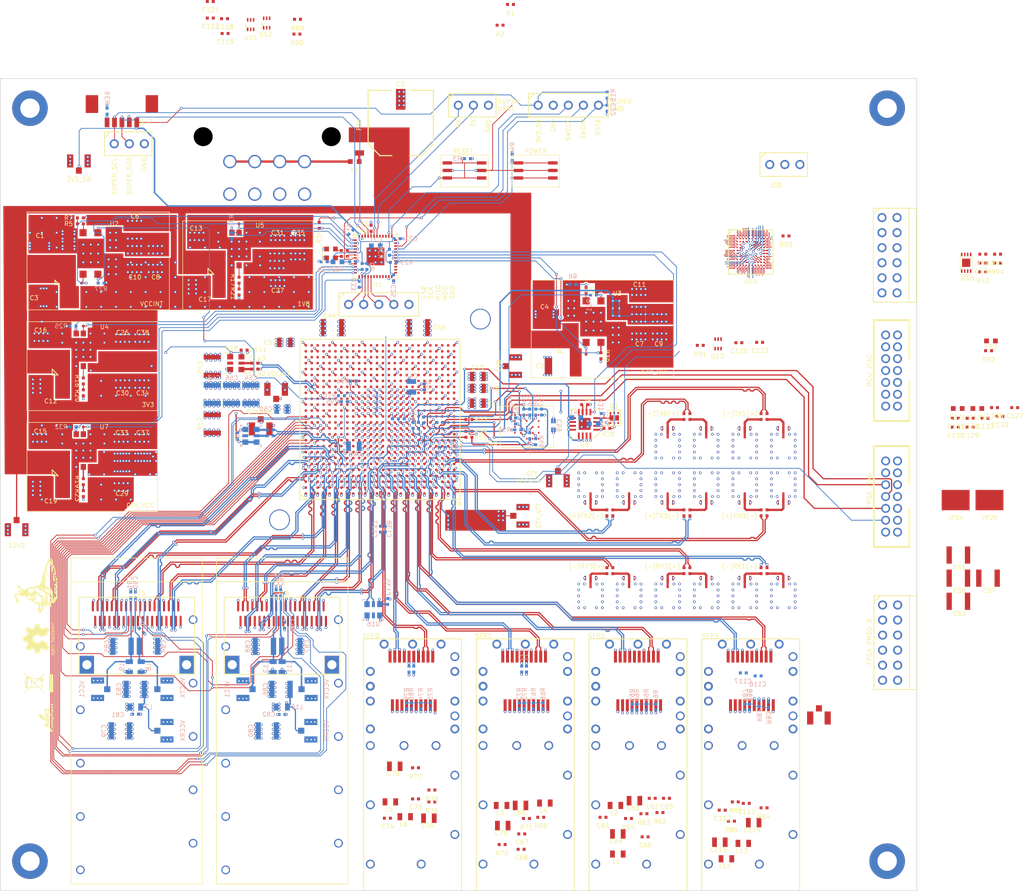
<source format=kicad_pcb>
(kicad_pcb (version 20211014) (generator pcbnew)
  (layers (0 "F.Cu" signal) (1 "In1.Cu" signal) (2 "In2.Cu" signal) (31 "B.Cu" signal) (34 "B.Paste" user) (35 "F.Paste" user) (36 "B.SilkS" user "B.Silkscreen") (37 "F.SilkS" user "F.Silkscreen") (38 "B.Mask" user) (39 "F.Mask" user) (44 "Edge.Cuts" user))
  (net 0 "")
  (net 1 "/Power Supply/RST_N")
  (net 2 "/Power Supply/A3V3_SUPER")
  (net 3 "/Power Supply/GTY_VCC")
  (net 4 "/SFP28 interfaces/SFP2_3V3")
  (net 5 "/SFP28 interfaces/SFP2_VDD_RX")
  (net 6 "Net-(C63-Pad2)")
  (net 7 "/SFP28 interfaces/SFP2_VDD_TX")
  (net 8 "Net-(C64-Pad2)")
  (net 9 "/SFP28 interfaces/SFP1_3V3")
  (net 10 "/SFP28 interfaces/SFP1_VDD_RX")
  (net 11 "Net-(C69-Pad2)")
  (net 12 "/SFP28 interfaces/SFP1_VDD_TX")
  (net 13 "Net-(C70-Pad2)")
  (net 14 "/SFP28 interfaces/SFP0_3V3")
  (net 15 "/SFP28 interfaces/SFP0_VDD_RX")
  (net 16 "Net-(C75-Pad2)")
  (net 17 "/SFP28 interfaces/SFP0_VDD_TX")
  (net 18 "Net-(C76-Pad2)")
  (net 19 "Net-(D1-Pad2)")
  (net 20 "Net-(D2-Pad2)")
  (net 21 "Net-(F1-Pad1)")
  (net 22 "Net-(F1-Pad2)")
  (net 23 "/Power Supply/SUPER_I2C_SDA")
  (net 24 "/Power Supply/SUPER_I2C_SCL")
  (net 25 "/Power Supply/12V0_EN")
  (net 26 "/Power Supply/SUPER_UART_RX")
  (net 27 "/Power Supply/SUPER_UART_TX")
  (net 28 "/Power Supply/SUPER_SWCLK")
  (net 29 "/Power Supply/SUPER_SWDIO")
  (net 30 "/SFP28 interfaces/SFP2_I2C_SDA")
  (net 31 "/SFP28 interfaces/SFP2_I2C_SCL")
  (net 32 "/SFP28 interfaces/SFP2_RX_N")
  (net 33 "/SFP28 interfaces/SFP2_RX_P")
  (net 34 "/SFP28 interfaces/SFP2_TX_P")
  (net 35 "/SFP28 interfaces/SFP2_TX_N")
  (net 36 "/SFP28 interfaces/SFP1_I2C_SDA")
  (net 37 "/SFP28 interfaces/SFP1_I2C_SCL")
  (net 38 "/SFP28 interfaces/SFP1_RX_N")
  (net 39 "/SFP28 interfaces/SFP1_RX_P")
  (net 40 "/SFP28 interfaces/SFP1_TX_P")
  (net 41 "/SFP28 interfaces/SFP1_TX_N")
  (net 42 "/SFP28 interfaces/SFP0_I2C_SDA")
  (net 43 "/SFP28 interfaces/SFP0_I2C_SCL")
  (net 44 "/SFP28 interfaces/SFP0_RX_N")
  (net 45 "/SFP28 interfaces/SFP0_RX_P")
  (net 46 "/SFP28 interfaces/SFP0_TX_P")
  (net 47 "/SFP28 interfaces/SFP0_TX_N")
  (net 48 "/Management/PMODB_DQ0")
  (net 49 "/Management/PMODB_DQ1")
  (net 50 "/Management/PMODB_DQ2")
  (net 51 "/Management/PMODB_DQ3")
  (net 52 "/Management/PMODB_DQ4")
  (net 53 "/Management/PMODB_DQ5")
  (net 54 "/Management/PMODB_DQ6")
  (net 55 "/Management/PMODB_DQ7")
  (net 56 "/Power Supply/12V0_VMON")
  (net 57 "/Power Supply/SOFT_RESET")
  (net 58 "/Power Supply/SOFT_POWER")
  (net 59 "Net-(R5-Pad1)")
  (net 60 "Net-(R5-Pad2)")
  (net 61 "Net-(R6-Pad1)")
  (net 62 "Net-(R6-Pad2)")
  (net 63 "/Power Supply/SUPER_SPI_CS_N")
  (net 64 "/Power Supply/VCCINT_SENSE")
  (net 65 "/Power Supply/GTY_VTT_SENSE")
  (net 66 "/Power Supply/BOOT0")
  (net 67 "/Power Supply/SUPER_LED0")
  (net 68 "/Power Supply/SUPER_LED1")
  (net 69 "Net-(R16-Pad1)")
  (net 70 "Net-(R16-Pad2)")
  (net 71 "Net-(R17-Pad1)")
  (net 72 "Net-(R17-Pad2)")
  (net 73 "Net-(R19-Pad1)")
  (net 74 "Net-(R19-Pad2)")
  (net 75 "/Power Supply/3V3_PGOOD")
  (net 76 "/Power Supply/3V3_EN")
  (net 77 "/Power Supply/VCCINT_PGOOD")
  (net 78 "/Power Supply/VCCINT_EN")
  (net 79 "/Power Supply/GTY_VCCAUX_EN_N")
  (net 80 "/Power Supply/GTY_VTT_PGOOD")
  (net 81 "/Power Supply/GTY_VTT_EN")
  (net 82 "/Power Supply/GTY_VCC_EN")
  (net 83 "/Power Supply/GTY_VCC_PGOOD")
  (net 84 "/Power Supply/1V8_PGOOD")
  (net 85 "/Power Supply/1V8_EN")
  (net 86 "/Power Supply/GTY_VCCAUX_PGOOD")
  (net 87 "/Power Supply/SUPER_SPI_SCK")
  (net 88 "/Power Supply/SUPER_SPI_MOSI")
  (net 89 "/Power Supply/SUPER_SPI_MISO")
  (net 90 "/Power Supply/GTY_VCCAUX")
  (net 92 "/Management/MGMT_SPI_SCK")
  (net 93 "/FPGA support/VCCINT")
  (net 94 "/FPGA support/1V8")
  (net 95 "Net-(R92-Pad2)")
  (net 96 "/FPGA support/FPGA_RESET_N")
  (net 97 "/Management/MGMT_SPI_MISO")
  (net 98 "/Management/MGMT_SPI_MOSI")
  (net 99 "/FPGA support/FPGA_INIT")
  (net 100 "Net-(R44-Pad2)")
  (net 101 "Net-(R93-Pad1)")
  (net 102 "/FPGA support/FPGA_JTAG_TMS")
  (net 103 "/Management/MGMT_SPI_CS_N")
  (net 104 "Net-(R50-Pad1)")
  (net 105 "/FPGA support/FPGA_DONE")
  (net 106 "Net-(R53-Pad1)")
  (net 107 "Net-(R51-Pad1)")
  (net 108 "Net-(R54-Pad1)")
  (net 111 "Net-(J5-Pad2)")
  (net 112 "Net-(R49-Pad1)")
  (net 113 "/FPGA support/FPGA_JTAG_TDI")
  (net 114 "Net-(R52-Pad1)")
  (net 115 "/FPGA support/FPGA_JTAG_TCK")
  (net 116 "/RC1_P")
  (net 129 "/REFCLK1_P")
  (net 130 "/QSFP28 interface/QSFP28A_TX2_N")
  (net 131 "/QSFP28 interface/QSFP28A_TX2_P")
  (net 132 "/QSFP28 interface/QSFP28A_TX4_N")
  (net 133 "/QSFP28 interface/QSFP28A_TX4_P")
  (net 134 "/RC1_N")
  (net 135 "/REFCLK1_N")
  (net 136 "/QSFP28 interface/QSFP0_VCCRX")
  (net 137 "/RC2_P")
  (net 138 "/REFCLK2_P")
  (net 139 "/QSFP28 interface/QSFP28A_RX3_P")
  (net 140 "/QSFP28 interface/QSFP28A_RX3_N")
  (net 141 "/QSFP28 interface/QSFP28A_RX1_P")
  (net 142 "/QSFP28 interface/QSFP28A_RX1_N")
  (net 143 "/QSFP28 interface/QSFP28A_TX1_N")
  (net 144 "/QSFP28 interface/QSFP28A_TX1_P")
  (net 145 "/QSFP28 interface/QSFP28A_TX3_N")
  (net 146 "/QSFP28 interface/QSFP28A_TX3_P")
  (net 147 "/RC2_N")
  (net 148 "/QSFP28 interface/QSFP0_VCC1")
  (net 149 "/QSFP28 interface/QSFP0_VCCTX")
  (net 150 "/REFCLK2_N")
  (net 151 "/HP IOs/RC3_P")
  (net 152 "/QSFP28 interface/QSFP28A_RX4_P")
  (net 153 "/QSFP28 interface/QSFP28A_RX4_N")
  (net 154 "/QSFP28 interface/QSFP28A_RX2_P")
  (net 155 "/QSFP28 interface/QSFP28A_RX2_N")
  (net 156 "/QSFP28 interface/QSFP28B_TX2_N")
  (net 157 "/QSFP28 interface/QSFP28B_TX2_P")
  (net 158 "/QSFP28 interface/QSFP28B_TX4_N")
  (net 159 "/QSFP28 interface/QSFP28B_TX4_P")
  (net 160 "/HP IOs/REFCLK3_P")
  (net 161 "/HP IOs/RC3_N")
  (net 162 "/QSFP28 interface/QSFP1_VCCRX")
  (net 163 "/QSFP28 interface/QSFP28B_RX3_P")
  (net 164 "/QSFP28 interface/QSFP28B_RX3_N")
  (net 165 "/QSFP28 interface/QSFP28B_RX1_P")
  (net 166 "/QSFP28 interface/QSFP28B_RX1_N")
  (net 167 "/QSFP28 interface/QSFP28B_TX1_N")
  (net 168 "/QSFP28 interface/QSFP28B_TX1_P")
  (net 169 "/QSFP28 interface/QSFP28B_TX3_N")
  (net 170 "/QSFP28 interface/QSFP28B_TX3_P")
  (net 171 "/HP IOs/REFCLK3_N")
  (net 172 "/QSFP28 interface/QSFP1_VCC1")
  (net 173 "/QSFP28 interface/QSFP1_VCCTX")
  (net 175 "/Management/QSFP0_I2C_SEL_N")
  (net 176 "/QSFP28 interface/QSFP28B_RX4_P")
  (net 177 "/QSFP28 interface/QSFP28B_RX4_N")
  (net 178 "/QSFP28 interface/QSFP28B_RX2_P")
  (net 179 "/QSFP28 interface/QSFP28B_RX2_N")
  (net 180 "/Management/QSFP0_RST_N")
  (net 181 "/Management/QSFP_I2C_SCL")
  (net 182 "/SMPM ports/K_RX_3_N")
  (net 183 "/SMPM ports/K_RX_2_N")
  (net 184 "/SMPM ports/K_RX_0_N")
  (net 185 "/SMPM ports/K_RX_3_P")
  (net 186 "/SMPM ports/K_RX_2_P")
  (net 187 "/SMPM ports/K_RX_0_P")
  (net 188 "/SMPM ports/K_RX_1_N")
  (net 189 "/SMPM ports/K_TX_3_N")
  (net 190 "/SMPM ports/K_RX_1_P")
  (net 191 "/SMPM ports/K_TX_3_P")
  (net 192 "/SMPM ports/K_TX_2_N")
  (net 193 "/SMPM ports/K_TX_0_N")
  (net 194 "/SMPM ports/K_TX_2_P")
  (net 195 "/SMPM ports/K_TX_0_P")
  (net 196 "/SMPM ports/K_TX_1_N")
  (net 197 "Net-(R81-Pad2)")
  (net 198 "/SMPM ports/K_TX_1_P")
  (net 199 "Net-(C95-Pad1)")
  (net 200 "Net-(C96-Pad1)")
  (net 201 "Net-(C97-Pad1)")
  (net 202 "Net-(C98-Pad1)")
  (net 203 "Net-(C99-Pad1)")
  (net 204 "Net-(C100-Pad1)")
  (net 205 "Net-(C101-Pad1)")
  (net 206 "Net-(C102-Pad1)")
  (net 207 "Net-(C103-Pad1)")
  (net 208 "Net-(C104-Pad1)")
  (net 209 "Net-(C105-Pad1)")
  (net 210 "Net-(C106-Pad1)")
  (net 211 "Net-(C107-Pad1)")
  (net 212 "Net-(C108-Pad1)")
  (net 213 "Net-(C109-Pad1)")
  (net 214 "Net-(C110-Pad1)")
  (net 215 "/GTY_VTT")
  (net 216 "/SFP28 interfaces/SFP3_3V3")
  (net 217 "/SFP28 interfaces/SFP3_VDD_RX")
  (net 218 "Net-(C114-Pad2)")
  (net 219 "/SFP28 interfaces/SFP3_VDD_TX")
  (net 220 "Net-(C115-Pad2)")
  (net 221 "/SFP28 interfaces/SFP3_I2C_SDA")
  (net 222 "/SFP28 interfaces/SFP3_I2C_SCL")
  (net 223 "/SFP28 interfaces/SFP3_RX_N")
  (net 224 "/SFP28 interfaces/SFP3_RX_P")
  (net 225 "/SFP28 interfaces/SFP3_TX_P")
  (net 226 "/SFP28 interfaces/SFP3_TX_N")
  (net 231 "/12V0")
  (net 232 "/3V3_SB")
  (net 233 "/GND")
  (net 234 "/3V3")
  (net 235 "/FPGA support/FPGA_DONE_3V3")
  (net 236 "/FPGA support/FPGA_RESET_N_3V3")
  (net 237 "/FPGA support/FPGA_INIT_3V3")
  (net 240 "unconnected-(U14-PadA7)")
  (net 241 "unconnected-(U14-PadA12)")
  (net 242 "unconnected-(U14-PadB10)")
  (net 243 "/Management/QSFP_I2C_SDA")
  (net 244 "unconnected-(U14-PadB12)")
  (net 245 "unconnected-(U14-PadC1)")
  (net 246 "unconnected-(U14-PadC5)")
  (net 247 "/Management/QSFP0_PRESENT_N")
  (net 248 "/Management/QSFP0_INT_N")
  (net 249 "unconnected-(U14-PadD1)")
  (net 250 "/Management/QSFP0_LPMODE")
  (net 251 "unconnected-(U14-PadD11)")
  (net 252 "/Management/QSFP1_I2C_SEL_N")
  (net 253 "unconnected-(U14-PadE1)")
  (net 254 "/Management/QSFP1_RST_N")
  (net 255 "/Management/QSFP1_PRESENT_N")
  (net 256 "/Management/QSFP1_INT_N")
  (net 257 "unconnected-(U14-PadF1)")
  (net 258 "unconnected-(U14-PadG1)")
  (net 259 "/Management/QSFP1_LPMODE")
  (net 261 "unconnected-(U14-PadH11)")
  (net 262 "unconnected-(U14-PadH12)")
  (net 263 "/Management/I2C_SCL")
  (net 264 "/Management/I2C_SDA")
  (net 265 "unconnected-(U14-PadL2)")
  (net 266 "unconnected-(U14-PadL6)")
  (net 267 "unconnected-(U14-PadM2)")
  (net 268 "unconnected-(U14-PadM11)")
  (net 269 "unconnected-(U14-PadM12)")
  (net 271 "/Management/MCU_VDDA")
  (net 273 "/FPGA support/FPGA_JTAG_TDO")
  (net 277 "/Management/MCU_JTAG_TMS")
  (net 278 "/Management/MCU_JTAG_TCK")
  (net 279 "/Management/MCU_JTAG_TDO")
  (net 280 "/Management/MCU_JTAG_TDI")
  (net 284 "Net-(R43-Pad2)")
  (net 285 "Net-(R45-Pad1)")
  (net 286 "/FPGA support/FPGA_FLASH_DQ0")
  (net 287 "Net-(R46-Pad1)")
  (net 288 "/FPGA support/FPGA_FLASH_DQ1")
  (net 289 "Net-(R47-Pad1)")
  (net 290 "/FPGA support/FPGA_FLASH_DQ2")
  (net 291 "Net-(R48-Pad1)")
  (net 292 "/FPGA support/FPGA_FLASH_DQ3")
  (net 293 "/FPGA support/FPGA_FLASH_CS_N")
  (net 294 "/FPGA support/FPGA_FLASH_SCK")
  (net 296 "/Management/MCU_PMOD_DQ0")
  (net 297 "/Management/MCU_PMOD_DQ1")
  (net 298 "/Management/MCU_PMOD_DQ2")
  (net 299 "/Management/MCU_PMOD_DQ3")
  (net 300 "/Management/MCU_PMOD_DQ4")
  (net 301 "/Management/MCU_PMOD_DQ5")
  (net 302 "/Management/MCU_PMOD_DQ6")
  (net 303 "/Management/MCU_PMOD_DQ7")
  (net 308 "unconnected-(U9-PadAB6)")
  (net 313 "unconnected-(U9-PadAB7)")
  (net 314 "/Management/SFP1_TX_FAULT")
  (net 315 "/Management/SFP1_TX_DISABLE")
  (net 316 "/Management/SFP1_MOD_ABS")
  (net 317 "/Management/SFP1_RS0")
  (net 318 "/Management/SFP1_RX_LOS")
  (net 319 "/Management/SFP1_RS1")
  (net 320 "/Management/SFP0_TX_FAULT")
  (net 321 "/Management/SFP0_TX_DISABLE")
  (net 322 "/Management/SFP0_MOD_ABS")
  (net 323 "/Management/SFP0_RS0")
  (net 324 "/Management/SFP0_RX_LOS")
  (net 325 "/Management/SFP0_RS1")
  (net 326 "/Management/MCU_READY")
  (net 327 "/Management/MCU_RST_N")
  (net 329 "/Management/SFP3_MOD_ABS")
  (net 330 "/Management/SFP3_RX_LOS")
  (net 331 "/Management/SFP2_MOD_ABS")
  (net 332 "/Management/SFP2_RX_LOS")
  (net 333 "/Management/SFP3_RS0")
  (net 334 "/Management/SFP2_TX_FAULT")
  (net 335 "/Management/SFP2_TX_DISABLE")
  (net 336 "/Management/SFP2_RS0")
  (net 337 "/Management/SFP2_RS1")
  (net 338 "/Management/SFP3_TX_FAULT")
  (net 339 "/Management/SFP3_TX_DISABLE")
  (net 340 "/Management/SFP3_RS1")
  (net 341 "Net-(C39-Pad1)")
  (net 493 "/Management/MCU_UART_RX")
  (net 494 "/Management/MCU_UART_TX")
  (net 495 "Net-(R95-Pad2)")
  (net 496 "Net-(R96-Pad2)")
  (net 497 "Net-(R97-Pad2)")
  (net 498 "unconnected-(U14-PadK5)")
  (net 499 "unconnected-(U14-PadH1)")
  (net 513 "/Power Supply/GVEN_3V3")
  (net 517 "unconnected-(U14-PadJ2)")
  (net 518 "unconnected-(U14-PadJ3)")
  (net 519 "unconnected-(U14-PadK2)")
  (net 520 "unconnected-(U14-PadE10)")
  (net 521 "unconnected-(U14-PadL5)")
  (net 532 "unconnected-(U14-PadL10)")
  (net 533 "unconnected-(U14-PadL11)")
  (footprint "azonenberg_pcb:EIA_0402_CAP_NOSILK" (layer "F.Cu") (at 188.1 79.5)
    (fp_text reference "C128")
    (fp_text value "0.47 uF" hide)
  )
  (footprint "azonenberg_pcb:XILINX_JTAG_PTH_MOLEX_0878311420" (layer "F.Cu") (at 170.75 94.5 90)
    (fp_text reference "J6" hide)
    (fp_text value "XILINX_JTAG" hide)
  )
  (footprint "azonenberg_pcb:MECHANICAL_CLEARANCEHOLE_4_40" (layer "F.Cu") (at 170 156)
    (fp_text reference "M3" hide)
    (fp_text value "SCREWHOLE" hide)
  )
  (footprint "azonenberg_pcb:CONN_SFP+_AMPHENOL_UE76_A10_2000T" (layer "F.Cu") (at 90 126.5 90)
    (fp_text reference "J11" hide)
    (fp_text value "CONN_SFP_HOST" hide)
  )
  (footprint "azonenberg_pcb:EIA_0402_RES_NOSILK" (layer "F.Cu") (at 122.75 83 180)
    (fp_text reference "R28")
    (fp_text value "1K" hide)
  )
  (footprint "azonenberg_pcb:DFN_6_0.5MM_1.6x1.6MM_TI_DPK" (layer "F.Cu") (at 65.4 14.63)
    (fp_text reference "U12")
    (fp_text value "74LVC1T45" hide)
  )
  (footprint "azonenberg_pcb:EIA_0402_CAP_NOSILK" (layer "F.Cu") (at 136.75 107 90)
    (fp_text reference "C99" hide)
    (fp_text value "0.1 uF" hide)
  )
  (footprint "azonenberg_pcb:BGA_100_7x7_DEPOP_0.5MM_STM32_UFBGA100_OSHPARK" (layer "F.Cu") (at 147 53.25)
    (fp_text reference "U14")
    (fp_text value "STM32L431VxIx" hide)
  )
  (footprint "azonenberg_pcb:CONN_U.FL_TE_1909763-1" (layer "F.Cu") (at 114.5 91.75 180)
    (fp_text reference "TP12" hide)
    (fp_text value "U.FL" hide)
  )
  (footprint "azonenberg_pcb:MECHANICAL_CLEARANCEHOLE_4_40" (layer "F.Cu") (at 25.5 29)
    (fp_text reference "M4" hide)
    (fp_text value "SCREWHOLE" hide)
  )
  (footprint "azonenberg_pcb:EIA_0402_CAP_NOSILK" (layer "F.Cu") (at 189 81)
    (fp_text reference "C132")
    (fp_text value "0.47 uF" hide)
  )
  (footprint "azonenberg_pcb:CONN_MOLEX_PICOBLADE_5POS_0532610571" (layer "F.Cu") (at 41 31.4)
    (fp_text reference "J2")
    (fp_text value "CONN_IBC_MGMT" hide)
  )
  (footprint "azonenberg_pcb:MECHANICAL_CLEARANCEHOLE_4_40" (layer "F.Cu") (at 25.5 156)
    (fp_text reference "M2" hide)
    (fp_text value "SCREWHOLE" hide)
  )
  (footprint "azonenberg_pcb:EIA_1210_CAP_NOSILK" (layer "F.Cu") (at 67.25 52.5 90)
    (fp_text reference "C31")
    (fp_text value "220 uF" hide)
  )
  (footprint "azonenberg_pcb:EIA_0805_CAP_NOSILK" (layer "F.Cu") (at 127.4 145.8)
    (fp_text reference "C63")
    (fp_text value "22 uF" hide)
  )
  (footprint "azonenberg_pcb:EIA_0402_CAP_NOSILK" (layer "F.Cu") (at 122.75 97.25 -90)
    (fp_text reference "C108" hide)
    (fp_text value "0.1 uF" hide)
  )
  (footprint "azonenberg_pcb:EIA_0402_RES_NOSILK" (layer "F.Cu") (at 144.4 146)
    (fp_text reference "R85")
    (fp_text value "0.5" hide)
  )
  (footprint "azonenberg_pcb:EIA_0402_RES_NOSILK" (layer "F.Cu") (at 34 48.5 180)
    (fp_text reference "R5")
    (fp_text value "24.9k" hide)
  )
  (footprint "azonenberg_pcb:CONN_U.FL_TE_1909763-1" (layer "F.Cu") (at 33.75 38)
    (fp_text reference "TP13" hide)
    (fp_text value "U.FL" hide)
  )
  (footprint "azonenberg_pcb:EIA_0402_CAP_NOSILK" (layer "F.Cu") (at 145 68.55)
    (fp_text reference "C120")
    (fp_text value "0.47 uF" hide)
  )
  (footprint "azonenberg_pcb:EIA_1210_CAP_NOSILK" (layer "F.Cu") (at 182 108.25)
    (fp_text reference "C55")
    (fp_text value "100 uF" hide)
  )
  (footprint "azonenberg_pcb:EIA_0402_RES_NOSILK" (layer "F.Cu") (at 152.95 50.55)
    (fp_text reference "R93")
    (fp_text value "10K" hide)
  )
  (footprint "azonenberg_pcb:EIA_0603_CAP_NOSILK" (layer "F.Cu") (at 80.25 38)
    (fp_text reference "F1")
    (fp_text value "2A" hide)
  )
  (footprint "azonenberg_pcb:CONN_SMPM_AMPHENOL_C925-197J-51PT" (layer "F.Cu") (at 146 86 180)
    (fp_text reference "J27" hide)
    (fp_text value "SMPM" hide)
  )
  (footprint "azonenberg_pcb:EIA_0402_RES_NOSILK" (layer "F.Cu") (at 109.2 148.8)
    (fp_text reference "R71")
    (fp_text value "0.5" hide)
  )
  (footprint "azonenberg_pcb:EIA_0402_RES_NOSILK" (layer "F.Cu") (at 34.5 75.000001 -90)
    (fp_text reference "R16")
    (fp_text value "2.2k" hide)
  )
  (footprint "azonenberg_pcb:BGA_24_6x8_DEPOP1_1MM" (layer "F.Cu") (at 109.25 82.75 90)
    (fp_text reference "U10")
    (fp_text value "MT25QU256ABA8E12-0AUT" hide)
  )
  (footprint "azonenberg_pcb:EIA_0402_CAP_NOSILK" (layer "F.Cu") (at 85.75 148.75)
    (fp_text reference "C74")
    (fp_text value "0.1 uF" hide)
  )
  (footprint "azonenberg_pcb:EIA_0402_CAP_NOSILK" (layer "F.Cu") (at 122.75 107 90)
    (fp_text reference "C102" hide)
    (fp_text value "0.1 uF" hide)
  )
  (footprint "azonenberg_pcb:EIA_0402_CAP_NOSILK" (layer "F.Cu") (at 135.75 97.25 -90)
    (fp_text reference "C110" hide)
    (fp_text value "0.1 uF" hide)
  )
  (footprint "azonenberg_pcb:CONN_SMPM_AMPHENOL_C925-197J-51PT" (layer "F.Cu") (at 139.5 111.25 180)
    (fp_text reference "J21" hide)
    (fp_text value "SMPM" hide)
  )
  (footprint "azonenberg_pcb:EIA_1210_CAP_NOSILK" (layer "F.Cu") (at 131.75 66 -90)
    (fp_text reference "C9")
    (fp_text value "220 uF" hide)
  )
  (footprint "azonenberg_pcb:MODULE_MURATA_MYMGK00504ERSR" (layer "F.Cu") (at 34.5 69.75 90)
    (fp_text reference "U4")
    (fp_text value "MYMGK00506ERSR" hide)
  )
  (footprint "azonenberg_pcb:EIA_0402_CAP_NOSILK" (layer "F.Cu") (at 135.75 107 90)
    (fp_text reference "C100" hide)
    (fp_text value "0.1 uF" hide)
  )
  (footprint "azonenberg_pcb:EIA_0805_INDUCTOR_NOSILK" (layer "F.Cu") (at 88.75 148.5)
    (fp_text reference "L6")
    (fp_text value "4.7 uH" hide)
  )
  (footprint "azonenberg_pcb:EIA_1210_CAP_NOSILK" (layer "F.Cu") (at 182 104.35)
    (fp_text reference "C51")
    (fp_text value "100 uF" hide)
  )
  (footprint "azonenberg_pcb:EIA_0805_INDUCTOR_NOSILK" (layer "F.Cu") (at 124.2 146.6)
    (fp_text reference "L2")
    (fp_text value "4.7 uH" hide)
  )
  (footprint "azonenberg_pcb:EIA_0402_RES_NOSILK" (layer "F.Cu") (at 78.5 53)
    (fp_text reference "R13" hide)
    (fp_text value "470" hide)
  )
  (footprint "azonenberg_pcb:EIA_1210_CAP_NOSILK" (layer "F.Cu") (at 43.2 54.5 -90)
    (fp_text reference "C10")
    (fp_text value "220 uF" hide)
  )
  (footprint "azonenberg_pcb:CONN_SMPM_AMPHENOL_C925-197J-51PT" (layer "F.Cu") (at 146 111.25 180)
    (fp_text reference "J20" hide)
    (fp_text value "SMPM" hide)
  )
  (footprint "azonenberg_pcb:EIA_0402_RES_NOSILK" (layer "F.Cu") (at 90.5 140.25)
    (fp_text reference "R77")
    (fp_text value "0.5" hide)
  )
  (footprint "azonenberg_pcb:EIA_0805_CAP_NOSILK" (layer "F.Cu") (at 92.75 148.75)
    (fp_text reference "C76")
    (fp_text value "22 uF" hide)
  )
  (footprint "azonenberg_pcb:DFN_6_0.5MM_1.6x1.6MM_TI_DPK" (layer "F.Cu") (at 62.7 14.9)
    (fp_text reference "U11")
    (fp_text value "74LVC1T45" hide)
  )
  (footprint "azonenberg_pcb:EIA_0402_CAP_NOSILK" (layer "F.Cu") (at 184 81.3)
    (fp_text reference "C126")
    (fp_text value "0.47 uF" hide)
  )
  (footprint "azonenberg_pcb:TESTPOINT_SMT_0.5MM" (layer "F.Cu") (at 34.5 82.75)
    (fp_text reference "TP6" hide)
    (fp_text value "TESTPOINT" hide)
  )
  (footprint "azonenberg_pcb:CONN_HEADER_2.54MM_1x5" (layer "F.Cu") (at 84.3 62.1)
    (fp_text reference "TP8" hide)
    (fp_text value "CONN_01X05" hide)
  )
  (footprint "azonenberg_pcb:CONN_SMPM_AMPHENOL_C925-197J-51PT" (layer "F.Cu") (at 133 111.249999 180)
    (fp_text reference "J22" hide)
    (fp_text value "SMPM" hide)
  )
  (footprint "azonenberg_pcb:EIA_1210_CAP_NOSILK" (layer "F.Cu") (at 128.25 66 -90)
    (fp_text reference "C7")
    (fp_text value "220 uF" hide)
  )
  (footprint "azonenberg_pcb:CONN_SFP_CAGE_TE_2007194-1" (layer "F.Cu") (at 90 126.5 90)
    (fp_text reference "J8" hide)
    (fp_text value "SFP_CAGE" hide)
  )
  (footprint "azonenberg_pcb:EIA_0402_CAP_NOSILK" (layer "F.Cu") (at 191.5 79.5)
    (fp_text reference "C127")
    (fp_text value "0.47 uF" hide)
  )
  (footprint "azonenberg_pcb:EIA_0805_INDUCTOR_NOSILK" (layer "F.Cu") (at 86.25 146)
    (fp_text reference "L5")
    (fp_text value "4.7 uH" hide)
  )
  (footprint "azonenberg_pcb:EIA_0402_CAP_NOSILK" (layer "F.Cu") (at 63.4 73)
    (fp_text reference "C142")
    (fp_text value "0.1 uF" hide)
  )
  (footprint "azonenberg_pcb:CONN_U.FL_TE_1909763-1" (layer "F.Cu") (at 64.4 83 180)
    (fp_text reference "TP16" hide)
    (fp_text value "U.FL" hide)
  )
  (footprint "azonenberg_pcb:EIA_0402_CAP_NOSILK" (layer "F.Cu") (at 135.75 81 90)
    (fp_text reference "C103" hide)
    (fp_text value "0.1 uF" hide)
  )
  (footprint "azonenberg_pcb:EIA_1210_CAP_NOSILK" (layer "F.Cu") (at 44.5 69.45 90)
    (fp_text reference "C38")
    (fp_text value "100 uF" hide)
  )
  (footprint "azonenberg_pcb:EIA_0402_CAP_NOSILK" (layer "F.Cu") (at 123.75 107 90)
    (fp_text reference "C101" hide)
    (fp_text value "0.1 uF" hide)
  )
  (footprint "azonenberg_pcb:EIA_0402_RES_NOSILK" (layer "F.Cu") (at 138.5 69)
    (fp_text reference "R91")
    (fp_text value "4.7K" hide)
  )
  (footprint "azonenberg_pcb:CONN_SFP+_AMPHENOL_UE76_A10_2000T" (layer "F.Cu") (at 147 126.5 90)
    (fp_text reference "J33" hide)
    (fp_text value "CONN_SFP_HOST" hide)
  )
  (footprint "azonenberg_pcb:CONN_U.FL_TE_1909763-1" (layer "F.Cu") (at 108.5 97.75 -90)
    (fp_text reference "TP14" hide)
    (fp_text value "U.FL" hide)
  )
  (footprint "azonenberg_pcb:EIA_0603_INDUCTOR_NOSILK" (layer "F.Cu") (at 187.5 68.25)
    (fp_text reference "FB3")
    (fp_text value "MI0603J601R-10" hide)
  )
  (footprint "azonenberg_pcb:XILINX_JTAG_PTH_MOLEX_0878311420" (layer "F.Cu") (at 170.75 73.25 90)
    (fp_text reference "J37" hide)
    (fp_text value "XILINX_JTAG" hide)
  )
  (footprint "azonenberg_pcb:EIA_0805_INDUCTOR_NOSILK" (layer "F.Cu") (at 124.6 154.8)
    (fp_text reference "L1")
    (fp_text value "4.7 uH" hide)
  )
  (footprint "azonenberg_pcb:EIA_0402_RES_NOSILK" (layer "F.Cu") (at 105.1 153.2)
    (fp_text reference "R70")
    (fp_text value "0.5" hide)
  )
  (footprint "azonenberg_pcb:EIA_0402_CAP_NOSILK" (layer "F.Cu") (at 90.5 145.5)
    (fp_text reference "C73")
    (fp_text value "0.1 uF" hide)
  )
  (footprint "azonenberg_pcb:EIA_0402_RES_NOSILK" (layer "F.Cu") (at 149.25 147)
    (fp_text reference "R84")
    (fp_text value "0.1" hide)
  )
  (footprint "azonenberg_pcb:CONN_HEADER_2.54MM_1x3" (layer "F.Cu") (at 152.75 38.5)
    (fp_text reference "J39")
    (fp_text value "CONN_01X03" hide)
  )
  (footprint "azonenberg_pcb:EIA_0402_CAP_NOSILK" (layer "F.Cu") (at 108.4 151.4)
    (fp_text reference "C67")
    (fp_text value "0.1 uF" hide)
  )
  (footprint "azonenberg_pcb:EIA_0805_CAP_NOSILK" (layer "F.Cu") (at 68.5 68.5 180)
    (fp_text reference "C52")
    (fp_text value "10 uF" hide)
  )
  (footprint "w_logo:Logo_silk_WEEE_3.4x5mm" (layer "F.Cu") (at 27 126 90)
    (fp_text reference "M9" hide)
    (fp_text value "LOGO" hide)
  )
  (footprint "azonenberg_pcb:CONN_SMPM_AMPHENOL_C925-197J-51PT" (layer "F.Cu") (at 126.5 111.249999 180)
    (fp_text reference "J23" hide)
    (fp_text value "SMPM" hide)
  )
  (footprint "azonenberg_pcb:EIA_1210_CAP_NOSILK" (layer "F.Cu") (at 182 112.15)
    (fp_text reference "C53")
    (fp_text value "100 uF" hide)
  )
  (footprint "azonenberg_pcb:EIA_0402_RES_NOSILK" (layer "F.Cu") (at 121.75 70.75 -90)
    (fp_text reference "R30")
    (fp_text value "1K" hide)
  )
  (footprint "azonenberg_pcb:EIA_0402_CAP_NOSILK" (layer "F.Cu") (at 186.5 81.3)
    (fp_text reference "C133")
    (fp_text value "0.47 uF" hide)
  )
  (footprint "azonenberg_pcb:EIA_1210_CAP_NOSILK" (layer "F.Cu") (at 46.7 54.5 -90)
    (fp_text reference "C8")
    (fp_text value "220 uF" hide)
  )
  (footprint "azonenberg_pcb:EIA_0402_CAP_NOSILK" (layer "F.Cu") (at 149.75 97.25 -90)
    (fp_text reference "C95" hide)
    (fp_text value "0.1 uF" hide)
  )
  (footprint "azonenberg_pcb:EIA_0603_LED" (layer "F.Cu") (at 76.25 52.75)
    (fp_text reference "D1" hide)
    (fp_text value "GREEN" hide)
  )
  (footprint "azonenberg_pcb:EIA_0805_CAP_NOSILK" (layer "F.Cu") (at 87 140)
    (fp_text reference "C75")
    (fp_text value "22 uF" hide)
  )
  (footprint "azonenberg_pcb:EIA_0402_CAP_NOSILK" (layer "F.Cu") (at 142.2 147.4)
    (fp_text reference "C112")
    (fp_text value "0.1 uF" hide)
  )
  (footprint "azonenberg_pcb:CONN_SMPM_AMPHENOL_C925-197J-51PT" (layer "F.Cu") (at 152.5 111.25 180)
    (fp_text reference "J19" hide)
    (fp_text value "SMPM" hide)
  )
  (footprint "azonenberg_pcb:HEATSINK_WAKEFIELDVETTE_960-27-12-D-AB-0" (layer "F.Cu") (at 84.5 81.5)
    (fp_text reference "M1" hide)
    (fp_text value "HEATSINK" hide)
  )
  (footprint "azonenberg_pcb:EIA_0402_RES_NOSILK" (layer "F.Cu") (at 60.75 60.000001 90)
    (fp_text reference "R21")
    (fp_text value "300" hide)
  )
  (footprint "azonenberg_pcb:CONN_SMPM_AMPHENOL_C925-197J-51PT" (layer "F.Cu") (at 152.5 86 180)
    (fp_text reference "J28" hide)
    (fp_text value "SMPM" hide)
  )
  (footprint "azonenberg_pcb:TESTPOINT_SMT_0.5MM" (layer "F.Cu") (at 34.5 65.75)
    (fp_text reference "TP3" hide)
    (fp_text value "TESTPOINT" hide)
  )
  (footprint "azonenberg_pcb:EIA_0402_RES_NOSILK" (layer "F.Cu") (at 34 47.5 180)
    (fp_text reference "R7")
    (fp_text value "1.2k" hide)
  )
  (footprint "azonenberg_pcb:EIA_0402_CAP_NOSILK" (layer "F.Cu") (at 63.4 72)
    (fp_text reference "C143")
    (fp_text value "0.1 uF" hide)
  )
  (footprint "azonenberg_pcb:EIA_1210_CAP_NOSILK" (layer "F.Cu") (at 44.5 74.05 -90)
    (fp_text reference "C34")
    (fp_text value "100 uF" hide)
  )
  (footprint "azonenberg_pcb:CONN_U.FL_TE_1909763-1" (layer "F.Cu") (at 23.25 100 180)
    (fp_text reference "TP9" hide)
    (fp_text value "U.FL" hide)
  )
  (footprint "azonenberg_pcb:EIA_0603_CAP_NOSILK" (layer "F.Cu") (at 181.9 79.65)
    (fp_text reference "C124")
    (fp_text value "4.7 uF" hide)
  )
  (footprint "azonenberg_pcb:CONN_SMPM_AMPHENOL_C925-197J-51PT" (layer "F.Cu") (at 126.5 92.5)
    (fp_text reference "J29" hide)
    (fp_text value "SMPM" hide)
  )
  (footprint "azonenberg_pcb:LONGTHING-1200DPI" (layer "F.Cu") (at 26.879721 108.950969 90)
    (fp_text reference "M6" hide)
    (fp_text value "LOGO" hide)
  )
  (footprint "azonenberg_pcb:EIA_0805_CAP_NOSILK" (layer "F.Cu") (at 124.6 151.4)
    (fp_text reference "C64")
    (fp_text value "22 uF" hide)
  )
  (footprint "azonenberg_pcb:EIA_1812_CAP_NOSILK" (layer "F.Cu") (at 115.25 72.5 180)
    (fp_text reference "C2")
    (fp_text value "22 uF 25V" hide)
  )
  (footprint "azonenberg_pcb:SWITCH_RAFI_MICON_5" (layer "F.Cu") (at 98.75 39.5 90)
    (fp_text reference "SW1" hide)
    (fp_text value "SWITCH" hide)
  )
  (footprint "azonenberg_pcb:EIA_0402_CAP_NOSILK" (layer "F.Cu") (at 122.1 148.6)
    (fp_text reference "C61")
    (fp_text value "0.1 uF" hide)
  )
  (footprint "azonenberg_pcb:QFN_16_0.65MM_4x4MM" (layer "F.Cu") (at 119 82.25 180)
    (fp_text reference "U8")
    (fp_text value "ADP1740ACPZ-1.8-R7" hide)
  )
  (footprint "azonenberg_pcb:EIA_1210_CAP_NOSILK" (layer "F.Cu") (at 128.25 61.5 90)
    (fp_text reference "C11")
    (fp_text value "220 uF" hide)
  )
  (footprint "azonenberg_pcb:EIA_0402_CAP_NOSILK" (layer "F.Cu") (at 148.5 68.5)
    (fp_text reference "C123")
    (fp_text value "0.47 uF" hide)
  )
  (footprint "azonenberg_pcb:EIA_0805_CAP_NOSILK" (layer "F.Cu") (at 101 74.25)
    (fp_text reference "C49")
    (fp_text value "10 uF" hide)
  )
  (footprint "azonenberg_pcb:BGA_676_27x27_FULLARRAY_1MM_FFG676" (layer "F.Cu") (at 84.5 81.5 90)
    (fp_text reference "U9")
    (fp_text value "XILINX_ULTRASCALEPLUS_B676" hide)
  )
  (footprint "azonenberg_pcb:EIA_0402_CAP_NOSILK" (layer "F.Cu") (at 119 79)
    (fp_text reference "C39")
    (fp_text value "DNP" hide)
  )
  (footprint "azonenberg_pcb:EIA_1210_CAP_NOSILK" (layer "F.Cu") (at 41.1 69.45 90)
    (fp_text reference "C26")
    (fp_text value "100 uF" hide)
  )
  (footprint "azonenberg_pcb:TESTPOINT_SMT_0.5MM" (layer "F.Cu") (at 60.75 48.5)
    (fp_text reference "TP4" hide)
    (fp_text value "TESTPOINT" hide)
  )
  (footprint "w_logo:Logo_silk_ROHS_5x2.8mm" (layer "F.Cu") (at 28.25 131.75 90)
    (fp_text reference "M7" hide)
    (fp_text value "LOGO" hide)
  )
  (footprint "azonenberg_pcb:EIA_0402_CAP_NOSILK" (layer "F.Cu") (at 186.12 55.12)
    (fp_text reference "C134")
    (fp_text value "0.47 uF" hide)
  )
  (footprint "azonenberg_pcb:CONN_SFP+_AMPHENOL_UE76_A10_2000T" (layer "F.Cu") (at 128 126.5 90)
    (fp_text reference "J7" hide)
    (fp_text value "CONN_SFP_HOST" hide)
  )
  (footprint "azonenberg_pcb:CONN_ZQSFP+_TE_1551920-2" (layer "F.Cu") (at 68 122.87)
    (fp_text reference "J16")
    (fp_text value "CONN_QSFP_HOST" hide)
  )
  (footprint "azonenberg_pcb:EIA_1210_CAP_NOSILK" (layer "F.Cu") (at 44.5 86.25 90)
    (fp_text reference "C37")
    (fp_text value "DNP" hide)
  )
  (footprint "azonenberg_pcb:EIA_0402_RES_NOSILK" (layer "F.Cu") (at 99.5 83.5)
    (fp_text reference "R54")
    (fp_text value "33" hide)
  )
  (footprint "azonenberg_pcb:MODULE_MURATA_MYMGK1R812" (layer "F.Cu") (at 120.5 65 90)
    (fp_text reference "U3")
    (fp_text value "MYMGK1R812ERSR" hide)
  )
  (footprint "azonenberg_pcb:CONN_SMPM_AMPHENOL_C925-197J-51PT" (layer "F.Cu") (at 133 92.5)
    (fp_text reference "J32" hide)
    (fp_text value "SMPM" hide)
  )
  (footprint "azonenberg_pcb:QFN_48_0.5MM_7x7MM" (layer "F.Cu") (at 83.75 54)
    (fp_text reference "U1")
    (fp_text value "STM32L031C6U6" hide)
  )
  (footprint "azonenberg_pcb:EIA_0805_CAP_NOSILK" (layer "F.Cu") (at 108.2 146.6)
    (fp_text reference "C69")
    (fp_text value "22 uF" hide)
  )
  (footprint "azonenberg_pcb:EIA_0603_LED" (layer "F.Cu") (at 76.25 54.25)
    (fp_text reference "D2" hide)
    (fp_text value "RED" hide)
  )
  (footprint "azonenberg_pcb:EIA_1210_CAP_NOSILK" (layer "F.Cu") (at 70.75 52.5 90)
    (fp_text reference "C35")
    (fp_text value "DNP" hide)
  )
  (footprint "azonenberg_pcb:EIA_0402_CAP_NOSILK" (layer "F.Cu") (at 55.9 11)
    (fp_text reference "C121")
    (fp_text value "0.47 uF" hide)
  )
  (footprint "azonenberg_pcb:EIA_0402_RES_NOSILK" (layer "F.Cu") (at 74.25 48.75 90)
    (fp_text reference "R34")
    (fp_text value "10K" hide)
  )
  (footprint "azonenberg_pcb:EIA_0603_CAP_NOSILK" (layer "F.Cu") (at 185.2 79.65)
    (fp_text reference "C125")
    (fp_text value "4.7 uF" hide)
  )
  (footprint "azonenberg_pcb:MODULE_MURATA_MYMGK00504ERSR" (layer "F.Cu") (at 34.5 86.75 90)
    (fp_text reference "U7")
    (fp_text value "MYMGK00504ERSR" hide)
  )
  (footprint "azonenberg_pcb:EIA_1812_CAP_NOSILK" (layer "F.Cu") (at 27.3 70.05 90)
    (fp_text reference "C16")
    (fp_text value "22 uF 25V" hide)
  )
  (footprint "azonenberg_pcb:CONN_ZQSFP+_CAGE_TE_4-2170705-5" (layer "F.Cu") (at 68 122.87)
    (fp_text reference "J36" hide)
    (fp_text value "QSFP_CAGE" hide)
  )
  (footprint "azonenberg_pcb:EIA_0402_CAP_NOSILK" (layer "F.Cu") (at 132.8 145.4)
    (fp_text reference "C65")
    (fp_text value "0.1 uF" hide)
  )
  (footprint "azonenberg_pcb:CONN_HEADER_2.54MM_1x5" (layer "F.Cu") (at 116.25 28.5)
    (fp_text reference "J4" hide)
    (fp_text value "CONN_01X05" hide)
  )
  (footprint "azonenberg_pcb:CONN_HEADER_2.54MM_1x3" (layer "F.Cu") (at 100.25 28.5)
    (fp_text reference "J3" hide)
    (fp_text value "CONN_01X03" hide)
  )
  (footprint "azonenberg_pcb:CONN_SMPM_AMPHENOL_C925-197J-51PT" (layer "F.Cu") (at 133 86 180)
    (fp_text reference "J25" hide)
    (fp_text value "SMPM" hide)
  )
  (footprint "azonenberg_pcb:EIA_0402_CAP_NOSILK" (layer "F.Cu") (at 136.75 97.25 -90)
    (fp_text reference "C109" hide)
    (fp_text value "0.1 uF" hide)
  )
  (footprint "azonenberg_pcb:MODULE_MURATA_MYMGK00504ERSR" (layer "F.Cu") (at 60.75 52.75 90)
    (fp_text reference "U5")
    (fp_text value "MYMGK00504ERSR" hide)
  )
  (footprint "azonenberg_pcb:EIA_1812_CAP_NOSILK" (layer "F.Cu") (at 29 93 180)
    (fp_text reference "C19")
    (fp_text value "22 uF 25V" hide)
  )
  (footprint "azonenberg_pcb:EIA_0402_RES_NOSILK" (layer "F.Cu") (at 99.5 81.5)
    (fp_text reference "R53")
    (fp_text value "33" hide)
  )
  (footprint "azonenberg_pcb:CONN_SMPM_AMPHENOL_C925-197J-51PT" (layer "F.Cu") (at 120 92.5)
    (fp_text reference "J30" hide)
    (fp_text value "SMPM" hide)
  )
  (footprint "azonenberg_pcb:CONN_MOLEX_MINIFITJR_8POS_0039291087" (layer "F.Cu") (at 65.5 38 180)
    (fp_text reference "J1" hide)
    (fp_text value "CONN_PCIE_PWR_8PIN" hide)
  )
  (footprint "azonenberg_pcb:CONN_ZQSFP+_TE_1551920-2" (layer "F.Cu") (at 43.5 122.87)
    (fp_text reference "J15")
    (fp_text value "CONN_QSFP_HOST" hide)
  )
  (footprint "azonenberg_pcb:DFN_6_0.5MM_1.6x1.6MM_TI_DPK" (layer "F.Cu") (at 141.5 68.75)
    (fp_text reference "U13")
    (fp_text value "74LVC1T45" hide)
  )
  (footprint "azonenberg_pcb:EIA_0805_INDUCTOR_NOSILK" (layer "F.Cu") (at 145.75 153)
    (fp_text reference "L13")
    (fp_text value "4.7 uH" hide)
  )
  (footprint "azonenberg_pcb:EIA_0402_CAP_NOSILK" (layer "F.Cu") (at 61.6 69.8)
    (fp_text reference "C141")
    (fp_text value "0.47 uF" hide)
  )
  (footprint "azonenberg_pcb:EIA_0402_RES_NOSILK" (layer "F.Cu") (at 99.5 84.5)
    (fp_text reference "R51")
    (fp_text value "33" hide)
  )
  (footprint "azonenberg_pcb:EIA_0805_CAP_NOSILK" (layer "F.Cu") (at 105.2 150)
    (fp_text reference "C70")
    (fp_text value "22 uF" hide)
  )
  (footprint "azonenberg_pcb:EIA_0402_CAP_NOSILK" (layer "F.Cu") (at 148.75 81 90)
    (fp_text reference "C105" hide)
    (fp_text value "0.1 uF" hide)
  )
  (footprint "azonenberg_pcb:EIA_0402_RES_NOSILK" (layer "F.Cu") (at 187.1 69.9)
    (fp_text reference "R92")
    (fp_text value "33" hide)
  )
  (footprint "azonenberg_pcb:EIA_0402_CAP_NOSILK" (layer "F.Cu") (at 184 82.8)
    (fp_text reference "C129")
    (fp_text value "0.47 uF" hide)
  )
  (footprint "azonenberg_pcb:CONN_SMPM_AMPHENOL_C925-197J-51PT" (layer "F.Cu") (at 146 92.5)
    (fp_text reference "J18" hide)
    (fp_text value "SMPM" hide)
  )
  (footprint "azonenberg_pcb:EIA_1210_CAP_NOSILK" (layer "F.Cu") (at 187 108.25)
    (fp_text reference "C57")
    (fp_text value "47 uF" hide)
  )
  (footprint "azonenberg_pcb:EIA_1812_CAP_NOSILK" (layer "F.Cu") (at 30.2 61 180)
    (fp_text reference "C3")
    (fp_text value "22 uF 25V" hide)
  )
  (footprint "azonenberg_pcb:MODULE_MURATA_MYMGK1R812" (layer "F.Cu") (at 35.7 53.5 90)
    (fp_text reference "U2")
    (fp_text value "MYMGK1R812ERSR" hide)
  )
  (footprint "azonenberg_pcb:CONN_ZQSFP+_CAGE_TE_4-2170705-5" (layer "F.Cu") (at 68 122.87)
    (fp_text reference "J36" hide)
    (fp_text value "QSFP_CAGE" hide)
  )
  (footprint "w_logo:Logo_silk_OSHW_6x6mm" (layer "F.Cu") (at 26.5 118.5 90)
    (fp_text reference "M8" hide)
    (fp_text value "LOGO" hide)
  )
  (footprint "azonenberg_pcb:CONN_U.FL_TE_1909763-1" (layer "F.Cu") (at 67 76.5)
    (fp_text reference "TP10" hide)
    (fp_text value "U.FL" hide)
  )
  (footprint "azonenberg_pcb:EIA_0402_CAP_NOSILK" (layer "F.Cu") (at 58.4 16.4)
    (fp_text reference "C119")
    (fp_text value "0.47 uF" hide)
  )
  (footprint "azonenberg_pcb:EIA_0402_RES_NOSILK" (layer "F.Cu") (at 70.6 14)
    (fp_text reference "R89")
    (fp_text value "4.7K" hide)
  )
  (footprint "azonenberg_pcb:CONN_ZQSFP+_CAGE_TE_4-2170705-5" (layer "F.Cu") (at 43.5 122.87)
    (fp_text reference "J35" hide)
    (fp_text value "QSFP_CAGE" hide)
  )
  (footprint "azonenberg_pcb:EIA_0402_RES_NOSILK" (layer "F.Cu") (at 78.5 54)
    (fp_text reference "R14" hide)
    (fp_text value "470" hide)
  )
  (footprint "azonenberg_pcb:EIA_1812_CAP_NOSILK" (layer "F.Cu") (at 27.2 54.5 90)
    (fp_text reference "C1")
    (fp_text value "22 uF 25V" hide)
  )
  (footprint "azonenberg_pcb:EIA_0402_RES_NOSILK" (layer "F.Cu") (at 143.75 149.25)
    (fp_text reference "R86")
    (fp_text value "0.5" hide)
  )
  (footprint "azonenberg_pcb:EIA_0402_RES_NOSILK" (layer "F.Cu") (at 186.12 56.62)
    (fp_text reference "R42")
    (fp_text value "4.7K" hide)
  )
  (footprint "azonenberg_pcb:EIA_0805_CAP_NOSILK" (layer "F.Cu") (at 101 78.75)
    (fp_text reference "C111")
    (fp_text value "10 uF" hide)
  )
  (footprint "azonenberg_pcb:CONN_SMPM_AMPHENOL_C925-197J-51PT" (layer "F.Cu") (at 139.5 92.5)
    (fp_text reference "J31" hide)
    (fp_text value "SMPM" hide)
  )
  (footprint "azonenberg_pcb:CONN_SFP_CAGE_TE_2007194-1" (layer "F.Cu") (at 128 126.5 90)
    (fp_text reference "J12" hide)
    (fp_text value "SFP_CAGE" hide)
  )
  (footprint "azonenberg_pcb:EIA_0402_RES_NOSILK" (layer "F.Cu") (at 126.4 148.8)
    (fp_text reference "R64")
    (fp_text value "0.5" hide)
  )
  (footprint "azonenberg_pcb:EIA_0402_CAP_NOSILK" (layer "F.Cu") (at 55.9 13.8)
    (fp_text reference "C122")
    (fp_text value "0.47 uF" hide)
  )
  (footprint "azonenberg_pcb:EIA_0402_RES_NOSILK" (layer "F.Cu") (at 186.12 53.62)
    (fp_text reference "R40")
    (fp_text value "4.7K" hide)
  )
  (footprint "azonenberg_pcb:EIA_1206_CAP_NOSILK" (layer "F.Cu") (at 81 35 90)
    (fp_text reference "FB1")
    (fp_text value "BLM31KN271SH1L" hide)
  )
  (footprint "azonenberg_pcb:EIA_0402_CAP_NOSILK" (layer "F.Cu") (at 108.3 154)
    (fp_text reference "C68")
    (fp_text value "0.1 uF" hide)
  )
  (footprint "azonenberg_pcb:SWITCH_RAFI_MICON_5" (layer "F.Cu") (at 110.75 39.5 90)
    (fp_text reference "SW2" hide)
    (fp_text value "SWITCH" hide)
  )
  (footprint "azonenberg_pcb:EIA_0402_CAP_NOSILK" (layer "F.Cu") (at 136.75 81 90)
    (fp_text reference "C104" hide)
    (fp_text value "0.1 uF" hide)
  )
  (footprint "azonenberg_pcb:TESTPOINT_SMT_KEYSTONE_5016" (layer "F.Cu") (at 187.25 95.1)
    (fp_text reference "TP25")
    (fp_text value "TESTCLIP" hide)
  )
  (footprint "azonenberg_pcb:EIA_0402_CAP_NOSILK" (layer "F.Cu") (at 181.5 82.8)
    (fp_text reference "C130")
    (fp_text value "0.47 uF" hide)
  )
  (footprint "azonenberg_pcb:EIA_0805_CAP_NOSILK" (layer "F.Cu") (at 147.5 149.5)
    (fp_text reference "C114")
    (fp_text value "22 uF" hide)
  )
  (footprint "azonenberg_pcb:CONN_HEADER_2.54MM_1x3" (layer "F.Cu") (at 42.25 35)
    (fp_text reference "TP7" hide)
    (fp_text value "CONN_01X03" hide)
  )
  (footprint "azonenberg_pcb:EIA_0402_CAP_NOSILK" (layer "F.Cu") (at 181.5 81.3)
    (fp_text reference "C131")
    (fp_text value "0.47 uF" hide)
  )
  (footprint "azonenberg_pcb:CONN_SMPM_AMPHENOL_C925-197J-51PT" (layer "F.Cu") (at 152.5 92.5)
    (fp_text reference "J17" hide)
    (fp_text value "SMPM" hide)
  )
  (footprint "azonenberg_pcb:CONN_SMPM_AMPHENOL_C925-197J-51PT" (layer "F.Cu") (at 139.5 86 180)
    (fp_text reference "J26" hide)
    (fp_text value "SMPM" hide)
  )
  (footprint "azonenberg_pcb:EIA_0805_CAP_NOSILK" (layer "F.Cu") (at 101 76.25)
    (fp_text reference "C48")
    (fp_text value "10 uF" hide)
  )
  (footprint "azonenberg_pcb:EIA_0402_RES_NOSILK" (layer "F.Cu") (at 60.75 58 -90)
    (fp_text reference "R17")
    (fp_text value "4.7k" hide)
  )
  (footprint "azonenberg_pcb:EIA_1210_CAP_NOSILK" (layer "F.Cu") (at 67.25 57 -90)
    (fp_text reference "C27")
    (fp_text value "220 uF" hide)
  )
  (footprint "azonenberg_pcb:CONN_SFP_CAGE_TE_2007194-1" (layer "F.Cu") (at 147 126.5 90)
    (fp_text reference "J10" hide)
    (fp_text value "SFP_CAGE" hide)
  )
  (footprint "azonenberg_pcb:EIA_1210_CAP_NOSILK" (layer "F.Cu") (at 76.5 66)
    (fp_text reference "C44")
    (fp_text value "47 uF" hide)
  )
  (footprint "azonenberg_pcb:EIA_0402_RES_NOSILK" (layer "F.Cu") (at 93.25 146)
    (fp_text reference "R76")
    (fp_text value "0.1" hide)
  )
  (footprint "azonenberg_pcb:CAP_AL_10MM_SMT" (layer "F.Cu") (at 88 31.5 180)
    (fp_text reference "C5")
    (fp_text value "25SVPF330M" hide)
  )
  (footprint "azonenberg_pcb:CONN_SFP_CAGE_TE_2007194-1" (layer "F.Cu") (at 109 126.5 90)
    (fp_text reference "J34" hide)
    (fp_text value "SFP_CAGE" hide)
  )
  (footprint "azonenberg_pcb:EIA_1210_CAP_NOSILK" (layer "F.Cu") (at 91 66)
    (fp_text reference "C45")
    (fp_text value "47 uF" hide)
  )
  (footprint "azonenberg_pcb:EIA_1812_CAP_NOSILK" (layer "F.Cu") (at 55.25 59 180)
    (fp_text reference "C17")
    (fp_text value "22 uF 25V" hide)
  )
  (footprint "azonenberg_pcb:EIA_0402_RES_NOSILK" (layer "F.Cu") (at 188.62 53.62)
    (fp_text reference "R41")
    (fp_text value "4.7K" hide)
  )
  (footprint "azonenberg_pcb:DFN_6_0.65MM_2x2MM_GDS" (layer "F.Cu") (at 124 81.25)
    (fp_text reference "Q1")
    (fp_text value "SSM6N58NU" hide)
  )
  (footprint "azonenberg_pcb:EIA_0402_RES_NOSILK" (layer "F.Cu") (at 131.7 147.8)
    (fp_text reference "R62")
    (fp_text value "0.1" hide)
  )
  (footprint "azonenberg_pcb:EIA_0402_CAP_NOSILK" (layer "F.Cu") (at 130.4 145.4)
    (fp_text reference "C62")
    (fp_text value "0.1 uF" hide)
  )
  (footprint "azonenberg_pcb:EIA_1210_CAP_NOSILK" (layer "F.Cu") (at 56.25 82.25 -90)
    (fp_text reference "C46")
    (fp_text value "47 uF" hide)
  )
  (footprint "azonenberg_pcb:EIA_0402_RES_NOSILK" (layer "F.Cu") (at 70.5 16.5)
    (fp_text reference "R90")
    (fp_text value "4.7K" hide)
  )
  (footprint "azonenberg_pcb:EIA_1812_CAP_NOSILK" (layer "F.Cu") (at 112.25 66 90)
    (fp_text reference "C4")
    (fp_text value "22 uF 25V" hide)
  )
  (footprint "azonenberg_pcb:EIA_0402_CAP_NOSILK" (layer "F.Cu") (at 129.2 151.9)
    (fp_text reference "C66")
    (fp_text value "0.1 uF" hide)
  )
  (footprint "azonenberg_pcb:EIA_1210_CAP_NOSILK" (layer "F.Cu") (at 56.25 72.5 -90)
    (fp_text reference "C42")
    (fp_text value "330 uF" hide)
  )
  (footprint "azonenberg_pcb:EIA_0402_CAP_NOSILK" (layer "F.Cu") (at 148.75 97.25 -90)
    (fp_text reference "C96" hide)
    (fp_text value "0.1 uF" hide)
  )
  (footprint "azonenberg_pcb:CONN_U.FL_TE_1909763-1" (layer "F.Cu") (at 158.5 131.75 180)
    (fp_text reference "TP11" hide)
    (fp_text value "U.FL" hide)
  )
  (footprint "azonenberg_pcb:EIA_0805_INDUCTOR_NOSILK" (layer "F.Cu") (at 105 146.6)
    (fp_text reference "L3")
    (fp_text value "4.7 uH" hide)
  )
  (footprint "azonenberg_pcb:CONN_SFP+_AMPHENOL_UE76_A10_2000T" (layer "F.Cu") (at 109 126.5 90)
    (fp_text reference "J9" hide)
    (fp_text value "CONN_SFP_HOST" hide)
  )
  (footprint "azonenberg_pcb:CONN_SMPM_AMPHENOL_C925-197J-51PT" (layer "F.Cu") (at 120 111.25 180)
    (fp_text reference "J24" hide)
    (fp_text value "SMPM" hide)
  )
  (footprint "azonenberg_pcb:EIA_1210_CAP_NOSILK" (layer "F.Cu") (at 43.2 50 90)
    (fp_text reference "C6")
    (fp_text value "220 uF" hide)
  )
  (footprint "azonenberg_pcb:EIA_0402_RES_NOSILK" (layer "F.Cu") (at 111.6 148.6)
    (fp_text reference "R69")
    (fp_text value "0.1" hide)
  )
  (footprint "azonenberg_pcb:EIA_0402_CAP_NOSILK" (layer "F.Cu") (at 149.75 81 90)
    (fp_text reference "C106" hide)
    (fp_text value "0.1 uF" hide)
  )
  (footprint "azonenberg_pcb:EIA_1812_CAP_NOSILK" (layer "F.Cu") (at 27.25 87 90)
    (fp_text reference "C15")
    (fp_text value "22 uF 25V" hide)
  )
  (footprint "azonenberg_pcb:EIA_0402_RES_NOSILK" (layer "F.Cu") (at 93.25 144)
    (fp_text reference "R78")
    (fp_text value "0.5" hide)
  )
  (footprint "azonenberg_pcb:EIA_1210_CAP_NOSILK" (layer "F.Cu") (at 41 86.25 90)
    (fp_text reference "C33")
    (fp_text value "220 uF" hide)
  )
  (footprint "azonenberg_pcb:EIA_0402_RES_NOSILK" (layer "F.Cu") (at 106.5 11.5)
    (fp_text reference "R1")
    (fp_text value "33K" hide)
  )
  (footprint "azonenberg_pcb:EIA_0402_CAP_NOSILK" (layer "F.Cu") (at 123.75 97.25 -90)
    (fp_text reference "C107" hide)
    (fp_text value "0.1 uF" hide)
  )
  (footprint "azonenberg_pcb:EIA_0402_CAP_NOSILK" (layer "F.Cu") (at 146.25 146.25)
    (fp_text reference "C113")
    (fp_text value "0.1 uF" hide)
  )
  (footprint "azonenberg_pcb:EIA_0402_CAP_NOSILK" (layer "F.Cu") (at 58.3 13.9)
    (fp_text reference "C118")
    (fp_text value "0.47 uF" hide)
  )
  (footprint "azonenberg_pcb:EIA_0805_INDUCTOR_NOSILK" (layer "F.Cu") (at 142.9 155.6)
    (fp_text reference "L14")
    (fp_text value "4.7 uH" hide)
  )
  (footprint "azonenberg_pcb:TESTPOINT_SMT_0.5MM" (layer "F.Cu") (at 119.25 70.5)
    (fp_text reference "TP2" hide)
    (fp_text value "TESTPOINT" hide)
  )
  (footprint "azonenberg_pcb:EIA_0402_CAP_NOSILK" (layer "F.Cu") (at 148.75 107 90)
    (fp_text reference "C98" hide)
    (fp_text value "0.1 uF" hide)
  )
  (footprint "azonenberg_pcb:EIA_0402_RES_NOSILK" (layer "F.Cu") (at 104.75 15)
    (fp_text reference "R2")
    (fp_text value "8.06K" hide)
  )
  (footprint "azonenberg_pcb:OSCILLATOR_LVDS_3.2x2.5" (layer "F.Cu") (at 60.2 72 -90)
    (fp_text reference "U18")
    (fp_text value "SIT9121AI-2BF-XXS156.250000G" hide)
  )
  (footprint "azonenberg_pcb:EIA_1210_CAP_NOSILK" (layer "F.Cu") (at 41 91.25 -90)
    (fp_text reference "C29")
    (fp_text value "220 uF" hide)
  )
  (footprint "azonenberg_pcb:EIA_0402_CAP_NOSILK" (layer "F.Cu") (at 149.75 107 90)
    (fp_text reference "C97" hide)
    (fp_text value "0.1 uF" hide)
  )
  (footprint "azonenberg_pcb:CONN_U.FL_TE_1909763-1" (layer "F.Cu") (at 107.25 72.5 -90)
    (fp_text reference "TP15" hide)
    (fp_text value "U.FL" hide)
  )
  (footprint "azonenberg_pcb:EIA_0402_RES_NOSILK" (layer "F.Cu") (at 129 148)
    (fp_text reference "R63")
    (fp_text value "0.5" hide)
  )
  (footprint "azonenberg_pcb:CONN_HEADER_2.54MM_2x6_RA_PMOD_HOST" (layer "F.Cu") (at 170.4 53.8 90)
    (fp_text reference "J38" hide)
    (fp_text value "PMOD_HOST" hide)
  )
  (footprint "azonenberg_pcb:EIA_0402_RES_NOSILK" (layer "F.Cu") (at 188.62 55.12)
    (fp_text reference "R94")
    (fp_text value "4.7K" hide)
  )
  (footprint "azonenberg_pcb:EIA_0805_INDUCTOR_NOSILK" (layer "F.Cu") (at 112.3 146.2)
    (fp_text reference "L4")
    (fp_text value "4.7 uH" hide)
  )
  (footprint "azonenberg_pcb:EIA_1812_CAP_NOSILK" (layer "F.Cu") (at 53.5 53 90)
    (fp_text reference "C13")
    (fp_text value "22 uF 25V" hide)
  )
  (footprint "azonenberg_pcb:EIA_1812_CAP_NOSILK" (layer "F.Cu") (at 29 76 180)
    (fp_text reference "C12")
    (fp_text value "22 uF 25V" hide)
  )
  (footprint "azonenberg_pcb:DFN_8_0.5MM_2x3MM_TALL" (layer "F.Cu") (at 183.32 55.07)
    (fp_text reference "U15")
    (fp_text value "AT24MAC402" hide)
  )
  (footprint "azonenberg_pcb:EIA_0402_RES_NOSILK" (layer "F.Cu") (at 34.5 92 -90)
    (fp_text reference "R19")
    (fp_text value "20k" hide)
  )
  (footprint "azonenberg_pcb:EIA_1210_CAP_NOSILK" (layer "F.Cu") (at 41.1 74.05 -90)
    (fp_text reference "C30")
    (fp_text value "100 uF" hide)
  )
  (footprint "azonenberg_pcb:EIA_0402_RES_NOSILK" (layer "F.Cu") (at 34.5 94 90)
    (fp_text reference "R23")
    (fp_text value "0" hide)
  )
  (footprint "azonenberg_pcb:MECHANICAL_CLEARANCEHOLE_4_40" (layer "F.Cu") (at 170 29)
    (fp_text reference "M5" hide)
    (fp_text value "SCREWHOLE" hide)
  )
  (footprint "azonenberg_pcb:EIA_0402_RES_NOSILK" (layer "F.Cu") (at 119.25 59.75 90)
    (fp_text reference "R6")
    (fp_text value "10K" hide)
  )
  (footprint "azonenberg_pcb:EIA_0805_CAP_NOSILK" (layer "F.Cu") (at 141.8 152.8)
    (fp_text reference "C115")
    (fp_text value "22 uF" hide)
  )
  (footprint "azonenberg_pcb:EIA_0402_RES_NOSILK" (layer "F.Cu") (at 83 49.25 90)
    (fp_text reference "R12")
    (fp_text value "10K" hide)
  )
  (footprint "azonenberg_pcb:EIA_0402_RES_NOSILK" (layer "F.Cu") (at 34.5 77 90)
    (fp_text reference "R20")
    (fp_text value "22" hide)
  )
  (footprint "azonenberg_pcb:TESTPOINT_SMT_KEYSTONE_5016" (layer "F.Cu") (at 181.55 95.1)
    (fp_text reference "TP24")
    (fp_text value "TESTCLIP" hide)
  )
  (footprint "azonenberg_pcb:CONN_HEADER_2.54MM_2x6_RA_PMOD_HOST" (layer "F.Cu") (at 170.5 119.14 90)
    (fp_text reference "J14" hide)
    (fp_text value "PMOD_HOST" hide)
  )
  (footprint "azonenberg_pcb:TESTPOINT_SMT_0.5MM" (layer "F.Cu") (at 34.2 58.5)
    (fp_text reference "TP1" hide)
    (fp_text value "TESTPOINT" hide)
  )
  (footprint "azonenberg_pcb:EIA_0402_CAP_NOSILK" (layer "B.Cu") (at 107.35 81.75 -90)
    (fp_text reference "C60")
    (fp_text value "0.47 uF" hide)
  )
  (footprint "azonenberg_pcb:EIA_0402_RES_NOSILK" (layer "B.Cu") (at 106.8 37.3 -90)
    (fp_text reference "R4")
    (fp_text value "10K" hide)
  )
  (footprint "azonenberg_pcb:EIA_0805_CAP_NOSILK" (layer "B.Cu") (at 80.1 86 180)
    (fp_text reference "C58")
    (fp_text value "10 uF" hide)
  )
  (footprint "azonenberg_pcb:EIA_0402_RES_NOSILK" (layer "B.Cu") (at 81.5 55.7 90)
    (fp_text reference "R24" hide)
    (fp_text value "10K" hide)
  )
  (footprint "azonenberg_pcb:EIA_0805_INDUCTOR_NOSILK" (layer "B.Cu") (at 44.25 123.25 -90)
    (fp_text reference "L8")
    (fp_text value "1 uH" hide)
  )
  (footprint "azonenberg_pcb:EIA_0402_RES_NOSILK" (layer "B.Cu") (at 37.5 58.5)
    (fp_text reference "R27")
    (fp_text value "1K" hide)
  )
  (footprint "azonenberg_pcb:EIA_0402_RES_NOSILK" (layer "B.Cu") (at 108.75 80.25 90)
    (fp_text reference "R47")
    (fp_text value "33" hide)
  )
  (footprint "azonenberg_pcb:EIA_0402_RES_NOSILK" (layer "B.Cu") (at 86.1 53.3 90)
    (fp_text reference "R38")
    (fp_text value "10K" hide)
  )
  (footprint "azonenberg_pcb:EIA_0402_RES_NOSILK" (layer "B.Cu") (at 80 75 180)
    (fp_text reference "R96")
    (fp_text value "1K" hide)
  )
  (footprint "azonenberg_pcb:EIA_0402_RES_NOSILK" (layer "B.Cu") (at 81 58.7 -90)
    (fp_text reference "R33")
    (fp_text value "10K" hide)
  )
  (footprint "azonenberg_pcb:EIA_0402_RES_NOSILK" (layer "B.Cu") (at 127 130 90)
    (fp_text reference "R65")
    (fp_text value "4.7K" hide)
  )
  (footprint "azonenberg_pcb:EIA_0402_CAP_NOSILK" (layer "B.Cu") (at 67.75 110.75 90)
    (fp_text reference "C93")
    (fp_text value "0.1 uF" hide)
  )
  (footprint "azonenberg_pcb:EIA_1210_CAP_NOSILK" (layer "B.Cu") (at 59.5 77.25 90)
    (fp_text reference "C56")
    (fp_text value "100 uF" hide)
  )
  (footprint "azonenberg_pcb:CONN_U.FL_TE_1909763-1" (layer "B.Cu") (at 48.5 127 90)
    (fp_text reference "TP19" hide)
    (fp_text value "U.FL" hide)
  )
  (footprint "azonenberg_pcb:EIA_0402_CAP_NOSILK" (layer "B.Cu") (at 85.8 112.2 90)
    (fp_text reference "C135")
    (fp_text value "0.47 uF" hide)
  )
  (footprint "azonenberg_pcb:CONN_U.FL_TE_1909763-1" (layer "B.Cu") (at 48.5 134 90)
    (fp_text reference "TP18" hide)
    (fp_text value "U.FL" hide)
  )
  (footprint "azonenberg_pcb:EIA_0402_RES_NOSILK" (layer "B.Cu") (at 109.75 80.25 -90)
    (fp_text reference "R56")
    (fp_text value "4.7K" hide)
  )
  (footprint "azonenberg_pcb:CONN_U.FL_TE_1909763-1" (layer "B.Cu") (at 72.75 134 90)
    (fp_text reference "TP21" hide)
    (fp_text value "U.FL" hide)
  )
  (footprint "azonenberg_pcb:EIA_0402_CAP_NOSILK" (layer "B.Cu") (at 68.4 116.2 -90)
    (fp_text reference "C92")
    (fp_text value "0.1 uF" hide)
  )
  (footprint "azonenberg_pcb:EIA_1210_CAP_NOSILK" (layer "B.Cu") (at 40.75 134 180)
    (fp_text reference "C79")
    (fp_text value "22 uF" hide)
  )
  (footprint "azonenberg_pcb:EIA_0402_CAP_NOSILK" (layer "B.Cu") (at 66 83.25)
    (fp_text reference "C139" hide)
    (fp_text value "0.1 uF" hide)
  )
  (footprint "azonenberg_pcb:EIA_0402_RES_NOSILK" (layer "B.Cu") (at 111.75 80.25 -90)
    (fp_text reference "R57")
    (fp_text value "4.7K" hide)
  )
  (footprint "azonenberg_pcb:EIA_0603_CAP_NOSILK" (layer "B.Cu") (at 117.6 81.2)
    (fp_text reference "C41")
    (fp_text value "4.7 uF" hide)
  )
  (footprint "azonenberg_pcb:EIA_0402_RES_NOSILK" (layer "B.Cu") (at 110.75 80.25 90)
    (fp_text reference "R48")
    (fp_text value "33" hide)
  )
  (footprint "azonenberg_pcb:EIA_0402_JUMPER" (layer "B.Cu") (at 87.6 81.4 180)
    (fp_text reference "J5" hide)
    (fp_text value "JUMPER_0402" hide)
  )
  (footprint "azonenberg_pcb:EIA_0402_RES_NOSILK" (layer "B.Cu") (at 99.25 37.5 180)
    (fp_text reference "R3")
    (fp_text value "10K" hide)
  )
  (footprint "azonenberg_pcb:EIA_0402_RES_NOSILK" (layer "B.Cu") (at 109.75 84.25 -90)
    (fp_text reference "R45")
    (fp_text value "33" hide)
  )
  (footprint "azonenberg_pcb:EIA_0402_RES_NOSILK" (layer "B.Cu") (at 38.5 29.5 90)
    (fp_text reference "R39")
    (fp_text value "1K" hide)
  )
  (footprint "azonenberg_pcb:EIA_0402_CAP_NOSILK" (layer "B.Cu") (at 89.4 123.6 -90)
    (fp_text reference "C78" hide)
    (fp_text value "0.1 uF" hide)
  )
  (footprint "azonenberg_pcb:EIA_0603_INDUCTOR_NOSILK" (layer "B.Cu") (at 77.35 54.9 180)
    (fp_text reference "FB2")
    (fp_text value "MI0603J601R-10" hide)
  )
  (footprint "azonenberg_pcb:CONN_U.FL_TE_1909763-1" (layer "B.Cu") (at 61.5 127 -90)
    (fp_text reference "TP23" hide)
    (fp_text value "U.FL" hide)
  )
  (footprint "azonenberg_pcb:OSCILLATOR_LVDS_3.2x2.5" (layer "B.Cu") (at 83.4 113.6 180)
    (fp_text reference "U16")
    (fp_text value "SIT9121AI-2BF-XXS156.250000G" hide)
  )
  (footprint "azonenberg_pcb:EIA_1210_CAP_NOSILK" (layer "B.Cu") (at 56.25 77.25 90)
    (fp_text reference "C43")
    (fp_text value "47 uF" hide)
  )
  (footprint "azonenberg_pcb:EIA_1210_CAP_NOSILK" (layer "B.Cu") (at 62.75 77.25 90)
    (fp_text reference "C54")
    (fp_text value "100 uF" hide)
  )
  (footprint "azonenberg_pcb:EIA_0402_RES_NOSILK" (layer "B.Cu") (at 110.4 129.8 -90)
    (fp_text reference "R67")
    (fp_text value "1K" hide)
  )
  (footprint "azonenberg_pcb:EIA_0402_RES_NOSILK" (layer "B.Cu") (at 117 58.75)
    (fp_text reference "R8")
    (fp_text value "620" hide)
  )
  (footprint "azonenberg_pcb:EIA_0402_RES_NOSILK" (layer "B.Cu") (at 89 129.8 90)
    (fp_text reference "R79")
    (fp_text value "4.7K" hide)
  )
  (footprint "azonenberg_pcb:EIA_0805_INDUCTOR_NOSILK" (layer "B.Cu") (at 68 123.25 -90)
    (fp_text reference "L11")
    (fp_text value "1 uH" hide)
  )
  (footprint "azonenberg_pcb:EIA_0402_RES_NOSILK" (layer "B.Cu") (at 106.5 80.75 -90)
    (fp_text reference "R43")
    (fp_text value "4.7K" hide)
  )
  (footprint "azonenberg_pcb:EIA_0402_RES_NOSILK" (layer "B.Cu") (at 91.4 129.8 -90)
    (fp_text reference "R74")
    (fp_text value "1K" hide)
  )
  (footprint "azonenberg_pcb:EIA_0805_INDUCTOR_NOSILK" (layer "B.Cu") (at 66.5 123.25 -90)
    (fp_text reference "L12")
    (fp_text value "1 uH" hide)
  )
  (footprint "azonenberg_pcb:EIA_0805_INDUCTOR_NOSILK" (layer "B.Cu") (at 43.25 130 180)
    (fp_text reference "L7")
    (fp_text value "1 uH" hide)
  )
  (footprint "azonenberg_pcb:EIA_0402_CAP_NOSILK" (layer "B.Cu") (at 66 84.25)
    (fp_text reference "C140" hide)
    (fp_text value "0.1 uF" hide)
  )
  (footprint "azonenberg_pcb:EIA_0402_RES_NOSILK" (layer "B.Cu") (at 148.4 129.4 90)
    (fp_text reference "R82")
    (fp_text value "1K" hide)
  )
  (footprint "azonenberg_pcb:EIA_0805_INDUCTOR_NOSILK" (layer "B.Cu") (at 68 130 180)
    (fp_text reference "L10")
    (fp_text value "1 uH" hide)
  )
  (footprint "azonenberg_pcb:EIA_0402_RES_NOSILK" (layer "B.Cu") (at 32.75 65.75 180)
    (fp_text reference "R25")
    (fp_text value "1K" hide)
  )
  (footprint "azonenberg_pcb:EIA_0402_RES_NOSILK" (layer "B.Cu") (at 127.8 130 90)
    (fp_text reference "R66")
    (fp_text value "4.7K" hide)
  )
  (footprint "azonenberg_pcb:EIA_0805_CAP_NOSILK" (layer "B.Cu") (at 68 79.75 180)
    (fp_text reference "C50")
    (fp_text value "10 uF" hide)
  )
  (footprint "azonenberg_pcb:EIA_0402_CAP_NOSILK" (layer "B.Cu") (at 84.6 99.999999 90)
    (fp_text reference "C137")
    (fp_text value "0.1 uF" hide)
  )
  (footprint "azonenberg_pcb:EIA_0402_CAP_NOSILK" (layer "B.Cu") (at 87.4 51)
    (fp_text reference "C23")
    (fp_text value "0.47 uF" hide)
  )
  (footprint "azonenberg_pcb:EIA_0805_CAP_NOSILK" (layer "B.Cu") (at 89.8 76 90)
    (fp_text reference "C47")
    (fp_text value "10 uF" hide)
  )
  (footprint "azonenberg_pcb:EIA_0402_RES_NOSILK" (layer "B.Cu") (at 59.5 50.5 -90)
    (fp_text reference "R35")
    (fp_text value "1K" hide)
  )
  (footprint "azonenberg_pcb:EIA_0402_RES_NOSILK" (layer "B.Cu") (at 121.75 81 90)
    (fp_text reference "R31")
    (fp_text value "1K" hide)
  )
  (footprint "azonenberg_pcb:EIA_0402_RES_NOSILK" (layer "B.Cu") (at 95 86.2 180)
    (fp_text reference "R81")
    (fp_text value "100" hide)
  )
  (footprint "azonenberg_pcb:EIA_0402_RES_NOSILK" (layer "B.Cu") (at 92 75.999999 -90)
    (fp_text reference "R97")
    (fp_text value "1K" hide)
  )
  (footprint "azonenberg_pcb:EIA_0402_CAP_NOSILK" (layer "B.Cu") (at 90.2 123.6 -90)
    (fp_text reference "C77" hide)
    (fp_text value "0.1 uF" hide)
  )
  (footprint "azonenberg_pcb:EIA_1210_CAP_NOSILK" (layer "B.Cu") (at 45.5 119.75)
    (fp_text reference "C84")
    (fp_text value "22 uF" hide)
  )
  (footprint "azonenberg_pcb:EIA_0402_CAP_NOSILK" (layer "B.Cu") (at 109.2 123.6 -90)
    (fp_text reference "C71")
    (fp_text value "0.1 uF" hide)
  )
  (footprint "azonenberg_pcb:EIA_0402_CAP_NOSILK" (layer "B.Cu") (at 60.5 84.25 90)
    (fp_text reference "C136" hide)
    (fp_text value "0.47 uF" hide)
  )
  (footprint "azonenberg_pcb:EIA_0402_CAP_NOSILK" (layer "B.Cu") (at 108.4 123.6 -90)
    (fp_text reference "C72")
    (fp_text value "0.1 uF" hide)
  )
  (footprint "azonenberg_pcb:EIA_1210_CAP_NOSILK" (layer "B.Cu") (at 67.8 127 180)
    (fp_text reference "C86")
    (fp_text value "22 uF" hide)
  )
  (footprint "azonenberg_pcb:EIA_0402_RES_NOSILK" (layer "B.Cu") (at 129.4 130 -90)
    (fp_text reference "R60")
    (fp_text value "1K" hide)
  )
  (footprint "azonenberg_pcb:EIA_0402_RES_NOSILK" (layer "B.Cu") (at 120.5 60.5 180)
    (fp_text reference "R11")
    (fp_text value "0" hide)
  )
  (footprint "azonenberg_pcb:EIA_0402_RES_NOSILK" (layer "B.Cu") (at 107.75 83.25 180)
    (fp_text reference "R55")
    (fp_text value "4.7K" hide)
  )
  (footprint "azonenberg_pcb:EIA_0603_CAP_NOSILK" (layer "B.Cu") (at 120.55 82.25 180)
    (fp_text reference "C40")
    (fp_text value "4.7 uF" hide)
  )
  (footprint "azonenberg_pcb:EIA_0402_RES_NOSILK" (layer "B.Cu") (at 122.8 26.8 -90)
    (fp_text reference "R15")
    (fp_text value "DNP" hide)
  )
  (footprint "azonenberg_pcb:EIA_0402_CAP_NOSILK" (layer "B.Cu") (at 145.75 124.25 180)
    (fp_text reference "C117")
    (fp_text value "0.1 uF" hide)
  )
  (footprint "azonenberg_pcb:EIA_0402_RES_NOSILK" (layer "B.Cu") (at 86.75 55 180)
    (fp_text reference "R29")
    (fp_text value "DNP" hide)
  )
  (footprint "azonenberg_pcb:EIA_0402_CAP_NOSILK" (layer "B.Cu") (at 79.9 54.9)
    (fp_text reference "C24")
    (fp_text value "0.47 uF" hide)
  )
  (footprint "azonenberg_pcb:EIA_0402_CAP_NOSILK" (layer "B.Cu") (at 85.35 100 90)
    (fp_text reference "C138")
    (fp_text value "0.1 uF" hide)
  )
  (footprint "azonenberg_pcb:EIA_0402_CAP_NOSILK" (layer "B.Cu") (at 42.5 111.1 90)
    (fp_text reference "C91")
    (fp_text value "0.1 uF" hide)
  )
  (footprint "azonenberg_pcb:CONN_U.FL_TE_1909763-1" (layer "B.Cu") (at 72.8 127 90)
    (fp_text reference "TP22" hide)
    (fp_text value "U.FL" hide)
  )
  (footprint "azonenberg_pcb:EIA_1210_CAP_NOSILK" (layer "B.Cu") (at 69.5 119.75)
    (fp_text reference "C87")
    (fp_text value "22 uF" hide)
  )
  (footprint "azonenberg_pcb:EIA_0402_CAP_NOSILK" (layer "B.Cu") (at 43.3 131.2)
    (fp_text reference "C81")
    (fp_text value "0.1 uF" hide)
  )
  (footprint "azonenberg_pcb:EIA_0402_RES_NOSILK" (layer "B.Cu") (at 79.6 49.9 45)
    (fp_text reference "R26")
    (fp_text value "DNP" hide)
  )
  (footprint "azonenberg_pcb:CONN_U.FL_TE_1909763-1" (layer "B.Cu") (at 37 127 -90)
    (fp_text reference "TP20" hide)
    (fp_text value "U.FL" hide)
  )
  (footprint "azonenberg_pcb:EIA_0402_RES_NOSILK" (layer "B.Cu") (at 89.8 129.8 90)
    (fp_text reference "R80")
    (fp_text value "4.7K" hide)
  )
  (footprint "azonenberg_pcb:EIA_0402_RES_NOSILK" (layer "B.Cu") (at 108.8 129.8 90)
    (fp_text reference "R73")
    (fp_text value "4.7K" hide)
  )
  (footprint "azonenberg_pcb:EIA_0402_RES_NOSILK" (layer "B.Cu") (at 90.1 82.5 -90)
    (fp_text reference "R44")
    (fp_text value "33" hide)
  )
  (footprint "azonenberg_pcb:EIA_0402_CAP_NOSILK" (layer "B.Cu") (at 43.3 111.1 90)
    (fp_text reference "C90")
    (fp_text value "0.1 uF" hide)
  )
  (footprint "azonenberg_pcb:EIA_0402_CAP_NOSILK" (layer "B.Cu") (at 148.25 124.75 180)
    (fp_text reference "C116")
    (fp_text value "0.1 uF" hide)
  )
  (footprint "azonenberg_pcb:EIA_0402_RES_NOSILK" (layer "B.Cu") (at 78 77.5)
    (fp_text reference "R10")
    (fp_text value "0" hide)
  )
  (footprint "azonenberg_pcb:EIA_0402_RES_NOSILK" (layer "B.Cu") (at 146.8 130 90)
    (fp_text reference "R88")
    (fp_text value "4.7K" hide)
  )
  (footprint "azonenberg_pcb:EIA_1210_CAP_NOSILK" (layer "B.Cu") (at 65 119.75 180)
    (fp_text reference "C88")
    (fp_text value "22 uF" hide)
  )
  (footprint "azonenberg_pcb:EIA_0402_RES_NOSILK" (layer "B.Cu") (at 78.499999 78.5)
    (fp_text reference "R95")
    (fp_text value "1K" hide)
  )
  (footprint "azonenberg_pcb:EIA_0402_RES_NOSILK" (layer "B.Cu") (at 110.75 85.25 -90)
    (fp_text reference "R46")
    (fp_text value "33" hide)
  )
  (footprint "azonenberg_pcb:EIA_0603_CAP_NOSILK" (layer "B.Cu") (at 83.8 52.2 180)
    (fp_text reference "C21")
    (fp_text value "4.7 uF" hide)
  )
  (footprint "azonenberg_pcb:EIA_0402_RES_NOSILK" (layer "B.Cu") (at 82.3 55.7 90)
    (fp_text reference "R9")
    (fp_text value "100K" hide)
  )
  (footprint "azonenberg_pcb:EIA_0402_RES_NOSILK" (layer "B.Cu") (at 91.85 81.6 90)
    (fp_text reference "R49" hide)
    (fp_text value "33" hide)
  )
  (footprint "azonenberg_pcb:EIA_0402_RES_NOSILK" (layer "B.Cu") (at 150 129.6 90)
    (fp_text reference "R83")
    (fp_text value "1K" hide)
  )
  (footprint "azonenberg_pcb:EIA_0402_CAP_NOSILK" (layer "B.Cu") (at 86.8 57.6 -90)
    (fp_text reference "C25")
    (fp_text value "0.47 uF" hide)
  )
  (footprint "azonenberg_pcb:EIA_1210_CAP_NOSILK" (layer "B.Cu") (at 65.5 134 180)
    (fp_text reference "C80")
    (fp_text value "22 uF" hide)
  )
  (footprint "azonenberg_pcb:EIA_0402_CAP_NOSILK" (layer "B.Cu") (at 67 110.750001 90)
    (fp_text reference "C94")
    (fp_text value "0.1 uF" hide)
  )
  (footprint "azonenberg_pcb:EIA_1210_CAP_NOSILK" (layer "B.Cu") (at 43.25 127 180)
    (fp_text reference "C83")
    (fp_text value "22 uF" hide)
  )
  (footprint "azonenberg_pcb:EIA_0805_INDUCTOR_NOSILK" (layer "B.Cu") (at 42.25 123.25 -90)
    (fp_text reference "L9")
    (fp_text value "1 uH" hide)
  )
  (footprint "azonenberg_pcb:OSCILLATOR_LVDS_3.2x2.5" (layer "B.Cu") (at 62.75 84.25 90)
    (fp_text reference "U17")
    (fp_text value "SIT9121AI-2BF-XXS156.250000G" hide)
  )
  (footprint "azonenberg_pcb:EIA_1210_CAP_NOSILK" (layer "B.Cu") (at 41 119.75 180)
    (fp_text reference "C85")
    (fp_text value "22 uF" hide)
  )
  (footprint "azonenberg_pcb:EIA_0402_RES_NOSILK" (layer "B.Cu") (at 93 129.8 -90)
    (fp_text reference "R75")
    (fp_text value "1K" hide)
  )
  (footprint "azonenberg_pcb:EIA_0402_CAP_NOSILK" (layer "B.Cu") (at 122.8 29 -90)
    (fp_text reference "C22")
    (fp_text value "0.1 uF" hide)
  )
  (footprint "azonenberg_pcb:EIA_0402_RES_NOSILK" (layer "B.Cu") (at 112 129.8 -90)
    (fp_text reference "R68")
    (fp_text value "1K" hide)
  )
  (footprint "azonenberg_pcb:EIA_0402_RES_NOSILK" (layer "B.Cu") (at 131 130 -90)
    (fp_text reference "R61")
    (fp_text value "1K" hide)
  )
  (footprint "azonenberg_pcb:EIA_0402_RES_NOSILK" (layer "B.Cu") (at 32.75 82.75 180)
    (fp_text reference "R32")
    (fp_text value "1K" hide)
  )
  (footprint "azonenberg_pcb:EIA_0603_CAP_NOSILK" (layer "B.Cu") (at 113.75 82.5 -90)
    (fp_text reference "C59")
    (fp_text value "4.7 uF" hide)
  )
  (footprint "azonenberg_pcb:EIA_0402_RES_NOSILK" (layer "B.Cu") (at 94.6 82)
    (fp_text reference "R52" hide)
    (fp_text value "33" hide)
  )
  (footprint "azonenberg_pcb:EIA_0402_RES_NOSILK" (layer "B.Cu") (at 91 82.500001 90)
    (fp_text reference "R50" hide)
    (fp_text value "33" hide)
  )
  (footprint "azonenberg_pcb:EIA_0402_CAP_NOSILK" (layer "B.Cu") (at 68 131.25)
    (fp_text reference "C82")
    (fp_text value "0.1 uF" hide)
  )
  (footprint "azonenberg_pcb:EIA_0402_RES_NOSILK" (layer "B.Cu") (at 146 130 90)
    (fp_text reference "R87")
    (fp_text value "4.7K" hide)
  )
  (footprint "azonenberg_pcb:EIA_0402_CAP_NOSILK" (layer "B.Cu") (at 75.1 54.9 180)
    (fp_text reference "C20")
    (fp_text value "0.47 uF" hide)
  )
  (footprint "azonenberg_pcb:EIA_0402_CAP_NOSILK" (layer "B.Cu") (at 44.3 117.1 -45)
    (fp_text reference "C89")
    (fp_text value "0.1 uF" hide)
  )
  (footprint "azonenberg_pcb:EIA_0402_RES_NOSILK" (layer "B.Cu") (at 108 129.8 90)
    (fp_text reference "R72")
    (fp_text value "4.7K" hide)
  )
  (gr_line (start 25 63) (end 49 63) (layer "F.SilkS") (width 0.1))
  (gr_line (start 49 63) (end 49 46.5) (layer "F.SilkS") (width 0.1))
  (gr_line (start 25 80) (end 47 80) (layer "F.SilkS") (width 0.1))
  (gr_line (start 47 65) (end 25 65) (layer "F.SilkS") (width 0.1))
  (gr_line (start 25 97) (end 47 97) (layer "F.SilkS") (width 0.1))
  (gr_line (start 73.25 48) (end 51.25 48) (layer "F.SilkS") (width 0.1))
  (gr_line (start 110 58) (end 110 74.5) (layer "F.SilkS") (width 0.1))
  (gr_line (start 51.25 63) (end 73.25 63) (layer "F.SilkS") (width 0.1))
  (gr_line (start 25 65) (end 25 80) (layer "F.SilkS") (width 0.1))
  (gr_line (start 47 82) (end 25 82) (layer "F.SilkS") (width 0.1))
  (gr_line (start 49 46.5) (end 25 46.5) (layer "F.SilkS") (width 0.1))
  (gr_line (start 110 74.5) (end 134 74.5) (layer "F.SilkS") (width 0.1))
  (gr_line (start 47 80) (end 47 65) (layer "F.SilkS") (width 0.1))
  (gr_line (start 25 82) (end 25 97) (layer "F.SilkS") (width 0.1))
  (gr_line (start 73.25 63) (end 73.25 48) (layer "F.SilkS") (width 0.1))
  (gr_line (start 51.25 48) (end 51.25 63) (layer "F.SilkS") (width 0.1))
  (gr_line (start 134 74.5) (end 134 58) (layer "F.SilkS") (width 0.1))
  (gr_line (start 134 58) (end 110 58) (layer "F.SilkS") (width 0.1))
  (gr_line (start 47 97) (end 47 82) (layer "F.SilkS") (width 0.1))
  (gr_line (start 25 46.5) (end 25 63) (layer "F.SilkS") (width 0.1))
  (gr_line (start 175 161) (end 175 24) (layer "Edge.Cuts") (width 0.1))
  (gr_line (start 20.5 24) (end 20.5 161) (layer "Edge.Cuts") (width 0.1))
  (gr_line (start 175 24) (end 20.5 24) (layer "Edge.Cuts") (width 0.1))
  (gr_line (start 20.5 161) (end 175 161) (layer "Edge.Cuts") (width 0.1))
  (gr_text "VCC1" (at 58.75 127 90) (layer "B.SilkS") (effects (font (size 0.75 0.75) (thickness 0.1)) (justify mirror)))
  (gr_text "VCCTX" (at 75.5 127 90) (layer "B.SilkS") (effects (font (size 0.75 0.75) (thickness 0.1)) (justify mirror)))
  (gr_text "VCCRX" (at 75.5 134 90) (layer "B.SilkS") (effects (font (size 0.75 0.75) (thickness 0.1)) (justify mirror)))
  (gr_text "VCCTX" (at 51.25 126.75 90) (layer "B.SilkS") (effects (font (size 0.75 0.75) (thickness 0.1)) (justify mirror)))
  (gr_text "VCCRX" (at 51.25 134 90) (layer "B.SilkS") (effects (font (size 0.75 0.75) (thickness 0.1)) (justify mirror)))
  (gr_text "VCC1" (at 34.25 127 90) (layer "B.SilkS") (effects (font (size 0.75 0.75) (thickness 0.1)) (justify mirror)))
  (gr_text "RST#" (at 121.25 30.75 90) (layer "F.SilkS") (effects (font (size 0.75 0.75) (thickness 0.1)) (justify right)))
  (gr_text "GND" (at 44.75 37.25 90) (layer "F.SilkS") (effects (font (size 0.75 0.75) (thickness 0.1)) (justify right)))
  (gr_text "GTY_VCC" (at 46.5 96) (layer "F.SilkS") (effects (font (size 0.75 0.75) (thickness 0.1)) (justify right)))
  (gr_text "3V3_SB" (at 33.75 41) (layer "F.SilkS") (effects (font (size 0.75 0.75) (thickness 0.1))))
  (gr_text "SWCLK" (at 116.25 30.75 90) (layer "F.SilkS") (effects (font (size 0.75 0.75) (thickness 0.1)) (justify right)))
  (gr_text "FPGA PMOD B" (at 167 119 90) (layer "F.SilkS") (effects (font (size 0.75 0.75) (thickness 0.1))))
  (gr_text "GTY_VTT" (at 133 73.5) (layer "F.SilkS") (effects (font (size 0.75 0.75) (thickness 0.1)) (justify right)))
  (gr_text "(+)TX2(-)" (at 116.25 97.75) (layer "F.SilkS") (effects (font (size 0.75 0.75) (thickness 0.1)) (justify left)))
  (gr_text "GND" (at 113.75 30.75 90) (layer "F.SilkS") (effects (font (size 0.75 0.75) (thickness 0.1)) (justify right)))
  (gr_text "SFP3" (at 138.75 118) (layer "F.SilkS") (effects (font (size 0.75 0.75) (thickness 0.1)) (justify left)))
  (gr_text "SUPER\nUART" (at 104.25 28.5) (layer "F.SilkS") (effects (font (size 0.75 0.75) (thickness 0.1)) (justify left)))
  (gr_text "12V0" (at 23.25 102.75) (layer "F.SilkS") (effects (font (size 0.75 0.75) (thickness 0.1))))
  (gr_text "(-)TX1(+)" (at 142.25 80.5) (layer "F.SilkS") (effects (font (size 0.75 0.75) (thickness 0.1)) (justify left)))
  (gr_text "3V3_SB" (at 111.25 30.75 90) (layer "F.SilkS") (effects (font (size 0.75 0.75) (thickness 0.1)) (justify right)))
  (gr_text "SFP2" (at 119.5 118) (layer "F.SilkS") (effects (font (size 0.75 0.75) (thickness 0.1)) (justify left)))
  (gr_text "GTY_VCC" (at 66.8 80.2) (layer "F.SilkS") (effects (font (size 0.75 0.75) (thickness 0.1)) (justify right)))
  (gr_text "SFP1" (at 100.5 118) (layer "F.SilkS") (effects (font (size 0.75 0.75) (thickness 0.1)) (justify left)))
  (gr_text "TX" (at 100.25 30.75 90) (layer "F.SilkS") (effects (font (size 0.75 0.75) (thickness 0.1)) (justify right)))
  (gr_text "MCU JTAG" (at 167 73.25 90) (layer "F.SilkS") (effects (font (size 0.75 0.75) (thickness 0.1))))
  (gr_text "(+)TX3(-)" (at 129 97.75) (layer "F.SilkS") (effects (font (size 0.75 0.75) (thickness 0.1)) (justify left)))
  (gr_text "(+)RX0(-)" (at 142 97.75) (layer "F.SilkS") (effects (font (size 0.75 0.75) (thickness 0.1)) (justify left)))
  (gr_text "1V8" (at 72.75 62) (layer "F.SilkS") (effects (font (size 0.75 0.75) (thickness 0.1)) (justify right)))
  (gr_text "POWER" (at 110.75 36.25) (layer "F.SilkS") (effects (font (size 0.75 0.75) (thickness 0.1))))
  (gr_text "3V3" (at 46.5 79) (layer "F.SilkS") (effects (font (size 0.75 0.75) (thickness 0.1)) (justify right)))
  (gr_text "RX" (at 97.75 30.75 90) (layer "F.SilkS") (effects (font (size 0.75 0.75) (thickness 0.1)) (justify right)))
  (gr_text "CS#\nSCK\nMISO\nMOSI\nGND" (at 94.3 60.1 90) (layer "F.SilkS") (effects (font (size 0.75 0.75) (thickness 0.1))))
  (gr_text "SFP0" (at 81.5 118) (layer "F.SilkS") (effects (font (size 0.75 0.75) (thickness 0.1)) (justify left)))
  (gr_text "GTY_VTT" (at 111.25 97.75 90) (layer "F.SilkS") (effects (font (size 0.75 0.75) (thickness 0.1))))
  (gr_text "(-)RX2(+)" (at 129 106.25) (layer "F.SilkS") (effects (font (size 0.75 0.75) (thickness 0.1)) (justify left)))
  (gr_text "SWDIO" (at 118.75 30.75 90) (layer "F.SilkS") (effects (font (size 0.75 0.75) (thickness 0.1)) (justify right)))
  (gr_text "FPGA JTAG" (at 167 93.5 90) (layer "F.SilkS") (effects (font (size 0.75 0.75) (thickness 0.1))))
  (gr_text "SUPER_SCL" (at 39.75 37.25 90) (layer "F.SilkS") (effects (font (size 0.75 0.75) (thickness 0.1)) (justify right)))
  (gr_text "SUPER_SDA" (at 42.25 37.25 90) (layer "F.SilkS") (effects (font (size 0.75 0.75) (thickness 0.1)) (justify right)))
  (gr_text "GND" (at 102.75 30.75 90) (layer "F.SilkS") (effects (font (size 0.75 0.75) (thickness 0.1)) (justify right)))
  (gr_text "VCCINT" (at 69.4 73.8) (layer "F.SilkS") (effects (font (size 0.75 0.75) (thickness 0.1)) (justify right)))
  (gr_text "VCCINT" (at 48 62) (layer "F.SilkS") (effects (font (size 0.75 0.75) (thickness 0.1)) (justify right)))
  (gr_text "(-)TX0(+)" (at 129 80.5) (layer "F.SilkS") (effects (font (size 0.75 0.75) (thickness 0.1)) (justify left)))
  (gr_text "GTY_\nVCCAUX" (at 111.75 91.25) (layer "F.SilkS") (effects (font (size 0.75 0.75) (thickness 0.1)) (justify right)))
  (gr_text "1V8" (at 104.5 72.5 90) (layer "F.SilkS") (effects (font (size 0.75 0.75) (thickness 0.1))))
  (gr_text "SUPER\nSWD" (at 123.25 28.5) (layer "F.SilkS") (effects (font (size 0.75 0.75) (thickness 0.1)) (justify left)))
  (gr_text "(-)RX1(+)" (at 142 106.25) (layer "F.SilkS") (effects (font (size 0.75 0.75) (thickness 0.1)) (justify left)))
  (gr_text "(-)RX3(+)" (at 116.25 106.25) (layer "F.SilkS") (effects (font (size 0.75 0.75) (thickness 0.1)) (justify left)))
  (gr_text "RESET" (at 98.5 36.25) (layer "F.SilkS") (effects (font (size 0.75 0.75) (thickness 0.1))))
  (segment (start 80 54.25) (end 79.75 54.5) (width 0.125) (layer "F.Cu") (net 1))
  (segment (start 85 47.5) (end 91.5 47.5) (width 0.125) (layer "F.Cu") (net 1))
  (segment (start 78.5 52) (end 78.5 48.5) (width 0.125) (layer "F.Cu") (net 1))
  (segment (start 79.75 54.5) (end 78.625 54.5) (width 0.125) (layer "F.Cu") (net 1))
  (segment (start 80.35 54.25) (end 80 54.25) (width 0.125) (layer "F.Cu") (net 1))
  (segment (start 78.5 54.375) (end 78.5 52) (width 0.125) (layer "F.Cu") (net 1))
  (segment (start 79.5 47.5) (end 85 47.5) (width 0.125) (layer "F.Cu") (net 1))
  (segment (start 78.625 54.5) (end 78.5 54.375) (width 0.125) (layer "F.Cu") (net 1))
  (segment (start 78.5 48.5) (end 79.5 47.5) (width 0.125) (layer "F.Cu") (net 1))
  (via (at 91.5 47.5) (size 0.45) (drill 0.25) (layers "F.Cu" "B.Cu") (net 1))
  (segment (start 107.75 31.25) (end 118.58 31.25) (width 0.125) (layer "B.Cu") (net 1))
  (segment (start 122.8 27.3) (end 122.8 28.5) (width 0.125) (layer "B.Cu") (net 1))
  (segment (start 106 33) (end 107.75 31.25) (width 0.125) (layer "B.Cu") (net 1))
  (segment (start 118.58 31.25) (end 121.33 28.5) (width 0.125) (layer "B.Cu") (net 1))
  (segment (start 122.8 28.5) (end 121.33 28.5) (width 0.125) (layer "B.Cu") (net 1))
  (segment (start 91.5 47.5) (end 94.5 44.5) (width 0.125) (layer "B.Cu") (net 1))
  (segment (start 106 43) (end 106 33) (width 0.125) (layer "B.Cu") (net 1))
  (segment (start 94.5 44.5) (end 104.5 44.5) (width 0.125) (layer "B.Cu") (net 1))
  (segment (start 104.5 44.5) (end 106 43) (width 0.125) (layer "B.Cu") (net 1))
  (segment (start 80.35 55.25) (end 79.5 55.25) (width 0.125) (layer "F.Cu") (net 2))
  (via (at 79.5 55.25) (size 0.45) (drill 0.25) (layers "F.Cu" "B.Cu") (net 2))
  (segment (start 78.1 54.9) (end 79.4 54.9) (width 0.125) (layer "B.Cu") (net 2))
  (segment (start 64.4 81.475) (end 64.4 81.9) (width 0.2) (layer "F.Cu") (net 3))
  (segment (start 64.4 81.9) (end 64.5 82) (width 0.2) (layer "F.Cu") (net 3))
  (segment (start 90 88) (end 90.5 88.5) (width 0.2) (layer "F.Cu") (net 3))
  (segment (start 41.01493 87.8) (end 38.2 87.8) (width 0.125) (layer "F.Cu") (net 3))
  (segment (start 92 88) (end 91.5 88.5) (width 0.2) (layer "F.Cu") (net 3))
  (segment (start 82 88) (end 81.5 88.5) (width 0.2) (layer "F.Cu") (net 3))
  (segment (start 40.78507 89.5) (end 40.98507 89.7) (width 0.125) (layer "F.Cu") (net 3))
  (segment (start 38.05 87.95) (end 38.05 89.5) (width 0.125) (layer "F.Cu") (net 3))
  (segment (start 94 88) (end 94.5 88.5) (width 0.2) (layer "F.Cu") (net 3))
  (segment (start 80 88) (end 79.5 88.5) (width 0.2) (layer "F.Cu") (net 3))
  (segment (start 38.05 89.5) (end 40.78507 89.5) (width 0.125) (layer "F.Cu") (net 3))
  (segment (start 44.51493 87.8) (end 41.01493 87.8) (width 0.125) (layer "F.Cu") (net 3))
  (segment (start 38.2 87.8) (end 38.05 87.95) (width 0.125) (layer "F.Cu") (net 3))
  (segment (start 35.7 89.5) (end 38.05 89.5) (width 0.125) (layer "F.Cu") (net 3))
  (segment (start 84 88) (end 84.5 88.5) (width 0.2) (layer "F.Cu") (net 3))
  (via (at 43.75 88.5) (size 0.45) (drill 0.25) (layers "F.Cu" "B.Cu") (net 3))
  (via (at 42.25 88.5) (size 0.45) (drill 0.25) (layers "F.Cu" "B.Cu") (net 3))
  (via (at 90.5 88.5) (size 0.45) (drill 0.25) (layers "F.Cu" "B.Cu") (net 3))
  (via (at 81.5 88.5) (size 0.45) (drill 0.25) (layers "F.Cu" "B.Cu") (net 3))
  (via (at 45.25 87.25) (size 0.45) (drill 0.25) (layers "F.Cu" "B.Cu") (net 3))
  (via (at 38 87) (size 0.45) (drill 0.25) (layers "F.Cu" "B.Cu") (net 3))
  (via (at 84.5 88.5) (size 0.45) (drill 0.25) (layers "F.Cu" "B.Cu") (net 3))
  (via (at 40.75 88.5) (size 0.45) (drill 0.25) (layers "F.Cu" "B.Cu") (net 3))
  (via (at 41.25 90.25) (size 0.45) (drill 0.25) (layers "F.Cu" "B.Cu") (net 3))
  (via (at 45.75 88.5) (size 0.45) (drill 0.25) (layers "F.Cu" "B.Cu") (net 3))
  (via (at 44.75 88.5) (size 0.45) (drill 0.25) (layers "F.Cu" "B.Cu") (net 3))
  (via (at 40.25 90.25) (size 0.45) (drill 0.25) (layers "F.Cu" "B.Cu") (net 3))
  (via (at 41.75 87.25) (size 0.45) (drill 0.25) (layers "F.Cu" "B.Cu") (net 3))
  (via (at 43.25 90.75) (size 0.45) (drill 0.25) (layers "F.Cu" "B.Cu") (net 3))
  (via (at 38 90.75) (size 0.45) (drill 0.25) (layers "F.Cu" "B.Cu") (net 3))
  (via (at 46.75 88.5) (size 0.45) (drill 0.25) (layers "F.Cu" "B.Cu") (net 3))
  (via (at 41.75 90.25) (size 0.45) (drill 0.25) (layers "F.Cu" "B.Cu") (net 3))
  (via (at 39.75 87.25) (size 0.45) (drill 0.25) (layers "F.Cu" "B.Cu") (net 3))
  (via (at 44.75 87.25) (size 0.45) (drill 0.25) (layers "F.Cu" "B.Cu") (net 3))
  (via (at 40.75 87.25) (size 0.45) (drill 0.25) (layers "F.Cu" "B.Cu") (net 3))
  (via (at 35.5 90.75) (size 0.45) (drill 0.25) (layers "F.Cu" "B.Cu") (net 3))
  (via (at 40.25 87.25) (size 0.45) (drill 0.25) (layers "F.Cu" "B.Cu") (net 3))
  (via (at 46.25 87.75) (size 0.45) (drill 0.25) (layers "F.Cu" "B.Cu") (net 3))
  (via (at 45.75 87.25) (size 0.45) (drill 0.25) (layers "F.Cu" "B.Cu") (net 3))
  (via (at 94.5 88.5) (size 0.45) (drill 0.25) (layers "F.Cu" "B.Cu") (net 3))
  (via (at 44.25 87.25) (size 0.45) (drill 0.25) (layers "F.Cu" "B.Cu") (net 3))
  (via (at 45.75 90.75) (size 0.45) (drill 0.25) (layers "F.Cu" "B.Cu") (net 3))
  (via (at 42.25 90.25) (size 0.45) (drill 0.25) (layers "F.Cu" "B.Cu") (net 3))
  (via (at 40.25 88.5) (size 0.45) (drill 0.25) (layers "F.Cu" "B.Cu") (net 3))
  (via (at 41.25 88.5) (size 0.45) (drill 0.25) (layers "F.Cu" "B.Cu") (net 3))
  (via (at 91.5 88.5) (size 0.45) (drill 0.25) (layers "F.Cu" "B.Cu") (net 3))
  (via (at 46.75 90.75) (size 0.45) (drill 0.25) (layers "F.Cu" "B.Cu") (net 3))
  (via (at 43.75 87.25) (size 0.45) (drill 0.25) (layers "F.Cu" "B.Cu") (net 3))
  (via (at 79.5 88.5) (size 0.45) (drill 0.25) (layers "F.Cu" "B.Cu") (net 3))
  (via (at 43.25 88.5) (size 0.45) (drill 0.25) (layers "F.Cu" "B.Cu") (net 3))
  (via (at 39.75 90.25) (size 0.45) (drill 0.25) (layers "F.Cu" "B.Cu") (net 3))
  (via (at 64.5 82) (size 0.45) (drill 0.25) (layers "F.Cu" "B.Cu") (net 3))
  (via (at 46.75 87) (size 0.45) (drill 0.25) (layers "F.Cu" "B.Cu") (net 3))
  (via (at 45.25 88.5) (size 0.45) (drill 0.25) (layers "F.Cu" "B.Cu") (net 3))
  (via (at 41.75 88.5) (size 0.45) (drill 0.25) (layers "F.Cu" "B.Cu") (net 3))
  (via (at 44.25 88.5) (size 0.45) (drill 0.25) (layers "F.Cu" "B.Cu") (net 3))
  (via (at 43.25 87.25) (size 0.45) (drill 0.25) (layers "F.Cu" "B.Cu") (net 3))
  (via (at 42.25 87.25) (size 0.45) (drill 0.25) (layers "F.Cu" "B.Cu") (net 3))
  (via (at 39.75 88.5) (size 0.45) (drill 0.25) (layers "F.Cu" "B.Cu") (net 3))
  (via (at 41.25 87.25) (size 0.45) (drill 0.25) (layers "F.Cu" "B.Cu") (net 3))
  (via (at 40.75 90.25) (size 0.45) (drill 0.25) (layers "F.Cu" "B.Cu") (net 3))
  (segment (start 109.2 122.6) (end 109.2 121.5) (width 0.1) (layer "F.Cu") (net 10))
  (via (at 109.2 122.6) (size 0.45) (drill 0.25) (layers "F.Cu" "B.Cu") (net 10))
  (segment (start 109.2 123.1) (end 109.2 122.6) (width 0.1) (layer "B.Cu") (net 10))
  (segment (start 108.4 121.5) (end 108.4 122.6) (width 0.1) (layer "F.Cu") (net 12))
  (via (at 108.4 122.6) (size 0.45) (drill 0.25) (layers "F.Cu" "B.Cu") (net 12))
  (segment (start 108.4 122.6) (end 108.4 123.1) (width 0.1) (layer "B.Cu") (net 12))
  (segment (start 90.2 121.5) (end 90.2 122.6) (width 0.25) (layer "F.Cu") (net 15))
  (via (at 90.2 122.6) (size 0.45) (drill 0.25) (layers "F.Cu" "B.Cu") (net 15))
  (segment (start 90.2 123.1) (end 90.2 122.6) (width 0.25) (layer "B.Cu") (net 15))
  (segment (start 89.4 121.5) (end 89.4 122.6) (width 0.25) (layer "F.Cu") (net 17))
  (via (at 89.4 122.6) (size 0.45) (drill 0.25) (layers "F.Cu" "B.Cu") (net 17))
  (segment (start 89.4 123.1) (end 89.4 122.6) (width 0.25) (layer "B.Cu") (net 17))
  (segment (start 78 53) (end 77 53) (width 0.125) (layer "F.Cu") (net 19))
  (segment (start 77.25 54) (end 77 54.25) (width 0.125) (layer "F.Cu") (net 20))
  (segment (start 78 54) (end 77.25 54) (width 0.125) (layer "F.Cu") (net 20))
  (segment (start 59.2 38) (end 79.5 38) (width 0.38) (layer "F.Cu") (net 21))
  (segment (start 81.01493 37.98507) (end 81 38) (width 0.38) (layer "F.Cu") (net 22))
  (segment (start 81.01493 36.55) (end 81.01493 37.98507) (width 0.38) (layer "F.Cu") (net 22))
  (segment (start 82 50.6) (end 82 50) (width 0.125) (layer "F.Cu") (net 23))
  (segment (start 41 33.75) (end 42.25 35) (width 0.125) (layer "F.Cu") (net 23))
  (segment (start 41 30.5) (end 41 31.4) (width 0.125) (layer "F.Cu") (net 23))
  (segment (start 41 31.4) (end 41 33.75) (width 0.125) (layer "F.Cu") (net 23))
  (segment (start 82 50) (end 80.75 48.75) (width 0.125) (layer "F.Cu") (net 23))
  (via (at 80.75 48.75) (size 0.45) (drill 0.25) (layers "F.Cu" "B.Cu") (net 23))
  (via (at 41 30.5) (size 0.45) (drill 0.25) (layers "F.Cu" "B.Cu") (net 23))
  (segment (start 78.25 30.5) (end 43.5 30.5) (width 0.125) (layer "B.Cu") (net 23))
  (segment (start 41 30.75) (end 41 30.5) (width 0.125) (layer "B.Cu") (net 23))
  (segment (start 80.25 48.25) (end 80.25 32.5) (width 0.125) (layer "B.Cu") (net 23))
  (segment (start 41.25 31) (end 41 30.75) (width 0.125) (layer "B.Cu") (net 23))
  (segment (start 80.25 32.5) (end 78.25 30.5) (width 0.125) (layer "B.Cu") (net 23))
  (segment (start 80.75 48.75) (end 80.25 48.25) (width 0.125) (layer "B.Cu") (net 23))
  (segment (start 43 31) (end 41.25 31) (width 0.125) (layer "B.Cu") (net 23))
  (segment (start 43.5 30.5) (end 43 31) (width 0.125) (layer "B.Cu") (net 23))
  (segment (start 82.5 50.6) (end 82.5 49.407017) (width 0.125) (layer "F.Cu") (net 24))
  (segment (start 39.75 34.96) (end 39.71 35) (width 0.125) (layer "F.Cu") (net 24))
  (segment (start 39.75 31.4) (end 39.75 30.5) (width 0.125) (layer "F.Cu") (net 24))
  (segment (start 82.5 49.407017) (end 81.103009 48.010026) (width 0.125) (layer "F.Cu") (net 24))
  (segment (start 39.75 31.4) (end 39.75 34.96) (width 0.125) (layer "F.Cu") (net 24))
  (via (at 81.103009 48.010026) (size 0.45) (drill 0.25) (layers "F.Cu" "B.Cu") (net 24))
  (via (at 39.75 30.5) (size 0.45) (drill 0.25) (layers "F.Cu" "B.Cu") (net 24))
  (segment (start 81.103009 31.103009) (end 80 30) (width 0.125) (layer "B.Cu") (net 24))
  (segment (start 81.103009 48.010026) (end 81.103009 31.103009) (width 0.125) (layer "B.Cu") (net 24))
  (segment (start 80 30) (end 79.75 29.75) (width 0.125) (layer "B.Cu") (net 24))
  (segment (start 40.5 29.75) (end 39.75 30.5) (width 0.125) (layer "B.Cu") (net 24))
  (segment (start 69.75 29.75) (end 40.5 29.75) (width 0.125) (layer "B.Cu") (net 24))
  (segment (start 79.75 29.75) (end 69.75 29.75) (width 0.125) (layer "B.Cu") (net 24))
  (segment (start 38.5 31.4) (end 38.5 30.5) (width 0.125) (layer "F.Cu") (net 25))
  (via (at 38.5 30.5) (size 0.45) (drill 0.25) (layers "F.Cu" "B.Cu") (net 25))
  (segment (start 38.5 30.5) (end 38.5 30) (width 0.125) (layer "B.Cu") (net 25))
  (segment (start 83.5 49.3) (end 83.6 49.2) (width 0.125) (layer "F.Cu") (net 26))
  (segment (start 83.5 50.6) (end 83.5 49.3) (width 0.125) (layer "F.Cu") (net 26))
  (via (at 83.6 49.2) (size 0.45) (drill 0.25) (layers "F.Cu" "B.Cu") (net 26))
  (segment (start 83.6 44.4) (end 97.71 30.29) (width 0.125) (layer "B.Cu") (net 26))
  (segment (start 97.71 30.29) (end 97.71 28.5) (width 0.125) (layer "B.Cu") (net 26))
  (segment (start 83.6 49.2) (end 83.6 44.4) (width 0.125) (layer "B.Cu") (net 26))
  (segment (start 84 49.4) (end 84.2 49.2) (width 0.125) (layer "F.Cu") (net 27))
  (segment (start 84.2 48.6) (end 84.2 48.2) (width 0.125) (layer "F.Cu") (net 27))
  (segment (start 84.2 49.2) (end 84.2 48.6) (width 0.125) (layer "F.Cu") (net 27))
  (segment (start 84 50.6) (end 84 49.4) (width 0.125) (layer "F.Cu") (net 27))
  (via (at 84.2 48.2) (size 0.45) (drill 0.25) (layers "F.Cu" "B.Cu") (net 27))
  (segment (start 100.25 29.55) (end 84.2 45.6) (width 0.125) (layer "B.Cu") (net 27))
  (segment (start 100.25 28.5) (end 100.25 29.55) (width 0.125) (layer "B.Cu") (net 27))
  (segment (start 84.2 45.6) (end 84.2 48.2) (width 0.125) (layer "B.Cu") (net 27))
  (segment (start 86.5 50.6) (end 86.5 49) (width 0.125) (layer "F.Cu") (net 28))
  (via (at 86.5 49) (size 0.45) (drill 0.25) (layers "F.Cu" "B.Cu") (net 28))
  (segment (start 114.75 30) (end 116.25 28.5) (width 0.125) (layer "B.Cu") (net 28))
  (segment (start 104.5 42) (end 104.5 32.5) (width 0.125) (layer "B.Cu") (net 28))
  (segment (start 92.25 43.25) (end 103.25 43.25) (width 0.125) (layer "B.Cu") (net 28))
  (segment (start 103.25 43.25) (end 104.5 42) (width 0.125) (layer "B.Cu") (net 28))
  (segment (start 107 30) (end 114.75 30) (width 0.125) (layer "B.Cu") (net 28))
  (segment (start 86.5 49) (end 92.25 43.25) (width 0.125) (layer "B.Cu") (net 28))
  (segment (start 104.5 32.5) (end 107 30) (width 0.125) (layer "B.Cu") (net 28))
  (segment (start 89 51.5) (end 89 49) (width 0.125) (layer "F.Cu") (net 29))
  (segment (start 88 52.25) (end 88.25 52.25) (width 0.125) (layer "F.Cu") (net 29))
  (segment (start 88.25 52.25) (end 89 51.5) (width 0.125) (layer "F.Cu") (net 29))
  (segment (start 87.15 52.25) (end 88 52.25) (width 0.125) (layer "F.Cu") (net 29))
  (via (at 89 49) (size 0.45) (drill 0.25) (layers "F.Cu" "B.Cu") (net 29))
  (segment (start 89 49) (end 94 44) (width 0.125) (layer "B.Cu") (net 29))
  (segment (start 107.5 30.5) (end 116.79 30.5) (width 0.125) (layer "B.Cu") (net 29))
  (segment (start 104 44) (end 105.25 42.75) (width 0.125) (layer "B.Cu") (net 29))
  (segment (start 105.25 42.75) (end 105.25 32.75) (width 0.125) (layer "B.Cu") (net 29))
  (segment (start 94 44) (end 104 44) (width 0.125) (layer "B.Cu") (net 29))
  (segment (start 116.79 30.5) (end 118.79 28.5) (width 0.125) (layer "B.Cu") (net 29))
  (segment (start 105.25 32.75) (end 107.5 30.5) (width 0.125) (layer "B.Cu") (net 29))
  (segment (start 127 129.7) (end 127 131) (width 0.125) (layer "F.Cu") (net 30))
  (via (at 127 131) (size 0.45) (drill 0.25) (layers "F.Cu" "B.Cu") (net 30))
  (segment (start 127 131) (end 127 130.5) (width 0.1) (layer "B.Cu") (net 30))
  (segment (start 127.8 129.7) (end 127.8 131) (width 0.125) (layer "F.Cu") (net 31))
  (via (at 127.8 131) (size 0.45) (drill 0.25) (layers "F.Cu" "B.Cu") (net 31))
  (segment (start 127.8 130.5) (end 127.8 131) (width 0.1) (layer "B.Cu") (net 31))
  (segment (start 89 97.35) (end 89 108.747488) (width 0.2) (layer "F.Cu") (net 32))
  (segment (start 130.025 119.774999) (end 129.8 119.999999) (width 0.2) (layer "F.Cu") (net 32))
  (segment (start 111.177512 114.425) (end 113.677512 116.925) (width 0.2) (layer "F.Cu") (net 32))
  (segment (start 89 97.3) (end 89 97.35) (width 0.2) (layer "F.Cu") (net 32))
  (segment (start 88.699278 97) (end 88.7 97) (width 0.2) (layer "F.Cu") (net 32))
  (segment (start 113.677512 116.925) (end 128.677512 116.925) (width 0.2) (layer "F.Cu") (net 32))
  (segment (start 88.7 95.2) (end 88.699278 95.2) (width 0.2) (layer "F.Cu") (net 32))
  (segment (start 129.8 119.999999) (end 129.8 121.5) (width 0.2) (layer "F.Cu") (net 32))
  (segment (start 88.7 96.4) (end 88.699278 96.4) (width 0.2) (layer "F.Cu") (net 32))
  (segment (start 96.177512 114.425) (end 111.177512 114.425) (width 0.2) (layer "F.Cu") (net 32))
  (segment (start 90.677512 110.425) (end 92.177512 110.425) (width 0.2) (layer "F.Cu") (net 32))
  (segment (start 92.177512 110.425) (end 96.177512 114.425) (width 0.2) (layer "F.Cu") (net 32))
  (segment (start 89 94) (end 89 94.9) (width 0.2) (layer "F.Cu") (net 32))
  (segment (start 128.677512 116.925) (end 130.025 118.272488) (width 0.2) (layer "F.Cu") (net 32))
  (segment (start 88.699278 95.8) (end 88.7 95.8) (width 0.2) (layer "F.Cu") (net 32))
  (segment (start 130.025 118.272488) (end 130.025 119.774999) (width 0.2) (layer "F.Cu") (net 32))
  (segment (start 89 108.747488) (end 90.677512 110.425) (width 0.2) (layer "F.Cu") (net 32))
  (arc (start 89 96.1) (mid 88.912132 96.312132) (end 88.7 96.4) (width 0.2) (layer "F.Cu") (net 32))
  (arc (start 89 94.9) (mid 88.912132 95.112132) (end 88.7 95.2) (width 0.2) (layer "F.Cu") (net 32))
  (arc (start 88.399278 96.7) (mid 88.487146 96.912132) (end 88.699278 97) (width 0.2) (layer "F.Cu") (net 32))
  (arc (start 88.399278 95.5) (mid 88.487146 95.712132) (end 88.699278 95.8) (width 0.2) (layer "F.Cu") (net 32))
  (arc (start 88.699278 95.2) (mid 88.487146 95.287868) (end 88.399278 95.5) (width 0.2) (layer "F.Cu") (net 32))
  (arc (start 88.7 95.8) (mid 88.912132 95.887868) (end 89 96.1) (width 0.2) (layer "F.Cu") (net 32))
  (arc (start 88.7 97) (mid 88.912132 97.087868) (end 89 97.3) (width 0.2) (layer "F.Cu") (net 32))
  (arc (start 88.699278 96.4) (mid 88.487146 96.487868) (end 88.399278 96.7) (width 0.2) (layer "F.Cu") (net 32))
  (segment (start 90.822488 110.075) (end 89.35 108.602512) (width 0.2) (layer "F.Cu") (net 33))
  (segment (start 130.6 119.999999) (end 130.375 119.774999) (width 0.2) (layer "F.Cu") (net 33))
  (segment (start 130.6 121.5) (end 130.6 119.999999) (width 0.2) (layer "F.Cu") (net 33))
  (segment (start 128.822488 116.575) (end 113.822488 116.575) (width 0.2) (layer "F.Cu") (net 33))
  (segment (start 89.35 108.602512) (end 89.35 107.95) (width 0.2) (layer "F.Cu") (net 33))
  (segment (start 111.322488 114.075) (end 96.322488 114.075) (width 0.2) (layer "F.Cu") (net 33))
  (segment (start 130.375 119.774999) (end 130.375 118.127512) (width 0.2) (layer "F.Cu") (net 33))
  (segment (start 92.322488 110.075) (end 90.822488 110.075) (width 0.2) (layer "F.Cu") (net 33))
  (segment (start 96.322488 114.075) (end 92.322488 110.075) (width 0.2) (layer "F.Cu") (net 33))
  (segment (start 89.486862 107.813138) (end 89.486862 107.35) (width 0.2) (layer "F.Cu") (net 33))
  (segment (start 113.822488 116.575) (end 111.322488 114.075) (width 0.2) (layer "F.Cu") (net 33))
  (segment (start 89.45 93.813603) (end 89.35 93.713603) (width 0.2) (layer "F.Cu") (net 33))
  (segment (start 89.35 107.213138) (end 89.35 94.286397) (width 0.2) (layer "F.Cu") (net 33))
  (segment (start 130.375 118.127512) (end 128.822488 116.575) (width 0.2) (layer "F.Cu") (net 33))
  (segment (start 89.35 94.286397) (end 89.45 94.186397) (width 0.2) (layer "F.Cu") (net 33))
  (segment (start 89.35 93.713603) (end 89.35 93.35) (width 0.2) (layer "F.Cu") (net 33))
  (segment (start 89.45 94.186397) (end 89.45 93.813603) (width 0.2) (layer "F.Cu") (net 33))
  (segment (start 89.35 93.35) (end 89 93) (width 0.2) (layer "F.Cu") (net 33))
  (arc (start 89.486862 107.35) (mid 89.466819 107.301612) (end 89.418431 107.281569) (width 0.2) (layer "F.Cu") (net 33))
  (arc (start 89.35 107.95) (mid 89.370043 107.901612) (end 89.418431 107.881569) (width 0.2) (layer "F.Cu") (net 33))
  (arc (start 89.418431 107.881569) (mid 89.466819 107.861526) (end 89.486862 107.813138) (width 0.2) (layer "F.Cu") (net 33))
  (arc (start 89.418431 107.281569) (mid 89.370043 107.261526) (end 89.35 107.213138) (width 0.2) (layer "F.Cu") (net 33))
  (segment (start 90.05 90) (end 90.4 90.35) (width 0.2) (layer "F.Cu") (net 34))
  (segment (start 125.8 121.5) (end 125.8 120.4) (width 0.2) (layer "F.Cu") (net 34))
  (via (at 125.8 120.4) (size 0.45) (drill 0.25) (layers "F.Cu" "B.Cu") (net 34))
  (via (at 90.4 90.35) (size 0.45) (drill 0.25) (layers "F.Cu" "B.Cu") (net 34))
  (segment (start 90.075 90.7583) (end 90.224981 90.908281) (width 0.2) (layer "B.Cu") (net 34))
  (segment (start 91.175 110.427512) (end 94.822488 114.075) (width 0.2) (layer "B.Cu") (net 34))
  (segment (start 125.575 120.175) (end 125.8 120.4) (width 0.2) (layer "B.Cu") (net 34))
  (segment (start 91.175 93.627512) (end 91.175 109.325) (width 0.2) (layer "B.Cu") (net 34))
  (segment (start 90.075 90.675) (end 90.075 90.7583) (width 0.2) (layer "B.Cu") (net 34))
  (segment (start 90.224981 90.926159) (end 90.675 91.376178) (width 0.2) (layer "B.Cu") (net 34))
  (segment (start 108.572488 114.075) (end 111.072488 116.575) (width 0.2) (layer "B.Cu") (net 34))
  (segment (start 94.822488 114.075) (end 108.572488 114.075) (width 0.2) (layer "B.Cu") (net 34))
  (segment (start 124.322488 116.575) (end 125.575 117.827512) (width 0.2) (layer "B.Cu") (net 34))
  (segment (start 90.675 91.376178) (end 90.675 93.127512) (width 0.2) (layer "B.Cu") (net 34))
  (segment (start 90.4 90.35) (end 90.075 90.675) (width 0.2) (layer "B.Cu") (net 34))
  (segment (start 111.072488 116.575) (end 124.322488 116.575) (width 0.2) (layer "B.Cu") (net 34))
  (segment (start 91.275 109.425) (end 91.275 109.925) (width 0.2) (layer "B.Cu") (net 34))
  (segment (start 125.575 117.827512) (end 125.575 120.175) (width 0.2) (layer "B.Cu") (net 34))
  (segment (start 90.675 93.127512) (end 91.175 93.627512) (width 0.2) (layer "B.Cu") (net 34))
  (segment (start 90.224981 90.908281) (end 90.224981 90.926159) (width 0.2) (layer "B.Cu") (net 34))
  (segment (start 91.175 110.025) (end 91.175 110.427512) (width 0.2) (layer "B.Cu") (net 34))
  (arc (start 91.225 109.375) (mid 91.260355 109.389645) (end 91.275 109.425) (width 0.2) (layer "B.Cu") (net 34))
  (arc (start 91.225 109.975) (mid 91.189645 109.989645) (end 91.175 110.025) (width 0.2) (layer "B.Cu") (net 34))
  (arc (start 91.175 109.325) (mid 91.189645 109.360355) (end 91.225 109.375) (width 0.2) (layer "B.Cu") (net 34))
  (arc (start 91.275 109.925) (mid 91.260355 109.960355) (end 91.225 109.975) (width 0.2) (layer "B.Cu") (net 34))
  (segment (start 90 91) (end 89.6 90.6) (width 0.2) (layer "F.Cu") (net 35))
  (segment (start 125 121.5) (end 125 120.4) (width 0.2) (layer "F.Cu") (net 35))
  (via (at 89.6 90.6) (size 0.45) (drill 0.25) (layers "F.Cu" "B.Cu") (net 35))
  (via (at 125 120.4) (size 0.45) (drill 0.25) (layers "F.Cu" "B.Cu") (net 35))
  (segment (start 125 120.4) (end 125.225 120.175) (width 0.2) (layer "B.Cu") (net 35))
  (segment (start 89.875 91.053248) (end 89.7 90.878248) (width 0.2) (layer "B.Cu") (net 35))
  (segment (start 89.7 90.878248) (end 89.7 90.7) (width 0.2) (layer "B.Cu") (net 35))
  (segment (start 90.825 93.772488) (end 90.325 93.272488) (width 0.2) (layer "B.Cu") (net 35))
  (segment (start 124.177512 116.925) (end 123.325 116.925) (width 0.2) (layer "B.Cu") (net 35))
  (segment (start 108.427512 114.425) (end 94.677512 114.425) (width 0.2) (layer "B.Cu") (net 35))
  (segment (start 110.927512 116.925) (end 108.427512 114.425) (width 0.2) (layer "B.Cu") (net 35))
  (segment (start 90.325 91.521154) (end 89.875 91.071154) (width 0.2) (layer "B.Cu") (net 35))
  (segment (start 110.927512 116.925) (end 122.425 116.925) (width 0.2) (layer "B.Cu") (net 35))
  (segment (start 125.225 120.175) (end 125.225 117.972488) (width 0.2) (layer "B.Cu") (net 35))
  (segment (start 89.875 91.071154) (end 89.875 91.053248) (width 0.2) (layer "B.Cu") (net 35))
  (segment (start 89.7 90.7) (end 89.6 90.6) (width 0.2) (layer "B.Cu") (net 35))
  (segment (start 94.677512 114.425) (end 90.825 110.572488) (width 0.2) (layer "B.Cu") (net 35))
  (segment (start 125.225 117.972488) (end 124.177512 116.925) (width 0.2) (layer "B.Cu") (net 35))
  (segment (start 90.825 110.572488) (end 90.825 93.772488) (width 0.2) (layer "B.Cu") (net 35))
  (segment (start 90.325 93.272488) (end 90.325 91.521154) (width 0.2) (layer "B.Cu") (net 35))
  (segment (start 123.025 117.225) (end 122.725 117.225) (width 0.2) (layer "B.Cu") (net 35))
  (arc (start 123.175 117.075) (mid 123.131066 117.181066) (end 123.025 117.225) (width 0.2) (layer "B.Cu") (net 35))
  (arc (start 122.575 117.075) (mid 122.531066 116.968934) (end 122.425 116.925) (width 0.2) (layer "B.Cu") (net 35))
  (arc (start 123.325 116.925) (mid 123.218934 116.968934) (end 123.175 117.075) (width 0.2) (layer "B.Cu") (net 35))
  (arc (start 122.725 117.225) (mid 122.618934 117.181066) (end 122.575 117.075) (width 0.2) (layer "B.Cu") (net 35))
  (segment (start 108 129.7) (end 108 130.8) (width 0.125) (layer "F.Cu") (net 36))
  (segment (start 149.75 52) (end 150.25 52) (width 0.125) (layer "F.Cu") (net 36))
  (via (at 108 130.8) (size 0.45) (drill 0.25) (layers "F.Cu" "B.Cu") (net 36))
  (segment (start 108 130.8) (end 108 130.3) (width 0.1) (layer "B.Cu") (net 36))
  (segment (start 108.8 129.7) (end 108.8 130.8) (width 0.125) (layer "F.Cu") (net 37))
  (via (at 108.8 130.8) (size 0.45) (drill 0.25) (layers "F.Cu" "B.Cu") (net 37))
  (segment (start 108.8 130.3) (end 108.8 130.8) (width 0.1) (layer "B.Cu") (net 37))
  (segment (start 111.025 118.522488) (end 111.025 119.774999) (width 0.2) (layer "F.Cu") (net 38))
  (segment (start 86.7 96.4) (end 86.699278 96.4) (width 0.2) (layer "F.Cu") (net 38))
  (segment (start 86.699278 97) (end 86.7 97) (width 0.2) (layer "F.Cu") (net 38))
  (segment (start 111.025 119.774999) (end 110.8 119.999999) (width 0.2) (layer "F.Cu") (net 38))
  (segment (start 89.427512 114.175) (end 92.677512 114.175) (width 0.2) (layer "F.Cu") (net 38))
  (segment (start 87 97.3) (end 87 97.35) (width 0.2) (layer "F.Cu") (net 38))
  (segment (start 86.699278 95.8) (end 86.7 95.8) (width 0.2) (layer "F.Cu") (net 38))
  (segment (start 92.677512 114.175) (end 95.677512 117.175) (width 0.2) (layer "F.Cu") (net 38))
  (segment (start 87 111.747488) (end 89.427512 114.175) (width 0.2) (layer "F.Cu") (net 38))
  (segment (start 95.677512 117.175) (end 109.677512 117.175) (width 0.2) (layer "F.Cu") (net 38))
  (segment (start 87 94) (end 87 94.9) (width 0.2) (layer "F.Cu") (net 38))
  (segment (start 87 97.35) (end 87 111.747488) (width 0.2) (layer "F.Cu") (net 38))
  (segment (start 110.8 119.999999) (end 110.8 121.5) (width 0.2) (layer "F.Cu") (net 38))
  (segment (start 86.7 95.2) (end 86.699278 95.2) (width 0.2) (layer "F.Cu") (net 38))
  (segment (start 109.677512 117.175) (end 111.025 118.522488) (width 0.2) (layer "F.Cu") (net 38))
  (arc (start 86.399278 96.7) (mid 86.487146 96.912132) (end 86.699278 97) (width 0.2) (layer "F.Cu") (net 38))
  (arc (start 86.699278 95.2) (mid 86.487146 95.287868) (end 86.399278 95.5) (width 0.2) (layer "F.Cu") (net 38))
  (arc (start 86.699278 96.4) (mid 86.487146 96.487868) (end 86.399278 96.7) (width 0.2) (layer "F.Cu") (net 38))
  (arc (start 86.7 97) (mid 86.912132 97.087868) (end 87 97.3) (width 0.2) (layer "F.Cu") (net 38))
  (arc (start 87 96.1) (mid 86.912132 96.312132) (end 86.7 96.4) (width 0.2) (layer "F.Cu") (net 38))
  (arc (start 86.399278 95.5) (mid 86.487146 95.712132) (end 86.699278 95.8) (width 0.2) (layer "F.Cu") (net 38))
  (arc (start 86.7 95.8) (mid 86.912132 95.887868) (end 87 96.1) (width 0.2) (layer "F.Cu") (net 38))
  (arc (start 87 94.9) (mid 86.912132 95.112132) (end 86.7 95.2) (width 0.2) (layer "F.Cu") (net 38))
  (segment (start 87.35 94.286397) (end 87.45 94.186397) (width 0.2) (layer "F.Cu") (net 39))
  (segment (start 95.822488 116.825) (end 92.822488 113.825) (width 0.2) (layer "F.Cu") (net 39))
  (segment (start 111.375 118.377512) (end 109.822488 116.825) (width 0.2) (layer "F.Cu") (net 39))
  (segment (start 87.35 93.35) (end 87 93) (width 0.2) (layer "F.Cu") (net 39))
  (segment (start 87.45 94.186397) (end 87.45 93.813603) (width 0.2) (layer "F.Cu") (net 39))
  (segment (start 87.35 110.513138) (end 87.35 94.286397) (width 0.2) (layer "F.Cu") (net 39))
  (segment (start 92.822488 113.825) (end 89.572488 113.825) (width 0.2) (layer "F.Cu") (net 39))
  (segment (start 87.35 93.713603) (end 87.35 93.35) (width 0.2) (layer "F.Cu") (net 39))
  (segment (start 111.6 119.999999) (end 111.375 119.774999) (width 0.2) (layer "F.Cu") (net 39))
  (segment (start 87.35 111.602512) (end 87.35 111.25) (width 0.2) (layer "F.Cu") (net 39))
  (segment (start 87.45 93.813603) (end 87.35 93.713603) (width 0.2) (layer "F.Cu") (net 39))
  (segment (start 89.572488 113.825) (end 87.35 111.602512) (width 0.2) (layer "F.Cu") (net 39))
  (segment (start 111.375 119.774999) (end 111.375 118.377512) (width 0.2) (layer "F.Cu") (net 39))
  (segment (start 87.486862 111.113138) (end 87.486862 110.65) (width 0.2) (layer "F.Cu") (net 39))
  (segment (start 111.6 121.5) (end 111.6 119.999999) (width 0.2) (layer "F.Cu") (net 39))
  (segment (start 109.822488 116.825) (end 95.822488 116.825) (width 0.2) (layer "F.Cu") (net 39))
  (arc (start 87.418431 111.181569) (mid 87.466819 111.161526) (end 87.486862 111.113138) (width 0.2) (layer "F.Cu") (net 39))
  (arc (start 87.418431 110.581569) (mid 87.370043 110.561526) (end 87.35 110.513138) (width 0.2) (layer "F.Cu") (net 39))
  (arc (start 87.35 111.25) (mid 87.370043 111.201612) (end 87.418431 111.181569) (width 0.2) (layer "F.Cu") (net 39))
  (arc (start 87.486862 110.65) (mid 87.466819 110.601612) (end 87.418431 110.581569) (width 0.2) (layer "F.Cu") (net 39))
  (segment (start 88 90) (end 88.35 90.35) (width 0.2) (layer "F.Cu") (net 40))
  (segment (start 106.8 121.5) (end 106.8 120.35) (width 0.38) (layer "F.Cu") (net 40))
  (via (at 106.8 120.35) (size 0.45) (drill 0.25) (layers "F.Cu" "B.Cu") (net 40))
  (via (at 88.35 90.35) (size 0.45) (drill 0.25) (layers "F.Cu" "B.Cu") (net 40))
  (segment (start 88.35 91.042512) (end 88.7 91.392512) (width 0.2) (layer "B.Cu") (net 40))
  (segment (start 92.572488 115.825) (end 105.322488 115.825) (width 0.2) (layer "B.Cu") (net 40))
  (segment (start 106.575 117.077512) (end 106.575 120.125) (width 0.2) (layer "B.Cu") (net 40))
  (segment (start 89.175 112.427512) (end 92.572488 115.825) (width 0.2) (layer "B.Cu") (net 40))
  (segment (start 106.575 120.125) (end 106.8 120.35) (width 0.2) (layer "B.Cu") (net 40))
  (segment (start 88.7 92.952512) (end 89.175 93.427512) (width 0.2) (layer "B.Cu") (net 40))
  (segment (start 89.175 93.427512) (end 89.175 112.427512) (width 0.2) (layer "B.Cu") (net 40))
  (segment (start 105.322488 115.825) (end 106.575 117.077512) (width 0.2) (layer "B.Cu") (net 40))
  (segment (start 88.35 90.35) (end 88.35 91.042512) (width 0.2) (layer "B.Cu") (net 40))
  (segment (start 88.7 91.392512) (end 88.7 92.952512) (width 0.2) (layer "B.Cu") (net 40))
  (segment (start 106 121.5) (end 106 120.35) (width 0.38) (layer "F.Cu") (net 41))
  (segment (start 88 91) (end 87.6 90.6) (width 0.2) (layer "F.Cu") (net 41))
  (via (at 87.6 90.6) (size 0.45) (drill 0.25) (layers "F.Cu" "B.Cu") (net 41))
  (via (at 106 120.35) (size 0.45) (drill 0.25) (layers "F.Cu" "B.Cu") (net 41))
  (segment (start 105.177512 116.175) (end 106.225 117.222488) (width 0.2) (layer "B.Cu") (net 41))
  (segment (start 87.875 91.062488) (end 88.35 91.537488) (width 0.2) (layer "B.Cu") (net 41))
  (segment (start 88.35 93.097488) (end 88.825 93.572488) (width 0.2) (layer "B.Cu") (net 41))
  (segment (start 106.225 120.125) (end 106 120.35) (width 0.2) (layer "B.Cu") (net 41))
  (segment (start 87.875 91.053248) (end 87.875 91.062488) (width 0.2) (layer "B.Cu") (net 41))
  (segment (start 88.825 112.572488) (end 92.427512 116.175) (width 0.2) (layer "B.Cu") (net 41))
  (segment (start 88.35 91.537488) (end 88.35 93.097488) (width 0.2) (layer "B.Cu") (net 41))
  (segment (start 87.675 90.675) (end 87.675 90.853248) (width 0.2) (layer "B.Cu") (net 41))
  (segment (start 88.825 93.572488) (end 88.825 112.572488) (width 0.2) (layer "B.Cu") (net 41))
  (segment (start 106.225 117.222488) (end 106.225 120.125) (width 0.2) (layer "B.Cu") (net 41))
  (segment (start 87.6 90.6) (end 87.675 90.675) (width 0.2) (layer "B.Cu") (net 41))
  (segment (start 87.675 90.853248) (end 87.875 91.053248) (width 0.2) (layer "B.Cu") (net 41))
  (segment (start 92.427512 116.175) (end 105.177512 116.175) (width 0.2) (layer "B.Cu") (net 41))
  (segment (start 89 129.7) (end 89 130.8) (width 0.125) (layer "F.Cu") (net 42))
  (via (at 89 130.8) (size 0.45) (drill 0.25) (layers "F.Cu" "B.Cu") (net 42))
  (segment (start 89.8 129.7) (end 89.8 130.8) (width 0.125) (layer "F.Cu") (net 43))
  (via (at 89.8 130.8) (size 0.45) (drill 0.25) (layers "F.Cu" "B.Cu") (net 43))
  (segment (start 84.475 93.725) (end 84.5 93.7) (width 0.2) (layer "F.Cu") (net 44))
  (segment (start 92.025 117.272488) (end 91.327512 116.575) (width 0.2) (layer "F.Cu") (net 44))
  (segment (start 91.8 119.999999) (end 92.025 119.774999) (width 0.2) (layer "F.Cu") (net 44))
  (segment (start 92.025 119.774999) (end 92.025 117.272488) (width 0.2) (layer "F.Cu") (net 44))
  (segment (start 90.179302 116.575) (end 87.027512 116.575) (width 0.2) (layer "F.Cu") (net 44))
  (segment (start 85 114.547488) (end 85 95) (width 0.2) (layer "F.Cu") (net 44))
  (segment (start 84.475 94.475) (end 84.475 93.725) (width 0.2) (layer "F.Cu") (net 44))
  (segment (start 87.027512 116.575) (end 85 114.547488) (width 0.2) (layer "F.Cu") (net 44))
  (segment (start 90.779302 116.720698) (end 90.325 116.720698) (width 0.2) (layer "F.Cu") (net 44))
  (segment (start 84.5 93.7) (end 84.7 93.7) (width 0.2) (layer "F.Cu") (net 44))
  (segment (start 91.327512 116.575) (end 90.925 116.575) (width 0.2) (layer "F.Cu") (net 44))
  (segment (start 85 95) (end 84.475 94.475) (width 0.2) (layer "F.Cu") (net 44))
  (segment (start 84.7 93.7) (end 85 94) (width 0.2) (layer "F.Cu") (net 44))
  (segment (start 91.8 121.5) (end 91.8 119.999999) (width 0.2) (layer "F.Cu") (net 44))
  (arc (start 90.925 116.575) (mid 90.873488 116.596337) (end 90.852151 116.647849) (width 0.2) (layer "F.Cu") (net 44))
  (arc (start 90.852151 116.647849) (mid 90.830814 116.699361) (end 90.779302 116.720698) (width 0.2) (layer "F.Cu") (net 44))
  (arc (start 90.252151 116.647849) (mid 90.230814 116.596337) (end 90.179302 116.575) (width 0.2) (layer "F.Cu") (net 44))
  (arc (start 90.325 116.720698) (mid 90.273488 116.699361) (end 90.252151 116.647849) (width 0.2) (layer "F.Cu") (net 44))
  (segment (start 85.35 93.35) (end 85 93) (width 0.2) (layer "F.Cu") (net 45))
  (segment (start 85.35 93.713603) (end 85.35 93.35) (width 0.2) (layer "F.Cu") (net 45))
  (segment (start 92.375 117.127512) (end 91.472488 116.225) (width 0.2) (layer "F.Cu") (net 45))
  (segment (start 92.6 121.5) (end 92.6 119.999999) (width 0.2) (layer "F.Cu") (net 45))
  (segment (start 85.45 94.186397) (end 85.45 93.813603) (width 0.2) (layer "F.Cu") (net 45))
  (segment (start 85.35 114.402512) (end 85.35 94.286397) (width 0.2) (layer "F.Cu") (net 45))
  (segment (start 92.375 119.774999) (end 92.375 117.127512) (width 0.2) (layer "F.Cu") (net 45))
  (segment (start 91.472488 116.225) (end 87.172488 116.225) (width 0.2) (layer "F.Cu") (net 45))
  (segment (start 85.35 94.286397) (end 85.45 94.186397) (width 0.2) (layer "F.Cu") (net 45))
  (segment (start 85.45 93.813603) (end 85.35 93.713603) (width 0.2) (layer "F.Cu") (net 45))
  (segment (start 87.172488 116.225) (end 85.35 114.402512) (width 0.2) (layer "F.Cu") (net 45))
  (segment (start 92.6 119.999999) (end 92.375 119.774999) (width 0.2) (layer "F.Cu") (net 45))
  (segment (start 86 90) (end 86.35 90.35) (width 0.2) (layer "F.Cu") (net 46))
  (segment (start 87.8 121.5) (end 87.8 120.3) (width 0.38) (layer "F.Cu") (net 46))
  (via (at 87.8 120.3) (size 0.45) (drill 0.25) (layers "F.Cu" "B.Cu") (net 46))
  (via (at 86.35 90.35) (size 0.45) (drill 0.25) (layers "F.Cu" "B.Cu") (net 46))
  (segment (start 86.675 93.227512) (end 87.175 93.727512) (width 0.2) (layer "B.Cu") (net 46))
  (segment (start 86.35 90.35) (end 86.025 90.675) (width 0.2) (layer "B.Cu") (net 46))
  (segment (start 86.675 91.327512) (end 86.675 93.227512) (width 0.2) (layer "B.Cu") (net 46))
  (segment (start 87.575 117.427512) (end 87.575 120.075) (width 0.2) (layer "B.Cu") (net 46))
  (segment (start 86.025 90.675) (end 86.025 90.677512) (width 0.2) (layer "B.Cu") (net 46))
  (segment (start 87.175 117.027512) (end 87.575 117.427512) (width 0.2) (layer "B.Cu") (net 46))
  (segment (start 87.575 120.075) (end 87.8 120.3) (width 0.2) (layer "B.Cu") (net 46))
  (segment (start 86.025 90.677512) (end 86.675 91.327512) (width 0.2) (layer "B.Cu") (net 46))
  (segment (start 87.175 93.727512) (end 87.175 117.027512) (width 0.2) (layer "B.Cu") (net 46))
  (segment (start 86 91) (end 85.5 90.5) (width 0.2) (layer "F.Cu") (net 47))
  (segment (start 87 121.5) (end 87 120.3) (width 0.38) (layer "F.Cu") (net 47))
  (via (at 85.5 90.5) (size 0.45) (drill 0.25) (layers "F.Cu" "B.Cu") (net 47))
  (via (at 87 120.3) (size 0.45) (drill 0.25) (layers "F.Cu" "B.Cu") (net 47))
  (segment (start 86.825 117.172488) (end 87.225 117.572488) (width 0.2) (layer "B.Cu") (net 47))
  (segment (start 86.325 91.472488) (end 86.325 93.372488) (width 0.2) (layer "B.Cu") (net 47))
  (segment (start 87.225 120.075) (end 87 120.3) (width 0.2) (layer "B.Cu") (net 47))
  (segment (start 87.225 117.572488) (end 87.225 120.075) (width 0.2) (layer "B.Cu") (net 47))
  (segment (start 86.825 93.872488) (end 86.825 117.172488) (width 0.2) (layer "B.Cu") (net 47))
  (segment (start 86.325 93.372488) (end 86.825 93.872488) (width 0.2) (layer "B.Cu") (net 47))
  (segment (start 85.5 90.5) (end 85.675 90.675) (width 0.2) (layer "B.Cu") (net 47))
  (segment (start 85.675 90.675) (end 85.675 90.822488) (width 0.2) (layer "B.Cu") (net 47))
  (segment (start 85.675 90.822488) (end 86.325 91.472488) (width 0.2) (layer "B.Cu") (net 47))
  (segment (start 95.85 40.77) (end 94.52 40.77) (width 0.125) (layer "F.Cu") (net 57))
  (segment (start 98.4 38.2) (end 98.37 38.23) (width 0.125) (layer "F.Cu") (net 57))
  (segment (start 94.52 40.77) (end 94.5 40.75) (width 0.125) (layer "F.Cu") (net 57))
  (segment (start 98.37 38.23) (end 98.77 38.23) (width 0.125) (layer "F.Cu") (net 57))
  (segment (start 98.77 38.23) (end 101.65 38.23) (width 0.125) (layer "F.Cu") (net 57))
  (segment (start 86 50) (end 86 50.6) (width 0.125) (layer "F.Cu") (net 57))
  (segment (start 98.77 38.23) (end 98.77 40.73) (width 0.125) (layer "F.Cu") (net 57))
  (segment (start 95.85 38.23) (end 98.37 38.23) (width 0.125) (layer "F.Cu") (net 57))
  (segment (start 98.77 40.73) (end 98.73 40.77) (width 0.125) (layer "F.Cu") (net 57))
  (segment (start 101.65 40.77) (end 98.73 40.77) (width 0.125) (layer "F.Cu") (net 57))
  (segment (start 98.73 40.77) (end 95.85 40.77) (width 0.125) (layer "F.Cu") (net 57))
  (segment (start 98.4 37.5) (end 98.4 38.2) (width 0.125) (layer "F.Cu") (net 57))
  (via (at 98.4 37.5) (size 0.45) (drill 0.25) (layers "F.Cu" "B.Cu") (net 57))
  (via (at 94.5 40.75) (size 0.45) (drill 0.25) (layers "F.Cu" "B.Cu") (net 57))
  (via (at 86 50) (size 0.45) (drill 0.25) (layers "F.Cu" "B.Cu") (net 57))
  (segment (start 86 46.25) (end 86 50) (width 0.125) (layer "B.Cu") (net 57))
  (segment (start 90 42.25) (end 87.25 45) (width 0.125) (layer "B.Cu") (net 57))
  (segment (start 90.5 42.25) (end 90 42.25) (width 0.125) (layer "B.Cu") (net 57))
  (segment (start 98.75 37.5) (end 98.4 37.5) (width 0.125) (layer "B.Cu") (net 57))
  (segment (start 94.5 40.75) (end 93 42.25) (width 0.125) (layer "B.Cu") (net 57))
  (segment (start 87.25 45) (end 86 46.25) (width 0.125) (layer "B.Cu") (net 57))
  (segment (start 93 42.25) (end 90.5 42.25) (width 0.125) (layer "B.Cu") (net 57))
  (segment (start 106.75 38.25) (end 107.83 38.25) (width 0.125) (layer "F.Cu") (net 58))
  (segment (start 107.85 40.77) (end 106.77 40.77) (width 0.125) (layer "F.Cu") (net 58))
  (segment (start 107.85 38.23) (end 113.65 38.23) (width 0.125) (layer "F.Cu") (net 58))
  (segment (start 87.5 52.75) (end 87.15 52.75) (width 0.125) (layer "F.Cu") (net 58))
  (segment (start 113.65 40.77) (end 107.85 40.77) (width 0.125) (layer "F.Cu") (net 58))
  (segment (start 144.75 50.5) (end 144.75 49.5) (width 0.125) (layer "F.Cu") (net 58))
  (segment (start 106.77 40.77) (end 106.75 40.75) (width 0.125) (layer "F.Cu") (net 58))
  (segment (start 107.83 38.25) (end 107.85 38.23) (width 0.125) (layer "F.Cu") (net 58))
  (via (at 106.75 40.75) (size 0.45) (drill 0.25) (layers "F.Cu" "B.Cu") (net 58))
  (via (at 87.5 52.75) (size 0.45) (drill 0.25) (layers "F.Cu" "B.Cu") (net 58))
  (via (at 106.75 38.25) (size 0.45) (drill 0.25) (layers "F.Cu" "B.Cu") (net 58))
  (segment (start 106.8 38.2) (end 106.75 38.25) (width 0.125) (layer "B.Cu") (net 58))
  (segment (start 88.5 52.75) (end 87.5 52.75) (width 0.125) (layer "B.Cu") (net 58))
  (segment (start 106.75 43.25) (end 105 45) (width 0.125) (layer "B.Cu") (net 58))
  (segment (start 106.75 40.75) (end 106.75 43.25) (width 0.125) (layer "B.Cu") (net 58))
  (segment (start 105 45) (end 96.25 45) (width 0.125) (layer "B.Cu") (net 58))
  (segment (start 106.8 37.8) (end 106.8 38.2) (width 0.125) (layer "B.Cu") (net 58))
  (segment (start 106.75 40.75) (end 106.75 38.25) (width 0.125) (layer "B.Cu") (net 58))
  (segment (start 96.25 45) (end 88.5 52.75) (width 0.125) (layer "B.Cu") (net 58))
  (segment (start 34.5 49.95) (end 34.45 50) (width 0.125) (layer "F.Cu") (net 59))
  (segment (start 34.5 48.5) (end 34.5 49.95) (width 0.125) (layer "F.Cu") (net 59))
  (segment (start 33.5 47.5) (end 33.5 48.5) (width 0.125) (layer "F.Cu") (net 60))
  (segment (start 119.25 60.25) (end 119.25 61.5) (width 0.125) (layer "F.Cu") (net 61))
  (segment (start 119.25 58.75) (end 119.25 59.25) (width 0.125) (layer "F.Cu") (net 62))
  (via (at 119.25 58.75) (size 0.45) (drill 0.25) (layers "F.Cu" "B.Cu") (net 62))
  (segment (start 117.5 58.75) (end 119.25 58.75) (width 0.125) (layer "B.Cu") (net 62))
  (segment (start 145 50.75) (end 145 49.75) (width 0.1) (layer "F.Cu") (net 63))
  (segment (start 81.5 59.82) (end 81.5 57.4) (width 0.125) (layer "F.Cu") (net 63))
  (segment (start 79.22 62.1) (end 81.5 59.82) (width 0.125) (layer "F.Cu") (net 63))
  (segment (start 145.25 51) (end 145 50.75) (width 0.1) (layer "F.Cu") (net 63))
  (segment (start 81.5 57.4) (end 81.5 56.9) (width 0.125) (layer "F.Cu") (net 63))
  (via (at 81.5 56.9) (size 0.45) (drill 0.25) (layers "F.Cu" "B.Cu") (net 63))
  (segment (start 81.8 56.9) (end 81.5 56.9) (width 0.125) (layer "B.Cu") (net 63))
  (segment (start 82.3 56.2) (end 82.3 56.4) (width 0.125) (layer "B.Cu") (net 63))
  (segment (start 82.3 56.4) (end 81.8 56.9) (width 0.125) (layer "B.Cu") (net 63))
  (segment (start 54.8 68.05) (end 54.8 67.95) (width 0.125) (layer "F.Cu") (net 64))
  (segment (start 54.8 64.3) (end 54.8 67.95) (width 0.125) (layer "F.Cu") (net 64))
  (segment (start 36.95 50) (end 36.95 49.25) (width 0.125) (layer "F.Cu") (net 64))
  (segment (start 55 68.25) (end 54.8 68.05) (width 0.125) (layer "F.Cu") (net 64))
  (segment (start 36.95 49.25) (end 37 49.2) (width 0.125) (layer "F.Cu") (net 64))
  (via (at 37 49.2) (size 0.45) (drill 0.25) (layers "F.Cu" "B.Cu") (net 64))
  (via (at 55 68.25) (size 0.45) (drill 0.25) (layers "F.Cu" "B.Cu") (net 64))
  (via (at 54.8 64.3) (size 0.45) (drill 0.25) (layers "F.Cu" "B.Cu") (net 64))
  (segment (start 55.75 63.35) (end 54.8 64.3) (width 0.125) (layer "B.Cu") (net 64))
  (segment (start 63.25 74) (end 63.25 71.25) (width 0.125) (layer "B.Cu") (net 64))
  (segment (start 63.25 71.25) (end 63.25 69.75) (width 0.125) (layer "B.Cu") (net 64))
  (segment (start 66.75 74.5) (end 68.25 76) (width 0.125) (layer "B.Cu") (net 64))
  (segment (start 71 78) (end 69 76) (width 0.125) (layer "B.Cu") (net 64))
  (segment (start 61.75 68.25) (end 55 68.25) (width 0.125) (layer "B.Cu") (net 64))
  (segment (start 77.5 77.5) (end 77 78) (width 0.125) (layer "B.Cu") (net 64))
  (segment (start 37 49.2) (end 55.45 49.2) (width 0.125) (layer "B.Cu") (net 64))
  (segment (start 55.75 49.5) (end 55.75 63.35) (width 0.125) (layer "B.Cu") (net 64))
  (segment (start 65.75 74.5) (end 66.75 74.5) (width 0.125) (layer "B.Cu") (net 64))
  (segment (start 65.75 74.5) (end 63.75 74.5) (width 0.125) (layer "B.Cu") (net 64))
  (segment (start 77 78) (end 71 78) (width 0.125) (layer "B.Cu") (net 64))
  (segment (start 63.75 74.5) (end 63.25 74) (width 0.125) (layer "B.Cu") (net 64))
  (segment (start 69 76) (end 68.25 76) (width 0.125) (layer "B.Cu") (net 64))
  (segment (start 55.45 49.2) (end 55.75 49.5) (width 0.125) (layer "B.Cu") (net 64))
  (segment (start 63 69.5) (end 61.75 68.25) (width 0.125) (layer "B.Cu") (net 64))
  (segment (start 63.25 69.75) (end 63 69.5) (width 0.125) (layer "B.Cu") (net 64))
  (segment (start 121.75 61.5) (end 121.75 60.5) (width 0.125) (layer "F.Cu") (net 65))
  (via (at 121.75 60.5) (size 0.45) (drill 0.25) (layers "F.Cu" "B.Cu") (net 65))
  (segment (start 121 60.5) (end 121.75 60.5) (width 0.125) (layer "B.Cu") (net 65))
  (segment (start 83 50.6) (end 83 49.75) (width 0.125) (layer "F.Cu") (net 66))
  (segment (start 79.25 53.25) (end 79 53) (width 0.125) (layer "F.Cu") (net 67))
  (segment (start 80.35 53.25) (end 79.25 53.25) (width 0.125) (layer "F.Cu") (net 67))
  (segment (start 79.25 53.75) (end 79 54) (width 0.125) (layer "F.Cu") (net 68))
  (segment (start 80.35 53.75) (end 79.25 53.75) (width 0.125) (layer "F.Cu") (net 68))
  (segment (start 34.5 72.5) (end 34.5 74.500001) (width 0.125) (layer "F.Cu") (net 69))
  (segment (start 34.5 75.500001) (end 34.5 76.5) (width 0.125) (layer "F.Cu") (net 70))
  (segment (start 60.75 55.5) (end 60.75 57.5) (width 0.125) (layer "F.Cu") (net 71))
  (segment (start 60.75 58.5) (end 60.75 59.500001) (width 0.125) (layer "F.Cu") (net 72))
  (segment (start 34.5 89.5) (end 34.5 91.5) (width 0.2) (layer "F.Cu") (net 73))
  (segment (start 34.5 92.5) (end 34.5 93.5) (width 0.2) (layer "F.Cu") (net 74))
  (segment (start 80.75 56.25) (end 80.35 56.25) (width 0.125) (layer "F.Cu") (net 75))
  (segment (start 34.5 65.75) (end 35 65.75) (width 0.125) (layer "F.Cu") (net 75))
  (segment (start 34.5 67) (end 34.5 65.75) (width 0.125) (layer "F.Cu") (net 75))
  (segment (start 35 65.75) (end 35.25 65.5) (width 0.125) (layer "F.Cu") (net 75))
  (via (at 35.25 65.5) (size 0.45) (drill 0.25) (layers "F.Cu" "B.Cu") (net 75))
  (via (at 80.75 56.25) (size 0.45) (drill 0.25) (layers "F.Cu" "B.Cu") (net 75))
  (segment (start 35.25 65.5) (end 55.25 65.5) (width 0.125) (layer "B.Cu") (net 75))
  (segment (start 79.5 56.25) (end 80.75 56.25) (width 0.125) (layer "B.Cu") (net 75))
  (segment (start 74.25 57) (end 75 56.25) (width 0.125) (layer "B.Cu") (net 75))
  (segment (start 80.75 56.25) (end 81.45 56.25) (width 0.125) (layer "B.Cu") (net 75))
  (segment (start 81.45 56.25) (end 81.5 56.2) (width 0.125) (layer "B.Cu") (net 75))
  (segment (start 57 63.75) (end 73.5 63.75) (width 0.125) (layer "B.Cu") (net 75))
  (segment (start 73.5 63.75) (end 74.25 63) (width 0.125) (layer "B.Cu") (net 75))
  (segment (start 55.25 65.5) (end 57 63.75) (width 0.125) (layer "B.Cu") (net 75))
  (segment (start 75 56.25) (end 79.5 56.25) (width 0.125) (layer "B.Cu") (net 75))
  (segment (start 74.25 63) (end 74.25 57) (width 0.125) (layer "B.Cu") (net 75))
  (segment (start 33.3 67) (end 33.3 66.3) (width 0.125) (layer "F.Cu") (net 76))
  (segment (start 33.3 66.3) (end 33.25 66.25) (width 0.125) (layer "F.Cu") (net 76))
  (segment (start 80 55.75) (end 80.35 55.75) (width 0.125) (layer "F.Cu") (net 76))
  (via (at 33.25 66.25) (size 0.45) (drill 0.25) (layers "F.Cu" "B.Cu") (net 76))
  (via (at 80 55.75) (size 0.45) (drill 0.25) (layers "F.Cu" "B.Cu") (net 76))
  (segment (start 33.75 65) (end 55 65) (width 0.125) (layer "B.Cu") (net 76))
  (segment (start 33.25 65.5) (end 33.75 65) (width 0.125) (layer "B.Cu") (net 76))
  (segment (start 73.5 63.25) (end 73.75 63) (width 0.125) (layer "B.Cu") (net 76))
  (segment (start 73.75 56.75) (end 74.75 55.75) (width 0.125) (layer "B.Cu") (net 76))
  (segment (start 55 65) (end 56.75 63.25) (width 0.125) (layer "B.Cu") (net 76))
  (segment (start 74.75 55.75) (end 79.75 55.75) (width 0.125) (layer "B.Cu") (net 76))
  (segment (start 79.75 55.75) (end 80 55.75) (width 0.125) (layer "B.Cu") (net 76))
  (segment (start 33.25 66.25) (end 33.25 65.75) (width 0.125) (layer "B.Cu") (net 76))
  (segment (start 33.25 65.75) (end 33.25 65.5) (width 0.125) (layer "B.Cu") (net 76))
  (segment (start 56.75 63.25) (end 73.5 63.25) (width 0.125) (layer "B.Cu") (net 76))
  (segment (start 73.75 63) (end 73.75 56.75) (width 0.125) (layer "B.Cu") (net 76))
  (segment (start 79.75 51.25) (end 80.35 51.25) (width 0.125) (layer "F.Cu") (net 77))
  (segment (start 34.2 58.5) (end 35 58.5) (width 0.125) (layer "F.Cu") (net 77))
  (segment (start 34.45 57) (end 34.45 58.25) (width 0.125) (layer "F.Cu") (net 77))
  (segment (start 34.45 58.25) (end 34.2 58.5) (width 0.125) (layer "F.Cu") (net 77))
  (via (at 79.75 51.25) (size 0.45) (drill 0.25) (layers "F.Cu" "B.Cu") (net 77))
  (via (at 35 58.5) (size 0.45) (drill 0.25) (layers "F.Cu" "B.Cu") (net 77))
  (segment (start 33.5 58) (end 33.5 48.75) (width 0.125) (layer "B.Cu") (net 77))
  (segment (start 39.25 48) (end 40 47.25) (width 0.125) (layer "B.Cu") (net 77))
  (segment (start 40 47.25) (end 75.75 47.25) (width 0.125) (layer "B.Cu") (net 77))
  (segment (start 33.5 48.75) (end 34.25 48) (width 0.125) (layer "B.Cu") (net 77))
  (segment (start 79 50.5) (end 79.75 51.25) (width 0.125) (layer "B.Cu") (net 77))
  (segment (start 79.246447 50.253553) (end 79 50.5) (width 0.125) (layer "B.Cu") (net 77))
  (segment (start 34 58.5) (end 33.5 58) (width 0.125) (layer "B.Cu") (net 77))
  (segment (start 35 58.5) (end 34 58.5) (width 0.125) (layer "B.Cu") (net 77))
  (segment (start 34.25 48) (end 39.25 48) (width 0.125) (layer "B.Cu") (net 77))
  (segment (start 75.75 47.25) (end 79 50.5) (width 0.125) (layer "B.Cu") (net 77))
  (segment (start 80.75 51.75) (end 80.35 51.75) (width 0.125) (layer "F.Cu") (net 78))
  (segment (start 36.95 57) (end 36.95 57.75) (width 0.125) (layer "F.Cu") (net 78))
  (segment (start 36.95 57.75) (end 37 57.8) (width 0.125) (layer "F.Cu") (net 78))
  (via (at 37 57.8) (size 0.45) (drill 0.25) (layers "F.Cu" "B.Cu") (net 78))
  (via (at 80.75 51.75) (size 0.45) (drill 0.25) (layers "F.Cu" "B.Cu") (net 78))
  (segment (start 37 57.8) (end 37.45 57.8) (width 0.125) (layer "B.Cu") (net 78))
  (segment (start 46 47.5) (end 47 48.5) (width 0.125) (layer "B.Cu") (net 78))
  (segment (start 38 50.75) (end 37.25 50) (width 0.125) (layer "B.Cu") (net 78))
  (segment (start 37.45 57.8) (end 38 57.25) (width 0.125) (layer "B.Cu") (net 78))
  (segment (start 40.25 47.5) (end 46 47.5) (width 0.125) (layer "B.Cu") (net 78))
  (segment (start 36.25 48.75) (end 36.5 48.5) (width 0.125) (layer "B.Cu") (net 78))
  (segment (start 39.25 48.5) (end 40.25 47.5) (width 0.125) (layer "B.Cu") (net 78))
  (segment (start 36.5 50) (end 36.25 49.75) (width 0.125) (layer "B.Cu") (net 78))
  (segment (start 37 57.8) (end 37 58.5) (width 0.125) (layer "B.Cu") (net 78))
  (segment (start 47 48.5) (end 76.25 48.5) (width 0.125) (layer "B.Cu") (net 78))
  (segment (start 36.25 49.75) (end 36.25 48.75) (width 0.125) (layer "B.Cu") (net 78))
  (segment (start 36.5 48.5) (end 39.25 48.5) (width 0.125) (layer "B.Cu") (net 78))
  (segment (start 79.5 51.75) (end 80.75 51.75) (width 0.125) (layer "B.Cu") (net 78))
  (segment (start 76.25 48.5) (end 79.5 51.75) (width 0.125) (layer "B.Cu") (net 78))
  (segment (start 37.25 50) (end 36.5 50) (width 0.125) (layer "B.Cu") (net 78))
  (segment (start 38 57.25) (end 38 50.75) (width 0.125) (layer "B.Cu") (net 78))
  (segment (start 86.75 53.25) (end 87.15 53.25) (width 0.125) (layer "F.Cu") (net 79))
  (segment (start 123.25 83) (end 123.75 83) (width 0.125) (layer "F.Cu") (net 79))
  (segment (start 124 82.11) (end 124 82.75) (width 0.125) (layer "F.Cu") (net 79))
  (segment (start 123.75 83) (end 124 82.75) (width 0.125) (layer "F.Cu") (net 79))
  (via (at 86.75 53.25) (size 0.45) (drill 0.25) (layers "F.Cu" "B.Cu") (net 79))
  (via (at 124 82.75) (size 0.45) (drill 0.25) (layers "F.Cu" "B.Cu") (net 79))
  (segment (start 124 75.75) (end 124 72.75) (width 0.125) (layer "B.Cu") (net 79))
  (segment (start 124 82.75) (end 124 75.75) (width 0.125) (layer "B.Cu") (net 79))
  (segment (start 134.5 67.25) (end 134.5 60) (width 0.125) (layer "B.Cu") (net 79))
  (segment (start 127 69.75) (end 127.5 69.75) (width 0.125) (layer "B.Cu") (net 79))
  (segment (start 134.5 68.75) (end 134.5 67.25) (width 0.125) (layer "B.Cu") (net 79))
  (segment (start 133.25 54.5) (end 132 53.25) (width 0.125) (layer "B.Cu") (net 79))
  (segment (start 124 72.75) (end 126.75 70) (width 0.125) (layer "B.Cu") (net 79))
  (segment (start 134.5 55.75) (end 133.25 54.5) (width 0.125) (layer "B.Cu") (net 79))
  (segment (start 134.5 60) (end 134.5 55.75) (width 0.125) (layer "B.Cu") (net 79))
  (segment (start 127.5 69.75) (end 133.5 69.75) (width 0.125) (layer "B.Cu") (net 79))
  (segment (start 128.75 53.25) (end 88 53.25) (width 0.125) (layer "B.Cu") (net 79))
  (segment (start 132 53.25) (end 128.75 53.25) (width 0.125) (layer "B.Cu") (net 79))
  (segment (start 124 75.75) (end 124 75.6) (width 0.125) (layer "B.Cu") (net 79))
  (segment (start 88 53.25) (end 86.75 53.25) (width 0.125) (layer "B.Cu") (net 79))
  (segment (start 133.5 69.75) (end 134.5 68.75) (width 0.125) (layer "B.Cu") (net 79))
  (segment (start 126.75 70) (end 127 69.75) (width 0.125) (layer "B.Cu") (net 79))
  (segment (start 87.15 54.75) (end 87.75 54.75) (width 0.125) (layer "F.Cu") (net 80))
  (segment (start 115 60.75) (end 115 57.75) (width 0.125) (layer "F.Cu") (net 80))
  (segment (start 115 64.25) (end 115 60.75) (width 0.125) (layer "F.Cu") (net 80))
  (segment (start 119.25 68.5) (end 119.25 69.5) (width 0.125) (layer "F.Cu") (net 80))
  (segment (start 119.25 70.5) (end 119.25 69.5) (width 0.125) (layer "F.Cu") (net 80))
  (via (at 87.75 54.75) (size 0.45) (drill 0.25) (layers "F.Cu" "B.Cu") (net 80))
  (via (at 115 64.25) (size 0.45) (drill 0.25) (layers "F.Cu" "B.Cu") (net 80))
  (via (at 119.25 69.5) (size 0.45) (drill 0.25) (layers "F.Cu" "B.Cu") (net 80))
  (via (at 115 57.75) (size 0.45) (drill 0.25) (layers "F.Cu" "B.Cu") (net 80))
  (segment (start 113.75 57.75) (end 115 57.75) (width 0.125) (layer "B.Cu") (net 80))
  (segment (start 87.75 54.75) (end 110.75 54.75) (width 0.125) (layer "B.Cu") (net 80))
  (segment (start 87.25 55) (end 87.5 55) (width 0.125) (layer "B.Cu") (net 80))
  (segment (start 110.75 54.75) (end 113.75 57.75) (width 0.125) (layer "B.Cu") (net 80))
  (segment (start 87.5 55) (end 87.75 54.75) (width 0.125) (layer "B.Cu") (net 80))
  (segment (start 115 64.25) (end 115 65.25) (width 0.125) (layer "B.Cu") (net 80))
  (segment (start 115 65.25) (end 119.25 69.5) (width 0.125) (layer "B.Cu") (net 80))
  (segment (start 114.25 60.5) (end 114.25 57) (width 0.125) (layer "F.Cu") (net 81))
  (segment (start 121.75 70.25) (end 121.25 70.25) (width 0.125) (layer "F.Cu") (net 81))
  (segment (start 87.15 54.25) (end 86.75 54.25) (width 0.125) (layer "F.Cu") (net 81))
  (segment (start 114.25 62.5) (end 114.25 60.5) (width 0.125) (layer "F.Cu") (net 81))
  (segment (start 121.75 70.25) (end 121.75 68.5) (width 0.2) (layer "F.Cu") (net 81))
  (via (at 121.25 70.25) (size 0.45) (drill 0.25) (layers "F.Cu" "B.Cu") (net 81))
  (via (at 114.25 62.5) (size 0.45) (drill 0.25) (layers "F.Cu" "B.Cu") (net 81))
  (via (at 86.75 54.25) (size 0.45) (drill 0.25) (layers "F.Cu" "B.Cu") (net 81))
  (via (at 114.25 57) (size 0.45) (drill 0.25) (layers "F.Cu" "B.Cu") (net 81))
  (segment (start 114.25 66.25) (end 114.25 62.5) (width 0.125) (layer "B.Cu") (net 81))
  (segment (start 121.25 70.25) (end 118.25 70.25) (width 0.125) (layer "B.Cu") (net 81))
  (segment (start 117.75 69.75) (end 114.25 66.25) (width 0.125) (layer "B.Cu") (net 81))
  (segment (start 86.75 54.25) (end 111.5 54.25) (width 0.125) (layer "B.Cu") (net 81))
  (segment (start 118.25 70.25) (end 117.75 69.75) (width 0.125) (layer "B.Cu") (net 81))
  (segment (start 111.5 54.25) (end 114.25 57) (width 0.125) (layer "B.Cu") (net 81))
  (segment (start 33.3 84) (end 33.3 83.3) (width 0.125) (layer "F.Cu") (net 82))
  (segment (start 33.3 83.3) (end 33.25 83.25) (width 0.125) (layer "F.Cu") (net 82))
  (segment (start 80 56.75) (end 80.35 56.75) (width 0.125) (layer "F.Cu") (net 82))
  (via (at 80 56.75) (size 0.45) (drill 0.25) (layers "F.Cu" "B.Cu") (net 82))
  (via (at 33.75 82.75) (size 0.45) (drill 0.25) (layers "F.Cu" "B.Cu") (net 82))
  (via (at 33.25 83.25) (size 0.45) (drill 0.25) (layers "F.Cu" "B.Cu") (net 82))
  (segment (start 33.25 83.25) (end 33.25 82.75) (width 0.125) (layer "B.Cu") (net 82))
  (segment (start 34.25 82.25) (end 46 82.25) (width 0.125) (layer "B.Cu") (net 82))
  (segment (start 47.5 66) (end 55.5 66) (width 0.125) (layer "B.Cu") (net 82))
  (segment (start 74.75 63) (end 74.75 57.25) (width 0.125) (layer "B.Cu") (net 82))
  (segment (start 55.5 66) (end 57.25 64.25) (width 0.125) (layer "B.Cu") (net 82))
  (segment (start 46 82.25) (end 47.25 81) (width 0.125) (layer "B.Cu") (net 82))
  (segment (start 75.25 56.75) (end 79.5 56.75) (width 0.125) (layer "B.Cu") (net 82))
  (segment (start 47.25 81) (end 47.25 66.25) (width 0.125) (layer "B.Cu") (net 82))
  (segment (start 79.5 56.75) (end 80 56.75) (width 0.125) (layer "B.Cu") (net 82))
  (segment (start 74.75 57.25) (end 75.25 56.75) (width 0.125) (layer "B.Cu") (net 82))
  (segment (start 33.75 82.75) (end 34.25 82.25) (width 0.125) (layer "B.Cu") (net 82))
  (segment (start 73.5 64.25) (end 74.75 63) (width 0.125) (layer "B.Cu") (net 82))
  (segment (start 57.25 64.25) (end 73.5 64.25) (width 0.125) (layer "B.Cu") (net 82))
  (segment (start 33.25 82.75) (end 33.75 82.75) (width 0.125) (layer "B.Cu") (net 82))
  (segment (start 47.25 66.25) (end 47.5 66) (width 0.125) (layer "B.Cu") (net 82))
  (segment (start 81 57.9) (end 81 57.4) (width 0.125) (layer "F.Cu") (net 83))
  (segment (start 34.5 82.75) (end 35.25 82.75) (width 0.125) (layer "F.Cu") (net 83))
  (segment (start 34.5 84) (end 34.5 82.75) (width 0.125) (layer "F.Cu") (net 83))
  (via (at 35.25 82.75) (size 0.45) (drill 0.25) (layers "F.Cu" "B.Cu") (net 83))
  (via (at 81 57.9) (size 0.45) (drill 0.25) (layers "F.Cu" "B.Cu") (net 83))
  (segment (start 57.5 64.75) (end 73.25 64.75) (width 0.125) (layer "B.Cu") (net 83))
  (segment (start 53.5 66.5) (end 55.75 66.5) (width 0.125) (layer "B.Cu") (net 83))
  (segment (start 55.75 66.5) (end 57.5 64.75) (width 0.125) (layer "B.Cu") (net 83))
  (segment (start 80.75 58) (end 80.9 58) (width 0.125) (layer "B.Cu") (net 83))
  (segment (start 35.25 82.75) (end 46 82.75) (width 0.125) (layer "B.Cu") (net 83))
  (segment (start 75.25 62.75) (end 75.25 58.25) (width 0.125) (layer "B.Cu") (net 83))
  (segment (start 48 66.5) (end 53.5 66.5) (width 0.125) (layer "B.Cu") (net 83))
  (segment (start 47.75 81) (end 47.75 78.75) (width 0.125) (layer "B.Cu") (net 83))
  (segment (start 75.25 63) (end 75.25 62.75) (width 0.125) (layer "B.Cu") (net 83))
  (segment (start 73.25 64.75) (end 73.5 64.75) (width 0.125) (layer "B.Cu") (net 83))
  (segment (start 75 63.25) (end 75.25 63) (width 0.125) (layer "B.Cu") (net 83))
  (segment (start 46 82.75) (end 47.75 81) (width 0.125) (layer "B.Cu") (net 83))
  (segment (start 75.5 58) (end 80.75 58) (width 0.125) (layer "B.Cu") (net 83))
  (segment (start 47.75 78.75) (end 47.75 66.75) (width 0.125) (layer "B.Cu") (net 83))
  (segment (start 47.75 66.75) (end 48 66.5) (width 0.125) (layer "B.Cu") (net 83))
  (segment (start 75.25 58.25) (end 75.5 58) (width 0.125) (layer "B.Cu") (net 83))
  (segment (start 80.9 58) (end 81 57.9) (width 0.125) (layer "B.Cu") (net 83))
  (segment (start 73.5 64.75) (end 75 63.25) (width 0.125) (layer "B.Cu") (net 83))
  (segment (start 79.75 52.25) (end 80.35 52.25) (width 0.125) (layer "F.Cu") (net 84))
  (segment (start 60.75 49.25) (end 60.75 48.5) (width 0.125) (layer "F.Cu") (net 84))
  (segment (start 60.75 50) (end 60.75 49.25) (width 0.125) (layer "F.Cu") (net 84))
  (segment (start 74.75 49.25) (end 74.25 49.25) (width 0.125) (layer "F.Cu") (net 84))
  (via (at 79.75 52.25) (size 0.45) (drill 0.25) (layers "F.Cu" "B.Cu") (net 84))
  (via (at 60.75 49.25) (size 0.45) (drill 0.25) (layers "F.Cu" "B.Cu") (net 84))
  (via (at 74.75 49.25) (size 0.45) (drill 0.25) (layers "F.Cu" "B.Cu") (net 84))
  (segment (start 79 52.25) (end 79.75 52.25) (width 0.125) (layer "B.Cu") (net 84))
  (segment (start 60.75 49.25) (end 76 49.25) (width 0.125) (layer "B.Cu") (net 84))
  (segment (start 76 49.25) (end 79 52.25) (width 0.125) (layer "B.Cu") (net 84))
  (segment (start 74.25 49.25) (end 74.75 49.25) (width 0.125) (layer "B.Cu") (net 84))
  (segment (start 59.55 49.3) (end 59.5 49.25) (width 0.125) (layer "F.Cu") (net 85))
  (segment (start 59.55 50) (end 59.55 49.3) (width 0.125) (layer "F.Cu") (net 85))
  (segment (start 80.35 52.75) (end 80.75 52.75) (width 0.125) (layer "F.Cu") (net 85))
  (via (at 59.5 49.25) (size 0.45) (drill 0.25) (layers "F.Cu" "B.Cu") (net 85))
  (via (at 80.75 52.75) (size 0.45) (drill 0.25) (layers "F.Cu" "B.Cu") (net 85))
  (via (at 70 50) (size 0.45) (drill 0.25) (layers "F.Cu" "B.Cu") (net 85))
  (segment (start 60.25 50) (end 60.6875 50.4375) (width 0.125) (layer "B.Cu") (net 85))
  (segment (start 64.8125 50.4375) (end 65.5 49.75) (width 0.125) (layer "B.Cu") (net 85))
  (segment (start 76.75 50.75) (end 78.75 52.75) (width 0.125) (layer "B.Cu") (net 85))
  (segment (start 73.5 49.75) (end 75.75 49.75) (width 0.125) (layer "B.Cu") (net 85))
  (segment (start 60.25 50) (end 59.5 50) (width 0.125) (layer "B.Cu") (net 85))
  (segment (start 75.75 49.75) (end 76.75 50.75) (width 0.125) (layer "B.Cu") (net 85))
  (segment (start 78.75 52.75) (end 80.75 52.75) (width 0.125) (layer "B.Cu") (net 85))
  (segment (start 60.6875 50.4375) (end 64.8125 50.4375) (width 0.125) (layer "B.Cu") (net 85))
  (segment (start 59.5 50) (end 59.5 49.25) (width 0.125) (layer "B.Cu") (net 85))
  (segment (start 65.5 49.75) (end 73.5 49.75) (width 0.125) (layer "B.Cu") (net 85))
  (segment (start 119.975 80.25) (end 120.7 80.25) (width 0.125) (layer "F.Cu") (net 86))
  (segment (start 87.5 53.75) (end 87.15 53.75) (width 0.125) (layer "F.Cu") (net 86))
  (via (at 120.7 80.25) (size 0.45) (drill 0.25) (layers "F.Cu" "B.Cu") (net 86))
  (via (at 87.5 53.75) (size 0.45) (drill 0.25) (layers "F.Cu" "B.Cu") (net 86))
  (segment (start 133 56) (end 130.75 53.75) (width 0.125) (layer "B.Cu") (net 86))
  (segment (start 133.25 69.25) (end 134 68.5) (width 0.125) (layer "B.Cu") (net 86))
  (segment (start 134 57) (end 133 56) (width 0.125) (layer "B.Cu") (net 86))
  (segment (start 134 60) (end 134 57) (width 0.125) (layer "B.Cu") (net 86))
  (segment (start 103.5 53.75) (end 88 53.75) (width 0.125) (layer "B.Cu") (net 86))
  (segment (start 126.25 69.25) (end 133.25 69.25) (width 0.125) (layer "B.Cu") (net 86))
  (segment (start 134 68.5) (end 134 60) (width 0.125) (layer "B.Cu") (net 86))
  (segment (start 120.7 80.25) (end 120.7 74.8) (width 0.125) (layer "B.Cu") (net 86))
  (segment (start 88 53.75) (end 87.5 53.75) (width 0.125) (layer "B.Cu") (net 86))
  (segment (start 120.7 74.8) (end 126.25 69.25) (width 0.125) (layer "B.Cu") (net 86))
  (segment (start 86.1 53.8) (end 87.45 53.8) (width 0.125) (layer "B.Cu") (net 86))
  (segment (start 130.75 53.75) (end 103.5 53.75) (width 0.125) (layer "B.Cu") (net 86))
  (segment (start 87.45 53.8) (end 87.5 53.75) (width 0.125) (layer "B.Cu") (net 86))
  (segment (start 82 57.4) (end 82 60.7) (width 0.125) (layer "F.Cu") (net 87))
  (segment (start 81.76 60.94) (end 81.76 62.1) (width 0.125) (layer "F.Cu") (net 87))
  (segment (start 149.75 55) (end 150.25 55) (width 0.125) (layer "F.Cu") (net 87))
  (segment (start 82 60.7) (end 81.76 60.94) (width 0.125) (layer "F.Cu") (net 87))
  (segment (start 85.44 60.7) (end 86.84 62.1) (width 0.125) (layer "F.Cu") (net 88))
  (segment (start 83 57.4) (end 83 60.1) (width 0.125) (layer "F.Cu") (net 88))
  (segment (start 147.925 54.425) (end 148.175 54.425) (width 0.125) (layer "F.Cu") (net 88))
  (segment (start 83.6 60.7) (end 85.44 60.7) (width 0.125) (layer "F.Cu") (net 88))
  (segment (start 148.175 54.425) (end 148.75 55) (width 0.125) (layer "F.Cu") (net 88))
  (segment (start 83 60.1) (end 83.6 60.7) (width 0.125) (layer "F.Cu") (net 88))
  (segment (start 147.25 53.75) (end 147.925 54.425) (width 0.125) (layer "F.Cu") (net 88))
  (via (at 147.25 53.75) (size 0.45) (drill 0.25) (layers "F.Cu" "B.Cu") (net 88))
  (segment (start 83.9 62.1) (end 84.3 62.1) (width 0.125) (layer "F.Cu") (net 89))
  (segment (start 82.5 60.7) (end 83.9 62.1) (width 0.125) (layer "F.Cu") (net 89))
  (segment (start 149.5 55.25) (end 150.5 55.25) (width 0.1) (layer "F.Cu") (net 89))
  (segment (start 149.25 55) (end 149.5 55.25) (width 0.1) (layer "F.Cu") (net 89))
  (segment (start 82.5 57.4) (end 82.5 60.7) (width 0.125) (layer "F.Cu") (net 89))
  (segment (start 86 88) (end 86.5 88.5) (width 0.2) (layer "F.Cu") (net 90))
  (segment (start 117 81.275) (end 116.325 81.275) (width 0.125) (layer "F.Cu") (net 90))
  (segment (start 116.325 81.275) (end 116.3 81.3) (width 0.125) (layer "F.Cu") (net 90))
  (segment (start 116.325 81.925) (end 116.3 81.9) (width 0.125) (layer "F.Cu") (net 90))
  (segment (start 117 82.575) (end 116.375 82.575) (width 0.125) (layer "F.Cu") (net 90))
  (segment (start 117 81.925) (end 116.325 81.925) (width 0.125) (layer "F.Cu") (net 90))
  (segment (start 116.375 82.575) (end 116.3 82.5) (width 0.125) (layer "F.Cu") (net 90))
  (segment (start 118.675 84.25) (end 118.675 84.975) (width 0.125) (layer "F.Cu") (net 90))
  (segment (start 118.675 84.975) (end 118.7 85) (width 0.125) (layer "F.Cu") (net 90))
  (segment (start 114.5 90.225) (end 114.5 89.5) (width 0.125) (layer "F.Cu") (net 90))
  (segment (start 88 88) (end 87.5 88.5) (width 0.2) (layer "F.Cu") (net 90))
  (segment (start 118.025 84.975) (end 118 85) (width 0.125) (layer "F.Cu") (net 90))
  (segment (start 117 83.225) (end 116.325 83.225) (width 0.125) (layer "F.Cu") (net 90))
  (segment (start 118.025 84.25) (end 118.025 84.975) (width 0.125) (layer "F.Cu") (net 90))
  (segment (start 116.325 83.225) (end 116.3 83.2) (width 0.125) (layer "F.Cu") (net 90))
  (via (at 116.3 81.9) (size 0.45) (drill 0.25) (layers "F.Cu" "B.Cu") (net 90))
  (via (at 116.3 83.2) (size 0.45) (drill 0.25) (layers "F.Cu" "B.Cu") (net 90))
  (via (at 87.5 88.5) (size 0.45) (drill 0.25) (layers "F.Cu" "B.Cu") (net 90))
  (via (at 114.5 89.5) (size 0.45) (drill 0.25) (layers "F.Cu" "B.Cu") (net 90))
  (via (at 116.3 81.3) (size 0.45) (drill 0.25) (layers "F.Cu" "B.Cu") (net 90))
  (via (at 118.7 85) (size 0.45) (drill 0.25) (layers "F.Cu" "B.Cu") (net 90))
  (via (at 86.5 88.5) (size 0.45) (drill 0.25) (layers "F.Cu" "B.Cu") (net 90))
  (via (at 116.3 82.5) (size 0.45) (drill 0.25) (layers "F.Cu" "B.Cu") (net 90))
  (via (at 118 85) (size 0.45) (drill 0.25) (layers "F.Cu" "B.Cu") (net 90))
  (segment (start 116.3 81.3) (end 116.3 83.95) (width 0.25) (layer "B.Cu") (net 90))
  (segment (start 108 75.5) (end 115.75 75.5) (width 0.2) (layer "B.Cu") (net 90))
  (segment (start 92 85.328248) (end 92.303248 85.025) (width 0.2) (layer "B.Cu") (net 90))
  (segment (start 93.671752 84) (end 96 84) (width 0.2) (layer "B.Cu") (net 90))
  (segment (start 89 87.25) (end 89.25 87) (width 0.2) (layer "B.Cu") (net 90))
  (segment (start 89 87.721752) (end 89 87.25) (width 0.2) (layer "B.Cu") (net 90))
  (segment (start 96.5 83.5) (end 105 83.5) (width 0.2) (layer "B.Cu") (net 90))
  (segment (start 117.1 85) (end 118.7 85) (width 0.25) (layer "B.Cu") (net 90))
  (segment (start 88.721752 88) (end 89 87.721752) (width 0.2) (layer "B.Cu") (net 90))
  (segment (start 116.3 83.95) (end 116.3 84.2) (width 0.25) (layer "B.Cu") (net 90))
  (segment (start 116.3 83.95) (end 116.3 87.7) (width 0.125) (layer "B.Cu") (net 90))
  (segment (start 89.25 87) (end 91.7 87) (width 0.2) (layer "B.Cu") (net 90))
  (segment (start 96 84) (end 96.5 83.5) (width 0.2) (layer "B.Cu") (net 90))
  (segment (start 92.303248 85.025) (end 92.646752 85.025) (width 0.2) (layer "B.Cu") (net 90))
  (segment (start 116.3 84.2) (end 117.1 85) (width 0.25) (layer "B.Cu") (net 90))
  (segment (start 116.3 81.3) (end 116.3 76.05) (width 0.2) (layer "B.Cu") (net 90))
  (segment (start 116.3 87.7) (end 114.5 89.5) (width 0.125) (layer "B.Cu") (net 90))
  (segment (start 105.5 78) (end 108 75.5) (width 0.2) (layer "B.Cu") (net 90))
  (segment (start 116.3 76.05) (end 115.75 75.5) (width 0.2) (layer "B.Cu") (net 90))
  (segment (start 88 88) (end 88.721752 88) (width 0.2) (layer "B.Cu") (net 90))
  (segment (start 92.646752 85.025) (end 93.671752 84) (width 0.2) (layer "B.Cu") (net 90))
  (segment (start 86.5 88.5) (end 87.5 88.5) (width 0.2) (layer "B.Cu") (net 90))
  (segment (start 92 86.7) (end 92 85.328248) (width 0.2) (layer "B.Cu") (net 90))
  (segment (start 91.7 87) (end 92 86.7) (width 0.2) (layer "B.Cu") (net 90))
  (segment (start 105.5 83) (end 105.5 78) (width 0.2) (layer "B.Cu") (net 90))
  (segment (start 87.5 88.5) (end 88 88) (width 0.2) (layer "B.Cu") (net 90))
  (segment (start 105 83.5) (end 105.5 83) (width 0.2) (layer "B.Cu") (net 90))
  (segment (start 146.55 54.35) (end 146.25 54.65) (width 0.125) (layer "F.Cu") (net 92))
  (segment (start 146.1 54.65) (end 145.75 55) (width 0.125) (layer "F.Cu") (net 92))
  (segment (start 146.25 54.65) (end 146.1 54.65) (width 0.125) (layer "F.Cu") (net 92))
  (via (at 146.55 54.35) (size 0.45) (drill 0.25) (layers "F.Cu" "B.Cu") (net 92))
  (segment (start 145.65 55.25) (end 142.75 55.25) (width 0.125) (layer "B.Cu") (net 92))
  (segment (start 146.55 54.35) (end 145.65 55.25) (width 0.125) (layer "B.Cu") (net 92))
  (segment (start 83 86) (end 82.5 86.5) (width 0.2) (layer "F.Cu") (net 93))
  (segment (start 83 78) (end 82.5 77.5) (width 0.2) (layer "F.Cu") (net 93))
  (segment (start 84 86) (end 83.5 86.5) (width 0.2) (layer "F.Cu") (net 93))
  (segment (start 38.85 52.55) (end 38.95 52.55) (width 0.125) (layer "F.Cu") (net 93))
  (segment (start 82 83) (end 81.5 83.5) (width 0.2) (layer "F.Cu") (net 93))
  (segment (start 89 84) (end 89.5 84.5) (width 0.2) (layer "F.Cu") (net 93))
  (segment (start 86 83) (end 86.5 83.5) (width 0.2) (layer "F.Cu") (net 93))
  (segment (start 89 78) (end 89.5 77.5) (width 0.2) (layer "F.Cu") (net 93))
  (segment (start 88 83) (end 88.5 83.5) (width 0.2) (layer "F.Cu") (net 93))
  (segment (start 87 86) (end 87.5 86.5) (width 0.2) (layer "F.Cu") (net 93))
  (segment (start 81 84) (end 80.5 84.5) (width 0.2) (layer "F.Cu") (net 93))
  (segment (start 86 85) (end 86.5 85.5) (width 0.2) (layer "F.Cu") (net 93))
  (segment (start 87 80) (end 87.5 79.5) (width 0.2) (layer "F.Cu") (net 93))
  (segment (start 82 79) (end 81.5 78.5) (width 0.2) (layer "F.Cu") (net 93))
  (segment (start 38.85 51.25) (end 39 51.25) (width 0.125) (layer "F.Cu") (net 93))
  (segment (start 88 79) (end 88.5 78.5) (width 0.2) (layer "F.Cu") (net 93))
  (segment (start 85 86) (end 84.5 86.5) (width 0.2) (layer "F.Cu") (net 93))
  (segment (start 38.95 52.55) (end 39 52.5) (width 0.125) (layer "F.Cu") (net 93))
  (segment (start 86 86) (end 86.5 86.5) (width 0.2) (layer "F.Cu") (net 93))
  (segment (start 89 80) (end 89.5 79.5) (width 0.2) (layer "F.Cu") (net 93))
  (segment (start 84 83) (end 83.5 83.5) (width 0.2) (layer "F.Cu") (net 93))
  (segment (start 85 84) (end 84.5 84.5) (width 0.2) (layer "F.Cu") (net 93))
  (segment (start 88 81) (end 88.5 80.5) (width 0.2) (layer "F.Cu") (net 93))
  (segment (start 84 85) (end 83.5 85.5) (width 0.2) (layer "F.Cu") (net 93))
  (segment (start 89 86) (end 89.5 86.5) (width 0.2) (layer "F.Cu") (net 93))
  (segment (start 40.05 51.25) (end 40 51.25) (width 0.125) (layer "F.Cu") (net 93))
  (segment (start 84 79) (end 83.5 78.5) (width 0.2) (layer "F.Cu") (net 93))
  (segment (start 38.85 49.95) (end 38.95 49.95) (width 0.125) (layer "F.Cu") (net 93))
  (segment (start 67.725 78.025) (end 67.75 78) (width 0.1) (layer "F.Cu") (net 93))
  (segment (start 67 78.025) (end 67.725 78.025) (width 0.1) (layer "F.Cu") (net 93))
  (segment (start 88 85) (end 88.5 85.5) (width 0.2) (layer "F.Cu") (net 93))
  (segment (start 85 80) (end 84.5 79.5) (width 0.2) (layer "F.Cu") (net 93))
  (segment (start 38.8 49.95) (end 38.75 50) (width 0.125) (layer "F.Cu") (net 93))
  (segment (start 87 78) (end 87.5 77.5) (width 0.2) (layer "F.Cu") (net 93))
  (segment (start 83 82) (end 82.5 82.5) (width 0.2) (layer "F.Cu") (net 93))
  (segment (start 82 81) (end 81.5 80.5) (width 0.2) (layer "F.Cu") (net 93))
  (segment (start 87 84) (end 87.5 84.5) (width 0.2) (layer "F.Cu") (net 93))
  (segment (start 38.85 49.95) (end 38.8 49.95) (width 0.125) (layer "F.Cu") (net 93))
  (segment (start 81 78) (end 80.5 77.5) (width 0.2) (layer "F.Cu") (net 93))
  (segment (start 40.05 52.55) (end 40 52.5) (width 0.125) (layer "F.Cu") (net 93))
  (segment (start 81 80) (end 80.5 79.5) (width 0.2) (layer "F.Cu") (net 93))
  (segment (start 86 79) (end 86.5 78.5) (width 0.2) (layer "F.Cu") (net 93))
  (segment (start 85 78) (end 84.5 77.5) (width 0.2) (layer "F.Cu") (net 93))
  (segment (start 83 84) (end 82.5 84.5) (width 0.2) (layer "F.Cu") (net 93))
  (segment (start 38.95 49.95) (end 39 50) (width 0.125) (layer "F.Cu") (net 93))
  (segment (start 81 82) (end 80.5 82.5) (width 0.2) (layer "F.Cu") (net 93))
  (segment (start 82 85) (end 81.5 85.5) (width 0.2) (layer "F.Cu") (net 93))
  (segment (start 89 82) (end 89.5 82.5) (width 0.2) (layer "F.Cu") (net 93))
  (segment (start 83 80) (end 82.5 79.5) (width 0.2) (layer "F.Cu") (net 93))
  (segment (start 82 86) (end 81.5 86.5) (width 0.2) (layer "F.Cu") (net 93))
  (segment (start 40.05 49.95) (end 40 50) (width 0.125) (layer "F.Cu") (net 93))
  (segment (start 88 86) (end 88.5 86.5) (width 0.2) (layer "F.Cu") (net 93))
  (via (at 47.75 52.25) (size 0.45) (drill 0.25) (layers "F.Cu" "B.Cu") (net 93))
  (via (at 84.5 86.5) (size 0.45) (drill 0.25) (layers "F.Cu" "B.Cu") (net 93))
  (via (at 87.5 77.5) (size 0.45) (drill 0.25) (layers "F.Cu" "B.Cu") (net 93))
  (via (at 56.75 71.5) (size 0.45) (drill 0.25) (layers "F.Cu" "B.Cu") (net 93))
  (via (at 89.5 82.5) (size 0.45) (drill 0.25) (layers "F.Cu" "B.Cu") (net 93))
  (via (at 84.5 84.5) (size 0.45) (drill 0.25) (layers "F.Cu" "B.Cu") (net 93))
  (via (at 87.5 79.5) (size 0.45) (drill 0.25) (layers "F.Cu" "B.Cu") (net 93))
  (via (at 43.5 51) (size 0.45) (drill 0.25) (layers "F.Cu" "B.Cu") (net 93))
  (via (at 56 71.5) (size 0.45) (drill 0.25) (layers "F.Cu" "B.Cu") (net 93))
  (via (at 89.5 77.5) (size 0.45) (drill 0.25) (layers "F.Cu" "B.Cu") (net 93))
  (via (at 47.75 53.5) (size 0.45) (drill 0.25) (layers "F.Cu" "B.Cu") (net 93))
  (via (at 63.25 78.25) (size 0.45) (drill 0.25) (layers "F.Cu" "B.Cu") (net 93))
  (via (at 81.5 80.5) (size 0.45) (drill 0.25) (layers "F.Cu" "B.Cu") (net 93))
  (via (at 67.75 78) (size 0.45) (drill 0.25) (layers "F.Cu" "B.Cu") (net 93))
  (via (at 55.25 71.5) (size 0.45) (drill 0.25) (layers "F.Cu" "B.Cu") (net 93))
  (via (at 61.75 78.25) (size 0.45) (drill 0.25) (layers "F.Cu" "B.Cu") (net 93))
  (via (at 86.5 85.5) (size 0.45) (drill 0.25) (layers "F.Cu" "B.Cu") (net 93))
  (via (at 59.75 78.25) (size 0.45) (drill 0.25) (layers "F.Cu" "B.Cu") (net 93))
  (via (at 43.5 52.25) (size 0.45) (drill 0.25) (layers "F.Cu" "B.Cu") (net 93))
  (via (at 58.25 79.25) (size 0.45) (drill 0.25) (layers "F.Cu" "B.Cu") (net 93))
  (via (at 42.75 52.25) (size 0.45) (drill 0.25) (layers "F.Cu" "B.Cu") (net 93))
  (via (at 88.5 78.5) (size 0.45) (drill 0.25) (layers "F.Cu" "B.Cu") (net 93))
  (via (at 58.25 78.25) (size 0.45) (drill 0.25) (layers "F.Cu" "B.Cu") (net 93))
  (via (at 56.5 78.25) (size 0.45) (drill 0.25) (layers "F.Cu" "B.Cu") (net 93))
  (via (at 59 79.25) (size 0.45) (drill 0.25) (layers "F.Cu" "B.Cu") (net 93))
  (via (at 86.5 83.5) (size 0.45) (drill 0.25) (layers "F.Cu" "B.Cu") (net 93))
  (via (at 82.5 82.5) (size 0.45) (drill 0.25) (layers "F.Cu" "B.Cu") (net 93))
  (via (at 81.5 78.5) (size 0.45) (drill 0.25) (layers "F.Cu" "B.Cu") (net 93))
  (via (at 55 79.25) (size 0.45) (drill 0.25) (layers "F.Cu" "B.Cu") (net 93))
  (via (at 80.5 79.5) (size 0.45) (drill 0.25) (layers "F.Cu" "B.Cu") (net 93))
  (via (at 84.5 79.5) (size 0.45) (drill 0.25) (layers "F.Cu" "B.Cu") (net 93))
  (via (at 64 79.25) (size 0.45) (drill 0.25) (layers "F.Cu" "B.Cu") (net 93))
  (via (at 88.5 86.5) (size 0.45) (drill 0.25) (layers "F.Cu" "B.Cu") (net 93))
  (via (at 80.5 82.5) (size 0.45) (drill 0.25) (layers "F.Cu" "B.Cu") (net 93))
  (via (at 46.25 52.25) (size 0.45) (drill 0.25) (layers "F.Cu" "B.Cu") (net 93))
  (via (at 82.5 77.5) (size 0.45) (drill 0.25) (layers "F.Cu" "B.Cu") (net 93))
  (via (at 86.5 78.5) (size 0.45) (drill 0.25) (layers "F.Cu" "B.Cu") (net 93))
  (via (at 60.5 78.25) (size 0.45) (drill 0.25) (layers "F.Cu" "B.Cu") (net 93))
  (via (at 59.75 79.25) (size 0.45) (drill 0.25) (layers "F.Cu" "B.Cu") (net 93))
  (via (at 88.5 80.5) (size 0.45) (drill 0.25) (layers "F.Cu" "B.Cu") (net 93))
  (via (at 59 78.25) (size 0.45) (drill 0.25) (layers "F.Cu" "B.Cu") (net 93))
  (via (at 82.5 86.5) (size 0.45) (drill 0.25) (layers "F.Cu" "B.Cu") (net 93))
  (via (at 40 51.25) (size 0.45) (drill 0.25) (layers "F.Cu" "B.Cu") (net 93))
  (via (at 45.5 52.25) (size 0.45) (drill 0.25) (layers "F.Cu" "B.Cu") (net 93))
  (via (at 57.25 78.25) (size 0.45) (drill 0.25) (layers "F.Cu" "B.Cu") (net 93))
  (via (at 87.5 86.5) (size 0.45) (drill 0.25) (layers "F.Cu" "B.Cu") (net 93))
  (via (at 42 52.25) (size 0.45) (drill 0.25) (layers "F.Cu" "B.Cu") (net 93))
  (via (at 47 53.5) (size 0.45) (drill 0.25) (layers "F.Cu" "B.Cu") (net 93))
  (via (at 40 50) (size 0.45) (drill 0.25) (layers "F.Cu" "B.Cu") (net 93))
  (via (at 63.25 79.25) (size 0.45) (drill 0.25) (layers "F.Cu" "B.Cu") (net 93))
  (via (at 45.5 53.5) (size 0.45) (drill 0.25) (layers "F.Cu" "B.Cu") (net 93))
  (via (at 60.5 79.25) (size 0.45) (drill 0.25) (layers "F.Cu" "B.Cu") (net 93))
  (via (at 55.25 70.5) (size 0.45) (drill 0.25) (layers "F.Cu" "B.Cu") (net 93))
  (via (at 88.5 85.5) (size 0.45) (drill 0.25) (layers "F.Cu" "B.Cu") (net 93))
  (via (at 83.5 85.5) (size 0.45) (drill 0.25) (layers "F.Cu" "B.Cu") (net 93))
  (via (at 81.5 83.5) (size 0.45) (drill 0.25) (layers "F.Cu" "B.Cu") (net 93))
  (via (at 56 70.5) (size 0.45) (drill 0.25) (layers "F.Cu" "B.Cu") (net 93))
  (via (at 80.5 84.5) (size 0.45) (drill 0.25) (layers "F.Cu" "B.Cu") (net 93))
  (via (at 82.5 79.5) (size 0.45) (drill 0.25) (layers "F.Cu" "B.Cu") (net 93))
  (via (at 55.75 78.25) (size 0.45) (drill 0.25) (layers "F.Cu" "B.Cu") (net 93))
  (via (at 57.5 71.5) (size 0.45) (drill 0.25) (layers "F.Cu" "B.Cu") (net 93))
  (via (at 55.75 79.25) (size 0.45) (drill 0.25) (layers "F.Cu" "B.Cu") (net 93))
  (via (at 86.5 86.5) (size 0.45) (drill 0.25) (layers "F.Cu" "B.Cu") (net 93))
  (via (at 56.75 70.5) (size 0.45) (drill 0.25) (layers "F.Cu" "B.Cu") (net 93))
  (via (at 44.25 53.5) (size 0.45) (drill 0.25) (layers "F.Cu" "B.Cu") (net 93))
  (via (at 81.5 86.5) (size 0.45) (drill 0.25) (layers "F.Cu" "B.Cu") (net 93))
  (via (at 42.75 51) (size 0.45) (drill 0.25) (layers "F.Cu" "B.Cu") (net 93))
  (via (at 43.5 53.5) (size 0.45) (drill 0.25) (layers "F.Cu" "B.Cu") (net 93))
  (via (at 44.25 51) (size 0.45) (drill 0.25) (layers "F.Cu" "B.Cu") (net 93))
  (via (at 62.5 78.25) (size 0.45) (drill 0.25) (layers "F.Cu" "B.Cu") (net 93))
  (via (at 42 51) (size 0.45) (drill 0.25) (layers "F.Cu" "B.Cu") (net 93))
  (via (at 44.25 52.25) (size 0.45) (drill 0.25) (layers "F.Cu" "B.Cu") (net 93))
  (via (at 39 51.25) (size 0.45) (drill 0.25) (layers "F.Cu" "B.Cu") (net 93))
  (via (at 89.5 79.5) (size 0.45) (drill 0.25) (layers "F.Cu" "B.Cu") (net 93))
  (via (at 83.5 86.5) (size 0.45) (drill 0.25) (layers "F.Cu" "B.Cu") (net 93))
  (via (at 82.5 84.5) (size 0.45) (drill 0.25) (layers "F.Cu" "B.Cu") (net 93))
  (via (at 87.5 84.5) (size 0.45) (drill 0.25) (layers "F.Cu" "B.Cu") (net 93))
  (via (at 39 52.5) (size 0.45) (drill 0.25) (layers "F.Cu" "B.Cu") (net 93))
  (via (at 88.5 83.5) (size 0.45) (drill 0.25) (layers "F.Cu" "B.Cu") (net 93))
  (via (at 57.25 79.25) (size 0.45) (drill 0.25) (layers "F.Cu" "B.Cu") (net 93))
  (via (at 81.5 85.5) (size 0.45) (drill 0.25) (layers "F.Cu" "B.Cu") (net 93))
  (via (at 80.5 77.5) (size 0.45) (drill 0.25) (layers "F.Cu" "B.Cu") (net 93))
  (via (at 83.5 83.5) (size 0.45) (drill 0.25) (layers "F.Cu" "B.Cu") (net 93))
  (via (at 42 53.5) (size 0.45) (drill 0.25) (layers "F.Cu" "B.Cu") (net 93))
  (via (at 62.5 79.25) (size 0.45) (drill 0.25) (layers "F.Cu" "B.Cu") (net 93))
  (via (at 89.5 84.5) (size 0.45) (drill 0.25) (layers "F.Cu" "B.Cu") (net 93))
  (via (at 39 50) (size 0.45) (drill 0.25) (layers "F.Cu" "B.Cu") (net 93))
  (via (at 40 52.5) (size 0.45) (drill 0.25) (layers "F.Cu" "B.Cu") (net 93))
  (via (at 55 78.25) (size 0.45) (drill 0.25) (layers "F.Cu" "B.Cu") (net 93))
  (via (at 57.5 70.5) (size 0.45) (drill 0.25) (layers "F.Cu" "B.Cu") (net 93))
  (via (at 47 52.25) (size 0.45) (drill 0.25) (layers "F.Cu" "B.Cu") (net 93))
  (via (at 84.5 77.5) (size 0.45) (drill 0.25) (layers "F.Cu" "B.Cu") (net 93))
  (via (at 83.5 78.5) (size 0.45) (drill 0.25) (layers "F.Cu" "B.Cu") (net 93))
  (via (at 42.75 53.5) (size 0.45) (drill 0.25) (layers "F.Cu" "B.Cu") (net 93))
  (via (at 89.5 86.5) (size 0.45) (drill 0.25) (layers "F.Cu" "B.Cu") (net 93))
  (via (at 46.25 53.5) (size 0.45) (drill 0.25) (layers "F.Cu" "B.Cu") (net 93))
  (via (at 61.75 79.25) (size 0.45) (drill 0.25) (layers "F.Cu" "B.Cu") (net 93))
  (via (at 64 78.25) (size 0.45) (drill 0.25) (layers "F.Cu" "B.Cu") (net 93))
  (via (at 56.5 79.25) (size 0.45) (drill 0.25) (layers "F.Cu" "B.Cu") (net 93))
  (segment (start 78.5 77.5) (end 79 77) (width 0.125) (layer "B.Cu") (net 93))
  (segment (start 80 77) (end 80.5 77.5) (width 0.125) (layer "B.Cu") (net 93))
  (segment (start 79 77) (end 80 77) (width 0.125) (layer "B.Cu") (net 93))
  (segment (start 88.6 81.4) (end 88.6 80.6) (width 0.125) (layer "B.Cu") (net 93))
  (segment (start 88.6 80.6) (end 88.5 80.5) (width 0.125) (layer "B.Cu") (net 93))
  (segment (start 83 77) (end 82.5 76.5) (width 0.2) (layer "F.Cu") (net 94))
  (segment (start 87 77) (end 87.5 76.5) (width 0.2) (layer "F.Cu") (net 94))
  (segment (start 91 86) (end 91.5 86.5) (width 0.2) (layer "F.Cu") (net 94))
  (segment (start 99.5 74.25) (end 100.1 74.25) (width 0.125) (layer "F.Cu") (net 94))
  (segment (start 93 77) (end 93.5 76.5) (width 0.2) (layer "F.Cu") (net 94))
  (segment (start 95.5 72.5) (end 95 73) (width 0.2) (layer "F.Cu") (net 94))
  (segment (start 92.5 73.5) (end 92 74) (width 0.2) (layer "F.Cu") (net 94))
  (segment (start 73.5 74.5) (end 74 75) (width 0.2) (layer "F.Cu") (net 94))
  (segment (start 75 78) (end 74.5 77.5) (width 0.2) (layer "F.Cu") (net 94))
  (segment (start 85 77) (end 84.5 76.5) (width 0.2) (layer "F.Cu") (net 94))
  (segment (start 86 77) (end 86.5 76.5) (width 0.2) (layer "F.Cu") (net 94))
  (segment (start 75.5 70.5) (end 76 71) (width 0.2) (layer "F.Cu") (net 94))
  (segment (start 99.5 75.75) (end 99.6 75.75) (width 0.125) (layer "F.Cu") (net 94))
  (segment (start 99.5 76.25) (end 100.1 76.25) (width 0.125) (layer "F.Cu") (net 94))
  (segment (start 77.5 76.5) (end 78 77) (width 0.2) (layer "F.Cu") (net 94))
  (segment (start 99.6 75.75) (end 100.1 76.25) (width 0.125) (layer "F.Cu") (net 94))
  (segment (start 95 83) (end 95.5 83.5) (width 0.2) (layer "F.Cu") (net 94))
  (segment (start 99.6 74.75) (end 100.1 74.25) (width 0.125) (layer "F.Cu") (net 94))
  (segment (start 90 86) (end 90.5 86.5) (width 0.2) (layer "F.Cu") (net 94))
  (segment (start 84 81) (end 83.5 80.5) (width 0.2) (layer "F.Cu") (net 94))
  (segment (start 107.75 81.25) (end 108.25 81.75) (width 0.125) (layer "F.Cu") (net 94))
  (segment (start 99.5 74.75) (end 99.6 74.75) (width 0.125) (layer "F.Cu") (net 94))
  (segment (start 61.95 55.5) (end 62 55.5) (width 0.125) (layer "F.Cu") (net 94))
  (segment (start 64.3 53.95) (end 64.25 54) (width 0.125) (layer "F.Cu") (net 94))
  (segment (start 92 85) (end 91.5 85.5) (width 0.2) (layer "F.Cu") (net 94))
  (segment (start 92 84) (end 92.5 84.5) (width 0.2) (layer "F.Cu") (net 94))
  (segment (start 99.5 73.75) (end 99.6 73.75) (width 0.125) (layer "F.Cu") (net 94))
  (segment (start 84 77) (end 83.5 76.5) (width 0.2) (layer "F.Cu") (net 94))
  (segment (start 99.6 73.75) (end 100.1 74.25) (width 0.125) (layer "F.Cu") (net 94))
  (segment (start 105.25 72.5) (end 105.725 72.5) (width 0.1) (layer "F.Cu") (net 94))
  (segment (start 99.6 76.75) (end 100.1 76.25) (width 0.125) (layer "F.Cu") (net 94))
  (segment (start 78.5 69.5) (end 79 70) (width 0.2) (layer "F.Cu") (net 94))
  (segment (start 91.5 70.5) (end 91 71) (width 0.2) (layer "F.Cu") (net 94))
  (segment (start 88.5 71.5) (end 88 72) (width 0.2) (layer "F.Cu") (net 94))
  (segment (start 79.5 72.5) (end 80 73) (width 0.2) (layer "F.Cu") (net 94))
  (segment (start 99.5 76.75) (end 99.6 76.75) (width 0.125) (layer "F.Cu") (net 94))
  (segment (start 84.5 72.5) (end 85 73) (width 0.2) (layer "F.Cu") (net 94))
  (via (at 69.5 53.5) (size 0.45) (drill 0.25) (layers "F.Cu" "B.Cu") (net 94))
  (via (at 91.5 70.5) (size 0.45) (drill 0.25) (layers "F.Cu" "B.Cu") (net 94))
  (via (at 66 56) (size 0.45) (drill 0.25) (layers "F.Cu" "B.Cu") (net 94))
  (via (at 100.5 74.75) (size 0.45) (drill 0.25) (layers "F.Cu" "B.Cu") (net 94))
  (via (at 66.75 54.75) (size 0.45) (drill 0.25) (layers "F.Cu" "B.Cu") (net 94))
  (via (at 89.75 66.5) (size 0.45) (drill 0.25) (layers "F.Cu" "B.Cu") (net 94))
  (via (at 68.9 69) (size 0.45) (drill 0.25) (layers "F.Cu" "B.Cu") (net 94))
  (via (at 82.5 76.5) (size 0.45) (drill 0.25) (layers "F.Cu" "B.Cu") (net 94))
  (via (at 68.25 54.75) (size 0.45) (drill 0.25) (layers "F.Cu" "B.Cu") (net 94))
  (via (at 99.5 76.25) (size 0.45) (drill 0.25) (layers "F.Cu" "B.Cu") (net 94))
  (via (at 89 65) (size 0.45) (drill 0.25) (layers "F.Cu" "B.Cu") (net 94))
  (via (at 92.5 73.5) (size 0.45) (drill 0.25) (layers "F.Cu" "B.Cu") (net 94))
  (via (at 64.3 55.5) (size 0.45) (drill 0.25) (layers "F.Cu" "B.Cu") (net 94))
  (via (at 68.25 53.5) (size 0.45) (drill 0.25) (layers "F.Cu" "B.Cu") (net 94))
  (via (at 99.5 73.75) (size 0.45) (drill 0.25) (layers "F.Cu" "B.Cu") (net 94))
  (via (at 93.5 76.5) (size 0.45) (drill 0.25) (layers "F.Cu" "B.Cu") (net 94))
  (via (at 68.9 68) (size 0.45) (drill 0.25) (layers "F.Cu" "B.Cu") (net 94))
  (via (at 69.9 69) (size 0.45) (drill 0.25) (layers "F.Cu" "B.Cu") (net 94))
  (via (at 74.5 67.25) (size 0.45) (drill 0.25) (layers "F.Cu" "B.Cu") (net 94))
  (via (at 70.25 53.5) (size 0.45) (drill 0.25) (layers "F.Cu" "B.Cu") (net 94))
  (via (at 75.25 67.25) (size 0.45) (drill 0.25) (layers "F.Cu" "B.Cu") (net 94))
  (via (at 74.5 66.5) (size 0.45) (drill 0.25) (layers "F.Cu" "B.Cu") (net 94))
  (via (at 78.5 69.5) (size 0.45) (drill 0.25) (layers "F.Cu" "B.Cu") (net 94))
  (via (at 68.9 68.5) (size 0.45) (drill 0.25) (layers "F.Cu" "B.Cu") (net 94))
  (via (at 106.75 83.25) (size 0.45) (drill 0.25) (layers "F.Cu" "B.Cu") (net 94))
  (via (at 69.9 68.5) (size 0.45) (drill 0.25) (layers "F.Cu" "B.Cu") (net 94))
  (via (at 107.75 81.25) (size 0.45) (drill 0.25) (layers "F.Cu" "B.Cu") (net 94))
  (via (at 105.25 72.5) (size 0.45) (drill 0.25) (layers "F.Cu" "B.Cu") (net 94))
  (via (at 84.5 72.5) (size 0.45) (drill 0.25) (layers "F.Cu" "B.Cu") (net 94))
  (via (at 74.5 77.5) (size 0.45) (drill 0.25) (layers "F.Cu" "B.Cu") (net 94))
  (via (at 99.5 74.75) (size 0.45) (drill 0.25) (layers "F.Cu" "B.Cu") (net 94))
  (via (at 100.5 75.75) (size 0.45) (drill 0.25) (layers "F.Cu" "B.Cu") (net 94))
  (via (at 95.5 83.5) (size 0.45) (drill 0.25) (layers "F.Cu" "B.Cu") (net 94))
  (via (at 99.5 76.75) (size 0.45) (drill 0.25) (layers "F.Cu" "B.Cu") (net 94))
  (via (at 89.75 65) (size 0.45) (drill 0.25) (layers "F.Cu" "B.Cu") (net 94))
  (via (at 87.5 76.5) (size 0.45) (drill 0.25) (layers "F.Cu" "B.Cu") (net 94))
  (via (at 77.5 76.5) (size 0.45) (drill 0.25) (layers "F.Cu" "B.Cu") (net 94))
  (via (at 75.25 65) (size 0.45) (drill 0.25) (layers "F.Cu" "B.Cu") (net 94))
  (via (at 100.5 73.75) (size 0.45) (drill 0.25) (layers "F.Cu" "B.Cu") (net 94))
  (via (at 100.5 76.75) (size 0.45) (drill 0.25) (layers "F.Cu" "B.Cu") (net 94))
  (via (at 83.5 76.5) (size 0.45) (drill 0.25) (layers "F.Cu" "B.Cu") (net 94))
  (via (at 83.5 80.5) (size 0.45) (drill 0.25) (layers "F.Cu" "B.Cu") (net 94))
  (via (at 74.5 65) (size 0.45) (drill 0.25) (layers "F.Cu" "B.Cu") (net 94))
  (via (at 71.75 54.5) (size 0.45) (drill 0.25) (layers "F.Cu" "B.Cu") (net 94))
  (via (at 100.5 76.25) (size 0.45) (drill 0.25) (layers "F.Cu" "B.Cu") (net 94))
  (via (at 71 54.5) (size 0.45) (drill 0.25) (layers "F.Cu" "B.Cu") (net 94))
  (via (at 91.5 86.5) (size 0.45) (drill 0.25) (layers "F.Cu" "B.Cu") (net 94))
  (via (at 89.75 65.75) (size 0.45) (drill 0.25) (layers "F.Cu" "B.Cu") (net 94))
  (via (at 67.5 54.75) (size 0.45) (drill 0.25) (layers "F.Cu" "B.Cu") (net 94))
  (via (at 89 65.75) (size 0.45) (drill 0.25) (layers "F.Cu" "B.Cu") (net 94))
  (via (at 70.25 54.5) (size 0.45) (drill 0.25) (layers "F.Cu" "B.Cu") (net 94))
  (via (at 66.75 56) (size 0.45) (drill 0.25) (layers "F.Cu" "B.Cu") (net 94))
  (via (at 88.5 71.5) (size 0.45) (drill 0.25) (layers "F.Cu" "B.Cu") (net 94))
  (via (at 69.5 54.5) (size 0.45) (drill 0.25) (layers "F.Cu" "B.Cu") (net 94))
  (via (at 68.25 56) (size 0.45) (drill 0.25) (layers "F.Cu" "B.Cu") (net 94))
  (via (at 109.75 81.25) (size 0.45) (drill 0.25) (layers "F.Cu" "B.Cu") (net 94))
  (via (at 91.5 85.5) (size 0.45) (drill 0.25) (layers "F.Cu" "B.Cu") (net 94))
  (via (at 69.9 68) (size 0.45) (drill 0.25) (layers "F.Cu" "B.Cu") (net 94))
  (via (at 100.5 74.25) (size 0.45) (drill 0.25) (layers "F.Cu" "B.Cu") (net 94))
  (via (at 79.5 72.5) (size 0.45) (drill 0.25) (layers "F.Cu" "B.Cu") (net 94))
  (via (at 67.5 56) (size 0.45) (drill 0.25) (layers "F.Cu" "B.Cu") (net 94))
  (via (at 66 54.75) (size 0.45) (drill 0.25) (layers "F.Cu" "B.Cu") (net 94))
  (via (at 73.5 74.5) (size 0.45) (drill 0.25) (layers "F.Cu" "B.Cu") (net 94))
  (via (at 71 53.5) (size 0.45) (drill 0.25) (layers "F.Cu" "B.Cu") (net 94))
  (via (at 64.25 54) (size 0.45) (drill 0.25) (layers "F.Cu" "B.Cu") (net 94))
  (via (at 62 55.5) (size 0.45) (drill 0.25) (layers "F.Cu" "B.Cu") (net 94))
  (via (at 71.75 53.5) (size 0.45) (drill 0.25) (layers "F.Cu" "B.Cu") (net 94))
  (via (at 113.75 81.25) (size 0.45) (drill 0.25) (layers "F.Cu" "B.Cu") (net 94))
  (via (at 95.5 72.5) (size 0.45) (drill 0.25) (layers "F.Cu" "B.Cu") (net 94))
  (via (at 89 67.25) (size 0.45) (drill 0.25) (layers "F.Cu" "B.Cu") (net 94))
  (via (at 89.75 67.25) (size 0.45) (drill 0.25) (layers "F.Cu" "B.Cu") (net 94))
  (via (at 86.5 76.5) (size 0.45) (drill 0.25) (layers "F.Cu" "B.Cu") (net 94))
  (via (at 66 53.5) (size 0.45) (drill 0.25) (layers "F.Cu" "B.Cu") (net 94))
  (via (at 90.5 86.5) (size 0.45) (drill 0.25) (layers "F.Cu" "B.Cu") (net 94))
  (via (at 75.25 66.5) (size 0.45) (drill 0.25) (layers "F.Cu" "B.Cu") (net 94))
  (via (at 99.5 75.75) (size 0.45) (drill 0.25) (layers "F.Cu" "B.Cu") (net 94))
  (via (at 67.5 53.5) (size 0.45) (drill 0.25) (layers "F.Cu" "B.Cu") (net 94))
  (via (at 74.5 65.75) (size 0.45) (drill 0.25) (layers "F.Cu" "B.Cu") (net 94))
  (via (at 89 66.5) (size 0.45) (drill 0.25) (layers "F.Cu" "B.Cu") (net 94))
  (via (at 99.5 74.25) (size 0.45) (drill 0.25) (layers "F.Cu" "B.Cu") (net 94))
  (via (at 84.5 76.5) (size 0.45) (drill 0.25) (layers "F.Cu" "B.Cu") (net 94))
  (via (at 75.5 70.5) (size 0.45) (drill 0.25) (layers "F.Cu" "B.Cu") (net 94))
  (via (at 112.25 80.75) (size 0.45) (drill 0.25) (layers "F.Cu" "B.Cu") (net 94))
  (via (at 75.25 65.75) (size 0.45) (drill 0.25) (layers "F.Cu" "B.Cu") (net 94))
  (via (at 66.75 53.5) (size 0.45) (drill 0.25) (layers "F.Cu" "B.Cu") (net 94))
  (via (at 92.5 84.5) (size 0.45) (drill 0.25) (layers "F.Cu" "B.Cu") (net 94))
  (segment (start 107.35 81.25) (end 107.35 80.6) (width 0.125) (layer "B.Cu") (net 94))
  (segment (start 107.35 80.6) (end 107 80.25) (width 0.125) (layer "B.Cu") (net 94))
  (segment (start 111.75 80.75) (end 112.25 80.75) (width 0.125) (layer "B.Cu") (net 94))
  (segment (start 113.75 81.75) (end 113.75 81.25) (width 0.125) (layer "B.Cu") (net 94))
  (segment (start 107.25 83.25) (end 106.75 83.25) (width 0.125) (layer "B.Cu") (net 94))
  (segment (start 109.75 80.75) (end 109.75 81.25) (width 0.125) (layer "B.Cu") (net 94))
  (segment (start 84 80) (end 84 77) (width 0.2) (layer "B.Cu") (net 94))
  (segment (start 107 80.25) (end 106.5 80.25) (width 0.125) (layer "B.Cu") (net 94))
  (segment (start 83.5 80.5) (end 84 80) (width 0.2) (layer "B.Cu") (net 94))
  (segment (start 84 77) (end 83.5 76.5) (width 0.2) (layer "B.Cu") (net 94))
  (segment (start 147.75 50.5) (end 147.75 49.5) (width 0.125) (layer "F.Cu") (net 95))
  (segment (start 93 86) (end 92.5 86.5) (width 0.2) (layer "F.Cu") (net 96))
  (via (at 92.5 86.5) (size 0.45) (drill 0.25) (layers "F.Cu" "B.Cu") (net 96))
  (segment (start 93.0625 85.9375) (end 93.0625 85.2375) (width 0.125) (layer "B.Cu") (net 96))
  (segment (start 98.5 85.5) (end 102.75 85.5) (width 0.125) (layer "B.Cu") (net 96))
  (segment (start 125.75 85.25) (end 125.75 73.75) (width 0.125) (layer "B.Cu") (net 96))
  (segment (start 124 87) (end 125.75 85.25) (width 0.125) (layer "B.Cu") (net 96))
  (segment (start 103.5 90.25) (end 104.75 91.5) (width 0.125) (layer "B.Cu") (net 96))
  (segment (start 104.75 91.5) (end 110.75 91.5) (width 0.125) (layer "B.Cu") (net 96))
  (segment (start 115 90.25) (end 118.25 87) (width 0.125) (layer "B.Cu") (net 96))
  (segment (start 110.75 91.5) (end 112 90.25) (width 0.125) (layer "B.Cu") (net 96))
  (segment (start 132.75 71) (end 134 71) (width 0.125) (layer "B.Cu") (net 96))
  (segment (start 112 90.25) (end 115 90.25) (width 0.125) (layer "B.Cu") (net 96))
  (segment (start 92.5 86.5) (end 93.0625 85.9375) (width 0.125) (layer "B.Cu") (net 96))
  (segment (start 97.55 84.55) (end 98.5 85.5) (width 0.125) (layer "B.Cu") (net 96))
  (segment (start 134 71) (end 135 70) (width 0.125) (layer "B.Cu") (net 96))
  (segment (start 102.75 85.5) (end 103.5 86.25) (width 0.125) (layer "B.Cu") (net 96))
  (segment (start 125.75 72.75) (end 127.5 71) (width 0.125) (layer "B.Cu") (net 96))
  (segment (start 127.5 71) (end 132.75 71) (width 0.125) (layer "B.Cu") (net 96))
  (segment (start 118.25 87) (end 124 87) (width 0.125) (layer "B.Cu") (net 96))
  (segment (start 93.75 84.55) (end 97.55 84.55) (width 0.125) (layer "B.Cu") (net 96))
  (segment (start 93.0625 85.2375) (end 93.75 84.55) (width 0.125) (layer "B.Cu") (net 96))
  (segment (start 103.5 86.25) (end 103.5 90.25) (width 0.125) (layer "B.Cu") (net 96))
  (segment (start 125.75 73.75) (end 125.75 72.75) (width 0.125) (layer "B.Cu") (net 96))
  (segment (start 145.75 55.5) (end 145.5 55.75) (width 0.1) (layer "F.Cu") (net 97))
  (segment (start 145.5 55.75) (end 145.5 57) (width 0.1) (layer "F.Cu") (net 97))
  (segment (start 145.75 56) (end 145.75 56.75) (width 0.125) (layer "F.Cu") (net 98))
  (segment (start 90 85) (end 90.5 85.5) (width 0.2) (layer "F.Cu") (net 99))
  (via (at 90.5 85.5) (size 0.45) (drill 0.25) (layers "F.Cu" "B.Cu") (net 99))
  (segment (start 90 85) (end 90.5 85.5) (width 0.1) (layer "B.Cu") (net 99))
  (segment (start 85.5 84.5) (end 86 85) (width 0.1) (layer "B.Cu") (net 99))
  (segment (start 86 85) (end 90 85) (width 0.1) (layer "B.Cu") (net 99))
  (segment (start 85.5 67.5) (end 85.5 84.5) (width 0.1) (layer "B.Cu") (net 99))
  (segment (start 91 85) (end 91.5 84.5) (width 0.2) (layer "F.Cu") (net 100))
  (via (at 91.5 84.5) (size 0.45) (drill 0.25) (layers "F.Cu" "B.Cu") (net 100))
  (segment (start 90.5 84) (end 90.1 83.6) (width 0.2) (layer "B.Cu") (net 100))
  (segment (start 91 84) (end 90.5 84) (width 0.2) (layer "B.Cu") (net 100))
  (segment (start 91.5 84.5) (end 91 84) (width 0.2) (layer "B.Cu") (net 100))
  (segment (start 90.1 83.6) (end 90.1 83) (width 0.2) (layer "B.Cu") (net 100))
  (segment (start 145.75 50.5) (end 145.75 49.25) (width 0.125) (layer "F.Cu") (net 101))
  (segment (start 93 85) (end 93.5 85.5) (width 0.2) (layer "F.Cu") (net 102))
  (via (at 93.5 85.5) (size 0.45) (drill 0.25) (layers "F.Cu" "B.Cu") (net 102))
  (segment (start 164 98.5) (end 169.75 98.5) (width 0.125) (layer "B.Cu") (net 102))
  (segment (start 104.25 92) (end 111.25 92) (width 0.125) (layer "B.Cu") (net 102))
  (segment (start 97.1 86.25) (end 97.6 86.25) (width 0.125) (layer "B.Cu") (net 102))
  (segment (start 96.9375 86.0875) (end 97.1 86.25) (width 0.125) (layer "B.Cu") (net 102))
  (segment (start 118.75 87.5) (end 123.75 87.5) (width 0.125) (layer "B.Cu") (net 102))
  (segment (start 115.5 90.75) (end 118.75 87.5) (width 0.125) (layer "B.Cu") (net 102))
  (segment (start 112.5 90.75) (end 115.5 90.75) (width 0.125) (layer "B.Cu") (net 102))
  (segment (start 93.5 85.5) (end 94 85) (width 0.125) (layer "B.Cu") (net 102))
  (segment (start 97.85 86) (end 102.5 86) (width 0.125) (layer "B.Cu") (net 102))
  (segment (start 96.9375 85.2875) (end 96.9375 86.0875) (width 0.125) (layer "B.Cu") (net 102))
  (segment (start 111.25 92) (end 112.5 90.75) (width 0.125) (layer "B.Cu") (net 102))
  (segment (start 123.75 87.5) (end 126 89.75) (width 0.125) (layer "B.Cu") (net 102))
  (segment (start 96.65 85) (end 96.9375 85.2875) (width 0.125) (layer "B.Cu") (net 102))
  (segment (start 97.6 86.25) (end 97.85 86) (width 0.125) (layer "B.Cu") (net 102))
  (segment (start 103 90.75) (end 104.25 92) (width 0.125) (layer "B.Cu") (net 102))
  (segment (start 126 89.75) (end 155.25 89.75) (width 0.125) (layer "B.Cu") (net 102))
  (segment (start 103 86.5) (end 103 90.75) (width 0.125) (layer "B.Cu") (net 102))
  (segment (start 94 85) (end 96.65 85) (width 0.125) (layer "B.Cu") (net 102))
  (segment (start 102.5 86) (end 103 86.5) (width 0.125) (layer "B.Cu") (net 102))
  (segment (start 155.25 89.75) (end 164 98.5) (width 0.125) (layer "B.Cu") (net 102))
  (segment (start 145.25 56) (end 145.25 56.5) (width 0.125) (layer "F.Cu") (net 103))
  (segment (start 91 84) (end 91.375 83.625) (width 0.2) (layer "F.Cu") (net 104))
  (via (at 91.375 83.625) (size 0.45) (drill 0.25) (layers "F.Cu" "B.Cu") (net 104))
  (segment (start 91 83.000001) (end 91 83.25) (width 0.2) (layer "B.Cu") (net 104))
  (segment (start 91 83.25) (end 91.375 83.625) (width 0.2) (layer "B.Cu") (net 104))
  (segment (start 93 84) (end 93.5 83.5) (width 0.1) (layer "F.Cu") (net 105))
  (via (at 93.5 83.5) (size 0.45) (drill 0.25) (layers "F.Cu" "B.Cu") (net 105))
  (segment (start 94 84) (end 94.5 83.5) (width 0.2) (layer "F.Cu") (net 106))
  (segment (start 94.5 82.7) (end 94.75 82.45) (width 0.2) (layer "F.Cu") (net 106))
  (segment (start 95.25 82.45) (end 95.5 82.2) (width 0.2) (layer "F.Cu") (net 106))
  (segment (start 95.5 82.2) (end 95.5 81.8) (width 0.2) (layer "F.Cu") (net 106))
  (segment (start 95.5 81.8) (end 95.8 81.5) (width 0.2) (layer "F.Cu") (net 106))
  (segment (start 94.75 82.45) (end 95.25 82.45) (width 0.2) (layer "F.Cu") (net 106))
  (segment (start 94.5 83.5) (end 94.5 82.7) (width 0.2) (layer "F.Cu") (net 106))
  (segment (start 95.8 81.5) (end 98.75 81.5) (width 0.2) (layer "F.Cu") (net 106))
  (segment (start 95 84) (end 95.5 84.5) (width 0.2) (layer "F.Cu") (net 107))
  (segment (start 95.5 84.5) (end 99 84.5) (width 0.2) (layer "F.Cu") (net 107))
  (segment (start 96.8 83.5) (end 99 83.5) (width 0.2) (layer "F.Cu") (net 108))
  (segment (start 96.3 84) (end 96.8 83.5) (width 0.2) (layer "F.Cu") (net 108))
  (segment (start 96 84) (end 96.3 84) (width 0.2) (layer "F.Cu") (net 108))
  (segment (start 90.5 81.75) (end 90.5 82.5) (width 0.125) (layer "F.Cu") (net 111))
  (segment (start 90.5 82.5) (end 91 83) (width 0.125) (layer "F.Cu") (net 111))
  (segment (start 89.5 81.45) (end 90.2 81.45) (width 0.125) (layer "F.Cu") (net 111))
  (segment (start 90.2 81.45) (end 90.5 81.75) (width 0.125) (layer "F.Cu") (net 111))
  (via (at 89.5 81.45) (size 0.45) (drill 0.25) (layers "F.Cu" "B.Cu") (net 111))
  (segment (start 89.2 82) (end 89.5 81.7) (width 0.125) (layer "B.Cu") (net 111))
  (segment (start 87.6 81.775) (end 87.825 82) (width 0.125) (layer "B.Cu") (net 111))
  (segment (start 89.5 81.7) (end 89.5 81.45) (width 0.125) (layer "B.Cu") (net 111))
  (segment (start 87.825 82) (end 88 82) (width 0.125) (layer "B.Cu") (net 111))
  (segment (start 87.6 81.4) (end 87.6 81.775) (width 0.125) (layer "B.Cu") (net 111))
  (segment (start 88 82) (end 89.2 82) (width 0.125) (layer "B.Cu") (net 111))
  (segment (start 92 83) (end 91.5 82.5) (width 0.2) (layer "F.Cu") (net 112))
  (via (at 91.5 82.5) (size 0.45) (drill 0.25) (layers "F.Cu" "B.Cu") (net 112))
  (segment (start 91.5 82.5) (end 92 82) (width 0.2) (layer "B.Cu") (net 112))
  (segment (start 95.75 79.5) (end 98 79.5) (width 0.2) (layer "F.Cu") (net 113))
  (segment (start 105.75 80) (end 105.75 78.25) (width 0.2) (layer "F.Cu") (net 113))
  (segment (start 106.5 77.5) (end 121.75 77.5) (width 0.2) (layer "F.Cu") (net 113))
  (segment (start 121.75 77.5) (end 125.25 74) (width 0.2) (layer "F.Cu") (net 113))
  (segment (start 95.3 80.45) (end 95.5 80.25) (width 0.2) (layer "F.Cu") (net 113))
  (segment (start 105.75 78.25) (end 106.5 77.5) (width 0.2) (layer "F.Cu") (net 113))
  (segment (start 105.5 80.25) (end 105.75 80) (width 0.2) (layer "F.Cu") (net 113))
  (segment (start 92.5 80.75) (end 92.8 80.45) (width 0.2) (layer "F.Cu") (net 113))
  (segment (start 158.25 92.5) (end 169.75 92.5) (width 0.2) (layer "F.Cu") (net 113))
  (segment (start 156.75 77) (end 156.75 91) (width 0.2) (layer "F.Cu") (net 113))
  (segment (start 153.75 74) (end 156.75 77) (width 0.2) (layer "F.Cu") (net 113))
  (segment (start 95.5 80.25) (end 95.5 79.75) (width 0.2) (layer "F.Cu") (net 113))
  (segment (start 92.5 82.5) (end 92.5 80.75) (width 0.2) (layer "F.Cu") (net 113))
  (segment (start 98.75 80.25) (end 105.5 80.25) (width 0.2) (layer "F.Cu") (net 113))
  (segment (start 125.25 74) (end 153.75 74) (width 0.2) (layer "F.Cu") (net 113))
  (segment (start 95.5 79.75) (end 95.75 79.5) (width 0.2) (layer "F.Cu") (net 113))
  (segment (start 156.75 91) (end 158.25 92.5) (width 0.2) (layer "F.Cu") (net 113))
  (segment (start 92.8 80.45) (end 95.3 80.45) (width 0.2) (layer "F.Cu") (net 113))
  (segment (start 93 83) (end 92.5 82.5) (width 0.2) (layer "F.Cu") (net 113))
  (segment (start 98 79.5) (end 98.75 80.25) (width 0.2) (layer "F.Cu") (net 113))
  (segment (start 94 83) (end 93.5 82.5) (width 0.2) (layer "F.Cu") (net 114))
  (via (at 93.5 82.5) (size 0.45) (drill 0.25) (layers "F.Cu" "B.Cu") (net 114))
  (segment (start 93.5 82.5) (end 94 82) (width 0.2) (layer "B.Cu") (net 114))
  (segment (start 122.5 78.25) (end 126 74.75) (width 0.2) (layer "F.Cu") (net 115))
  (segment (start 105.75 80.75) (end 106.25 80.25) (width 0.2) (layer "F.Cu") (net 115))
  (segment (start 99.5 81) (end 99.75 80.75) (width 0.2) (layer "F.Cu") (net 115))
  (segment (start 106.25 80.25) (end 106.25 78.75) (width 0.2) (layer "F.Cu") (net 115))
  (segment (start 156 77.75) (end 156 94.75) (width 0.2) (layer "F.Cu") (net 115))
  (segment (start 156 94.75) (end 157.75 96.5) (width 0.2) (layer "F.Cu") (net 115))
  (segment (start 99.5 82.25) (end 99.5 81) (width 0.2) (layer "F.Cu") (net 115))
  (segment (start 157.75 96.5) (end 169.75 96.5) (width 0.2) (layer "F.Cu") (net 115))
  (segment (start 126 74.75) (end 153 74.75) (width 0.2) (layer "F.Cu") (net 115))
  (segment (start 153 74.75) (end 156 77.75) (width 0.2) (layer "F.Cu") (net 115))
  (segment (start 106.25 78.75) (end 106.75 78.25) (width 0.2) (layer "F.Cu") (net 115))
  (segment (start 106.75 78.25) (end 122.5 78.25) (width 0.2) (layer "F.Cu") (net 115))
  (segment (start 96.5 82.5) (end 99.25 82.5) (width 0.2) (layer "F.Cu") (net 115))
  (segment (start 96 83) (end 96.5 82.5) (width 0.2) (layer "F.Cu") (net 115))
  (segment (start 99.25 82.5) (end 99.5 82.25) (width 0.2) (layer "F.Cu") (net 115))
  (segment (start 99.75 80.75) (end 105.75 80.75) (width 0.2) (layer "F.Cu") (net 115))
  (segment (start 84.6 100.499999) (end 84.800001 100.7) (width 0.2) (layer "B.Cu") (net 116))
  (segment (start 84.800001 106.752511) (end 82.6875 108.865012) (width 0.2) (layer "B.Cu") (net 116))
  (segment (start 82.325 111.899999) (end 82.325 112.65) (width 0.2) (layer "B.Cu") (net 116))
  (segment (start 82.6875 108.865012) (end 82.6875 111.537499) (width 0.2) (layer "B.Cu") (net 116))
  (segment (start 84.800001 100.7) (end 84.800001 106.752511) (width 0.2) (layer "B.Cu") (net 116))
  (segment (start 82.6875 111.537499) (end 82.325 111.899999) (width 0.2) (layer "B.Cu") (net 116))
  (segment (start 89 88) (end 89.5 88.5) (width 0.2) (layer "F.Cu") (net 129))
  (via (at 89.5 88.5) (size 0.45) (drill 0.25) (layers "F.Cu" "B.Cu") (net 129))
  (segment (start 84.800001 93.447489) (end 84.125 92.772488) (width 0.2) (layer "B.Cu") (net 129))
  (segment (start 84.125 89.777512) (end 84.927512 88.975) (width 0.2) (layer "B.Cu") (net 129))
  (segment (start 84.6 99.499999) (end 84.8 99.299999) (width 0.2) (layer "B.Cu") (net 129))
  (segment (start 84.125 92.772488) (end 84.125 89.777512) (width 0.2) (layer "B.Cu") (net 129))
  (segment (start 88.775 88.975) (end 89.25 88.5) (width 0.2) (layer "B.Cu") (net 129))
  (segment (start 89.25 88.5) (end 89.5 88.5) (width 0.2) (layer "B.Cu") (net 129))
  (segment (start 84.8 99.299999) (end 84.800001 93.447489) (width 0.2) (layer "B.Cu") (net 129))
  (segment (start 84.927512 88.975) (end 88.775 88.975) (width 0.2) (layer "B.Cu") (net 129))
  (segment (start 39.875 110.272488) (end 45.772488 104.375) (width 0.2) (layer "F.Cu") (net 130))
  (segment (start 40.1 112.99) (end 40.1 112.1) (width 0.2) (layer "F.Cu") (net 130))
  (segment (start 66.572488 101.425) (end 71.375 101.425) (width 0.2) (layer "F.Cu") (net 130))
  (segment (start 53.072488 104.375) (end 63.622488 104.375) (width 0.2) (layer "F.Cu") (net 130))
  (segment (start 63.622488 104.375) (end 66.572488 101.425) (width 0.2) (layer "F.Cu") (net 130))
  (segment (start 71.375 101.425) (end 71.5 101.55) (width 0.2) (layer "F.Cu") (net 130))
  (segment (start 40.1 112.1) (end 39.875 111.875) (width 0.2) (layer "F.Cu") (net 130))
  (segment (start 76 91) (end 75.65 91.35) (width 0.2) (layer "F.Cu") (net 130))
  (segment (start 46.293946 104.643946) (end 46.293946 104.643947) (width 0.2) (layer "F.Cu") (net 130))
  (segment (start 39.875 111.875) (end 39.875 110.272488) (width 0.2) (layer "F.Cu") (net 130))
  (segment (start 47.162892 104.375) (end 53.072488 104.375) (width 0.2) (layer "F.Cu") (net 130))
  (segment (start 45.772488 104.375) (end 46.025 104.375) (width 0.2) (layer "F.Cu") (net 130))
  (segment (start 46.562892 104.912893) (end 46.625 104.912893) (width 0.2) (layer "F.Cu") (net 130))
  (segment (start 46.893946 104.643947) (end 46.893946 104.643946) (width 0.2) (layer "F.Cu") (net 130))
  (via (at 75.65 91.35) (size 0.45) (drill 0.25) (layers "F.Cu" "B.Cu") (net 130))
  (via (at 71.5 101.55) (size 0.45) (drill 0.25) (layers "F.Cu" "B.Cu") (net 130))
  (arc (start 46.025 104.375) (mid 46.215174 104.453772) (end 46.293946 104.643946) (width 0.2) (layer "F.Cu") (net 130))
  (arc (start 46.893946 104.643946) (mid 46.972718 104.453772) (end 47.162892 104.375) (width 0.2) (layer "F.Cu") (net 130))
  (arc (start 46.625 104.912893) (mid 46.815174 104.834121) (end 46.893946 104.643947) (width 0.2) (layer "F.Cu") (net 130))
  (arc (start 46.293946 104.643947) (mid 46.372718 104.834121) (end 46.562892 104.912893) (width 0.2) (layer "F.Cu") (net 130))
  (segment (start 75.125 94.022488) (end 75.125 99.872488) (width 0.2) (layer "B.Cu") (net 130))
  (segment (start 75.925 92.425) (end 75.925 92.575) (width 0.2) (layer "B.Cu") (net 130))
  (segment (start 75.475 93.025) (end 75.475 93.672488) (width 0.2) (layer "B.Cu") (net 130))
  (segment (start 71.5 101.55) (end 71.625 101.425) (width 0.2) (layer "B.Cu") (net 130))
  (segment (start 71.625 101.425) (end 73.572488 101.425) (width 0.2) (layer "B.Cu") (net 130))
  (segment (start 75.125 99.872488) (end 73.572488 101.425) (width 0.2) (layer "B.Cu") (net 130))
  (segment (start 75.475 93.672488) (end 75.125 94.022488) (width 0.2) (layer "B.Cu") (net 130))
  (segment (start 75.475 91.525) (end 75.475 91.975) (width 0.2) (layer "B.Cu") (net 130))
  (segment (start 75.65 91.35) (end 75.475 91.525) (width 0.2) (layer "B.Cu") (net 130))
  (arc (start 75.475 91.975) (mid 75.540901 92.134099) (end 75.7 92.2) (width 0.2) (layer "B.Cu") (net 130))
  (arc (start 75.7 92.2) (mid 75.859099 92.265901) (end 75.925 92.425) (width 0.2) (layer "B.Cu") (net 130))
  (arc (start 75.925 92.575) (mid 75.859099 92.734099) (end 75.7 92.8) (width 0.2) (layer "B.Cu") (net 130))
  (arc (start 75.7 92.8) (mid 75.540901 92.865901) (end 75.475 93.025) (width 0.2) (layer "B.Cu") (net 130))
  (segment (start 63.477512 104.025) (end 66.427512 101.075) (width 0.2) (layer "F.Cu") (net 131))
  (segment (start 66.427512 101.075) (end 71.375 101.075) (width 0.2) (layer "F.Cu") (net 131))
  (segment (start 39.3 112.99) (end 39.3 112.2) (width 0.2) (layer "F.Cu") (net 131))
  (segment (start 71.375 101.075) (end 71.5 100.95) (width 0.2) (layer "F.Cu") (net 131))
  (segment (start 76 90) (end 75.65 90.35) (width 0.2) (layer "F.Cu") (net 131))
  (segment (start 39.3 112.2) (end 39.525 111.975) (width 0.2) (layer "F.Cu") (net 131))
  (segment (start 45.627512 104.025) (end 63.477512 104.025) (width 0.2) (layer "F.Cu") (net 131))
  (segment (start 39.525 110.127512) (end 45.627512 104.025) (width 0.2) (layer "F.Cu") (net 131))
  (segment (start 39.525 111.975) (end 39.525 110.127512) (width 0.2) (layer "F.Cu") (net 131))
  (via (at 75.65 90.35) (size 0.45) (drill 0.25) (layers "F.Cu" "B.Cu") (net 131))
  (via (at 71.5 100.95) (size 0.45) (drill 0.25) (layers "F.Cu" "B.Cu") (net 131))
  (segment (start 75.125 93.527512) (end 74.775 93.877512) (width 0.2) (layer "B.Cu") (net 131))
  (segment (start 75.65 90.35) (end 75.125 90.875) (width 0.2) (layer "B.Cu") (net 131))
  (segment (start 75.125 90.875) (end 75.125 93.527512) (width 0.2) (layer "B.Cu") (net 131))
  (segment (start 71.5 100.95) (end 71.625 101.075) (width 0.2) (layer "B.Cu") (net 131))
  (segment (start 71.625 101.075) (end 73.427512 101.075) (width 0.2) (layer "B.Cu") (net 131))
  (segment (start 74.775 99.727512) (end 73.427512 101.075) (width 0.2) (layer "B.Cu") (net 131))
  (segment (start 74.775 93.877512) (end 74.775 99.727512) (width 0.2) (layer "B.Cu") (net 131))
  (segment (start 40.275 116.475) (end 40.275 116.632763) (width 0.2) (layer "F.Cu") (net 132))
  (segment (start 40.275 116.632763) (end 40.4 116.757763) (width 0.2) (layer "F.Cu") (net 132))
  (segment (start 40.5 116.25) (end 40.275 116.475) (width 0.2) (layer "F.Cu") (net 132))
  (segment (start 73 89) (end 72.5 89.5) (width 0.2) (layer "F.Cu") (net 132))
  (segment (start 40.5 115.5) (end 40.5 116.25) (width 0.2) (layer "F.Cu") (net 132))
  (via (at 72.5 89.5) (size 0.45) (drill 0.25) (layers "F.Cu" "B.Cu") (net 132))
  (via (at 40.4 116.757763) (size 0.45) (drill 0.25) (layers "F.Cu" "B.Cu") (net 132))
  (segment (start 65.072488 92.925) (end 69.222488 88.775) (width 0.2) (layer "B.Cu") (net 132))
  (segment (start 72.5 89.478248) (end 72.5 89.5) (width 0.2) (layer "B.Cu") (net 132))
  (segment (start 70.422488 88.775) (end 71.796752 88.775) (width 0.2) (layer "B.Cu") (net 132))
  (segment (start 56.822488 100.925) (end 63.175 94.572488) (width 0.2) (layer "B.Cu") (net 132))
  (segment (start 69.543102 89.095615) (end 69.822488 89.095615) (width 0.2) (layer "B.Cu") (net 132))
  (segment (start 69.382795 88.935307) (end 69.382795 88.935308) (width 0.2) (layer "B.Cu") (net 132))
  (segment (start 47.022488 100.925) (end 56.822488 100.925) (width 0.2) (layer "B.Cu") (net 132))
  (segment (start 63.175 94.572488) (end 63.175 93.412583) (width 0.2) (layer "B.Cu") (net 132))
  (segment (start 70.143102 88.775) (end 70.422488 88.775) (width 0.2) (layer "B.Cu") (net 132))
  (segment (start 69.982795 88.935308) (end 69.982795 88.935307) (width 0.2) (layer "B.Cu") (net 132))
  (segment (start 71.796752 88.775) (end 72.5 89.478248) (width 0.2) (layer "B.Cu") (net 132))
  (segment (start 40.275 116.632763) (end 40.275 108.858894) (width 0.2) (layer "B.Cu") (net 132))
  (segment (start 40.366947 108.766947) (end 40.366948 108.766947) (width 0.2) (layer "B.Cu") (net 132))
  (segment (start 40.458895 108.675) (end 40.458895 108.258894) (width 0.2) (layer "B.Cu") (net 132))
  (segment (start 40.4 116.757763) (end 40.275 116.632763) (width 0.2) (layer "B.Cu") (net 132))
  (segment (start 63.662583 92.925) (end 65.072488 92.925) (width 0.2) (layer "B.Cu") (net 132))
  (segment (start 40.366948 108.166947) (end 40.366947 108.166947) (width 0.2) (layer "B.Cu") (net 132))
  (segment (start 40.275 107.672488) (end 47.022488 100.925) (width 0.2) (layer "B.Cu") (net 132))
  (segment (start 63.175 93.412583) (end 63.662583 92.925) (width 0.2) (layer "B.Cu") (net 132))
  (segment (start 40.275 108.075) (end 40.275 107.672488) (width 0.2) (layer "B.Cu") (net 132))
  (arc (start 40.366947 108.166947) (mid 40.301931 108.140016) (end 40.275 108.075) (width 0.2) (layer "B.Cu") (net 132))
  (arc (start 69.222488 88.775) (mid 69.335842 88.821953) (end 69.382795 88.935307) (width 0.2) (layer "B.Cu") (net 132))
  (arc (start 69.982795 88.935307) (mid 70.029748 88.821953) (end 70.143102 88.775) (width 0.2) (layer "B.Cu") (net 132))
  (arc (start 69.382795 88.935308) (mid 69.429748 89.048662) (end 69.543102 89.095615) (width 0.2) (layer "B.Cu") (net 132))
  (arc (start 40.458895 108.258894) (mid 40.431964 108.193878) (end 40.366948 108.166947) (width 0.2) (layer "B.Cu") (net 132))
  (arc (start 40.366948 108.766947) (mid 40.431964 108.740016) (end 40.458895 108.675) (width 0.2) (layer "B.Cu") (net 132))
  (arc (start 40.275 108.858894) (mid 40.301931 108.793878) (end 40.366947 108.766947) (width 0.2) (layer "B.Cu") (net 132))
  (arc (start 69.822488 89.095615) (mid 69.935842 89.048662) (end 69.982795 88.935308) (width 0.2) (layer "B.Cu") (net 132))
  (segment (start 39.75 115.55) (end 39.75 116.25) (width 0.2) (layer "F.Cu") (net 133))
  (segment (start 39.7 115.5) (end 39.75 115.55) (width 0.2) (layer "F.Cu") (net 133))
  (segment (start 39.75 116.25) (end 39.925 116.425) (width 0.2) (layer "F.Cu") (net 133))
  (segment (start 73 88) (end 72.5 88.5) (width 0.2) (layer "F.Cu") (net 133))
  (segment (start 39.925 116.425) (end 39.925 116.632763) (width 0.2) (layer "F.Cu") (net 133))
  (segment (start 39.925 116.632763) (end 39.8 116.757763) (width 0.2) (layer "F.Cu") (net 133))
  (via (at 39.8 116.757763) (size 0.45) (drill 0.25) (layers "F.Cu" "B.Cu") (net 133))
  (via (at 72.5 88.5) (size 0.45) (drill 0.25) (layers "F.Cu" "B.Cu") (net 133))
  (segment (start 46.877512 100.575) (end 39.925 107.527512) (width 0.2) (layer "B.Cu") (net 133))
  (segment (start 72.0167 88.5) (end 71.941719 88.425019) (width 0.2) (layer "B.Cu") (net 133))
  (segment (start 62.825 93.267607) (end 62.825 94.427512) (width 0.2) (layer "B.Cu") (net 133))
  (segment (start 71.941719 88.425019) (end 69.077493 88.425019) (width 0.2) (layer "B.Cu") (net 133))
  (segment (start 69.077493 88.425019) (end 64.927512 92.575) (width 0.2) (layer "B.Cu") (net 133))
  (segment (start 39.925 116.632763) (end 39.8 116.757763) (width 0.2) (layer "B.Cu") (net 133))
  (segment (start 62.825 94.427512) (end 56.677512 100.575) (width 0.2) (layer "B.Cu") (net 133))
  (segment (start 72.5 88.5) (end 72.0167 88.5) (width 0.2) (layer "B.Cu") (net 133))
  (segment (start 55.553936 100.575) (end 55.225 100.575) (width 0.2) (layer "B.Cu") (net 133))
  (segment (start 56.153936 100.303936) (end 55.825 100.303936) (width 0.2) (layer "B.Cu") (net 133))
  (segment (start 56.677512 100.575) (end 56.425 100.575) (width 0.2) (layer "B.Cu") (net 133))
  (segment (start 64.927512 92.575) (end 63.517607 92.575) (width 0.2) (layer "B.Cu") (net 133))
  (segment (start 63.517607 92.575) (end 62.825 93.267607) (width 0.2) (layer "B.Cu") (net 133))
  (segment (start 39.925 107.527512) (end 39.925 116.632763) (width 0.2) (layer "B.Cu") (net 133))
  (segment (start 55.225 100.575) (end 46.877512 100.575) (width 0.2) (layer "B.Cu") (net 133))
  (arc (start 55.689468 100.439468) (mid 55.649772 100.535304) (end 55.553936 100.575) (width 0.2) (layer "B.Cu") (net 133))
  (arc (start 56.425 100.575) (mid 56.329164 100.535304) (end 56.289468 100.439468) (width 0.2) (layer "B.Cu") (net 133))
  (arc (start 55.825 100.303936) (mid 55.729164 100.343632) (end 55.689468 100.439468) (width 0.2) (layer "B.Cu") (net 133))
  (arc (start 56.289468 100.439468) (mid 56.249772 100.343632) (end 56.153936 100.303936) (width 0.2) (layer "B.Cu") (net 133))
  (segment (start 85.150001 100.699999) (end 85.150001 106.897487) (width 0.2) (layer "B.Cu") (net 134))
  (segment (start 85.35 100.5) (end 85.150001 100.699999) (width 0.2) (layer "B.Cu") (net 134))
  (segment (start 83.4 111.899999) (end 83.4 112.65) (width 0.2) (layer "B.Cu") (net 134))
  (segment (start 85.150001 106.897487) (end 83.0375 109.009988) (width 0.2) (layer "B.Cu") (net 134))
  (segment (start 83.0375 111.537499) (end 83.4 111.899999) (width 0.2) (layer "B.Cu") (net 134))
  (segment (start 83.0375 109.009988) (end 83.0375 111.537499) (width 0.2) (layer "B.Cu") (net 134))
  (segment (start 89 89) (end 89.2 89) (width 0.2) (layer "F.Cu") (net 135))
  (segment (start 89.2 89) (end 89.4 89.2) (width 0.2) (layer "F.Cu") (net 135))
  (via (at 89.4 89.2) (size 0.45) (drill 0.25) (layers "F.Cu" "B.Cu") (net 135))
  (segment (start 84.825 90.625) (end 84.825 90.875) (width 0.2) (layer "B.Cu") (net 135))
  (segment (start 85.441154 94.891147) (end 85.441155 95.199996) (width 0.2) (layer "B.Cu") (net 135))
  (segment (start 85.150005 95.491148) (end 85.150005 95.491147) (width 0.2) (layer "B.Cu") (net 135))
  (segment (start 85.29558 95.345572) (end 85.295579 95.345572) (width 0.2) (layer "B.Cu") (net 135))
  (segment (start 84.475 91.225) (end 84.475 92.627512) (width 0.2) (layer "B.Cu") (net 135))
  (segment (start 85.072507 89.324981) (end 84.475 89.922488) (width 0.2) (layer "B.Cu") (net 135))
  (segment (start 85.150001 93.302513) (end 85.150001 94.599999) (width 0.2) (layer "B.Cu") (net 135))
  (segment (start 85.29558 96.545571) (end 85.295579 96.545571) (width 0.2) (layer "B.Cu") (net 135))
  (segment (start 89.4 89.2) (end 89.275019 89.324981) (width 0.2) (layer "B.Cu") (net 135))
  (segment (start 85.295581 96.545571) (end 85.29558 96.545571) (width 0.2) (layer "B.Cu") (net 135))
  (segment (start 85.150005 96.691147) (end 85.150005 96.691146) (width 0.2) (layer "B.Cu") (net 135))
  (segment (start 85.295581 95.345572) (end 85.29558 95.345572) (width 0.2) (layer "B.Cu") (net 135))
  (segment (start 85.295577 95.945572) (end 85.295578 95.945571) (width 0.2) (layer "B.Cu") (net 135))
  (segment (start 84.475 92.627512) (end 85.150001 93.302513) (width 0.2) (layer "B.Cu") (net 135))
  (segment (start 85.15 99.3) (end 85.35 99.5) (width 0.2) (layer "B.Cu") (net 135))
  (segment (start 85.441154 96.091145) (end 85.441154 96.091146) (width 0.2) (layer "B.Cu") (net 135))
  (segment (start 85.150005 96.691146) (end 85.15 97.460406) (width 0.2) (layer "B.Cu") (net 135))
  (segment (start 85.441154 94.891146) (end 85.441154 94.891147) (width 0.2) (layer "B.Cu") (net 135))
  (segment (start 85.295577 94.745573) (end 85.295578 94.745572) (width 0.2) (layer "B.Cu") (net 135))
  (segment (start 89.275019 89.324981) (end 85.072507 89.324981) (width 0.2) (layer "B.Cu") (net 135))
  (segment (start 84.475 89.922488) (end 84.475 90.275) (width 0.2) (layer "B.Cu") (net 135))
  (segment (start 85.441154 96.091146) (end 85.441155 96.399995) (width 0.2) (layer "B.Cu") (net 135))
  (segment (start 85.150005 95.491147) (end 85.150001 95.799998) (width 0.2) (layer "B.Cu") (net 135))
  (segment (start 85.15 97.460406) (end 85.15 99.3) (width 0.2) (layer "B.Cu") (net 135))
  (arc (start 85.295579 95.345572) (mid 85.192642 95.388211) (end 85.150005 95.491148) (width 0.2) (layer "B.Cu") (net 135))
  (arc (start 85.441155 96.399995) (mid 85.398518 96.502932) (end 85.295581 96.545571) (width 0.2) (layer "B.Cu") (net 135))
  (arc (start 85.295578 94.745572) (mid 85.398515 94.788209) (end 85.441154 94.891146) (width 0.2) (layer "B.Cu") (net 135))
  (arc (start 85.295579 96.545571) (mid 85.192642 96.58821) (end 85.150005 96.691147) (width 0.2) (layer "B.Cu") (net 135))
  (arc (start 85.295578 95.945571) (mid 85.398515 95.988208) (end 85.441154 96.091145) (width 0.2) (layer "B.Cu") (net 135))
  (arc (start 85.150001 94.599999) (mid 85.19264 94.702936) (end 85.295577 94.745573) (width 0.2) (layer "B.Cu") (net 135))
  (arc (start 85.441155 95.199996) (mid 85.398518 95.302933) (end 85.295581 95.345572) (width 0.2) (layer "B.Cu") (net 135))
  (arc (start 84.65 90.45) (mid 84.773744 90.501256) (end 84.825 90.625) (width 0.2) (layer "B.Cu") (net 135))
  (arc (start 85.150001 95.799998) (mid 85.19264 95.902935) (end 85.295577 95.945572) (width 0.2) (layer "B.Cu") (net 135))
  (arc (start 84.65 91.05) (mid 84.526256 91.101256) (end 84.475 91.225) (width 0.2) (layer "B.Cu") (net 135))
  (arc (start 84.825 90.875) (mid 84.773744 90.998744) (end 84.65 91.05) (width 0.2) (layer "B.Cu") (net 135))
  (arc (start 84.475 90.275) (mid 84.526256 90.398744) (end 84.65 90.45) (width 0.2) (layer "B.Cu") (net 135))
  (segment (start 43.7 116.45) (end 43.75 116.5) (width 0.125) (layer "F.Cu") (net 136))
  (segment (start 43.7 115.5) (end 43.7 116.45) (width 0.125) (layer "F.Cu") (net 136))
  (via (at 45.25 128.25) (size 0.45) (drill 0.25) (layers "F.Cu" "B.Cu") (net 136))
  (via (at 44.25 128.25) (size 0.45) (drill 0.25) (layers "F.Cu" "B.Cu") (net 136))
  (via (at 45.25 126) (size 0.45) (drill 0.25) (layers "F.Cu" "B.Cu") (net 136))
  (via (at 45.25 127.5) (size 0.45) (drill 0.25) (layers "F.Cu" "B.Cu") (net 136))
  (via (at 44.25 126.75) (size 0.45) (drill 0.25) (layers "F.Cu" "B.Cu") (net 136))
  (via (at 45.25 126.75) (size 0.45) (drill 0.25) (layers "F.Cu" "B.Cu") (net 136))
  (via (at 43.75 116.5) (size 0.45) (drill 0.25) (layers "F.Cu" "B.Cu") (net 136))
  (via (at 44.25 126) (size 0.45) (drill 0.25) (layers "F.Cu" "B.Cu") (net 136))
  (via (at 44.25 127.5) (size 0.45) (drill 0.25) (layers "F.Cu" "B.Cu") (net 136))
  (segment (start 45 130) (end 45.5 130.5) (width 0.2) (layer "B.Cu") (net 136))
  (segment (start 45.5 130.5) (end 45.5 133.5) (width 0.2) (layer "B.Cu") (net 136))
  (segment (start 44.8 127.01493) (end 44.8 129.35) (width 0.25) (layer "B.Cu") (net 136))
  (segment (start 44.8 129.35) (end 44.15 130) (width 0.25) (layer "B.Cu") (net 136))
  (segment (start 45.5 133.5) (end 46 134) (width 0.2) (layer "B.Cu") (net 136))
  (segment (start 46 134) (end 46.975 134) (width 0.2) (layer "B.Cu") (net 136))
  (segment (start 44.15 130) (end 45 130) (width 0.2) (layer "B.Cu") (net 136))
  (segment (start 63.775 83.25) (end 63.7 83.175) (width 0.38) (layer "B.Cu") (net 137))
  (segment (start 65.5 83.25) (end 63.775 83.25) (width 0.38) (layer "B.Cu") (net 137))
  (segment (start 79 88) (end 78.65 88.35) (width 0.2) (layer "F.Cu") (net 138))
  (via (at 78.65 88.35) (size 0.45) (drill 0.25) (layers "F.Cu" "B.Cu") (net 138))
  (segment (start 74.65497 84.254969) (end 74.65497 84.25497) (width 0.2) (layer "B.Cu") (net 138))
  (segment (start 78.65 88.35) (end 78.65 87.971752) (width 0.2) (layer "B.Cu") (net 138))
  (segment (start 72.422488 83.575) (end 67.200001 83.575) (width 0.2) (layer "B.Cu") (net 138))
  (segment (start 76.982393 85.075) (end 76.272488 85.075) (width 0.2) (layer "B.Cu") (net 138))
  (segment (start 76.272488 85.075) (end 75.722488 84.525) (width 0.2) (layer "B.Cu") (net 138))
  (segment (start 75.25497 84.25497) (end 75.25497 84.254969) (width 0.2) (layer "B.Cu") (net 138))
  (segment (start 77.675 86.996752) (end 77.675 85.767607) (width 0.2) (layer "B.Cu") (net 138))
  (segment (start 78.65 87.971752) (end 77.675 86.996752) (width 0.2) (layer "B.Cu") (net 138))
  (segment (start 75.722488 84.525) (end 75.525 84.525) (width 0.2) (layer "B.Cu") (net 138))
  (segment (start 73.372488 84.525) (end 72.422488 83.575) (width 0.2) (layer "B.Cu") (net 138))
  (segment (start 66.875001 83.25) (end 66.5 83.25) (width 0.2) (layer "B.Cu") (net 138))
  (segment (start 74.98494 83.984939) (end 74.925 83.984939) (width 0.2) (layer "B.Cu") (net 138))
  (segment (start 77.675 85.767607) (end 76.982393 85.075) (width 0.2) (layer "B.Cu") (net 138))
  (segment (start 67.200001 83.575) (end 66.875001 83.25) (width 0.2) (layer "B.Cu") (net 138))
  (segment (start 74.325 84.525) (end 73.372488 84.525) (width 0.2) (layer "B.Cu") (net 138))
  (segment (start 74.38494 84.525) (end 74.325 84.525) (width 0.2) (layer "B.Cu") (net 138))
  (arc (start 74.925 83.984939) (mid 74.73406 84.064029) (end 74.65497 84.254969) (width 0.2) (layer "B.Cu") (net 138))
  (arc (start 75.525 84.525) (mid 75.33406 84.44591) (end 75.25497 84.25497) (width 0.2) (layer "B.Cu") (net 138))
  (arc (start 75.25497 84.254969) (mid 75.17588 84.064029) (end 74.98494 83.984939) (width 0.2) (layer "B.Cu") (net 138))
  (arc (start 74.65497 84.25497) (mid 74.57588 84.44591) (end 74.38494 84.525) (width 0.2) (layer "B.Cu") (net 138))
  (segment (start 47.075 111.825) (end 47.3 112.05) (width 0.2) (layer "F.Cu") (net 139))
  (segment (start 73.45 93.813603) (end 73.45 94.186397) (width 0.2) (layer "F.Cu") (net 139))
  (segment (start 49.825 105.925) (end 49.322488 105.925) (width 0.2) (layer "F.Cu") (net 139))
  (segment (start 49.322488 105.925) (end 47.925 107.322488) (width 0.2) (layer "F.Cu") (net 139))
  (segment (start 73.35 93.35) (end 73.35 93.713603) (width 0.2) (layer "F.Cu") (net 139))
  (segment (start 47.3 112.05) (end 47.3 112.99) (width 0.2) (layer "F.Cu") (net 139))
  (segment (start 73.35 93.713603) (end 73.45 93.813603) (width 0.2) (layer "F.Cu") (net 139))
  (segment (start 47.925 107.322488) (end 47.925 110.822488) (width 0.2) (layer "F.Cu") (net 139))
  (segment (start 73.35 94.286397) (end 73.35 103.647488) (width 0.2) (layer "F.Cu") (net 139))
  (segment (start 73.45 94.186397) (end 73.35 94.286397) (width 0.2) (layer "F.Cu") (net 139))
  (segment (start 73.35 103.647488) (end 71.072488 105.925) (width 0.2) (layer "F.Cu") (net 139))
  (segment (start 73 93) (end 73.35 93.35) (width 0.2) (layer "F.Cu") (net 139))
  (segment (start 71.072488 105.925) (end 50.951014 105.925) (width 0.2) (layer "F.Cu") (net 139))
  (segment (start 50.425 106.451014) (end 50.351014 106.451014) (width 0.2) (layer "F.Cu") (net 139))
  (segment (start 47.925 110.822488) (end 47.075 111.672488) (width 0.2) (layer "F.Cu") (net 139))
  (segment (start 47.075 111.672488) (end 47.075 111.825) (width 0.2) (layer "F.Cu") (net 139))
  (arc (start 50.088007 106.188007) (mid 50.010974 106.002033) (end 49.825 105.925) (width 0.2) (layer "F.Cu") (net 139))
  (arc (start 50.688007 106.188007) (mid 50.610974 106.373981) (end 50.425 106.451014) (width 0.2) (layer "F.Cu") (net 139))
  (arc (start 50.351014 106.451014) (mid 50.16504 106.373981) (end 50.088007 106.188007) (width 0.2) (layer "F.Cu") (net 139))
  (arc (start 50.951014 105.925) (mid 50.76504 106.002033) (end 50.688007 106.188007) (width 0.2) (layer "F.Cu") (net 139))
  (segment (start 47.575 110.677512) (end 46.725 111.527512) (width 0.2) (layer "F.Cu") (net 140))
  (segment (start 73 97.785312) (end 73 103.502512) (width 0.2) (layer "F.Cu") (net 140))
  (segment (start 73 94) (end 73 95.5) (width 0.2) (layer "F.Cu") (net 140))
  (segment (start 68.44472 105.575) (end 68.175 105.575) (width 0.2) (layer "F.Cu") (net 140))
  (segment (start 46.725 111.775) (end 46.5 112) (width 0.2) (layer "F.Cu") (net 140))
  (segment (start 68.175 105.575) (end 49.177512 105.575) (width 0.2) (layer "F.Cu") (net 140))
  (segment (start 73 103.502512) (end 70.927512 105.575) (width 0.2) (layer "F.Cu") (net 140))
  (segment (start 47.575 107.177512) (end 47.575 110.677512) (width 0.2) (layer "F.Cu") (net 140))
  (segment (start 69.04472 105.24472) (end 68.775 105.24472) (width 0.2) (layer "F.Cu") (net 140))
  (segment (start 69.64472 105.575) (end 69.375 105.575) (width 0.2) (layer "F.Cu") (net 140))
  (segment (start 72.514688 95.985312) (end 72.514688 96.1) (width 0.2) (layer "F.Cu") (net 140))
  (segment (start 72.514688 97.185312) (end 72.514688 97.3) (width 0.2) (layer "F.Cu") (net 140))
  (segment (start 73 96.585312) (end 73 96.7) (width 0.2) (layer "F.Cu") (net 140))
  (segment (start 49.177512 105.575) (end 47.575 107.177512) (width 0.2) (layer "F.Cu") (net 140))
  (segment (start 70.24472 105.24472) (end 69.975 105.24472) (width 0.2) (layer "F.Cu") (net 140))
  (segment (start 46.725 111.527512) (end 46.725 111.775) (width 0.2) (layer "F.Cu") (net 140))
  (segment (start 46.5 112) (end 46.5 112.99) (width 0.2) (layer "F.Cu") (net 140))
  (segment (start 70.927512 105.575) (end 70.575 105.575) (width 0.2) (layer "F.Cu") (net 140))
  (arc (start 72.757344 96.342656) (mid 72.928928 96.413728) (end 73 96.585312) (width 0.2) (layer "F.Cu") (net 140))
  (arc (start 73 95.5) (mid 72.928928 95.671584) (end 72.757344 95.742656) (width 0.2) (layer "F.Cu") (net 140))
  (arc (start 68.775 105.24472) (mid 68.658228 105.293088) (end 68.60986 105.40986) (width 0.2) (layer "F.Cu") (net 140))
  (arc (start 68.60986 105.40986) (mid 68.561492 105.526632) (end 68.44472 105.575) (width 0.2) (layer "F.Cu") (net 140))
  (arc (start 69.80986 105.40986) (mid 69.761492 105.526632) (end 69.64472 105.575) (width 0.2) (layer "F.Cu") (net 140))
  (arc (start 72.514688 97.3) (mid 72.58576 97.471584) (end 72.757344 97.542656) (width 0.2) (layer "F.Cu") (net 140))
  (arc (start 73 96.7) (mid 72.928928 96.871584) (end 72.757344 96.942656) (width 0.2) (layer "F.Cu") (net 140))
  (arc (start 70.575 105.575) (mid 70.458228 105.526632) (end 70.40986 105.40986) (width 0.2) (layer "F.Cu") (net 140))
  (arc (start 69.20986 105.40986) (mid 69.161492 105.293088) (end 69.04472 105.24472) (width 0.2) (layer "F.Cu") (net 140))
  (arc (start 72.757344 97.542656) (mid 72.928928 97.613728) (end 73 97.785312) (width 0.2) (layer "F.Cu") (net 140))
  (arc (start 72.757344 95.742656) (mid 72.58576 95.813728) (end 72.514688 95.985312) (width 0.2) (layer "F.Cu") (net 140))
  (arc (start 70.40986 105.40986) (mid 70.361492 105.293088) (end 70.24472 105.24472) (width 0.2) (layer "F.Cu") (net 140))
  (arc (start 72.757344 96.942656) (mid 72.58576 97.013728) (end 72.514688 97.185312) (width 0.2) (layer "F.Cu") (net 140))
  (arc (start 69.375 105.575) (mid 69.258228 105.526632) (end 69.20986 105.40986) (width 0.2) (layer "F.Cu") (net 140))
  (arc (start 72.514688 96.1) (mid 72.58576 96.271584) (end 72.757344 96.342656) (width 0.2) (layer "F.Cu") (net 140))
  (arc (start 69.975 105.24472) (mid 69.858228 105.293088) (end 69.80986 105.40986) (width 0.2) (layer "F.Cu") (net 140))
  (segment (start 49.475 109.022488) (end 49.475 111.875) (width 0.2) (layer "F.Cu") (net 141))
  (segment (start 75 93) (end 75.35 93.35) (width 0.2) (layer "F.Cu") (net 141))
  (segment (start 75.35 93.35) (end 75.35 93.713603) (width 0.2) (layer "F.Cu") (net 141))
  (segment (start 50.572488 107.925) (end 49.475 109.022488) (width 0.2) (layer "F.Cu") (net 141))
  (segment (start 75.45 93.813603) (end 75.45 94.186397) (width 0.2) (layer "F.Cu") (net 141))
  (segment (start 75.45 94.186397) (end 75.35 94.286397) (width 0.2) (layer "F.Cu") (net 141))
  (segment (start 72.072488 107.925) (end 50.572488 107.925) (width 0.2) (layer "F.Cu") (net 141))
  (segment (start 49.475 111.875) (end 49.7 112.1) (width 0.2) (layer "F.Cu") (net 141))
  (segment (start 75.35 94.286397) (end 75.35 104.647488) (width 0.2) (layer "F.Cu") (net 141))
  (segment (start 49.7 112.1) (end 49.7 112.99) (width 0.2) (layer "F.Cu") (net 141))
  (segment (start 75.35 93.713603) (end 75.45 93.813603) (width 0.2) (layer "F.Cu") (net 141))
  (segment (start 75.35 104.647488) (end 72.072488 107.925) (width 0.2) (layer "F.Cu") (net 141))
  (segment (start 49.125 108.877512) (end 49.125 111.875) (width 0.2) (layer "F.Cu") (net 142))
  (segment (start 74.514688 96.235312) (end 74.514688 96.35) (width 0.2) (layer "F.Cu") (net 142))
  (segment (start 49.125 111.875) (end 48.9 112.1) (width 0.2) (layer "F.Cu") (net 142))
  (segment (start 70.850764 107.575) (end 70.375 107.575) (width 0.2) (layer "F.Cu") (net 142))
  (segment (start 71.450764 107.450763) (end 70.975 107.450763) (width 0.2) (layer "F.Cu") (net 142))
  (segment (start 50.427512 107.575) (end 49.125 108.877512) (width 0.2) (layer "F.Cu") (net 142))
  (segment (start 48.9 112.1) (end 48.9 112.99) (width 0.2) (layer "F.Cu") (net 142))
  (segment (start 70.375 107.575) (end 50.427512 107.575) (width 0.2) (layer "F.Cu") (net 142))
  (segment (start 75 104.502512) (end 71.927512 107.575) (width 0.2) (layer "F.Cu") (net 142))
  (segment (start 71.927512 107.575) (end 71.575 107.575) (width 0.2) (layer "F.Cu") (net 142))
  (segment (start 75 94) (end 75 95.75) (width 0.2) (layer "F.Cu") (net 142))
  (segment (start 71.512882 107.512882) (end 71.512882 107.512881) (width 0.2) (layer "F.Cu") (net 142))
  (segment (start 75 98.035312) (end 75 104.502512) (width 0.2) (layer "F.Cu") (net 142))
  (segment (start 74.514688 97.435312) (end 74.514688 97.55) (width 0.2) (layer "F.Cu") (net 142))
  (segment (start 70.912882 107.512881) (end 70.912882 107.512882) (width 0.2) (layer "F.Cu") (net 142))
  (segment (start 75 96.835312) (end 75 96.95) (width 0.2) (layer "F.Cu") (net 142))
  (arc (start 74.757344 95.992656) (mid 74.58576 96.063728) (end 74.514688 96.235312) (width 0.2) (layer "F.Cu") (net 142))
  (arc (start 71.575 107.575) (mid 71.531076 107.556806) (end 71.512882 107.512882) (width 0.2) (layer "F.Cu") (net 142))
  (arc (start 74.757344 97.792656) (mid 74.928928 97.863728) (end 75 98.035312) (width 0.2) (layer "F.Cu") (net 142))
  (arc (start 70.912882 107.512882) (mid 70.894688 107.556806) (end 70.850764 107.575) (width 0.2) (layer "F.Cu") (net 142))
  (arc (start 74.514688 97.55) (mid 74.58576 97.721584) (end 74.757344 97.792656) (width 0.2) (layer "F.Cu") (net 142))
  (arc (start 71.512882 107.512881) (mid 71.494688 107.468957) (end 71.450764 107.450763) (width 0.2) (layer "F.Cu") (net 142))
  (arc (start 74.757344 97.192656) (mid 74.58576 97.263728) (end 74.514688 97.435312) (width 0.2) (layer "F.Cu") (net 142))
  (arc (start 74.757344 96.592656) (mid 74.928928 96.663728) (end 75 96.835312) (width 0.2) (layer "F.Cu") (net 142))
  (arc (start 70.975 107.450763) (mid 70.931076 107.468957) (end 70.912882 107.512881) (width 0.2) (layer "F.Cu") (net 142))
  (arc (start 75 96.95) (mid 74.928928 97.121584) (end 74.757344 97.192656) (width 0.2) (layer "F.Cu") (net 142))
  (arc (start 74.514688 96.35) (mid 74.58576 96.521584) (end 74.757344 96.592656) (width 0.2) (layer "F.Cu") (net 142))
  (arc (start 75 95.75) (mid 74.928928 95.921584) (end 74.757344 95.992656) (width 0.2) (layer "F.Cu") (net 142))
  (segment (start 37.875 116.883562) (end 38 117.008562) (width 0.2) (layer "F.Cu") (net 143))
  (segment (start 77 89) (end 76.6 88.6) (width 0.2) (layer "F.Cu") (net 143))
  (segment (start 37.875 115.725) (end 37.875 116.883562) (width 0.2) (layer "F.Cu") (net 143))
  (segment (start 38.1 115.5) (end 37.875 115.725) (width 0.2) (layer "F.Cu") (net 143))
  (via (at 76.6 88.6) (size 0.45) (drill 0.25) (layers "F.Cu" "B.Cu") (net 143))
  (via (at 38 117.008562) (size 0.45) (drill 0.25) (layers "F.Cu" "B.Cu") (net 143))
  (segment (start 47.522474 99.425) (end 47.875 99.425) (width 0.2) (layer "B.Cu") (net 143))
  (segment (start 38.175 108.225) (end 38.175 107.925) (width 0.2) (layer "B.Cu") (net 143))
  (segment (start 76.127512 88.275) (end 76.275 88.275) (width 0.2) (layer "B.Cu") (net 143))
  (segment (start 63.822488 91.675) (end 69.072488 86.425) (width 0.2) (layer "B.Cu") (net 143))
  (segment (start 54.822488 99.425) (end 62.572488 91.675) (width 0.2) (layer "B.Cu") (net 143))
  (segment (start 38 117.008562) (end 37.875 116.883562) (width 0.2) (layer "B.Cu") (net 143))
  (segment (start 46.922474 99.672475) (end 47.275 99.672475) (width 0.2) (layer "B.Cu") (net 143))
  (segment (start 37.875 116.883562) (end 37.875 108.525) (width 0.2) (layer "B.Cu") (net 143))
  (segment (start 47.875 99.425) (end 54.822488 99.425) (width 0.2) (layer "B.Cu") (net 143))
  (segment (start 37.875 107.625) (end 37.875 107.472488) (width 0.2) (layer "B.Cu") (net 143))
  (segment (start 46.798737 99.548737) (end 46.798737 99.548738) (width 0.2) (layer "B.Cu") (net 143))
  (segment (start 62.572488 91.675) (end 63.822488 91.675) (width 0.2) (layer "B.Cu") (net 143))
  (segment (start 69.072488 86.425) (end 74.930287 86.425) (width 0.2) (layer "B.Cu") (net 143))
  (segment (start 75.425 87.572488) (end 76.127512 88.275) (width 0.2) (layer "B.Cu") (net 143))
  (segment (start 76.275 88.275) (end 76.6 88.6) (width 0.2) (layer "B.Cu") (net 143))
  (segment (start 47.398737 99.548738) (end 47.398737 99.548737) (width 0.2) (layer "B.Cu") (net 143))
  (segment (start 45.922488 99.425) (end 46.675 99.425) (width 0.2) (layer "B.Cu") (net 143))
  (segment (start 74.930287 86.425) (end 75.425 86.919713) (width 0.2) (layer "B.Cu") (net 143))
  (segment (start 37.875 107.472488) (end 45.922488 99.425) (width 0.2) (layer "B.Cu") (net 143))
  (segment (start 75.425 86.919713) (end 75.425 87.572488) (width 0.2) (layer "B.Cu") (net 143))
  (arc (start 38.025 108.375) (mid 38.131066 108.331066) (end 38.175 108.225) (width 0.2) (layer "B.Cu") (net 143))
  (arc (start 37.875 108.525) (mid 37.918934 108.418934) (end 38.025 108.375) (width 0.2) (layer "B.Cu") (net 143))
  (arc (start 38.025 107.775) (mid 37.918934 107.731066) (end 37.875 107.625) (width 0.2) (layer "B.Cu") (net 143))
  (arc (start 46.798737 99.548738) (mid 46.834979 99.636233) (end 46.922474 99.672475) (width 0.2) (layer "B.Cu") (net 143))
  (arc (start 47.275 99.672475) (mid 47.362495 99.636233) (end 47.398737 99.548738) (width 0.2) (layer "B.Cu") (net 143))
  (arc (start 47.398737 99.548737) (mid 47.434979 99.461242) (end 47.522474 99.425) (width 0.2) (layer "B.Cu") (net 143))
  (arc (start 46.675 99.425) (mid 46.762495 99.461242) (end 46.798737 99.548737) (width 0.2) (layer "B.Cu") (net 143))
  (arc (start 38.175 107.925) (mid 38.131066 107.818934) (end 38.025 107.775) (width 0.2) (layer "B.Cu") (net 143))
  (segment (start 37.3 115.5) (end 37.525 115.725) (width 0.2) (layer "F.Cu") (net 144))
  (segment (start 37.525 115.725) (end 37.525 116.883562) (width 0.2) (layer "F.Cu") (net 144))
  (segment (start 37.525 116.883562) (end 37.4 117.008562) (width 0.2) (layer "F.Cu") (net 144))
  (segment (start 77 88) (end 76.6 87.6) (width 0.2) (layer "F.Cu") (net 144))
  (via (at 76.6 87.6) (size 0.45) (drill 0.25) (layers "F.Cu" "B.Cu") (net 144))
  (via (at 37.4 117.008562) (size 0.45) (drill 0.25) (layers "F.Cu" "B.Cu") (net 144))
  (segment (start 75.075263 86.075) (end 75.775 86.774737) (width 0.2) (layer "B.Cu") (net 144))
  (segment (start 37.525 107.327512) (end 45.777512 99.075) (width 0.2) (layer "B.Cu") (net 144))
  (segment (start 63.677512 91.325) (end 68.927512 86.075) (width 0.2) (layer "B.Cu") (net 144))
  (segment (start 37.525 116.883562) (end 37.525 107.327512) (width 0.2) (layer "B.Cu") (net 144))
  (segment (start 75.775 86.774737) (end 75.775 87.427512) (width 0.2) (layer "B.Cu") (net 144))
  (segment (start 45.777512 99.075) (end 54.677512 99.075) (width 0.2) (layer "B.Cu") (net 144))
  (segment (start 68.927512 86.075) (end 75.075263 86.075) (width 0.2) (layer "B.Cu") (net 144))
  (segment (start 62.427512 91.325) (end 63.677512 91.325) (width 0.2) (layer "B.Cu") (net 144))
  (segment (start 76.275 87.925) (end 76.6 87.6) (width 0.2) (layer "B.Cu") (net 144))
  (segment (start 76.272488 87.925) (end 76.275 87.925) (width 0.2) (layer "B.Cu") (net 144))
  (segment (start 75.775 87.427512) (end 76.272488 87.925) (width 0.2) (layer "B.Cu") (net 144))
  (segment (start 37.4 117.008562) (end 37.525 116.883562) (width 0.2) (layer "B.Cu") (net 144))
  (segment (start 54.677512 99.075) (end 62.427512 91.325) (width 0.2) (layer "B.Cu") (net 144))
  (segment (start 63.072488 94.425) (end 62.873744 94.623744) (width 0.2) (layer "F.Cu") (net 145))
  (segment (start 56.822488 100.675) (end 47.572488 100.675) (width 0.2) (layer "F.Cu") (net 145))
  (segment (start 75 89) (end 74.65 89.35) (width 0.2) (layer "F.Cu") (net 145))
  (segment (start 62.873744 94.837066) (end 62.873745 94.837067) (width 0.2) (layer "F.Cu") (net 145))
  (segment (start 62.236159 95.261332) (end 62.236158 95.261333) (width 0.2) (layer "F.Cu") (net 145))
  (segment (start 37.475 111.975) (end 37.7 112.2) (width 0.2) (layer "F.Cu") (net 145))
  (segment (start 38.197414 107.748885) (end 37.922556 108.023744) (width 0.2) (layer "F.Cu") (net 145))
  (segment (start 37.475 108.172488) (end 37.475 111.975) (width 0.2) (layer "F.Cu") (net 145))
  (segment (start 62.873745 95.050389) (end 62.662802 95.261333) (width 0.2) (layer "F.Cu") (net 145))
  (segment (start 37.7 112.2) (end 37.7 112.99) (width 0.2) (layer "F.Cu") (net 145))
  (segment (start 62.873746 95.050388) (end 62.873745 95.050389) (width 0.2) (layer "F.Cu") (net 145))
  (segment (start 37.623744 108.023744) (end 37.475 108.172488) (width 0.2) (layer "F.Cu") (net 145))
  (segment (start 62.236158 95.261333) (end 56.822488 100.675) (width 0.2) (layer "F.Cu") (net 145))
  (segment (start 39.072486 106.575) (end 38.197413 107.450072) (width 0.2) (layer "F.Cu") (net 145))
  (segment (start 37.922556 108.023744) (end 37.922557 108.023743) (width 0.2) (layer "F.Cu") (net 145))
  (segment (start 64.129233 94.55) (end 64.004233 94.425) (width 0.2) (layer "F.Cu") (net 145))
  (segment (start 41.672488 106.575) (end 39.072486 106.575) (width 0.2) (layer "F.Cu") (net 145))
  (segment (start 64.004233 94.425) (end 63.072488 94.425) (width 0.2) (layer "F.Cu") (net 145))
  (segment (start 47.572488 100.675) (end 41.672488 106.575) (width 0.2) (layer "F.Cu") (net 145))
  (via (at 74.65 89.35) (size 0.45) (drill 0.25) (layers "F.Cu" "B.Cu") (net 145))
  (via (at 64.129233 94.55) (size 0.45) (drill 0.25) (layers "F.Cu" "B.Cu") (net 145))
  (arc (start 62.873745 94.837067) (mid 62.917925 94.943728) (end 62.873746 95.050388) (width 0.2) (layer "F.Cu") (net 145))
  (arc (start 37.922557 108.023743) (mid 37.847854 108.054687) (end 37.77315 108.023744) (width 0.2) (layer "F.Cu") (net 145))
  (arc (start 38.197413 107.450072) (mid 38.16647 107.524776) (end 38.197414 107.599479) (width 0.2) (layer "F.Cu") (net 145))
  (arc (start 62.662802 95.261333) (mid 62.556142 95.305512) (end 62.44948 95.261333) (width 0.2) (layer "F.Cu") (net 145))
  (arc (start 37.77315 108.023744) (mid 37.698447 107.992801) (end 37.623744 108.023744) (width 0.2) (layer "F.Cu") (net 145))
  (arc (start 38.197414 107.599479) (mid 38.228357 107.674182) (end 38.197414 107.748885) (width 0.2) (layer "F.Cu") (net 145))
  (arc (start 62.44948 95.261333) (mid 62.342821 95.217151) (end 62.236159 95.261332) (width 0.2) (layer "F.Cu") (net 145))
  (arc (start 62.873744 94.623744) (mid 62.829563 94.730406) (end 62.873744 94.837066) (width 0.2) (layer "F.Cu") (net 145))
  (segment (start 64.129233 94.55) (end 64.254233 94.425) (width 0.2) (layer "B.Cu") (net 145))
  (segment (start 71.772488 90.675) (end 73.653248 90.675) (width 0.2) (layer "B.Cu") (net 145))
  (segment (start 74.65 89.678248) (end 74.65 89.35) (width 0.2) (layer "B.Cu") (net 145))
  (segment (start 71.546642 91.645173) (end 71.598745 91.593069) (width 0.2) (layer "B.Cu") (net 145))
  (segment (start 68.022488 94.425) (end 70.802318 91.645173) (width 0.2) (layer "B.Cu") (net 145))
  (segment (start 71.598744 90.848744) (end 71.772488 90.675) (width 0.2) (layer "B.Cu") (net 145))
  (segment (start 71.598745 91.220907) (end 71.598744 91.220906) (width 0.2) (layer "B.Cu") (net 145))
  (segment (start 73.653248 90.675) (end 74.65 89.678248) (width 0.2) (layer "B.Cu") (net 145))
  (segment (start 64.254233 94.425) (end 68.022488 94.425) (width 0.2) (layer "B.Cu") (net 145))
  (arc (start 71.598745 91.593069) (mid 71.675822 91.406988) (end 71.598745 91.220907) (width 0.2) (layer "B.Cu") (net 145))
  (arc (start 70.802318 91.645173) (mid 70.988399 91.568096) (end 71.17448 91.645173) (width 0.2) (layer "B.Cu") (net 145))
  (arc (start 71.598744 91.220906) (mid 71.521667 91.034825) (end 71.598744 90.848744) (width 0.2) (layer "B.Cu") (net 145))
  (arc (start 71.17448 91.645173) (mid 71.360561 91.72225) (end 71.546642 91.645173) (width 0.2) (layer "B.Cu") (net 145))
  (segment (start 36.9 112.99) (end 36.9 112.1) (width 0.2) (layer "F.Cu") (net 146))
  (segment (start 64.004233 94.075) (end 64.129233 93.95) (width 0.2) (layer "F.Cu") (net 146))
  (segment (start 47.427512 100.325) (end 56.677512 100.325) (width 0.2) (layer "F.Cu") (net 146))
  (segment (start 37.125 108.027512) (end 38.927512 106.225) (width 0.2) (layer "F.Cu") (net 146))
  (segment (start 56.677512 100.325) (end 62.927512 94.075) (width 0.2) (layer "F.Cu") (net 146))
  (segment (start 36.9 112.1) (end 37.125 111.875) (width 0.2) (layer "F.Cu") (net 146))
  (segment (start 62.927512 94.075) (end 64.004233 94.075) (width 0.2) (layer "F.Cu") (net 146))
  (segment (start 38.927512 106.225) (end 41.527512 106.225) (width 0.2) (layer "F.Cu") (net 146))
  (segment (start 37.125 111.875) (end 37.125 108.027512) (width 0.2) (layer "F.Cu") (net 146))
  (segment (start 41.527512 106.225) (end 47.427512 100.325) (width 0.2) (layer "F.Cu") (net 146))
  (segment (start 74.95 88) (end 74.65 88.3) (width 0.2) (layer "F.Cu") (net 146))
  (via (at 64.129233 93.95) (size 0.45) (drill 0.25) (layers "F.Cu" "B.Cu") (net 146))
  (via (at 74.65 88.3) (size 0.45) (drill 0.25) (layers "F.Cu" "B.Cu") (net 146))
  (segment (start 73.496752 90.325) (end 71.627512 90.325) (width 0.2) (layer "B.Cu") (net 146))
  (segment (start 64.254233 94.075) (end 67.877512 94.075) (width 0.2) (layer "B.Cu") (net 146))
  (segment (start 71.627512 90.325) (end 67.877512 94.075) (width 0.2) (layer "B.Cu") (net 146))
  (segment (start 64.129233 93.95) (end 64.254233 94.075) (width 0.2) (layer "B.Cu") (net 146))
  (segment (start 74.025 89.796752) (end 73.496752 90.325) (width 0.2) (layer "B.Cu") (net 146))
  (segment (start 74.025 88.925) (end 74.025 89.796752) (width 0.2) (layer "B.Cu") (net 146))
  (segment (start 74.65 88.3) (end 74.025 88.925) (width 0.2) (layer "B.Cu") (net 146))
  (segment (start 65.5 84.25) (end 63.7 84.25) (width 0.38) (layer "B.Cu") (net 147))
  (segment (start 42.5 112.99) (end 42.5 112) (width 0.125) (layer "F.Cu") (net 148))
  (via (at 42.5 112) (size 0.45) (drill 0.25) (layers "F.Cu" "B.Cu") (net 148))
  (segment (start 38.525 123.725) (end 38.525 127) (width 0.25) (layer "B.Cu") (net 148))
  (segment (start 42.55 119.76493) (end 42.55 122.05) (width 0.25) (layer "B.Cu") (net 148))
  (segment (start 42.25 122.35) (end 39.9 122.35) (width 0.25) (layer "B.Cu") (net 148))
  (segment (start 42.55 112.05) (end 42.55 119.76493) (width 0.2) (layer "B.Cu") (net 148))
  (segment (start 39.9 122.35) (end 38.525 123.725) (width 0.25) (layer "B.Cu") (net 148))
  (segment (start 42.5 112) (end 42.55 112.05) (width 0.2) (layer "B.Cu") (net 148))
  (segment (start 42.55 122.05) (end 42.25 122.35) (width 0.25) (layer "B.Cu") (net 148))
  (segment (start 43.3 112.05) (end 43.25 112) (width 0.125) (layer "F.Cu") (net 149))
  (segment (start 43.3 112.99) (end 43.3 112.05) (width 0.125) (layer "F.Cu") (net 149))
  (via (at 43.25 112) (size 0.45) (drill 0.25) (layers "F.Cu" "B.Cu") (net 149))
  (segment (start 43.95 118.05) (end 43.95 119.73507) (width 0.2) (layer "B.Cu") (net 149))
  (segment (start 46.1 122.35) (end 46.975 123.225) (width 0.25) (layer "B.Cu") (net 149))
  (segment (start 43.25 117.35) (end 43.95 118.05) (width 0.2) (layer "B.Cu") (net 149))
  (segment (start 44.25 122.35) (end 46.1 122.35) (width 0.25) (layer "B.Cu") (net 149))
  (segment (start 43.95 122.05) (end 44.25 122.35) (width 0.25) (layer "B.Cu") (net 149))
  (segment (start 46.975 123.225) (end 46.975 127) (width 0.25) (layer "B.Cu") (net 149))
  (segment (start 43.95 119.73507) (end 43.95 122.05) (width 0.25) (layer "B.Cu") (net 149))
  (segment (start 43.25 112) (end 43.25 117.35) (width 0.2) (layer "B.Cu") (net 149))
  (segment (start 79 89) (end 78.65 89.35) (width 0.125) (layer "F.Cu") (net 150))
  (via (at 78.65 89.35) (size 0.45) (drill 0.25) (layers "F.Cu" "B.Cu") (net 150))
  (segment (start 67.200001 83.925) (end 72.277512 83.925) (width 0.2) (layer "B.Cu") (net 150))
  (segment (start 73.227512 84.875) (end 75.577512 84.875) (width 0.2) (layer "B.Cu") (net 150))
  (segment (start 66.5 84.25) (end 66.875001 84.25) (width 0.2) (layer "B.Cu") (net 150))
  (segment (start 66.875001 84.25) (end 67.200001 83.925) (width 0.2) (layer "B.Cu") (net 150))
  (segment (start 78.175 88.875) (end 78.65 89.35) (width 0.2) (layer "B.Cu") (net 150))
  (segment (start 72.277512 83.925) (end 73.227512 84.875) (width 0.2) (layer "B.Cu") (net 150))
  (segment (start 77.325 87.1417) (end 78.175 87.9917) (width 0.2) (layer "B.Cu") (net 150))
  (segment (start 76.837417 85.425) (end 77.325 85.912583) (width 0.2) (layer "B.Cu") (net 150))
  (segment (start 75.577512 84.875) (end 76.127512 85.425) (width 0.2) (layer "B.Cu") (net 150))
  (segment (start 78.175 87.9917) (end 78.175 88.875) (width 0.2) (layer "B.Cu") (net 150))
  (segment (start 76.127512 85.425) (end 76.837417 85.425) (width 0.2) (layer "B.Cu") (net 150))
  (segment (start 77.325 85.912583) (end 77.325 87.1417) (width 0.2) (layer "B.Cu") (net 150))
  (segment (start 62.9 73) (end 61.225 73) (width 0.38) (layer "F.Cu") (net 151))
  (segment (start 61.225 73) (end 61.15 73.075) (width 0.38) (layer "F.Cu") (net 151))
  (segment (start 47.125 116.475) (end 47.125 116.890529) (width 0.2) (layer "F.Cu") (net 152))
  (segment (start 49.886633 102.165879) (end 50.227512 101.825) (width 0.2) (layer "F.Cu") (net 152))
  (segment (start 58.427512 101.825) (end 68.927512 91.325) (width 0.2) (layer "F.Cu") (net 152))
  (segment (start 49.709855 102.165879) (end 49.886633 102.165879) (width 0.2) (layer "F.Cu") (net 152))
  (segment (start 47.125 116.890529) (end 47 117.015529) (width 0.2) (layer "F.Cu") (net 152))
  (segment (start 71.675 91.325) (end 72 91) (width 0.2) (layer "F.Cu") (net 152))
  (segment (start 50.227512 101.825) (end 58.427512 101.825) (width 0.2) (layer "F.Cu") (net 152))
  (segment (start 46.9 115.5) (end 46.9 116.25) (width 0.2) (layer "F.Cu") (net 152))
  (segment (start 68.927512 91.325) (end 71.675 91.325) (width 0.2) (layer "F.Cu") (net 152))
  (segment (start 46.9 116.25) (end 47.125 116.475) (width 0.2) (layer "F.Cu") (net 152))
  (via (at 47 117.015529) (size 0.45) (drill 0.25) (layers "F.Cu" "B.Cu") (net 152))
  (via (at 49.709855 102.165879) (size 0.45) (drill 0.25) (layers "F.Cu" "B.Cu") (net 152))
  (segment (start 47.125 116.890529) (end 47 117.015529) (width 0.2) (layer "B.Cu") (net 152))
  (segment (start 47.125 104.927512) (end 47.125 116.890529) (width 0.2) (layer "B.Cu") (net 152))
  (segment (start 49.709855 102.342657) (end 47.125 104.927512) (width 0.2) (layer "B.Cu") (net 152))
  (segment (start 49.709855 102.165879) (end 49.709855 102.342657) (width 0.2) (layer "B.Cu") (net 152))
  (segment (start 50.372488 102.175) (end 58.572488 102.175) (width 0.2) (layer "F.Cu") (net 153))
  (segment (start 71.675 91.675) (end 72 92) (width 0.2) (layer "F.Cu") (net 153))
  (segment (start 47.7 115.5) (end 47.7 116.2) (width 0.2) (layer "F.Cu") (net 153))
  (segment (start 47.475 116.425) (end 47.475 116.890529) (width 0.2) (layer "F.Cu") (net 153))
  (segment (start 47.475 116.890529) (end 47.6 117.015529) (width 0.2) (layer "F.Cu") (net 153))
  (segment (start 50.134121 102.413367) (end 50.372488 102.175) (width 0.2) (layer "F.Cu") (net 153))
  (segment (start 70.475 91.675) (end 71.675 91.675) (width 0.2) (layer "F.Cu") (net 153))
  (segment (start 58.572488 102.175) (end 69.072488 91.675) (width 0.2) (layer "F.Cu") (net 153))
  (segment (start 50.134121 102.590145) (end 50.134121 102.413367) (width 0.2) (layer "F.Cu") (net 153))
  (segment (start 69.072488 91.675) (end 69.275 91.675) (width 0.2) (layer "F.Cu") (net 153))
  (segment (start 47.7 116.2) (end 47.475 116.425) (width 0.2) (layer "F.Cu") (net 153))
  (segment (start 69.592948 91.992948) (end 69.875 91.992948) (width 0.2) (layer "F.Cu") (net 153))
  (segment (start 70.192948 91.675) (end 70.475 91.675) (width 0.2) (layer "F.Cu") (net 153))
  (via (at 50.134121 102.590145) (size 0.45) (drill 0.25) (layers "F.Cu" "B.Cu") (net 153))
  (via (at 47.6 117.015529) (size 0.45) (drill 0.25) (layers "F.Cu" "B.Cu") (net 153))
  (arc (start 69.875 91.992948) (mid 69.987412 91.946386) (end 70.033974 91.833974) (width 0.2) (layer "F.Cu") (net 153))
  (arc (start 69.275 91.675) (mid 69.387412 91.721562) (end 69.433974 91.833974) (width 0.2) (layer "F.Cu") (net 153))
  (arc (start 69.433974 91.833974) (mid 69.480536 91.946386) (end 69.592948 91.992948) (width 0.2) (layer "F.Cu") (net 153))
  (arc (start 70.033974 91.833974) (mid 70.080536 91.721562) (end 70.192948 91.675) (width 0.2) (layer "F.Cu") (net 153))
  (segment (start 47.475 106.294826) (end 47.475 106.675) (width 0.2) (layer "B.Cu") (net 153))
  (segment (start 47.475 106.675) (end 47.475 116.890529) (width 0.2) (layer "B.Cu") (net 153))
  (segment (start 47.475 116.890529) (end 47.6 117.015529) (width 0.2) (layer "B.Cu") (net 153))
  (segment (start 49.957343 102.590145) (end 47.475 105.072488) (width 0.2) (layer "B.Cu") (net 153))
  (segment (start 50.134121 102.590145) (end 49.957343 102.590145) (width 0.2) (layer "B.Cu") (net 153))
  (segment (start 47.475 105.072488) (end 47.475 105.475) (width 0.2) (layer "B.Cu") (net 153))
  (segment (start 47.694826 105.694826) (end 47.694826 106.075) (width 0.2) (layer "B.Cu") (net 153))
  (arc (start 47.475 105.475) (mid 47.507193 105.55272) (end 47.584913 105.584913) (width 0.2) (layer "B.Cu") (net 153))
  (arc (start 47.584913 106.184913) (mid 47.507193 106.217106) (end 47.475 106.294826) (width 0.2) (layer "B.Cu") (net 153))
  (arc (start 47.694826 106.075) (mid 47.662633 106.15272) (end 47.584913 106.184913) (width 0.2) (layer "B.Cu") (net 153))
  (arc (start 47.584913 105.584913) (mid 47.662633 105.617106) (end 47.694826 105.694826) (width 0.2) (layer "B.Cu") (net 153))
  (segment (start 74 91) (end 73.6 91.4) (width 0.2) (layer "F.Cu") (net 154))
  (segment (start 49.3 115.5) (end 49.3 116.3) (width 0.2) (layer "F.Cu") (net 154))
  (segment (start 49.3 116.3) (end 49.525 116.525) (width 0.2) (layer "F.Cu") (net 154))
  (segment (start 49.525 116.525) (end 49.525 116.910083) (width 0.2) (layer "F.Cu") (net 154))
  (segment (start 49.525 116.910083) (end 49.4 117.035083) (width 0.2) (layer "F.Cu") (net 154))
  (via (at 73.6 91.4) (size 0.45) (drill 0.25) (layers "F.Cu" "B.Cu") (net 154))
  (via (at 49.4 117.035083) (size 0.45) (drill 0.25) (layers "F.Cu" "B.Cu") (net 154))
  (segment (start 49.525 110.227512) (end 51.177512 108.575) (width 0.2) (layer "B.Cu") (net 154))
  (segment (start 69.177512 101.325) (end 70.325 100.177512) (width 0.2) (layer "B.Cu") (net 154))
  (segment (start 70.325 97.177512) (end 72.775 94.727512) (width 0.2) (layer "B.Cu") (net 154))
  (segment (start 49.525 116.910083) (end 49.525 110.227512) (width 0.2) (layer "B.Cu") (net 154))
  (segment (start 51.177512 108.575) (end 55.927512 108.575) (width 0.2) (layer "B.Cu") (net 154))
  (segment (start 55.927512 108.575) (end 63.177512 101.325) (width 0.2) (layer "B.Cu") (net 154))
  (segment (start 70.325 100.177512) (end 70.325 97.177512) (width 0.2) (layer "B.Cu") (net 154))
  (segment (start 72.775 94.727512) (end 72.775 92.246752) (width 0.2) (layer "B.Cu") (net 154))
  (segment (start 49.4 117.035083) (end 49.525 116.910083) (width 0.2) (layer "B.Cu") (net 154))
  (segment (start 73.6 91.421752) (end 73.6 91.4) (width 0.2) (layer "B.Cu") (net 154))
  (segment (start 63.177512 101.325) (end 69.177512 101.325) (width 0.2) (layer "B.Cu") (net 154))
  (segment (start 72.775 92.246752) (end 73.6 91.421752) (width 0.2) (layer "B.Cu") (net 154))
  (segment (start 74 92) (end 73.65 92.35) (width 0.2) (layer "F.Cu") (net 155))
  (segment (start 50.1 115.5) (end 50.1 116.3) (width 0.2) (layer "F.Cu") (net 155))
  (segment (start 49.875 116.910083) (end 50 117.035083) (width 0.2) (layer "F.Cu") (net 155))
  (segment (start 50.1 116.3) (end 49.875 116.525) (width 0.2) (layer "F.Cu") (net 155))
  (segment (start 49.875 116.525) (end 49.875 116.910083) (width 0.2) (layer "F.Cu") (net 155))
  (via (at 73.65 92.35) (size 0.45) (drill 0.25) (layers "F.Cu" "B.Cu") (net 155))
  (via (at 50 117.035083) (size 0.45) (drill 0.25) (layers "F.Cu" "B.Cu") (net 155))
  (segment (start 51.322488 108.925) (end 51.925 108.925) (width 0.2) (layer "B.Cu") (net 155))
  (segment (start 52.211576 109.211577) (end 52.525 109.211577) (width 0.2) (layer "B.Cu") (net 155))
  (segment (start 70.675 97.322488) (end 73.125 94.872488) (width 0.2) (layer "B.Cu") (net 155))
  (segment (start 53.411576 109.211577) (end 53.725 109.211577) (width 0.2) (layer "B.Cu") (net 155))
  (segment (start 73.125 92.875) (end 73.65 92.35) (width 0.2) (layer "B.Cu") (net 155))
  (segment (start 52.668288 109.068289) (end 52.668288 109.068288) (width 0.2) (layer "B.Cu") (net 155))
  (segment (start 54.325 108.925) (end 56.072488 108.925) (width 0.2) (layer "B.Cu") (net 155))
  (segment (start 53.268288 109.068288) (end 53.268288 109.068289) (width 0.2) (layer "B.Cu") (net 155))
  (segment (start 52.068288 109.068288) (end 52.068288 109.068289) (width 0.2) (layer "B.Cu") (net 155))
  (segment (start 63.322488 101.675) (end 69.322488 101.675) (width 0.2) (layer "B.Cu") (net 155))
  (segment (start 73.125 93.375) (end 73.125 92.875) (width 0.2) (layer "B.Cu") (net 155))
  (segment (start 52.811576 108.925) (end 53.125 108.925) (width 0.2) (layer "B.Cu") (net 155))
  (segment (start 50 117.035083) (end 49.875 116.910083) (width 0.2) (layer "B.Cu") (net 155))
  (segment (start 70.675 100.322488) (end 70.675 97.322488) (width 0.2) (layer "B.Cu") (net 155))
  (segment (start 54.011576 108.925) (end 54.325 108.925) (width 0.2) (layer "B.Cu") (net 155))
  (segment (start 56.072488 108.925) (end 63.322488 101.675) (width 0.2) (layer "B.Cu") (net 155))
  (segment (start 49.875 116.910083) (end 49.875 110.372488) (width 0.2) (layer "B.Cu") (net 155))
  (segment (start 69.322488 101.675) (end 70.675 100.322488) (width 0.2) (layer "B.Cu") (net 155))
  (segment (start 49.875 110.372488) (end 51.322488 108.925) (width 0.2) (layer "B.Cu") (net 155))
  (segment (start 53.868288 109.068289) (end 53.868288 109.068288) (width 0.2) (layer "B.Cu") (net 155))
  (segment (start 73.125 94.872488) (end 73.125 94.425) (width 0.2) (layer "B.Cu") (net 155))
  (segment (start 73.575 93.975) (end 73.575 93.825) (width 0.2) (layer "B.Cu") (net 155))
  (arc (start 52.068288 109.068289) (mid 52.110256 109.169609) (end 52.211576 109.211577) (width 0.2) (layer "B.Cu") (net 155))
  (arc (start 53.268288 109.068289) (mid 53.310256 109.169609) (end 53.411576 109.211577) (width 0.2) (layer "B.Cu") (net 155))
  (arc (start 52.525 109.211577) (mid 52.62632 109.169609) (end 52.668288 109.068289) (width 0.2) (layer "B.Cu") (net 155))
  (arc (start 73.35 93.6) (mid 73.190901 93.534099) (end 73.125 93.375) (width 0.2) (layer "B.Cu") (net 155))
  (arc (start 53.868288 109.068288) (mid 53.910256 108.966968) (end 54.011576 108.925) (width 0.2) (layer "B.Cu") (net 155))
  (arc (start 73.575 93.825) (mid 73.509099 93.665901) (end 73.35 93.6) (width 0.2) (layer "B.Cu") (net 155))
  (arc (start 53.725 109.211577) (mid 53.82632 109.169609) (end 53.868288 109.068289) (width 0.2) (layer "B.Cu") (net 155))
  (arc (start 51.925 108.925) (mid 52.02632 108.966968) (end 52.068288 109.068288) (width 0.2) (layer "B.Cu") (net 155))
  (arc (start 52.668288 109.068288) (mid 52.710256 108.966968) (end 52.811576 108.925) (width 0.2) (layer "B.Cu") (net 155))
  (arc (start 73.35 94.2) (mid 73.509099 94.134099) (end 73.575 93.975) (width 0.2) (layer "B.Cu") (net 155))
  (arc (start 53.125 108.925) (mid 53.22632 108.966968) (end 53.268288 109.068288) (width 0.2) (layer "B.Cu") (net 155))
  (arc (start 73.125 94.425) (mid 73.190901 94.265901) (end 73.35 94.2) (width 0.2) (layer "B.Cu") (net 155))
  (segment (start 64.375 112.175) (end 64.375 111.622488) (width 0.2) (layer "F.Cu") (net 156))
  (segment (start 64.375 111.622488) (end 65.425 110.572488) (width 0.2) (layer "F.Cu") (net 156))
  (segment (start 64.6 112.99) (end 64.6 112.4) (width 0.2) (layer "F.Cu") (net 156))
  (segment (start 64.6 112.4) (end 64.375 112.175) (width 0.2) (layer "F.Cu") (net 156))
  (segment (start 65.425 109.125) (end 65.55 109) (width 0.2) (layer "F.Cu") (net 156))
  (segment (start 65.425 110.572488) (end 65.425 109.125) (width 0.2) (layer "F.Cu") (net 156))
  (segment (start 82 91) (end 81.65 91.35) (width 0.2) (layer "F.Cu") (net 156))
  (via (at 81.65 91.35) (size 0.45) (drill 0.25) (layers "F.Cu" "B.Cu") (net 156))
  (via (at 65.55 109) (size 0.45) (drill 0.25) (layers "F.Cu" "B.Cu") (net 156))
  (segment (start 81.375 95.868768) (end 81.375 95.925) (width 0.2) (layer "B.Cu") (net 156))
  (segment (start 65.425 107.822488) (end 65.425 108.875) (width 0.2) (layer "B.Cu") (net 156))
  (segment (start 81.65 91.35) (end 81.65 91.847488) (width 0.2) (layer "B.Cu") (net 156))
  (segment (start 81.918768 95.268768) (end 81.918768 95.325) (width 0.2) (layer "B.Cu") (net 156))
  (segment (start 81.375 92.122488) (end 81.375 94.725) (width 0.2) (layer "B.Cu") (net 156))
  (segment (start 65.425 108.875) (end 65.55 109) (width 0.2) (layer "B.Cu") (net 156))
  (segment (start 81.65 91.847488) (end 81.375 92.122488) (width 0.2) (layer "B.Cu") (net 156))
  (segment (start 81.375 104.372488) (end 79.572488 106.175) (width 0.2) (layer "B.Cu") (net 156))
  (segment (start 81.375 97.068768) (end 81.375 104.372488) (width 0.2) (layer "B.Cu") (net 156))
  (segment (start 79.572488 106.175) (end 67.072488 106.175) (width 0.2) (layer "B.Cu") (net 156))
  (segment (start 81.918768 96.468768) (end 81.918768 96.525) (width 0.2) (layer "B.Cu") (net 156))
  (segment (start 67.072488 106.175) (end 65.425 107.822488) (width 0.2) (layer "B.Cu") (net 156))
  (arc (start 81.918768 96.525) (mid 81.839135 96.717251) (end 81.646884 96.796884) (width 0.2) (layer "B.Cu") (net 156))
  (arc (start 81.918768 95.325) (mid 81.839135 95.517251) (end 81.646884 95.596884) (width 0.2) (layer "B.Cu") (net 156))
  (arc (start 81.375 95.925) (mid 81.454633 96.117251) (end 81.646884 96.196884) (width 0.2) (layer "B.Cu") (net 156))
  (arc (start 81.646884 96.196884) (mid 81.839135 96.276517) (end 81.918768 96.468768) (width 0.2) (layer "B.Cu") (net 156))
  (arc (start 81.375 94.725) (mid 81.454633 94.917251) (end 81.646884 94.996884) (width 0.2) (layer "B.Cu") (net 156))
  (arc (start 81.646884 94.996884) (mid 81.839135 95.076517) (end 81.918768 95.268768) (width 0.2) (layer "B.Cu") (net 156))
  (arc (start 81.646884 95.596884) (mid 81.454633 95.676517) (end 81.375 95.868768) (width 0.2) (layer "B.Cu") (net 156))
  (arc (start 81.646884 96.796884) (mid 81.454633 96.876517) (end 81.375 97.068768) (width 0.2) (layer "B.Cu") (net 156))
  (segment (start 63.8 112.4) (end 64.025 112.175) (width 0.2) (layer "F.Cu") (net 157))
  (segment (start 65.075 109.125) (end 64.95 109) (width 0.2) (layer "F.Cu") (net 157))
  (segment (start 63.8 112.99) (end 63.8 112.4) (width 0.2) (layer "F.Cu") (net 157))
  (segment (start 65.075 110.427512) (end 65.075 109.125) (width 0.2) (layer "F.Cu") (net 157))
  (segment (start 64.025 111.477512) (end 65.075 110.427512) (width 0.2) (layer "F.Cu") (net 157))
  (segment (start 64.025 112.175) (end 64.025 111.477512) (width 0.2) (layer "F.Cu") (net 157))
  (segment (start 82 90) (end 81.65 90.35) (width 0.2) (layer "F.Cu") (net 157))
  (via (at 64.95 109) (size 0.45) (drill 0.25) (layers "F.Cu" "B.Cu") (net 157))
  (via (at 81.65 90.35) (size 0.45) (drill 0.25) (layers "F.Cu" "B.Cu") (net 157))
  (segment (start 81.025 104.227512) (end 79.427512 105.825) (width 0.2) (layer "B.Cu") (net 157))
  (segment (start 65.075 107.677512) (end 65.075 108.875) (width 0.2) (layer "B.Cu") (net 157))
  (segment (start 81.025 91.977512) (end 81.025 104.227512) (width 0.2) (layer "B.Cu") (net 157))
  (segment (start 79.427512 105.825) (end 66.927512 105.825) (width 0.2) (layer "B.Cu") (net 157))
  (segment (start 81.175 90.825) (end 81.175 91.827512) (width 0.2) (layer "B.Cu") (net 157))
  (segment (start 66.927512 105.825) (end 65.075 107.677512) (width 0.2) (layer "B.Cu") (net 157))
  (segment (start 81.175 91.827512) (end 81.025 91.977512) (width 0.2) (layer "B.Cu") (net 157))
  (segment (start 65.075 108.875) (end 64.95 109) (width 0.2) (layer "B.Cu") (net 157))
  (segment (start 81.65 90.35) (end 81.175 90.825) (width 0.2) (layer "B.Cu") (net 157))
  (segment (start 62.2 112.25) (end 61.975 112.025) (width 0.2) (layer "F.Cu") (net 158))
  (segment (start 61.975 110.046056) (end 62.1 109.921056) (width 0.2) (layer "F.Cu") (net 158))
  (segment (start 62.2 112.99) (end 62.2 112.25) (width 0.2) (layer "F.Cu") (net 158))
  (segment (start 78 91) (end 77.65 91.35) (width 0.125) (layer "F.Cu") (net 158))
  (segment (start 61.975 112.025) (end 61.975 110.046056) (width 0.2) (layer "F.Cu") (net 158))
  (via (at 77.65 91.35) (size 0.45) (drill 0.25) (layers "F.Cu" "B.Cu") (net 158))
  (via (at 62.1 109.921056) (size 0.45) (drill 0.25) (layers "F.Cu" "B.Cu") (net 158))
  (segment (start 77.65 91.65) (end 77.525 91.775) (width 0.2) (layer "B.Cu") (net 158))
  (segment (start 65.311868 103.311869) (end 65.311868 103.311868) (width 0.2) (layer "B.Cu") (net 158))
  (segment (start 66.511868 103.311869) (end 66.511868 103.311868) (width 0.2) (layer "B.Cu") (net 158))
  (segment (start 77.175 95.649522) (end 77.175 95.775) (width 0.2) (layer "B.Cu") (net 158))
  (segment (start 67.111868 103.311868) (end 67.111868 103.311869) (width 0.2) (layer "B.Cu") (net 158))
  (segment (start 66.375 103.175) (end 66.048736 103.175) (width 0.2) (layer "B.Cu") (net 158))
  (segment (start 77.175 93.422488) (end 77.175 94.575) (width 0.2) (layer "B.Cu") (net 158))
  (segment (start 64.572488 103.175) (end 61.975 105.772488) (width 0.2) (layer "B.Cu") (net 158))
  (segment (start 76.072488 103.175) (end 67.248736 103.175) (width 0.2) (layer "B.Cu") (net 158))
  (segment (start 77.175 102.072488) (end 76.072488 103.175) (width 0.2) (layer "B.Cu") (net 158))
  (segment (start 77.412262 95.412261) (end 77.412261 95.412261) (width 0.2) (layer "B.Cu") (net 158))
  (segment (start 66.975 103.448737) (end 66.648736 103.448737) (width 0.2) (layer "B.Cu") (net 158))
  (segment (start 77.649523 95.049522) (end 77.649523 95.175) (width 0.2) (layer "B.Cu") (net 158))
  (segment (start 77.412261 94.812261) (end 77.412262 94.812261) (width 0.2) (layer "B.Cu") (net 158))
  (segment (start 77.525 91.775) (end 77.525 93.072488) (width 0.2) (layer "B.Cu") (net 158))
  (segment (start 61.975 109.796056) (end 62.1 109.921056) (width 0.2) (layer "B.Cu") (net 158))
  (segment (start 65.911868 103.311868) (end 65.911868 103.311869) (width 0.2) (layer "B.Cu") (net 158))
  (segment (start 77.65 91.35) (end 77.65 91.65) (width 0.2) (layer "B.Cu") (net 158))
  (segment (start 77.175 95.775) (end 77.175 102.072488) (width 0.2) (layer "B.Cu") (net 158))
  (segment (start 77.525 93.072488) (end 77.175 93.422488) (width 0.2) (layer "B.Cu") (net 158))
  (segment (start 65.175 103.175) (end 64.572488 103.175) (width 0.2) (layer "B.Cu") (net 158))
  (segment (start 65.775 103.448737) (end 65.448736 103.448737) (width 0.2) (layer "B.Cu") (net 158))
  (segment (start 61.975 105.772488) (end 61.975 109.796056) (width 0.2) (layer "B.Cu") (net 158))
  (arc (start 65.911868 103.311869) (mid 65.87178 103.408649) (end 65.775 103.448737) (width 0.2) (layer "B.Cu") (net 158))
  (arc (start 66.048736 103.175) (mid 65.951956 103.215088) (end 65.911868 103.311868) (width 0.2) (layer "B.Cu") (net 158))
  (arc (start 66.648736 103.448737) (mid 66.551956 103.408649) (end 66.511868 103.311869) (width 0.2) (layer "B.Cu") (net 158))
  (arc (start 65.311868 103.311868) (mid 65.27178 103.215088) (end 65.175 103.175) (width 0.2) (layer "B.Cu") (net 158))
  (arc (start 67.111868 103.311869) (mid 67.07178 103.408649) (end 66.975 103.448737) (width 0.2) (layer "B.Cu") (net 158))
  (arc (start 65.448736 103.448737) (mid 65.351956 103.408649) (end 65.311868 103.311869) (width 0.2) (layer "B.Cu") (net 158))
  (arc (start 77.412262 94.812261) (mid 77.580031 94.881753) (end 77.649523 95.049522) (width 0.2) (layer "B.Cu") (net 158))
  (arc (start 77.175 94.575) (mid 77.244492 94.742769) (end 77.412261 94.812261) (width 0.2) (layer "B.Cu") (net 158))
  (arc (start 67.248736 103.175) (mid 67.151956 103.215088) (end 67.111868 103.311868) (width 0.2) (layer "B.Cu") (net 158))
  (arc (start 66.511868 103.311868) (mid 66.47178 103.215088) (end 66.375 103.175) (width 0.2) (layer "B.Cu") (net 158))
  (arc (start 77.412261 95.412261) (mid 77.244492 95.481753) (end 77.175 95.649522) (width 0.2) (layer "B.Cu") (net 158))
  (arc (start 77.649523 95.175) (mid 77.580031 95.342769) (end 77.412262 95.412261) (width 0.2) (layer "B.Cu") (net 158))
  (segment (start 61.625 112.125) (end 61.625 110.046056) (width 0.2) (layer "F.Cu") (net 159))
  (segment (start 61.625 110.046056) (end 61.5 109.921056) (width 0.2) (layer "F.Cu") (net 159))
  (segment (start 78 90) (end 77.65 90.35) (width 0.125) (layer "F.Cu") (net 159))
  (segment (start 61.4 112.99) (end 61.4 112.35) (width 0.2) (layer "F.Cu") (net 159))
  (segment (start 61.4 112.35) (end 61.625 112.125) (width 0.2) (layer "F.Cu") (net 159))
  (via (at 77.65 90.35) (size 0.45) (drill 0.25) (layers "F.Cu" "B.Cu") (net 159))
  (via (at 61.5 109.921056) (size 0.45) (drill 0.25) (layers "F.Cu" "B.Cu") (net 159))
  (segment (start 76.825 101.927512) (end 75.927512 102.825) (width 0.2) (layer "B.Cu") (net 159))
  (segment (start 61.625 109.796056) (end 61.5 109.921056) (width 0.2) (layer "B.Cu") (net 159))
  (segment (start 77.175 90.825) (end 77.175 92.927512) (width 0.2) (layer "B.Cu") (net 159))
  (segment (start 76.825 93.277512) (end 76.825 101.927512) (width 0.2) (layer "B.Cu") (net 159))
  (segment (start 77.175 92.927512) (end 76.825 93.277512) (width 0.2) (layer "B.Cu") (net 159))
  (segment (start 64.427512 102.825) (end 61.625 105.627512) (width 0.2) (layer "B.Cu") (net 159))
  (segment (start 75.927512 102.825) (end 64.427512 102.825) (width 0.2) (layer "B.Cu") (net 159))
  (segment (start 61.625 105.627512) (end 61.625 109.796056) (width 0.2) (layer "B.Cu") (net 159))
  (segment (start 77.65 90.35) (end 77.175 90.825) (width 0.2) (layer "B.Cu") (net 159))
  (segment (start 63.9 73) (end 64.4 73) (width 0.2) (layer "F.Cu") (net 160))
  (segment (start 74 77) (end 73.5 76.5) (width 0.2) (layer "F.Cu") (net 160))
  (via (at 73.5 76.5) (size 0.45) (drill 0.25) (layers "F.Cu" "B.Cu") (net 160))
  (via (at 64.4 73) (size 0.45) (drill 0.25) (layers "F.Cu" "B.Cu") (net 160))
  (segment (start 72.927512 76.175) (end 73.175 76.175) (width 0.2) (layer "B.Cu") (net 160))
  (segment (start 64.4 73) (end 64.725 72.675) (width 0.2) (layer "B.Cu") (net 160))
  (segment (start 73.175 76.175) (end 73.5 76.5) (width 0.2) (layer "B.Cu") (net 160))
  (segment (start 69.977512 75.425) (end 72.177512 75.425) (width 0.2) (layer "B.Cu") (net 160))
  (segment (start 67.227512 72.675) (end 69.977512 75.425) (width 0.2) (layer "B.Cu") (net 160))
  (segment (start 64.725 72.675) (end 67.227512 72.675) (width 0.2) (layer "B.Cu") (net 160))
  (segment (start 72.177512 75.425) (end 72.927512 76.175) (width 0.2) (layer "B.Cu") (net 160))
  (segment (start 62.9 72) (end 61.15 72) (width 0.38) (layer "F.Cu") (net 161))
  (segment (start 68.3 115.5) (end 68.4 115.4) (width 0.125) (layer "F.Cu") (net 162))
  (segment (start 68.2 115.5) (end 68.3 115.5) (width 0.125) (layer "F.Cu") (net 162))
  (via (at 68.8 128.25) (size 0.45) (drill 0.25) (layers "F.Cu" "B.Cu") (net 162))
  (via (at 68.4 115.4) (size 0.45) (drill 0.25) (layers "F.Cu" "B.Cu") (net 162))
  (via (at 68.8 126) (size 0.45) (drill 0.25) (layers "F.Cu" "B.Cu") (net 162))
  (via (at 68.8 126.75) (size 0.45) (drill 0.25) (layers "F.Cu" "B.Cu") (net 162))
  (via (at 68.8 127.5) (size 0.45) (drill 0.25) (layers "F.Cu" "B.Cu") (net 162))
  (via (at 68.75 129.25) (size 0.45) (drill 0.25) (layers "F.Cu" "B.Cu") (net 162))
  (segment (start 68.9 130) (end 68.9 129.4) (width 0.125) (layer "B.Cu") (net 162))
  (segment (start 70.25 133.75) (end 70.25 130.5) (width 0.2) (layer "B.Cu") (net 162))
  (segment (start 71.225 134) (end 70.5 134) (width 0.2) (layer "B.Cu") (net 162))
  (segment (start 68.4 115.4) (end 68.4 115.7) (width 0.125) (layer "B.Cu") (net 162))
  (segment (start 69.35 129.55) (end 68.9 130) (width 0.25) (layer "B.Cu") (net 162))
  (segment (start 70.25 130.5) (end 69.75 130) (width 0.2) (layer "B.Cu") (net 162))
  (segment (start 69.75 130) (end 68.9 130) (width 0.2) (layer "B.Cu") (net 162))
  (segment (start 70.5 134) (end 70.25 133.75) (width 0.2) (layer "B.Cu") (net 162))
  (segment (start 69.35 127.01493) (end 69.35 129.55) (width 0.25) (layer "B.Cu") (net 162))
  (segment (start 68.9 129.4) (end 68.75 129.25) (width 0.125) (layer "B.Cu") (net 162))
  (segment (start 72.2 115.5) (end 72.2 116.15) (width 0.2) (layer "F.Cu") (net 163))
  (segment (start 79.45 93.813603) (end 79.45 94.186397) (width 0.2) (layer "F.Cu") (net 163))
  (segment (start 79.35 93.713603) (end 79.45 93.813603) (width 0.2) (layer "F.Cu") (net 163))
  (segment (start 72.2 116.15) (end 71.975 116.375) (width 0.2) (layer "F.Cu") (net 163))
  (segment (start 79 93) (end 79.35 93.35) (width 0.2) (layer "F.Cu") (net 163))
  (segment (start 79.35 93.35) (end 79.35 93.713603) (width 0.2) (layer "F.Cu") (net 163))
  (segment (start 71.975 116.792606) (end 72.1 116.917606) (width 0.2) (layer "F.Cu") (net 163))
  (segment (start 71.975 116.375) (end 71.975 116.792606) (width 0.2) (layer "F.Cu") (net 163))
  (segment (start 78.472488 108.875) (end 77.359347 108.875) (width 0.2) (layer "F.Cu") (net 163))
  (segment (start 79.35 107.997488) (end 78.472488 108.875) (width 0.2) (layer "F.Cu") (net 163))
  (segment (start 79.45 94.186397) (end 79.35 94.286397) (width 0.2) (layer "F.Cu") (net 163))
  (segment (start 77.359347 108.875) (end 77.234347 109) (width 0.2) (layer "F.Cu") (net 163))
  (segment (start 79.35 94.286397) (end 79.35 107.997488) (width 0.2) (layer "F.Cu") (net 163))
  (via (at 77.234347 109) (size 0.45) (drill 0.25) (layers "F.Cu" "B.Cu") (net 163))
  (via (at 72.1 116.917606) (size 0.45) (drill 0.25) (layers "F.Cu" "B.Cu") (net 163))
  (segment (start 71.975 116.792606) (end 71.975 111.272488) (width 0.2) (layer "B.Cu") (net 163))
  (segment (start 77.109347 108.875) (end 77.234347 109) (width 0.2) (layer "B.Cu") (net 163))
  (segment (start 74.372488 108.875) (end 77.109347 108.875) (width 0.2) (layer "B.Cu") (net 163))
  (segment (start 71.975 111.272488) (end 74.372488 108.875) (width 0.2) (layer "B.Cu") (net 163))
  (segment (start 72.1 116.917606) (end 71.975 116.792606) (width 0.2) (layer "B.Cu") (net 163))
  (segment (start 71.625 116.425) (end 71.625 116.792606) (width 0.2) (layer "F.Cu") (net 164))
  (segment (start 79 95) (end 79 94) (width 0.2) (layer "F.Cu") (net 164))
  (segment (start 78.514688 96.8) (end 78.514688 96.685312) (width 0.2) (layer "F.Cu") (net 164))
  (segment (start 77.359347 108.525) (end 78.327512 108.525) (width 0.2) (layer "F.Cu") (net 164))
  (segment (start 78.9 107.4) (end 78.9 106.9) (width 0.2) (layer "F.Cu") (net 164))
  (segment (start 79 107.852512) (end 79 107.5) (width 0.2) (layer "F.Cu") (net 164))
  (segment (start 71.4 116.2) (end 71.625 116.425) (width 0.2) (layer "F.Cu") (net 164))
  (segment (start 71.625 116.792606) (end 71.5 116.917606) (width 0.2) (layer "F.Cu") (net 164))
  (segment (start 78.514688 95.6) (end 78.514688 95.485312) (width 0.2) (layer "F.Cu") (net 164))
  (segment (start 79 106.3) (end 79 97.285312) (width 0.2) (layer "F.Cu") (net 164))
  (segment (start 78.327512 108.525) (end 79 107.852512) (width 0.2) (layer "F.Cu") (net 164))
  (segment (start 77.234347 108.4) (end 77.359347 108.525) (width 0.2) (layer "F.Cu") (net 164))
  (segment (start 79 96.2) (end 79 96.085312) (width 0.2) (layer "F.Cu") (net 164))
  (segment (start 71.4 115.5) (end 71.4 116.2) (width 0.2) (layer "F.Cu") (net 164))
  (segment (start 79 106.8) (end 79 106.3) (width 0.2) (layer "F.Cu") (net 164))
  (via (at 71.5 116.917606) (size 0.45) (drill 0.25) (layers "F.Cu" "B.Cu") (net 164))
  (via (at 77.234347 108.4) (size 0.45) (drill 0.25) (layers "F.Cu" "B.Cu") (net 164))
  (arc (start 79 107.5) (mid 78.985355 107.464645) (end 78.95 107.45) (width 0.2) (layer "F.Cu") (net 164))
  (arc (start 78.9 106.9) (mid 78.914645 106.864645) (end 78.95 106.85) (width 0.2) (layer "F.Cu") (net 164))
  (arc (start 78.95 107.45) (mid 78.914645 107.435355) (end 78.9 107.4) (width 0.2) (layer "F.Cu") (net 164))
  (arc (start 78.95 106.85) (mid 78.985355 106.835355) (end 79 106.8) (width 0.2) (layer "F.Cu") (net 164))
  (arc (start 78.757344 95.842656) (mid 78.58576 95.771584) (end 78.514688 95.6) (width 0.2) (layer "F.Cu") (net 164))
  (arc (start 79 97.285312) (mid 78.928928 97.113728) (end 78.757344 97.042656) (width 0.2) (layer "F.Cu") (net 164))
  (arc (start 78.757344 96.442656) (mid 78.928928 96.371584) (end 79 96.2) (width 0.2) (layer "F.Cu") (net 164))
  (arc (start 79 96.085312) (mid 78.928928 95.913728) (end 78.757344 95.842656) (width 0.2) (layer "F.Cu") (net 164))
  (arc (start 78.757344 95.242656) (mid 78.928928 95.171584) (end 79 95) (width 0.2) (layer "F.Cu") (net 164))
  (arc (start 78.514688 95.485312) (mid 78.58576 95.313728) (end 78.757344 95.242656) (width 0.2) (layer "F.Cu") (net 164))
  (arc (start 78.514688 96.685312) (mid 78.58576 96.513728) (end 78.757344 96.442656) (width 0.2) (layer "F.Cu") (net 164))
  (arc (start 78.757344 97.042656) (mid 78.58576 96.971584) (end 78.514688 96.8) (width 0.2) (layer "F.Cu") (net 164))
  (segment (start 71.5 116.917606) (end 71.625 116.792606) (width 0.2) (layer "B.Cu") (net 164))
  (segment (start 71.625 111.127512) (end 74.227512 108.525) (width 0.2) (layer "B.Cu") (net 164))
  (segment (start 74.227512 108.525) (end 77.109347 108.525) (width 0.2) (layer "B.Cu") (net 164))
  (segment (start 77.109347 108.525) (end 77.234347 108.4) (width 0.2) (layer "B.Cu") (net 164))
  (segment (start 71.625 116.792606) (end 71.625 111.127512) (width 0.2) (layer "B.Cu") (net 164))
  (segment (start 83 93) (end 83.35 93.35) (width 0.2) (layer "F.Cu") (net 165))
  (segment (start 83.45 93.813603) (end 83.45 94.186397) (width 0.2) (layer "F.Cu") (net 165))
  (segment (start 74.375 116.375) (end 74.375 116.83099) (width 0.2) (layer "F.Cu") (net 165))
  (segment (start 83.45 94.186397) (end 83.35 94.286397) (width 0.2) (layer "F.Cu") (net 165))
  (segment (start 83.35 94.286397) (end 83.35 109.797488) (width 0.2) (layer "F.Cu") (net 165))
  (segment (start 82.472488 110.675) (end 81.525 110.675) (width 0.2) (layer "F.Cu") (net 165))
  (segment (start 74.375 116.83099) (end 74.5 116.95599) (width 0.2) (layer "F.Cu") (net 165))
  (segment (start 74.6 116.15) (end 74.375 116.375) (width 0.2) (layer "F.Cu") (net 165))
  (segment (start 83.35 93.35) (end 83.35 93.713603) (width 0.2) (layer "F.Cu") (net 165))
  (segment (start 74.6 115.5) (end 74.6 116.15) (width 0.2) (layer "F.Cu") (net 165))
  (segment (start 83.35 109.797488) (end 82.472488 110.675) (width 0.2) (layer "F.Cu") (net 165))
  (segment (start 81.525 110.675) (end 81.4 110.8) (width 0.2) (layer "F.Cu") (net 165))
  (segment (start 83.35 93.713603) (end 83.45 93.813603) (width 0.2) (layer "F.Cu") (net 165))
  (via (at 81.4 110.8) (size 0.45) (drill 0.25) (layers "F.Cu" "B.Cu") (net 165))
  (via (at 74.5 116.95599) (size 0.45) (drill 0.25) (layers "F.Cu" "B.Cu") (net 165))
  (segment (start 74.375 111.472488) (end 75.172488 110.675) (width 0.2) (layer "B.Cu") (net 165))
  (segment (start 76.375 110.675) (end 76.525 110.675) (width 0.2) (layer "B.Cu") (net 165))
  (segment (start 74.375 116.83099) (end 74.375 111.472488) (width 0.2) (layer "B.Cu") (net 165))
  (segment (start 81.275 110.675) (end 81.4 110.8) (width 0.2) (layer "B.Cu") (net 165))
  (segment (start 75.775 111.125) (end 75.925 111.125) (width 0.2) (layer "B.Cu") (net 165))
  (segment (start 74.5 116.95599) (end 74.375 116.83099) (width 0.2) (layer "B.Cu") (net 165))
  (segment (start 76.525 110.675) (end 81.275 110.675) (width 0.2) (layer "B.Cu") (net 165))
  (segment (start 75.172488 110.675) (end 75.325 110.675) (width 0.2) (layer "B.Cu") (net 165))
  (arc (start 75.925 111.125) (mid 76.084099 111.059099) (end 76.15 110.9) (width 0.2) (layer "B.Cu") (net 165))
  (arc (start 75.325 110.675) (mid 75.484099 110.740901) (end 75.55 110.9) (width 0.2) (layer "B.Cu") (net 165))
  (arc (start 76.15 110.9) (mid 76.215901 110.740901) (end 76.375 110.675) (width 0.2) (layer "B.Cu") (net 165))
  (arc (start 75.55 110.9) (mid 75.615901 111.059099) (end 75.775 111.125) (width 0.2) (layer "B.Cu") (net 165))
  (segment (start 74.025 116.83099) (end 73.9 116.95599) (width 0.2) (layer "F.Cu") (net 166))
  (segment (start 83 109.652512) (end 83 109.2) (width 0.2) (layer "F.Cu") (net 166))
  (segment (start 73.8 116.15) (end 74.025 116.375) (width 0.2) (layer "F.Cu") (net 166))
  (segment (start 83 94.75) (end 83 94) (width 0.2) (layer "F.Cu") (net 166))
  (segment (start 83 108.2) (end 83 108) (width 0.2) (layer "F.Cu") (net 166))
  (segment (start 82.327512 110.325) (end 83 109.652512) (width 0.2) (layer "F.Cu") (net 166))
  (segment (start 83 95.95) (end 83 95.878234) (width 0.2) (layer "F.Cu") (net 166))
  (segment (start 83 108) (end 83 97.078234) (width 0.2) (layer "F.Cu") (net 166))
  (segment (start 81.4 110.2) (end 81.525 110.325) (width 0.2) (layer "F.Cu") (net 166))
  (segment (start 73.8 115.5) (end 73.8 116.15) (width 0.2) (layer "F.Cu") (net 166))
  (segment (start 82.471766 96.55) (end 82.471766 96.478234) (width 0.2) (layer "F.Cu") (net 166))
  (segment (start 81.525 110.325) (end 82.327512 110.325) (width 0.2) (layer "F.Cu") (net 166))
  (segment (start 82.6 108.8) (end 82.6 108.6) (width 0.2) (layer "F.Cu") (net 166))
  (segment (start 82.471766 95.35) (end 82.471766 95.278234) (width 0.2) (layer "F.Cu") (net 166))
  (segment (start 74.025 116.375) (end 74.025 116.83099) (width 0.2) (layer "F.Cu") (net 166))
  (via (at 73.9 116.95599) (size 0.45) (drill 0.25) (layers "F.Cu" "B.Cu") (net 166))
  (via (at 81.4 110.2) (size 0.45) (drill 0.25) (layers "F.Cu" "B.Cu") (net 166))
  (arc (start 82.471766 96.478234) (mid 82.549124 96.291475) (end 82.735883 96.214117) (width 0.2) (layer "F.Cu") (net 166))
  (arc (start 82.6 108.6) (mid 82.658579 108.458579) (end 82.8 108.4) (width 0.2) (layer "F.Cu") (net 166))
  (arc (start 83 97.078234) (mid 82.922642 96.891475) (end 82.735883 96.814117) (width 0.2) (layer "F.Cu") (net 166))
  (arc (start 83 95.878234) (mid 82.922642 95.691475) (end 82.735883 95.614117) (width 0.2) (layer "F.Cu") (net 166))
  (arc (start 83 109.2) (mid 82.941421 109.058579) (end 82.8 109) (width 0.2) (layer "F.Cu") (net 166))
  (arc (start 82.8 109) (mid 82.658579 108.941421) (end 82.6 108.8) (width 0.2) (layer "F.Cu") (net 166))
  (arc (start 82.8 108.4) (mid 82.941421 108.341421) (end 83 108.2) (width 0.2) (layer "F.Cu") (net 166))
  (arc (start 82.735883 95.014117) (mid 82.922642 94.936759) (end 83 94.75) (width 0.2) (layer "F.Cu") (net 166))
  (arc (start 82.735883 95.614117) (mid 82.549124 95.536759) (end 82.471766 95.35) (width 0.2) (layer "F.Cu") (net 166))
  (arc (start 82.471766 95.278234) (mid 82.549124 95.091475) (end 82.735883 95.014117) (width 0.2) (layer "F.Cu") (net 166))
  (arc (start 82.735883 96.214117) (mid 82.922642 96.136759) (end 83 95.95) (width 0.2) (layer "F.Cu") (net 166))
  (arc (start 82.735883 96.814117) (mid 82.549124 96.736759) (end 82.471766 96.55) (width 0.2) (layer "F.Cu") (net 166))
  (segment (start 81.275 110.325) (end 81.4 110.2) (width 0.2) (layer "B.Cu") (net 166))
  (segment (start 74.025 111.327512) (end 75.027512 110.325) (width 0.2) (layer "B.Cu") (net 166))
  (segment (start 74.025 116.83099) (end 74.025 111.327512) (width 0.2) (layer "B.Cu") (net 166))
  (segment (start 73.9 116.95599) (end 74.025 116.83099) (width 0.2) (layer "B.Cu") (net 166))
  (segment (start 75.027512 110.325) (end 81.275 110.325) (width 0.2) (layer "B.Cu") (net 166))
  (segment (start 64.775 116.375) (end 64.775 116.875) (width 0.2) (layer "F.Cu") (net 167))
  (segment (start 64.775 116.875) (end 64.9 117) (width 0.2) (layer "F.Cu") (net 167))
  (segment (start 84 91) (end 83.65 90.65) (width 0.2) (layer "F.Cu") (net 167))
  (segment (start 65 116.15) (end 64.775 116.375) (width 0.2) (layer "F.Cu") (net 167))
  (segment (start 65 115.5) (end 65 116.15) (width 0.2) (layer "F.Cu") (net 167))
  (via (at 83.65 90.65) (size 0.45) (drill 0.25) (layers "F.Cu" "B.Cu") (net 167))
  (via (at 64.9 117) (size 0.45) (drill 0.25) (layers "F.Cu" "B.Cu") (net 167))
  (segment (start 83.722474 95.775) (end 83.722474 95.722474) (width 0.2) (layer "B.Cu") (net 167))
  (segment (start 83.175 95.175) (end 83.175 93.329773) (width 0.2) (layer "B.Cu") (net 167))
  (segment (start 66.425 109.072488) (end 68.072488 107.425) (width 0.2) (layer "B.Cu") (net 167))
  (segment (start 64.9 117) (end 64.775 116.875) (width 0.2) (layer "B.Cu") (net 167))
  (segment (start 68.072488 107.425) (end 69.175 107.425) (width 0.2) (layer "B.Cu") (net 167))
  (segment (start 69.470198 107.720198) (end 69.775 107.720198) (width 0.2) (layer "B.Cu") (net 167))
  (segment (start 83.175 105.572488) (end 83.175 96.322474) (width 0.2) (layer "B.Cu") (net 167))
  (segment (start 83.198096 90.325) (end 83.325 90.325) (width 0.2) (layer "B.Cu") (net 167))
  (segment (start 82.875 90.648096) (end 83.198096 90.325) (width 0.2) (layer "B.Cu") (net 167))
  (segment (start 82.875 93.029773) (end 82.875 90.648096) (width 0.2) (layer "B.Cu") (net 167))
  (segment (start 81.322488 107.425) (end 83.175 105.572488) (width 0.2) (layer "B.Cu") (net 167))
  (segment (start 66.425 114.322488) (end 66.425 109.072488) (width 0.2) (layer "B.Cu") (net 167))
  (segment (start 64.775 116.875) (end 64.775 115.972488) (width 0.2) (layer "B.Cu") (net 167))
  (segment (start 83.325 90.325) (end 83.65 90.65) (width 0.2) (layer "B.Cu") (net 167))
  (segment (start 83.175 93.329773) (end 82.875 93.029773) (width 0.2) (layer "B.Cu") (net 167))
  (segment (start 64.775 115.972488) (end 66.425 114.322488) (width 0.2) (layer "B.Cu") (net 167))
  (segment (start 70.070198 107.425) (end 81.322488 107.425) (width 0.2) (layer "B.Cu") (net 167))
  (arc (start 69.322599 107.572599) (mid 69.36583 107.676967) (end 69.470198 107.720198) (width 0.2) (layer "B.Cu") (net 167))
  (arc (start 69.775 107.720198) (mid 69.879368 107.676967) (end 69.922599 107.572599) (width 0.2) (layer "B.Cu") (net 167))
  (arc (start 83.448737 95.448737) (mid 83.255176 95.368561) (end 83.175 95.175) (width 0.2) (layer "B.Cu") (net 167))
  (arc (start 83.448737 96.048737) (mid 83.642298 95.968561) (end 83.722474 95.775) (width 0.2) (layer "B.Cu") (net 167))
  (arc (start 69.922599 107.572599) (mid 69.96583 107.468231) (end 70.070198 107.425) (width 0.2) (layer "B.Cu") (net 167))
  (arc (start 69.175 107.425) (mid 69.279368 107.468231) (end 69.322599 107.572599) (width 0.2) (layer "B.Cu") (net 167))
  (arc (start 83.175 96.322474) (mid 83.255176 96.128913) (end 83.448737 96.048737) (width 0.2) (layer "B.Cu") (net 167))
  (arc (start 83.722474 95.722474) (mid 83.642298 95.528913) (end 83.448737 95.448737) (width 0.2) (layer "B.Cu") (net 167))
  (segment (start 64.425 116.425) (end 64.425 116.875) (width 0.2) (layer "F.Cu") (net 168))
  (segment (start 64.2 116.2) (end 64.425 116.425) (width 0.2) (layer "F.Cu") (net 168))
  (segment (start 64.2 115.5) (end 64.2 116.2) (width 0.2) (layer "F.Cu") (net 168))
  (segment (start 64.425 116.875) (end 64.3 117) (width 0.2) (layer "F.Cu") (net 168))
  (segment (start 84 90) (end 83.65 89.65) (width 0.2) (layer "F.Cu") (net 168))
  (via (at 83.65 89.65) (size 0.45) (drill 0.25) (layers "F.Cu" "B.Cu") (net 168))
  (via (at 64.3 117) (size 0.45) (drill 0.25) (layers "F.Cu" "B.Cu") (net 168))
  (segment (start 66.075 108.927512) (end 67.927512 107.075) (width 0.2) (layer "B.Cu") (net 168))
  (segment (start 81.177512 107.075) (end 82.825 105.427512) (width 0.2) (layer "B.Cu") (net 168))
  (segment (start 82.825 103.883724) (end 82.825 103.625) (width 0.2) (layer "B.Cu") (net 168))
  (segment (start 64.3 117) (end 64.425 116.875) (width 0.2) (layer "B.Cu") (net 168))
  (segment (start 64.425 115.827512) (end 66.075 114.177512) (width 0.2) (layer "B.Cu") (net 168))
  (segment (start 82.825 93.474749) (end 82.525 93.174749) (width 0.2) (layer "B.Cu") (net 168))
  (segment (start 67.927512 107.075) (end 81.177512 107.075) (width 0.2) (layer "B.Cu") (net 168))
  (segment (start 64.425 116.875) (end 64.425 115.827512) (width 0.2) (layer "B.Cu") (net 168))
  (segment (start 82.525 90.50312) (end 83.05312 89.975) (width 0.2) (layer "B.Cu") (net 168))
  (segment (start 83.05312 89.975) (end 83.325 89.975) (width 0.2) (layer "B.Cu") (net 168))
  (segment (start 82.825 103.625) (end 82.825 93.474749) (width 0.2) (layer "B.Cu") (net 168))
  (segment (start 82.525 93.174749) (end 82.525 90.50312) (width 0.2) (layer "B.Cu") (net 168))
  (segment (start 66.075 114.177512) (end 66.075 108.927512) (width 0.2) (layer "B.Cu") (net 168))
  (segment (start 82.483724 104.483724) (end 82.483724 104.225) (width 0.2) (layer "B.Cu") (net 168))
  (segment (start 82.825 105.427512) (end 82.825 104.825) (width 0.2) (layer "B.Cu") (net 168))
  (segment (start 83.325 89.975) (end 83.65 89.65) (width 0.2) (layer "B.Cu") (net 168))
  (arc (start 82.825 104.825) (mid 82.775021 104.704341) (end 82.654362 104.654362) (width 0.2) (layer "B.Cu") (net 168))
  (arc (start 82.654362 104.054362) (mid 82.775021 104.004383) (end 82.825 103.883724) (width 0.2) (layer "B.Cu") (net 168))
  (arc (start 82.654362 104.654362) (mid 82.533703 104.604383) (end 82.483724 104.483724) (width 0.2) (layer "B.Cu") (net 168))
  (arc (start 82.483724 104.225) (mid 82.533703 104.104341) (end 82.654362 104.054362) (width 0.2) (layer "B.Cu") (net 168))
  (segment (start 62.6 115.5) (end 62.6 116.15) (width 0.2) (layer "F.Cu") (net 169))
  (segment (start 80 91) (end 79.65 91.35) (width 0.2) (layer "F.Cu") (net 169))
  (segment (start 62.375 117.158122) (end 62.5 117.283122) (width 0.2) (layer "F.Cu") (net 169))
  (segment (start 62.375 116.375) (end 62.375 117.158122) (width 0.2) (layer "F.Cu") (net 169))
  (segment (start 62.6 116.15) (end 62.375 116.375) (width 0.2) (layer "F.Cu") (net 169))
  (via (at 79.65 91.35) (size 0.45) (drill 0.25) (layers "F.Cu" "B.Cu") (net 169))
  (via (at 62.5 117.283122) (size 0.45) (drill 0.25) (layers "F.Cu" "B.Cu") (net 169))
  (segment (start 79.65 91.7) (end 79.625 91.725) (width 0.2) (layer "B.Cu") (net 169))
  (segment (start 62.375 114.872488) (end 62.375 117.158122) (width 0.2) (layer "B.Cu") (net 169))
  (segment (start 79.45724 95.857239) (end 79.457239 95.857239) (width 0.2) (layer "B.Cu") (net 169))
  (segment (start 79.739479 96.739478) (end 79.739479 96.775) (width 0.2) (layer "B.Cu") (net 169))
  (segment (start 62.375 117.158122) (end 62.5 117.283122) (width 0.2) (layer "B.Cu") (net 169))
  (segment (start 79.175 96.139478) (end 79.175 96.175) (width 0.2) (layer "B.Cu") (net 169))
  (segment (start 79.175 97.339478) (end 79.175 103.322488) (width 0.2) (layer "B.Cu") (net 169))
  (segment (start 79.457239 96.457239) (end 79.45724 96.457239) (width 0.2) (layer "B.Cu") (net 169))
  (segment (start 79.625 93.322488) (end 79.175 93.772488) (width 0.2) (layer "B.Cu") (net 169))
  (segment (start 79.45724 97.057239) (end 79.457239 97.057239) (width 0.2) (layer "B.Cu") (net 169))
  (segment (start 65.322488 104.675) (end 63.925 106.072488) (width 0.2) (layer "B.Cu") (net 169))
  (segment (start 79.175 93.772488) (end 79.175 94.975) (width 0.2) (layer "B.Cu") (net 169))
  (segment (start 79.739479 95.539478) (end 79.739479 95.575) (width 0.2) (layer "B.Cu") (net 169))
  (segment (start 63.925 113.322488) (end 62.375 114.872488) (width 0.2) (layer "B.Cu") (net 169))
  (segment (start 79.65 91.35) (end 79.65 91.7) (width 0.2) (layer "B.Cu") (net 169))
  (segment (start 79.625 91.725) (end 79.625 93.322488) (width 0.2) (layer "B.Cu") (net 169))
  (segment (start 77.822488 104.675) (end 65.322488 104.675) (width 0.2) (layer "B.Cu") (net 169))
  (segment (start 79.457239 95.257239) (end 79.45724 95.257239) (width 0.2) (layer "B.Cu") (net 169))
  (segment (start 79.175 103.322488) (end 77.822488 104.675) (width 0.2) (layer "B.Cu") (net 169))
  (segment (start 63.925 106.072488) (end 63.925 113.322488) (width 0.2) (layer "B.Cu") (net 169))
  (arc (start 79.457239 95.857239) (mid 79.257666 95.939905) (end 79.175 96.139478) (width 0.2) (layer "B.Cu") (net 169))
  (arc (start 79.739479 95.575) (mid 79.656813 95.774573) (end 79.45724 95.857239) (width 0.2) (layer "B.Cu") (net 169))
  (arc (start 79.739479 96.775) (mid 79.656813 96.974573) (end 79.45724 97.057239) (width 0.2) (layer "B.Cu") (net 169))
  (arc (start 79.175 96.175) (mid 79.257666 96.374573) (end 79.457239 96.457239) (width 0.2) (layer "B.Cu") (net 169))
  (arc (start 79.45724 96.457239) (mid 79.656813 96.539905) (end 79.739479 96.739478) (width 0.2) (layer "B.Cu") (net 169))
  (arc (start 79.45724 95.257239) (mid 79.656813 95.339905) (end 79.739479 95.539478) (width 0.2) (layer "B.Cu") (net 169))
  (arc (start 79.457239 97.057239) (mid 79.257666 97.139905) (end 79.175 97.339478) (width 0.2) (layer "B.Cu") (net 169))
  (arc (start 79.175 94.975) (mid 79.257666 95.174573) (end 79.457239 95.257239) (width 0.2) (layer "B.Cu") (net 169))
  (segment (start 62.025 117.158122) (end 61.9 117.283122) (width 0.2) (layer "F.Cu") (net 170))
  (segment (start 62.025 116.475) (end 62.025 117.158122) (width 0.2) (layer "F.Cu") (net 170))
  (segment (start 61.8 115.5) (end 61.8 116.25) (width 0.2) (layer "F.Cu") (net 170))
  (segment (start 61.8 116.25) (end 62.025 116.475) (width 0.2) (layer "F.Cu") (net 170))
  (segment (start 80 90) (end 79.65 90.35) (width 0.2) (layer "F.Cu") (net 170))
  (via (at 79.65 90.35) (size 0.45) (drill 0.25) (layers "F.Cu" "B.Cu") (net 170))
  (via (at 61.9 117.283122) (size 0.45) (drill 0.25) (layers "F.Cu" "B.Cu") (net 170))
  (segment (start 63.575 105.927512) (end 65.177512 104.325) (width 0.2) (layer "B.Cu") (net 170))
  (segment (start 79.175 91.153248) (end 79.275 91.053248) (width 0.2) (layer "B.Cu") (net 170))
  (segment (start 78.825 93.627512) (end 79.275 93.177512) (width 0.2) (layer "B.Cu") (net 170))
  (segment (start 63.575 113.177512) (end 63.575 105.927512) (width 0.2) (layer "B.Cu") (net 170))
  (segment (start 79.175 91.546752) (end 79.175 91.153248) (width 0.2) (layer "B.Cu") (net 170))
  (segment (start 79.275 90.725) (end 79.65 90.35) (width 0.2) (layer "B.Cu") (net 170))
  (segment (start 65.177512 104.325) (end 77.677512 104.325) (width 0.2) (layer "B.Cu") (net 170))
  (segment (start 62.025 117.158122) (end 62.025 114.727512) (width 0.2) (layer "B.Cu") (net 170))
  (segment (start 79.275 91.646752) (end 79.175 91.546752) (width 0.2) (layer "B.Cu") (net 170))
  (segment (start 77.677512 104.325) (end 78.825 103.177512) (width 0.2) (layer "B.Cu") (net 170))
  (segment (start 79.275 93.177512) (end 79.275 91.646752) (width 0.2) (layer "B.Cu") (net 170))
  (segment (start 62.025 114.727512) (end 63.575 113.177512) (width 0.2) (layer "B.Cu") (net 170))
  (segment (start 61.9 117.283122) (end 62.025 117.158122) (width 0.2) (layer "B.Cu") (net 170))
  (segment (start 79.275 91.053248) (end 79.275 90.725) (width 0.2) (layer "B.Cu") (net 170))
  (segment (start 78.825 103.177512) (end 78.825 93.627512) (width 0.2) (layer "B.Cu") (net 170))
  (segment (start 63.9 72) (end 64.4 72) (width 0.2) (layer "F.Cu") (net 171))
  (segment (start 74 76) (end 73.5 75.5) (width 0.2) (layer "F.Cu") (net 171))
  (via (at 73.5 75.5) (size 0.45) (drill 0.25) (layers "F.Cu" "B.Cu") (net 171))
  (via (at 64.4 72) (size 0.45) (drill 0.25) (layers "F.Cu" "B.Cu") (net 171))
  (segment (start 67.372488 72.325) (end 70.122488 75.075) (width 0.2) (layer "B.Cu") (net 171))
  (segment (start 64.4 72) (end 64.725 72.325) (width 0.2) (layer "B.Cu") (net 171))
  (segment (start 64.725 72.325) (end 67.372488 72.325) (width 0.2) (layer "B.Cu") (net 171))
  (segment (start 73.175 75.825) (end 73.5 75.5) (width 0.2) (layer "B.Cu") (net 171))
  (segment (start 72.322488 75.075) (end 73.072488 75.825) (width 0.2) (layer "B.Cu") (net 171))
  (segment (start 73.072488 75.825) (end 73.175 75.825) (width 0.2) (layer "B.Cu") (net 171))
  (segment (start 70.122488 75.075) (end 72.322488 75.075) (width 0.2) (layer "B.Cu") (net 171))
  (segment (start 67 112.99) (end 67 111.75) (width 0.2) (layer "F.Cu") (net 172))
  (via (at 67 111.75) (size 0.45) (drill 0.25) (layers "F.Cu" "B.Cu") (net 172))
  (segment (start 67 116.75) (end 66.55 117.2) (width 0.25) (layer "B.Cu") (net 172))
  (segment (start 66.5 122.35) (end 64.05 122.35) (width 0.25) (layer "B.Cu") (net 172))
  (segment (start 66.55 122.3) (end 66.5 122.35) (width 0.25) (layer "B.Cu") (net 172))
  (segment (start 66.55 119.76493) (end 66.55 122.3) (width 0.25) (layer "B.Cu") (net 172))
  (segment (start 63.025 123.375) (end 63.025 127) (width 0.25) (layer "B.Cu") (net 172))
  (segment (start 67 111.75) (end 67 116.75) (width 0.25) (layer "B.Cu") (net 172))
  (segment (start 67 111.250001) (end 67 111.75) (width 0.2) (layer "B.Cu") (net 172))
  (segment (start 66.55 117.2) (end 66.55 119.76493) (width 0.25) (layer "B.Cu") (net 172))
  (segment (start 64.05 122.35) (end 63.025 123.375) (width 0.25) (layer "B.Cu") (net 172))
  (segment (start 67.8 112.99) (end 67.8 111.8) (width 0.2) (layer "F.Cu") (net 173))
  (segment (start 67.8 111.8) (end 67.75 111.75) (width 0.2) (layer "F.Cu") (net 173))
  (via (at 67.75 111.75) (size 0.45) (drill 0.25) (layers "F.Cu" "B.Cu") (net 173))
  (segment (start 67.95 119.73507) (end 67.95 122.3) (width 0.25) (layer "B.Cu") (net 173))
  (segment (start 67.75 111.25) (end 67.75 111.75) (width 0.2) (layer "B.Cu") (net 173))
  (segment (start 67.95 118.15) (end 67.95 119.73507) (width 0.25) (layer "B.Cu") (net 173))
  (segment (start 67.75 111.75) (end 67.75 117.95) (width 0.25) (layer "B.Cu") (net 173))
  (segment (start 71.275 123.475) (end 71.275 127) (width 0.25) (layer "B.Cu") (net 173))
  (segment (start 68 122.35) (end 70.15 122.35) (width 0.25) (layer "B.Cu") (net 173))
  (segment (start 67.75 117.95) (end 67.95 118.15) (width 0.25) (layer "B.Cu") (net 173))
  (segment (start 70.15 122.35) (end 71.275 123.475) (width 0.25) (layer "B.Cu") (net 173))
  (segment (start 67.95 122.3) (end 68 122.35) (width 0.25) (layer "B.Cu") (net 173))
  (segment (start 38.25 117.5) (end 38 117.75) (width 0.125) (layer "F.Cu") (net 175))
  (segment (start 56.25 99) (end 44.25 99) (width 0.125) (layer "F.Cu") (net 175))
  (segment (start 69.25 86) (end 56.25 99) (width 0.125) (layer "F.Cu") (net 175))
  (segment (start 32.5 117.75) (end 34.5 117.75) (width 0.125) (layer "F.Cu") (net 175))
  (segment (start 72 86) (end 69.25 86) (width 0.125) (layer "F.Cu") (net 175))
  (segment (start 32.25 104) (end 31.5 104.75) (width 0.125) (layer "F.Cu") (net 175))
  (segment (start 31.5 116.75) (end 32.5 117.75) (width 0.125) (layer "F.Cu") (net 175))
  (segment (start 42.1 117.15) (end 41.75 117.5) (width 0.125) (layer "F.Cu") (net 175))
  (segment (start 38 117.75) (end 34.5 117.75) (width 0.125) (layer "F.Cu") (net 175))
  (segment (start 42.1 115.5) (end 42.1 117.15) (width 0.125) (layer "F.Cu") (net 175))
  (segment (start 41.75 117.5) (end 38.25 117.5) (width 0.125) (layer "F.Cu") (net 175))
  (segment (start 39.25 104) (end 32.25 104) (width 0.125) (layer "F.Cu") (net 175))
  (segment (start 31.5 104.75) (end 31.5 116.75) (width 0.125) (layer "F.Cu") (net 175))
  (segment (start 44.25 99) (end 39.25 104) (width 0.125) (layer "F.Cu") (net 175))
  (via (at 34.5 117.75) (size 0.45) (drill 0.25) (layers "F.Cu" "B.Cu") (net 175))
  (segment (start 77.35 93.713603) (end 77.45 93.813603) (width 0.2) (layer "F.Cu") (net 176))
  (segment (start 77.45 93.813603) (end 77.45 94.186397) (width 0.2) (layer "F.Cu") (net 176))
  (segment (start 71.575 111.672488) (end 71.575 112.025) (width 0.2) (layer "F.Cu") (net 176))
  (segment (start 71.8 112.99) (end 71.8 112.25) (width 0.2) (layer "F.Cu") (net 176))
  (segment (start 77.45 94.186397) (end 77.35 94.286397) (width 0.2) (layer "F.Cu") (net 176))
  (segment (start 77.35 93.35) (end 77.35 93.713603) (width 0.2) (layer "F.Cu") (net 176))
  (segment (start 77.35 105.897488) (end 71.575 111.672488) (width 0.2) (layer "F.Cu") (net 176))
  (segment (start 71.8 112.25) (end 71.575 112.025) (width 0.2) (layer "F.Cu") (net 176))
  (segment (start 77.35 94.286397) (end 77.35 105.897488) (width 0.2) (layer "F.Cu") (net 176))
  (segment (start 77 93) (end 77.35 93.35) (width 0.2) (layer "F.Cu") (net 176))
  (segment (start 77 95.5) (end 77 94) (width 0.2) (layer "F.Cu") (net 177))
  (segment (start 76.7 97.6) (end 76.699278 97.6) (width 0.2) (layer "F.Cu") (net 177))
  (segment (start 71 112.99) (end 71 112.25) (width 0.2) (layer "F.Cu") (net 177))
  (segment (start 76.7 96.4) (end 76.699278 96.4) (width 0.2) (layer "F.Cu") (net 177))
  (segment (start 76.699278 95.8) (end 76.7 95.8) (width 0.2) (layer "F.Cu") (net 177))
  (segment (start 71.225 111.527512) (end 77 105.752512) (width 0.2) (layer "F.Cu") (net 177))
  (segment (start 71 112.25) (end 71.225 112.025) (width 0.2) (layer "F.Cu") (net 177))
  (segment (start 71.225 112.025) (end 71.225 111.527512) (width 0.2) (layer "F.Cu") (net 177))
  (segment (start 77 105.752512) (end 77 97.9) (width 0.2) (layer "F.Cu") (net 177))
  (segment (start 76.699278 97) (end 76.7 97) (width 0.2) (layer "F.Cu") (net 177))
  (arc (start 76.699278 96.4) (mid 76.487146 96.312132) (end 76.399278 96.1) (width 0.2) (layer "F.Cu") (net 177))
  (arc (start 76.7 97) (mid 76.912132 96.912132) (end 77 96.7) (width 0.2) (layer "F.Cu") (net 177))
  (arc (start 76.399278 96.1) (mid 76.487146 95.887868) (end 76.699278 95.8) (width 0.2) (layer "F.Cu") (net 177))
  (arc (start 76.699278 97.6) (mid 76.487146 97.512132) (end 76.399278 97.3) (width 0.2) (layer "F.Cu") (net 177))
  (arc (start 77 96.7) (mid 76.912132 96.487868) (end 76.7 96.4) (width 0.2) (layer "F.Cu") (net 177))
  (arc (start 76.399278 97.3) (mid 76.487146 97.087868) (end 76.699278 97) (width 0.2) (layer "F.Cu") (net 177))
  (arc (start 77 97.9) (mid 76.912132 97.687868) (end 76.7 97.6) (width 0.2) (layer "F.Cu") (net 177))
  (arc (start 76.7 95.8) (mid 76.912132 95.712132) (end 77 95.5) (width 0.2) (layer "F.Cu") (net 177))
  (segment (start 74.2 112.2) (end 73.975 111.975) (width 0.2) (layer "F.Cu") (net 178))
  (segment (start 73.975 111.272488) (end 75.072488 110.175) (width 0.2) (layer "F.Cu") (net 178))
  (segment (start 75.072488 110.175) (end 80.072488 110.175) (width 0.2) (layer "F.Cu") (net 178))
  (segment (start 74.2 112.99) (end 74.2 112.2) (width 0.2) (layer "F.Cu") (net 178))
  (segment (start 81.45 94.186397) (end 81.45 93.813603) (width 0.2) (layer "F.Cu") (net 178))
  (segment (start 81.35 93.713603) (end 81.35 93.35) (width 0.2) (layer "F.Cu") (net 178))
  (segment (start 80.072488 110.175) (end 81.35 108.897488) (width 0.2) (layer "F.Cu") (net 178))
  (segment (start 81.35 94.286397) (end 81.45 94.186397) (width 0.2) (layer "F.Cu") (net 178))
  (segment (start 81.35 108.897488) (end 81.35 94.286397) (width 0.2) (layer "F.Cu") (net 178))
  (segment (start 81.35 93.35) (end 81 93) (width 0.2) (layer "F.Cu") (net 178))
  (segment (start 81.45 93.813603) (end 81.35 93.713603) (width 0.2) (layer "F.Cu") (net 178))
  (segment (start 73.975 111.975) (end 73.975 111.272488) (width 0.2) (layer "F.Cu") (net 178))
  (segment (start 80.435522 96.8) (end 80.435522 96.764478) (width 0.2) (layer "F.Cu") (net 179))
  (segment (start 80.435522 95.6) (end 80.435522 95.564478) (width 0.2) (layer "F.Cu") (net 179))
  (segment (start 79.927512 109.825) (end 81 108.752512) (width 0.2) (layer "F.Cu") (net 179))
  (segment (start 81 96.2) (end 81 96.164478) (width 0.2) (layer "F.Cu") (net 179))
  (segment (start 73.4 112.15) (end 73.625 111.925) (width 0.2) (layer "F.Cu") (net 179))
  (segment (start 74.927512 109.825) (end 79.927512 109.825) (width 0.2) (layer "F.Cu") (net 179))
  (segment (start 73.4 112.99) (end 73.4 112.15) (width 0.2) (layer "F.Cu") (net 179))
  (segment (start 81 108.752512) (end 81 97.364478) (width 0.2) (layer "F.Cu") (net 179))
  (segment (start 73.625 111.127512) (end 74.927512 109.825) (width 0.2) (layer "F.Cu") (net 179))
  (segment (start 73.625 111.925) (end 73.625 111.127512) (width 0.2) (layer "F.Cu") (net 179))
  (segment (start 81 95) (end 81 94) (width 0.2) (layer "F.Cu") (net 179))
  (arc (start 80.717761 95.282239) (mid 80.917334 95.199573) (end 81 95) (width 0.2) (layer "F.Cu") (net 179))
  (arc (start 80.717761 97.082239) (mid 80.518188 96.999573) (end 80.435522 96.8) (width 0.2) (layer "F.Cu") (net 179))
  (arc (start 81 97.364478) (mid 80.917334 97.164905) (end 80.717761 97.082239) (width 0.2) (layer "F.Cu") (net 179))
  (arc (start 80.435522 96.764478) (mid 80.518188 96.564905) (end 80.717761 96.482239) (width 0.2) (layer "F.Cu") (net 179))
  (arc (start 80.435522 95.564478) (mid 80.518188 95.364905) (end 80.717761 95.282239) (width 0.2) (layer "F.Cu") (net 179))
  (arc (start 80.717761 96.482239) (mid 80.917334 96.399573) (end 81 96.2) (width 0.2) (layer "F.Cu") (net 179))
  (arc (start 81 96.164478) (mid 80.917334 95.964905) (end 80.717761 95.882239) (width 0.2) (layer "F.Cu") (net 179))
  (arc (start 80.717761 95.882239) (mid 80.518188 95.799573) (end 80.435522 95.6) (width 0.2) (layer "F.Cu") (net 179))
  (segment (start 73 85) (end 72.5 85.5) (width 0.125) (layer "F.Cu") (net 180))
  (segment (start 56 98.75) (end 44 98.75) (width 0.125) (layer "F.Cu") (net 180))
  (segment (start 72.5 85.5) (end 69.25 85.5) (width 0.125) (layer "F.Cu") (net 180))
  (segment (start 31.25 117.75) (end 32 118.5) (width 0.125) (layer "F.Cu") (net 180))
  (segment (start 38.5 118) (end 42.05 118) (width 0.125) (layer "F.Cu") (net 180))
  (segment (start 42.05 118) (end 42.9 117.15) (width 0.125) (layer "F.Cu") (net 180))
  (segment (start 38 118.5) (end 38.5 118) (width 0.125) (layer "F.Cu") (net 180))
  (segment (start 44 98.75) (end 39 103.75) (width 0.125) (layer "F.Cu") (net 180))
  (segment (start 42.9 117.15) (end 42.9 115.5) (width 0.125) (layer "F.Cu") (net 180))
  (segment (start 32 103.75) (end 31.25 104.5) (width 0.125) (layer "F.Cu") (net 180))
  (segment (start 69.25 85.5) (end 56 98.75) (width 0.125) (layer "F.Cu") (net 180))
  (segment (start 31.25 104.5) (end 31.25 117.75) (width 0.125) (layer "F.Cu") (net 180))
  (segment (start 32 118.5) (end 38 118.5) (width 0.125) (layer "F.Cu") (net 180))
  (segment (start 39 103.75) (end 32 103.75) (width 0.125) (layer "F.Cu") (net 180))
  (segment (start 67.25 121.5) (end 64.25 121.5) (width 0.125) (layer "F.Cu") (net 181))
  (segment (start 31 120) (end 31 104.25) (width 0.125) (layer "F.Cu") (net 181))
  (segment (start 44.4625 120.7125) (end 44.5 120.75) (width 0.125) (layer "F.Cu") (net 181))
  (segment (start 55.5 125.5) (end 55.5 122.5) (width 0.125) (layer "F.Cu") (net 181))
  (segment (start 48 121.5) (end 44.5 121.5) (width 0.125) (layer "F.Cu") (net 181))
  (segment (start 31 104.25) (end 31.75 103.5) (width 0.125) (layer "F.Cu") (net 181))
  (segment (start 38.75 103.5) (end 43.75 98.5) (width 0.125) (layer "F.Cu") (net 181))
  (segment (start 31.75 103.5) (end 38.75 103.5) (width 0.125) (layer "F.Cu") (net 181))
  (segment (start 32 121) (end 31 120) (width 0.125) (layer "F.Cu") (net 181))
  (segment (start 44.5 120.75) (end 44.5 121.5) (width 0.125) (layer "F.Cu") (net 181))
  (segment (start 48.75 120.75) (end 48 121.5) (width 0.125) (layer "F.Cu") (net 181))
  (segment (start 62.75 125.75) (end 62.25 126.25) (width 0.125) (layer "F.Cu") (net 181))
  (segment (start 56.25 126.25) (end 56 126) (width 0.125) (layer "F.Cu") (net 181))
  (segment (start 44.5 115.5) (end 44.4625 115.5375) (width 0.125) (layer "F.Cu") (net 181))
  (segment (start 55.5 122.5) (end 53.75 120.75) (width 0.125) (layer "F.Cu") (net 181))
  (segment (start 69.25 85) (end 72 85) (width 0.125) (layer "F.Cu") (net 181))
  (segment (start 55.75 98.5) (end 69.25 85) (width 0.125) (layer "F.Cu") (net 181))
  (segment (start 62.25 126.25) (end 56.25 126.25) (width 0.125) (layer "F.Cu") (net 181))
  (segment (start 62.75 123) (end 62.75 125.75) (width 0.125) (layer "F.Cu") (net 181))
  (segment (start 69 115.5) (end 69 119.75) (width 0.125) (layer "F.Cu") (net 181))
  (segment (start 44.4625 115.5375) (end 44.4625 120.7125) (width 0.125) (layer "F.Cu") (net 181))
  (segment (start 43.75 98.5) (end 55.75 98.5) (width 0.125) (layer "F.Cu") (net 181))
  (segment (start 69 119.75) (end 67.25 121.5) (width 0.125) (layer "F.Cu") (net 181))
  (segment (start 44.5 121.5) (end 38 121.5) (width 0.125) (layer "F.Cu") (net 181))
  (segment (start 38 121.5) (end 37.5 121) (width 0.125) (layer "F.Cu") (net 181))
  (segment (start 64.25 121.5) (end 62.75 123) (width 0.125) (layer "F.Cu") (net 181))
  (segment (start 53.75 120.75) (end 48.75 120.75) (width 0.125) (layer "F.Cu") (net 181))
  (segment (start 56.25 126.25) (end 55.5 125.5) (width 0.125) (layer "F.Cu") (net 181))
  (segment (start 37.5 121) (end 32 121) (width 0.125) (layer "F.Cu") (net 181))
  (segment (start 93 96.164478) (end 93 96.2) (width 0.2) (layer "F.Cu") (net 182))
  (segment (start 93 94) (end 93 95) (width 0.2) (layer "F.Cu") (net 182))
  (segment (start 93.927512 105.175) (end 122.177512 105.175) (width 0.2) (layer "F.Cu") (net 182))
  (segment (start 122.177512 105.175) (end 123.075 106.072488) (width 0.2) (layer "F.Cu") (net 182))
  (segment (start 92.435522 96.764478) (end 92.435522 96.8) (width 0.2) (layer "F.Cu") (net 182))
  (segment (start 93 97.364478) (end 93 104.247488) (width 0.2) (layer "F.Cu") (net 182))
  (segment (start 92.435522 95.564478) (end 92.435522 95.6) (width 0.2) (layer "F.Cu") (net 182))
  (segment (start 123.075 106.175) (end 122.75 106.5) (width 0.2) (layer "F.Cu") (net 182))
  (segment (start 93 104.247488) (end 93.927512 105.175) (width 0.2) (layer "F.Cu") (net 182))
  (segment (start 123.075 106.072488) (end 123.075 106.175) (width 0.2) (layer "F.Cu") (net 182))
  (arc (start 93 96.2) (mid 92.917334 96.399573) (end 92.717761 96.482239) (width 0.2) (layer "F.Cu") (net 182))
  (arc (start 92.717761 97.082239) (mid 92.917334 97.164905) (end 93 97.364478) (width 0.2) (layer "F.Cu") (net 182))
  (arc (start 92.435522 96.8) (mid 92.518188 96.999573) (end 92.717761 97.082239) (width 0.2) (layer "F.Cu") (net 182))
  (arc (start 92.435522 95.6) (mid 92.518188 95.799573) (end 92.717761 95.882239) (width 0.2) (layer "F.Cu") (net 182))
  (arc (start 92.717761 95.282239) (mid 92.518188 95.364905) (end 92.435522 95.564478) (width 0.2) (layer "F.Cu") (net 182))
  (arc (start 93 95) (mid 92.917334 95.199573) (end 92.717761 95.282239) (width 0.2) (layer "F.Cu") (net 182))
  (arc (start 92.717761 95.882239) (mid 92.917334 95.964905) (end 93 96.164478) (width 0.2) (layer "F.Cu") (net 182))
  (arc (start 92.717761 96.482239) (mid 92.518188 96.564905) (end 92.435522 96.764478) (width 0.2) (layer "F.Cu") (net 182))
  (segment (start 135.75 106.124999) (end 135.75 106.5) (width 0.2) (layer "F.Cu") (net 183))
  (segment (start 94.325 96.801318) (end 94.325 97.025) (width 0.2) (layer "F.Cu") (net 183))
  (segment (start 96.427512 103.675) (end 134.927512 103.675) (width 0.2) (layer "F.Cu") (net 183))
  (segment (start 94.325 99.201318) (end 94.325 99.425) (width 0.2) (layer "F.Cu") (net 183))
  (segment (start 93.948682 96.201318) (end 93.948682 96.425) (width 0.2) (layer "F.Cu") (net 183))
  (segment (start 134.927512 103.675) (end 136.075 104.822488) (width 0.2) (layer "F.Cu") (net 183))
  (segment (start 94.325 101.572488) (end 96.427512 103.675) (width 0.2) (layer "F.Cu") (net 183))
  (segment (start 95 94.752512) (end 94.325 95.427512) (width 0.2) (layer "F.Cu") (net 183))
  (segment (start 94.325 95.427512) (end 94.325 95.825) (width 0.2) (layer "F.Cu") (net 183))
  (segment (start 95 94) (end 95 94.752512) (width 0.2) (layer "F.Cu") (net 183))
  (segment (start 136.075 105.799999) (end 135.75 106.124999) (width 0.2) (layer "F.Cu") (net 183))
  (segment (start 93.948682 98.601318) (end 93.948682 98.825) (width 0.2) (layer "F.Cu") (net 183))
  (segment (start 94.325 98.001318) (end 94.325 98.225) (width 0.2) (layer "F.Cu") (net 183))
  (segment (start 136.075 104.822488) (end 136.075 105.799999) (width 0.2) (layer "F.Cu") (net 183))
  (segment (start 93.948682 97.401318) (end 93.948682 97.625) (width 0.2) (layer "F.Cu") (net 183))
  (segment (start 94.325 99.425) (end 94.325 101.572488) (width 0.2) (layer "F.Cu") (net 183))
  (arc (start 93.948682 96.425) (mid 94.003792 96.558049) (end 94.136841 96.613159) (width 0.2) (layer "F.Cu") (net 183))
  (arc (start 94.136841 96.013159) (mid 94.003792 96.068269) (end 93.948682 96.201318) (width 0.2) (layer "F.Cu") (net 183))
  (arc (start 94.136841 97.813159) (mid 94.26989 97.868269) (end 94.325 98.001318) (width 0.2) (layer "F.Cu") (net 183))
  (arc (start 93.948682 98.825) (mid 94.003792 98.958049) (end 94.136841 99.013159) (width 0.2) (layer "F.Cu") (net 183))
  (arc (start 94.136841 97.213159) (mid 94.003792 97.268269) (end 93.948682 97.401318) (width 0.2) (layer "F.Cu") (net 183))
  (arc (start 94.136841 99.013159) (mid 94.26989 99.068269) (end 94.325 99.201318) (width 0.2) (layer "F.Cu") (net 183))
  (arc (start 93.948682 97.625) (mid 94.003792 97.758049) (end 94.136841 97.813159) (width 0.2) (layer "F.Cu") (net 183))
  (arc (start 94.325 98.225) (mid 94.26989 98.358049) (end 94.136841 98.413159) (width 0.2) (layer "F.Cu") (net 183))
  (arc (start 94.325 97.025) (mid 94.26989 97.158049) (end 94.136841 97.213159) (width 0.2) (layer "F.Cu") (net 183))
  (arc (start 94.136841 96.613159) (mid 94.26989 96.668269) (end 94.325 96.801318) (width 0.2) (layer "F.Cu") (net 183))
  (arc (start 94.325 95.825) (mid 94.26989 95.958049) (end 94.136841 96.013159) (width 0.2) (layer "F.Cu") (net 183))
  (arc (start 94.136841 98.413159) (mid 94.003792 98.468269) (end 93.948682 98.601318) (width 0.2) (layer "F.Cu") (net 183))
  (segment (start 97.325 93.675) (end 111.177512 93.675) (width 0.2) (layer "F.Cu") (net 184))
  (segment (start 119.427512 101.925) (end 148.072488 101.925) (width 0.2) (layer "F.Cu") (net 184))
  (segment (start 149.75 98.125001) (end 149.75 97.75) (width 0.2) (layer "F.Cu") (net 184))
  (segment (start 149.425 98.450001) (end 149.75 98.125001) (width 0.2) (layer "F.Cu") (net 184))
  (segment (start 149.425 100.572488) (end 149.425 98.450001) (width 0.2) (layer "F.Cu") (net 184))
  (segment (start 111.177512 93.675) (end 119.427512 101.925) (width 0.2) (layer "F.Cu") (net 184))
  (segment (start 148.072488 101.925) (end 149.425 100.572488) (width 0.2) (layer "F.Cu") (net 184))
  (segment (start 97 94) (end 97.325 93.675) (width 0.2) (layer "F.Cu") (net 184))
  (segment (start 94.072488 104.825) (end 122.322488 104.825) (width 0.2) (layer "F.Cu") (net 185))
  (segment (start 93.35 93.35) (end 93.35 93.713603) (width 0.2) (layer "F.Cu") (net 185))
  (segment (start 93.35 94.286397) (end 93.35 104.102512) (width 0.2) (layer "F.Cu") (net 185))
  (segment (start 93.35 93.713603) (end 93.45 93.813603) (width 0.2) (layer "F.Cu") (net 185))
  (segment (start 122.322488 104.825) (end 123.425 105.927512) (width 0.2) (layer "F.Cu") (net 185))
  (segment (start 123.425 105.927512) (end 123.425 106.175) (width 0.2) (layer "F.Cu") (net 185))
  (segment (start 93.45 94.186397) (end 93.35 94.286397) (width 0.2) (layer "F.Cu") (net 185))
  (segment (start 93 93) (end 93.35 93.35) (width 0.2) (layer "F.Cu") (net 185))
  (segment (start 93.35 104.102512) (end 94.072488 104.825) (width 0.2) (layer "F.Cu") (net 185))
  (segment (start 123.425 106.175) (end 123.75 106.5) (width 0.2) (layer "F.Cu") (net 185))
  (segment (start 93.45 93.813603) (end 93.45 94.186397) (width 0.2) (layer "F.Cu") (net 185))
  (segment (start 96.572488 103.325) (end 135.072488 103.325) (width 0.2) (layer "F.Cu") (net 186))
  (segment (start 95.35 93.713603) (end 95.45 93.813603) (width 0.2) (layer "F.Cu") (net 186))
  (segment (start 136.425 105.799999) (end 136.75 106.124999) (width 0.2) (layer "F.Cu") (net 186))
  (segment (start 94.675 101.427512) (end 96.572488 103.325) (width 0.2) (layer "F.Cu") (net 186))
  (segment (start 95 93) (end 95.35 93.35) (width 0.2) (layer "F.Cu") (net 186))
  (segment (start 95.45 93.813603) (end 95.45 94.186397) (width 0.2) (layer "F.Cu") (net 186))
  (segment (start 135.072488 103.325) (end 136.425 104.677512) (width 0.2) (layer "F.Cu") (net 186))
  (segment (start 95.35 93.35) (end 95.35 93.713603) (width 0.2) (layer "F.Cu") (net 186))
  (segment (start 94.675 95.572488) (end 94.675 101.427512) (width 0.2) (layer "F.Cu") (net 186))
  (segment (start 95.45 94.186397) (end 95.35 94.286397) (width 0.2) (layer "F.Cu") (net 186))
  (segment (start 136.75 106.124999) (end 136.75 106.5) (width 0.2) (layer "F.Cu") (net 186))
  (segment (start 95.35 94.897488) (end 94.675 95.572488) (width 0.2) (layer "F.Cu") (net 186))
  (segment (start 136.425 104.677512) (end 136.425 105.799999) (width 0.2) (layer "F.Cu") (net 186))
  (segment (start 95.35 94.286397) (end 95.35 94.897488) (width 0.2) (layer "F.Cu") (net 186))
  (segment (start 148.75 98.125001) (end 148.75 97.75) (width 0.2) (layer "F.Cu") (net 187))
  (segment (start 121.275 101.575) (end 146.898986 101.575) (width 0.2) (layer "F.Cu") (net 187))
  (segment (start 97.325 93.325) (end 111.322488 93.325) (width 0.2) (layer "F.Cu") (net 187))
  (segment (start 120.43615 101.21385) (end 120.675 101.21385) (width 0.2) (layer "F.Cu") (net 187))
  (segment (start 121.03615 101.575) (end 121.275 101.575) (width 0.2) (layer "F.Cu") (net 187))
  (segment (start 97 93) (end 97.325 93.325) (width 0.2) (layer "F.Cu") (net 187))
  (segment (start 147.075 101.398986) (end 147.498986 101.398986) (width 0.2) (layer "F.Cu") (net 187))
  (segment (start 147.675 101.575) (end 147.927512 101.575) (width 0.2) (layer "F.Cu") (net 187))
  (segment (start 111.322488 93.325) (end 119.572488 101.575) (width 0.2) (layer "F.Cu") (net 187))
  (segment (start 119.572488 101.575) (end 120.075 101.575) (width 0.2) (layer "F.Cu") (net 187))
  (segment (start 149.075 100.427512) (end 149.075 98.450001) (width 0.2) (layer "F.Cu") (net 187))
  (segment (start 147.927512 101.575) (end 149.075 100.427512) (width 0.2) (layer "F.Cu") (net 187))
  (segment (start 149.075 98.450001) (end 148.75 98.125001) (width 0.2) (layer "F.Cu") (net 187))
  (arc (start 120.855575 101.394425) (mid 120.908464 101.522111) (end 121.03615 101.575) (width 0.2) (layer "F.Cu") (net 187))
  (arc (start 147.586993 101.486993) (mid 147.61277 101.549223) (end 147.675 101.575) (width 0.2) (layer "F.Cu") (net 187))
  (arc (start 146.986993 101.486993) (mid 147.01277 101.424763) (end 147.075 101.398986) (width 0.2) (layer "F.Cu") (net 187))
  (arc (start 147.498986 101.398986) (mid 147.561216 101.424763) (end 147.586993 101.486993) (width 0.2) (layer "F.Cu") (net 187))
  (arc (start 120.255575 101.394425) (mid 120.308464 101.266739) (end 120.43615 101.21385) (width 0.2) (layer "F.Cu") (net 187))
  (arc (start 146.898986 101.575) (mid 146.961216 101.549223) (end 146.986993 101.486993) (width 0.2) (layer "F.Cu") (net 187))
  (arc (start 120.075 101.575) (mid 120.202686 101.522111) (end 120.255575 101.394425) (width 0.2) (layer "F.Cu") (net 187))
  (arc (start 120.675 101.21385) (mid 120.802686 101.266739) (end 120.855575 101.394425) (width 0.2) (layer "F.Cu") (net 187))
  (segment (start 96 92) (end 96.35 92.35) (width 0.2) (layer "F.Cu") (net 188))
  (segment (start 148.75 106.5) (end 148.75 106) (width 0.2) (layer "F.Cu") (net 188))
  (via (at 148.75 106) (size 0.45) (drill 0.25) (layers "F.Cu" "B.Cu") (net 188))
  (via (at 96.35 92.35) (size 0.45) (drill 0.25) (layers "F.Cu" "B.Cu") (net 188))
  (segment (start 96.825 93.572488) (end 96.35 93.097488) (width 0.2) (layer "B.Cu") (net 188))
  (segment (start 98.427512 104.925) (end 96.825 103.322488) (width 0.2) (layer "B.Cu") (net 188))
  (segment (start 96.575 96.875) (end 96.575 96.525) (width 0.2) (layer "B.Cu") (net 188))
  (segment (start 96.825 95.075) (end 96.825 93.572488) (width 0.2) (layer "B.Cu") (net 188))
  (segment (start 145.576804 104.925) (end 145.275 104.925) (width 0.2) (layer "B.Cu") (net 188))
  (segment (start 96.35 93.097488) (end 96.35 92.35) (width 0.2) (layer "B.Cu") (net 188))
  (segment (start 148.75 106) (end 149.075 105.675) (width 0.2) (layer "B.Cu") (net 188))
  (segment (start 148.427512 104.925) (end 147.675 104.925) (width 0.2) (layer "B.Cu") (net 188))
  (segment (start 149.075 105.572488) (end 148.427512 104.925) (width 0.2) (layer "B.Cu") (net 188))
  (segment (start 96.825 103.322488) (end 96.825 97.125) (width 0.2) (layer "B.Cu") (net 188))
  (segment (start 145.275 104.925) (end 98.427512 104.925) (width 0.2) (layer "B.Cu") (net 188))
  (segment (start 96.825 96.275) (end 96.825 95.925) (width 0.2) (layer "B.Cu") (net 188))
  (segment (start 149.075 105.675) (end 149.075 105.572488) (width 0.2) (layer "B.Cu") (net 188))
  (segment (start 146.776804 104.925) (end 146.475 104.925) (width 0.2) (layer "B.Cu") (net 188))
  (segment (start 96.575 95.675) (end 96.575 95.325) (width 0.2) (layer "B.Cu") (net 188))
  (segment (start 147.376804 105.223196) (end 147.075 105.223196) (width 0.2) (layer "B.Cu") (net 188))
  (segment (start 146.176804 105.223196) (end 145.875 105.223196) (width 0.2) (layer "B.Cu") (net 188))
  (arc (start 147.525902 105.074098) (mid 147.482232 105.179526) (end 147.376804 105.223196) (width 0.2) (layer "B.Cu") (net 188))
  (arc (start 96.575 95.325) (mid 96.611612 95.236612) (end 96.7 95.2) (width 0.2) (layer "B.Cu") (net 188))
  (arc (start 96.7 95.2) (mid 96.788388 95.163388) (end 96.825 95.075) (width 0.2) (layer "B.Cu") (net 188))
  (arc (start 147.075 105.223196) (mid 146.969572 105.179526) (end 146.925902 105.074098) (width 0.2) (layer "B.Cu") (net 188))
  (arc (start 96.7 95.8) (mid 96.611612 95.763388) (end 96.575 95.675) (width 0.2) (layer "B.Cu") (net 188))
  (arc (start 96.7 97) (mid 96.611612 96.963388) (end 96.575 96.875) (width 0.2) (layer "B.Cu") (net 188))
  (arc (start 96.575 96.525) (mid 96.611612 96.436612) (end 96.7 96.4) (width 0.2) (layer "B.Cu") (net 188))
  (arc (start 96.7 96.4) (mid 96.788388 96.363388) (end 96.825 96.275) (width 0.2) (layer "B.Cu") (net 188))
  (arc (start 96.825 97.125) (mid 96.788388 97.036612) (end 96.7 97) (width 0.2) (layer "B.Cu") (net 188))
  (arc (start 145.725902 105.074098) (mid 145.682232 104.96867) (end 145.576804 104.925) (width 0.2) (layer "B.Cu") (net 188))
  (arc (start 146.925902 105.074098) (mid 146.882232 104.96867) (end 146.776804 104.925) (width 0.2) (layer "B.Cu") (net 188))
  (arc (start 146.325902 105.074098) (mid 146.282232 105.179526) (end 146.176804 105.223196) (width 0.2) (layer "B.Cu") (net 188))
  (arc (start 96.825 95.925) (mid 96.788388 95.836612) (end 96.7 95.8) (width 0.2) (layer "B.Cu") (net 188))
  (arc (start 147.675 104.925) (mid 147.569572 104.96867) (end 147.525902 105.074098) (width 0.2) (layer "B.Cu") (net 188))
  (arc (start 146.475 104.925) (mid 146.369572 104.96867) (end 146.325902 105.074098) (width 0.2) (layer "B.Cu") (net 188))
  (arc (start 145.875 105.223196) (mid 145.769572 105.179526) (end 145.725902 105.074098) (width 0.2) (layer "B.Cu") (net 188))
  (segment (start 136.75 97.75) (end 136.75 98.25) (width 0.25) (layer "F.Cu") (net 189))
  (segment (start 94 91) (end 94.1 91) (width 0.2) (layer "F.Cu") (net 189))
  (segment (start 94.1 91) (end 94.5 91.4) (width 0.2) (layer "F.Cu") (net 189))
  (via (at 136.75 98.25) (size 0.45) (drill 0.25) (layers "F.Cu" "B.Cu") (net 189))
  (via (at 94.5 91.4) (size 0.45) (drill 0.25) (layers "F.Cu" "B.Cu") (net 189))
  (segment (start 94.822488 91.025) (end 95.172488 90.675) (width 0.2) (layer "B.Cu") (net 189))
  (segment (start 94.822488 91.077512) (end 94.822488 91.025) (width 0.2) (layer "B.Cu") (net 189))
  (segment (start 98.825 99.322488) (end 102.177512 102.675) (width 0.2) (layer "B.Cu") (net 189))
  (segment (start 94.5 91.4) (end 94.822488 91.077512) (width 0.2) (layer "B.Cu") (net 189))
  (segment (start 95.172488 90.675) (end 98.427512 90.675) (width 0.2) (layer "B.Cu") (net 189))
  (segment (start 98.427512 90.675) (end 98.825 91.072488) (width 0.2) (layer "B.Cu") (net 189))
  (segment (start 136.425 98.575) (end 136.75 98.25) (width 0.2) (layer "B.Cu") (net 189))
  (segment (start 102.177512 102.675) (end 135.072488 102.675) (width 0.2) (layer "B.Cu") (net 189))
  (segment (start 135.072488 102.675) (end 136.425 101.322488) (width 0.2) (layer "B.Cu") (net 189))
  (segment (start 98.825 91.072488) (end 98.825 99.322488) (width 0.2) (layer "B.Cu") (net 189))
  (segment (start 136.425 101.322488) (end 136.425 98.575) (width 0.2) (layer "B.Cu") (net 189))
  (segment (start 96 91) (end 96.35 91.35) (width 0.2) (layer "F.Cu") (net 190))
  (segment (start 149.75 106.5) (end 149.75 106) (width 0.2) (layer "F.Cu") (net 190))
  (via (at 149.75 106) (size 0.45) (drill 0.25) (layers "F.Cu" "B.Cu") (net 190))
  (via (at 96.35 91.35) (size 0.45) (drill 0.25) (layers "F.Cu" "B.Cu") (net 190))
  (segment (start 97.175 103.177512) (end 97.175 93.427512) (width 0.2) (layer "B.Cu") (net 190))
  (segment (start 148.572488 104.575) (end 98.572488 104.575) (width 0.2) (layer "B.Cu") (net 190))
  (segment (start 149.425 105.675) (end 149.425 105.427512) (width 0.2) (layer "B.Cu") (net 190))
  (segment (start 96.7 92.028248) (end 96.7 91.7) (width 0.2) (layer "B.Cu") (net 190))
  (segment (start 96.7 92.952512) (end 96.7 92.671752) (width 0.2) (layer "B.Cu") (net 190))
  (segment (start 97.175 93.427512) (end 96.7 92.952512) (width 0.2) (layer "B.Cu") (net 190))
  (segment (start 98.572488 104.575) (end 97.175 103.177512) (width 0.2) (layer "B.Cu") (net 190))
  (segment (start 149.425 105.427512) (end 148.572488 104.575) (width 0.2) (layer "B.Cu") (net 190))
  (segment (start 96.7 91.7) (end 96.35 91.35) (width 0.2) (layer "B.Cu") (net 190))
  (segment (start 96.7 92.671752) (end 96.825 92.546752) (width 0.2) (layer "B.Cu") (net 190))
  (segment (start 96.825 92.546752) (end 96.825 92.153248) (width 0.2) (layer "B.Cu") (net 190))
  (segment (start 96.825 92.153248) (end 96.7 92.028248) (width 0.2) (layer "B.Cu") (net 190))
  (segment (start 149.75 106) (end 149.425 105.675) (width 0.2) (layer "B.Cu") (net 190))
  (segment (start 135.75 97.75) (end 135.75 98.25) (width 0.25) (layer "F.Cu") (net 191))
  (segment (start 94 90) (end 94.35 90.35) (width 0.2) (layer "F.Cu") (net 191))
  (via (at 94.35 90.35) (size 0.45) (drill 0.25) (layers "F.Cu" "B.Cu") (net 191))
  (via (at 135.75 98.25) (size 0.45) (drill 0.25) (layers "F.Cu" "B.Cu") (net 191))
  (segment (start 98.572488 90.325) (end 99.175 90.927512) (width 0.2) (layer "B.Cu") (net 191))
  (segment (start 102.322488 102.325) (end 102.825 102.325) (width 0.2) (layer "B.Cu") (net 191))
  (segment (start 134.461994 102.211993) (end 134.461994 102.211994) (width 0.2) (layer "B.Cu") (net 191))
  (segment (start 103.125 102.025) (end 103.425 102.025) (width 0.2) (layer "B.Cu") (net 191))
  (segment (start 94.35 90.35) (end 94.675 90.675) (width 0.2) (layer "B.Cu") (net 191))
  (segment (start 99.175 99.177512) (end 102.322488 102.325) (width 0.2) (layer "B.Cu") (net 191))
  (segment (start 134.927512 102.325) (end 136.075 101.177512) (width 0.2) (layer "B.Cu") (net 191))
  (segment (start 99.175 90.927512) (end 99.175 99.177512) (width 0.2) (layer "B.Cu") (net 191))
  (segment (start 136.075 98.575) (end 135.75 98.25) (width 0.2) (layer "B.Cu") (net 191))
  (segment (start 133.375 102.325) (end 133.748988 102.325) (width 0.2) (layer "B.Cu") (net 191))
  (segment (start 134.575 102.325) (end 134.927512 102.325) (width 0.2) (layer "B.Cu") (net 191))
  (segment (start 95.027512 90.325) (end 98.572488 90.325) (width 0.2) (layer "B.Cu") (net 191))
  (segment (start 136.075 101.177512) (end 136.075 98.575) (width 0.2) (layer "B.Cu") (net 191))
  (segment (start 94.675 90.675) (end 94.677512 90.675) (width 0.2) (layer "B.Cu") (net 191))
  (segment (start 94.677512 90.675) (end 95.027512 90.325) (width 0.2) (layer "B.Cu") (net 191))
  (segment (start 103.725 102.325) (end 133.375 102.325) (width 0.2) (layer "B.Cu") (net 191))
  (segment (start 133.861994 102.211994) (end 133.861994 102.211993) (width 0.2) (layer "B.Cu") (net 191))
  (segment (start 133.975 102.098987) (end 134.348988 102.098987) (width 0.2) (layer "B.Cu") (net 191))
  (arc (start 102.975 102.175) (mid 103.018934 102.068934) (end 103.125 102.025) (width 0.2) (layer "B.Cu") (net 191))
  (arc (start 103.425 102.025) (mid 103.531066 102.068934) (end 103.575 102.175) (width 0.2) (layer "B.Cu") (net 191))
  (arc (start 134.348988 102.098987) (mid 134.428895 102.132086) (end 134.461994 102.211993) (width 0.2) (layer "B.Cu") (net 191))
  (arc (start 133.861994 102.211993) (mid 133.895093 102.132086) (end 133.975 102.098987) (width 0.2) (layer "B.Cu") (net 191))
  (arc (start 102.825 102.325) (mid 102.931066 102.281066) (end 102.975 102.175) (width 0.2) (layer "B.Cu") (net 191))
  (arc (start 133.748988 102.325) (mid 133.828895 102.291901) (end 133.861994 102.211994) (width 0.2) (layer "B.Cu") (net 191))
  (arc (start 103.575 102.175) (mid 103.618934 102.281066) (end 103.725 102.325) (width 0.2) (layer "B.Cu") (net 191))
  (arc (start 134.461994 102.211994) (mid 134.495093 102.291901) (end 134.575 102.325) (width 0.2) (layer "B.Cu") (net 191))
  (segment (start 123.75 97.75) (end 123.75 98.25) (width 0.2) (layer "F.Cu") (net 192))
  (segment (start 95 89) (end 95.35 89.35) (width 0.2) (layer "F.Cu") (net 192))
  (via (at 123.75 98.25) (size 0.45) (drill 0.25) (layers "F.Cu" "B.Cu") (net 192))
  (via (at 95.35 89.35) (size 0.45) (drill 0.25) (layers "F.Cu" "B.Cu") (net 192))
  (segment (start 123.425 98.575) (end 123.425 99.322488) (width 0.2) (layer "B.Cu") (net 192))
  (segment (start 123.75 98.25) (end 123.425 98.575) (width 0.2) (layer "B.Cu") (net 192))
  (segment (start 104.427512 100.675) (end 100.575 96.822488) (width 0.2) (layer "B.Cu") (net 192))
  (segment (start 100.575 96.822488) (end 100.575 91.072488) (width 0.2) (layer "B.Cu") (net 192))
  (segment (start 122.072488 100.675) (end 104.427512 100.675) (width 0.2) (layer "B.Cu") (net 192))
  (segment (start 96.572488 88.475) (end 96.322488 88.725) (width 0.2) (layer "B.Cu") (net 192))
  (segment (start 123.425 99.322488) (end 122.072488 100.675) (width 0.2) (layer "B.Cu") (net 192))
  (segment (start 100.575 91.072488) (end 97.977512 88.475) (width 0.2) (layer "B.Cu") (net 192))
  (segment (start 97.977512 88.475) (end 96.572488 88.475) (width 0.2) (layer "B.Cu") (net 192))
  (segment (start 95.675 89.025) (end 95.35 89.35) (width 0.2) (layer "B.Cu") (net 192))
  (segment (start 95.903248 89.025) (end 95.675 89.025) (width 0.2) (layer "B.Cu") (net 192))
  (segment (start 96.322488 88.725) (end 96.203248 88.725) (width 0.2) (layer "B.Cu") (net 192))
  (segment (start 96.203248 88.725) (end 95.903248 89.025) (width 0.2) (layer "B.Cu") (net 192))
  (segment (start 134.132996 78.425) (end 133.875 78.425) (width 0.2) (layer "F.Cu") (net 193))
  (segment (start 127.572488 88.675) (end 97.325 88.675) (width 0.2) (layer "F.Cu") (net 193))
  (segment (start 128.925 87.322488) (end 127.572488 88.675) (width 0.2) (layer "F.Cu") (net 193))
  (segment (start 133.532996 78.767005) (end 133.275 78.767005) (width 0.2) (layer "F.Cu") (net 193))
  (segment (start 135.75 80.124999) (end 136.075 79.799999) (width 0.2) (layer "F.Cu") (net 193))
  (segment (start 133.103998 78.596003) (end 133.103998 78.596002) (width 0.2) (layer "F.Cu") (net 193))
  (segment (start 97.325 88.675) (end 97 89) (width 0.2) (layer "F.Cu") (net 193))
  (segment (start 134.303998 78.596003) (end 134.303998 78.596002) (width 0.2) (layer "F.Cu") (net 193))
  (segment (start 132.932996 78.425) (end 132.675 78.425) (width 0.2) (layer "F.Cu") (net 193))
  (segment (start 135.677512 78.425) (end 135.075 78.425) (width 0.2) (layer "F.Cu") (net 193))
  (segment (start 132.503998 78.596002) (end 132.503998 78.596003) (width 0.2) (layer "F.Cu") (net 193))
  (segment (start 134.732996 78.767005) (end 134.475 78.767005) (width 0.2) (layer "F.Cu") (net 193))
  (segment (start 132.332996 78.767005) (end 132.075 78.767005) (width 0.2) (layer "F.Cu") (net 193))
  (segment (start 133.703998 78.596002) (end 133.703998 78.596003) (width 0.2) (layer "F.Cu") (net 193))
  (segment (start 136.075 78.822488) (end 135.677512 78.425) (width 0.2) (layer "F.Cu") (net 193))
  (segment (start 136.075 79.799999) (end 136.075 78.822488) (width 0.2) (layer "F.Cu") (net 193))
  (segment (start 131.475 78.425) (end 129.572488 78.425) (width 0.2) (layer "F.Cu") (net 193))
  (segment (start 131.903998 78.596003) (end 131.903998 78.596002) (width 0.2) (layer "F.Cu") (net 193))
  (segment (start 135.75 80.5) (end 135.75 80.124999) (width 0.2) (layer "F.Cu") (net 193))
  (segment (start 131.732996 78.425) (end 131.475 78.425) (width 0.2) (layer "F.Cu") (net 193))
  (segment (start 134.903998 78.596002) (end 134.903998 78.596003) (width 0.2) (layer "F.Cu") (net 193))
  (segment (start 128.925 79.072488) (end 128.925 87.322488) (width 0.2) (layer "F.Cu") (net 193))
  (segment (start 129.572488 78.425) (end 128.925 79.072488) (width 0.2) (layer "F.Cu") (net 193))
  (arc (start 133.103998 78.596002) (mid 133.053913 78.475085) (end 132.932996 78.425) (width 0.2) (layer "F.Cu") (net 193))
  (arc (start 131.903998 78.596002) (mid 131.853913 78.475085) (end 131.732996 78.425) (width 0.2) (layer "F.Cu") (net 193))
  (arc (start 133.875 78.425) (mid 133.754083 78.475085) (end 133.703998 78.596002) (width 0.2) (layer "F.Cu") (net 193))
  (arc (start 132.503998 78.596003) (mid 132.453913 78.71692) (end 132.332996 78.767005) (width 0.2) (layer "F.Cu") (net 193))
  (arc (start 132.075 78.767005) (mid 131.954083 78.71692) (end 131.903998 78.596003) (width 0.2) (layer "F.Cu") (net 193))
  (arc (start 134.903998 78.596003) (mid 134.853913 78.71692) (end 134.732996 78.767005) (width 0.2) (layer "F.Cu") (net 193))
  (arc (start 135.075 78.425) (mid 134.954083 78.475085) (end 134.903998 78.596002) (width 0.2) (layer "F.Cu") (net 193))
  (arc (start 134.303998 78.596002) (mid 134.253913 78.475085) (end 134.132996 78.425) (width 0.2) (layer "F.Cu") (net 193))
  (arc (start 132.675 78.425) (mid 132.554083 78.475085) (end 132.503998 78.596002) (width 0.2) (layer "F.Cu") (net 193))
  (arc (start 133.703998 78.596003) (mid 133.653913 78.71692) (end 133.532996 78.767005) (width 0.2) (layer "F.Cu") (net 193))
  (arc (start 133.275 78.767005) (mid 133.154083 78.71692) (end 133.103998 78.596003) (width 0.2) (layer "F.Cu") (net 193))
  (arc (start 134.475 78.767005) (mid 134.354083 78.71692) (end 134.303998 78.596003) (width 0.2) (layer "F.Cu") (net 193))
  (segment (start 122.75 97.75) (end 122.75 98.25) (width 0.2) (layer "F.Cu") (net 194))
  (segment (start 95 88) (end 95.35 88.35) (width 0.2) (layer "F.Cu") (net 194))
  (via (at 95.35 88.35) (size 0.45) (drill 0.25) (layers "F.Cu" "B.Cu") (net 194))
  (via (at 122.75 98.25) (size 0.45) (drill 0.25) (layers "F.Cu" "B.Cu") (net 194))
  (segment (start 100.925 96.677512) (end 100.925 90.927512) (width 0.2) (layer "B.Cu") (net 194))
  (segment (start 123.075 99.177512) (end 121.927512 100.325) (width 0.2) (layer "B.Cu") (net 194))
  (segment (start 96.177493 88.375019) (end 96.058281 88.375019) (width 0.2) (layer "B.Cu") (net 194))
  (segment (start 121.288132 100.188132) (end 121.288132 100.188131) (width 0.2) (layer "B.Cu") (net 194))
  (segment (start 95.675 88.675) (end 95.35 88.35) (width 0.2) (layer "B.Cu") (net 194))
  (segment (start 96.427512 88.125) (end 96.177493 88.375019) (width 0.2) (layer "B.Cu") (net 194))
  (segment (start 119.488132 100.188131) (end 119.488132 100.188132) (width 0.2) (layer "B.Cu") (net 194))
  (segment (start 119.025 100.325) (end 104.572488 100.325) (width 0.2) (layer "B.Cu") (net 194))
  (segment (start 121.151264 100.051263) (end 120.825 100.051263) (width 0.2) (layer "B.Cu") (net 194))
  (segment (start 120.688132 100.188131) (end 120.688132 100.188132) (width 0.2) (layer "B.Cu") (net 194))
  (segment (start 119.351264 100.325) (end 119.025 100.325) (width 0.2) (layer "B.Cu") (net 194))
  (segment (start 123.075 98.575) (end 123.075 99.177512) (width 0.2) (layer "B.Cu") (net 194))
  (segment (start 104.572488 100.325) (end 100.925 96.677512) (width 0.2) (layer "B.Cu") (net 194))
  (segment (start 121.927512 100.325) (end 121.425 100.325) (width 0.2) (layer "B.Cu") (net 194))
  (segment (start 96.058281 88.375019) (end 95.7583 88.675) (width 0.2) (layer "B.Cu") (net 194))
  (segment (start 119.951264 100.051263) (end 119.625 100.051263) (width 0.2) (layer "B.Cu") (net 194))
  (segment (start 98.122488 88.125) (end 96.427512 88.125) (width 0.2) (layer "B.Cu") (net 194))
  (segment (start 120.551264 100.325) (end 120.225 100.325) (width 0.2) (layer "B.Cu") (net 194))
  (segment (start 120.088132 100.188132) (end 120.088132 100.188131) (width 0.2) (layer "B.Cu") (net 194))
  (segment (start 122.75 98.25) (end 123.075 98.575) (width 0.2) (layer "B.Cu") (net 194))
  (segment (start 95.7583 88.675) (end 95.675 88.675) (width 0.2) (layer "B.Cu") (net 194))
  (segment (start 100.925 90.927512) (end 98.122488 88.125) (width 0.2) (layer "B.Cu") (net 194))
  (arc (start 120.825 100.051263) (mid 120.72822 100.091351) (end 120.688132 100.188131) (width 0.2) (layer "B.Cu") (net 194))
  (arc (start 120.088132 100.188131) (mid 120.048044 100.091351) (end 119.951264 100.051263) (width 0.2) (layer "B.Cu") (net 194))
  (arc (start 120.225 100.325) (mid 120.12822 100.284912) (end 120.088132 100.188132) (width 0.2) (layer "B.Cu") (net 194))
  (arc (start 119.488132 100.188132) (mid 119.448044 100.284912) (end 119.351264 100.325) (width 0.2) (layer "B.Cu") (net 194))
  (arc (start 121.288132 100.188131) (mid 121.248044 100.091351) (end 121.151264 100.051263) (width 0.2) (layer "B.Cu") (net 194))
  (arc (start 120.688132 100.188132) (mid 120.648044 100.284912) (end 120.551264 100.325) (width 0.2) (layer "B.Cu") (net 194))
  (arc (start 119.625 100.051263) (mid 119.52822 100.091351) (end 119.488132 100.188131) (width 0.2) (layer "B.Cu") (net 194))
  (arc (start 121.425 100.325) (mid 121.32822 100.284912) (end 121.288132 100.188132) (width 0.2) (layer "B.Cu") (net 194))
  (segment (start 127.427512 88.325) (end 128.575 87.177512) (width 0.2) (layer "F.Cu") (net 195))
  (segment (start 125.375 88.075) (end 125.725 88.075) (width 0.2) (layer "F.Cu") (net 195))
  (segment (start 127.175 88.325) (end 127.427512 88.325) (width 0.2) (layer "F.Cu") (net 195))
  (segment (start 136.425 78.677512) (end 136.425 79.799999) (width 0.2) (layer "F.Cu") (net 195))
  (segment (start 136.75 80.124999) (end 136.75 80.5) (width 0.2) (layer "F.Cu") (net 195))
  (segment (start 128.575 87.177512) (end 128.575 78.927512) (width 0.2) (layer "F.Cu") (net 195))
  (segment (start 126.575 88.075) (end 126.925 88.075) (width 0.2) (layer "F.Cu") (net 195))
  (segment (start 97.325 88.325) (end 125.125 88.325) (width 0.2) (layer "F.Cu") (net 195))
  (segment (start 97 88) (end 97.325 88.325) (width 0.2) (layer "F.Cu") (net 195))
  (segment (start 125.975 88.325) (end 126.325 88.325) (width 0.2) (layer "F.Cu") (net 195))
  (segment (start 135.822488 78.075) (end 136.425 78.677512) (width 0.2) (layer "F.Cu") (net 195))
  (segment (start 136.425 79.799999) (end 136.75 80.124999) (width 0.2) (layer "F.Cu") (net 195))
  (segment (start 128.575 78.927512) (end 129.427512 78.075) (width 0.2) (layer "F.Cu") (net 195))
  (segment (start 129.427512 78.075) (end 135.822488 78.075) (width 0.2) (layer "F.Cu") (net 195))
  (arc (start 127.05 88.2) (mid 127.086612 88.288388) (end 127.175 88.325) (width 0.2) (layer "F.Cu") (net 195))
  (arc (start 125.125 88.325) (mid 125.213388 88.288388) (end 125.25 88.2) (width 0.2) (layer "F.Cu") (net 195))
  (arc (start 126.925 88.075) (mid 127.013388 88.111612) (end 127.05 88.2) (width 0.2) (layer "F.Cu") (net 195))
  (arc (start 125.85 88.2) (mid 125.886612 88.288388) (end 125.975 88.325) (width 0.2) (layer "F.Cu") (net 195))
  (arc (start 126.325 88.325) (mid 126.413388 88.288388) (end 126.45 88.2) (width 0.2) (layer "F.Cu") (net 195))
  (arc (start 125.25 88.2) (mid 125.286612 88.111612) (end 125.375 88.075) (width 0.2) (layer "F.Cu") (net 195))
  (arc (start 126.45 88.2) (mid 126.486612 88.111612) (end 126.575 88.075) (width 0.2) (layer "F.Cu") (net 195))
  (arc (start 125.725 88.075) (mid 125.813388 88.111612) (end 125.85 88.2) (width 0.2) (layer "F.Cu") (net 195))
  (segment (start 145.738132 76.561869) (end 145.738132 76.561868) (width 0.2) (layer "F.Cu") (net 196))
  (segment (start 146.201264 76.698737) (end 145.875 76.698737) (width 0.2) (layer "F.Cu") (net 196))
  (segment (start 124.472488 87.025) (end 102.233443 87.025) (width 0.2) (layer "F.Cu") (net 196))
  (segment (start 145.601264 76.425) (end 145.275 76.425) (width 0.2) (layer "F.Cu") (net 196))
  (segment (start 146.801264 76.425) (end 146.475 76.425) (width 0.2) (layer "F.Cu") (net 196))
  (segment (start 149.075 79.799999) (end 149.075 77.322488) (width 0.2) (layer "F.Cu") (net 196))
  (segment (start 147.538132 76.561868) (end 147.538132 76.561869) (width 0.2) (layer "F.Cu") (net 196))
  (segment (start 147.401264 76.698737) (end 147.075 76.698737) (width 0.2) (layer "F.Cu") (net 196))
  (segment (start 96 87) (end 96.35 87.35) (width 0.2) (layer "F.Cu") (net 196))
  (segment (start 126.675 77.572488) (end 126.675 84.822488) (width 0.2) (layer "F.Cu") (net 196))
  (segment (start 102.233443 87.025) (end 102.108443 87.15) (width 0.2) (layer "F.Cu") (net 196))
  (segment (start 148.75 80.124999) (end 149.075 79.799999) (width 0.2) (layer "F.Cu") (net 196))
  (segment (start 148.177512 76.425) (end 147.675 76.425) (width 0.2) (layer "F.Cu") (net 196))
  (segment (start 149.075 77.322488) (end 148.177512 76.425) (width 0.2) (layer "F.Cu") (net 196))
  (segment (start 145.275 76.425) (end 127.822488 76.425) (width 0.2) (layer "F.Cu") (net 196))
  (segment (start 148.75 80.5) (end 148.75 80.124999) (width 0.2) (layer "F.Cu") (net 196))
  (segment (start 146.338132 76.561868) (end 146.338132 76.561869) (width 0.2) (layer "F.Cu") (net 196))
  (segment (start 126.675 84.822488) (end 124.472488 87.025) (width 0.2) (layer "F.Cu") (net 196))
  (segment (start 127.822488 76.425) (end 126.675 77.572488) (width 0.2) (layer "F.Cu") (net 196))
  (segment (start 146.938132 76.561869) (end 146.938132 76.561868) (width 0.2) (layer "F.Cu") (net 196))
  (via (at 102.108443 87.15) (size 0.45) (drill 0.25) (layers "F.Cu" "B.Cu") (net 196))
  (via (at 96.35 87.35) (size 0.45) (drill 0.25) (layers "F.Cu" "B.Cu") (net 196))
  (arc (start 146.938132 76.561868) (mid 146.898044 76.465088) (end 146.801264 76.425) (width 0.2) (layer "F.Cu") (net 196))
  (arc (start 145.738132 76.561868) (mid 145.698044 76.465088) (end 145.601264 76.425) (width 0.2) (layer "F.Cu") (net 196))
  (arc (start 147.538132 76.561869) (mid 147.498044 76.658649) (end 147.401264 76.698737) (width 0.2) (layer "F.Cu") (net 196))
  (arc (start 146.475 76.425) (mid 146.37822 76.465088) (end 146.338132 76.561868) (width 0.2) (layer "F.Cu") (net 196))
  (arc (start 145.875 76.698737) (mid 145.77822 76.658649) (end 145.738132 76.561869) (width 0.2) (layer "F.Cu") (net 196))
  (arc (start 146.338132 76.561869) (mid 146.298044 76.658649) (end 146.201264 76.698737) (width 0.2) (layer "F.Cu") (net 196))
  (arc (start 147.675 76.425) (mid 147.57822 76.465088) (end 147.538132 76.561868) (width 0.2) (layer "F.Cu") (net 196))
  (arc (start 147.075 76.698737) (mid 146.97822 76.658649) (end 146.938132 76.561869) (width 0.2) (layer "F.Cu") (net 196))
  (segment (start 96.35 87.35) (end 96.675 87.025) (width 0.2) (layer "B.Cu") (net 196))
  (segment (start 96.675 87.025) (end 101.983443 87.025) (width 0.2) (layer "B.Cu") (net 196))
  (segment (start 101.983443 87.025) (end 102.108443 87.15) (width 0.2) (layer "B.Cu") (net 196))
  (segment (start 95 86) (end 94.5 86.5) (width 0.2) (layer "F.Cu") (net 197))
  (via (at 94.5 86.5) (size 0.45) (drill 0.25) (layers "F.Cu" "B.Cu") (net 197))
  (segment (start 126.325 77.427512) (end 127.677512 76.075) (width 0.2) (layer "F.Cu") (net 198))
  (segment (start 148.322488 76.075) (end 149.425 77.177512) (width 0.2) (layer "F.Cu") (net 198))
  (segment (start 102.233443 86.675) (end 124.327512 86.675) (width 0.2) (layer "F.Cu") (net 198))
  (segment (start 102.108443 86.55) (end 102.233443 86.675) (width 0.2) (layer "F.Cu") (net 198))
  (segment (start 149.425 79.799999) (end 149.75 80.124999) (width 0.2) (layer "F.Cu") (net 198))
  (segment (start 149.425 77.177512) (end 149.425 79.799999) (width 0.2) (layer "F.Cu") (net 198))
  (segment (start 126.325 84.677512) (end 126.325 77.427512) (width 0.2) (layer "F.Cu") (net 198))
  (segment (start 96 86) (end 96.35 86.35) (width 0.2) (layer "F.Cu") (net 198))
  (segment (start 127.677512 76.075) (end 148.322488 76.075) (width 0.2) (layer "F.Cu") (net 198))
  (segment (start 124.327512 86.675) (end 126.325 84.677512) (width 0.2) (layer "F.Cu") (net 198))
  (segment (start 149.75 80.124999) (end 149.75 80.5) (width 0.2) (layer "F.Cu") (net 198))
  (via (at 102.108443 86.55) (size 0.45) (drill 0.25) (layers "F.Cu" "B.Cu") (net 198))
  (via (at 96.35 86.35) (size 0.45) (drill 0.25) (layers "F.Cu" "B.Cu") (net 198))
  (segment (start 101.983443 86.675) (end 102.108443 86.55) (width 0.2) (layer "B.Cu") (net 198))
  (segment (start 96.35 86.35) (end 96.675 86.675) (width 0.2) (layer "B.Cu") (net 198))
  (segment (start 96.675 86.675) (end 101.983443 86.675) (width 0.2) (layer "B.Cu") (net 198))
  (segment (start 152.25 96.75) (end 152.5 96.5) (width 0.38) (layer "F.Cu") (net 199))
  (segment (start 152.5 96.5) (end 152.5 94.775) (width 0.38) (layer "F.Cu") (net 199))
  (segment (start 149.75 96.75) (end 152.25 96.75) (width 0.38) (layer "F.Cu") (net 199))
  (segment (start 148.75 96.75) (end 146.25 96.75) (width 0.38) (layer "F.Cu") (net 200))
  (segment (start 146 96.5) (end 146 94.775) (width 0.38) (layer "F.Cu") (net 200))
  (segment (start 146.25 96.75) (end 146 96.5) (width 0.38) (layer "F.Cu") (net 200))
  (segment (start 152.5 107.75) (end 152.5 108.975) (width 0.38) (layer "F.Cu") (net 201))
  (segment (start 152.25 107.5) (end 152.5 107.75) (width 0.38) (layer "F.Cu") (net 201))
  (segment (start 149.75 107.5) (end 152.25 107.5) (width 0.38) (layer "F.Cu") (net 201))
  (segment (start 146 107.75) (end 146 108.975) (width 0.38) (layer "F.Cu") (net 202))
  (segment (start 146.25 107.5) (end 146 107.75) (width 0.38) (layer "F.Cu") (net 202))
  (segment (start 148.75 107.5) (end 146.25 107.5) (width 0.38) (layer "F.Cu") (net 202))
  (segment (start 136.75 107.5) (end 139.25 107.5) (width 0.38) (layer "F.Cu") (net 203))
  (segment (start 139.25 107.5) (end 139.5 107.75) (width 0.38) (layer "F.Cu") (net 203))
  (segment (start 139.5 107.75) (end 139.5 108.975) (width 0.38) (layer "F.Cu") (net 203))
  (segment (start 133 107.75) (end 133 108.974999) (width 0.38) (layer "F.Cu") (net 204))
  (segment (start 135.75 107.5) (end 133.25 107.5) (width 0.38) (layer "F.Cu") (net 204))
  (segment (start 133.25 107.5) (end 133 107.75) (width 0.38) (layer "F.Cu") (net 204))
  (segment (start 126.5 107.75) (end 126.5 108.974999) (width 0.38) (layer "F.Cu") (net 205))
  (segment (start 126.25 107.5) (end 126.5 107.75) (width 0.38) (layer "F.Cu") (net 205))
  (segment (start 123.75 107.5) (end 126.25 107.5) (width 0.38) (layer "F.Cu") (net 205))
  (segment (start 120 108.975) (end 120 107.75) (width 0.38) (layer "F.Cu") (net 206))
  (segment (start 120.25 107.5) (end 120 107.75) (width 0.38) (layer "F.Cu") (net 206))
  (segment (start 122.75 107.5) (end 120.25 107.5) (width 0.38) (layer "F.Cu") (net 206))
  (segment (start 135.75 81.5) (end 133.5 81.5) (width 0.38) (layer "F.Cu") (net 207))
  (segment (start 133 82) (end 133 83.725) (width 0.38) (layer "F.Cu") (net 207))
  (segment (start 133.5 81.5) (end 133 82) (width 0.38) (layer "F.Cu") (net 207))
  (segment (start 139.5 82) (end 139.5 83.725) (width 0.38) (layer "F.Cu") (net 208))
  (segment (start 139 81.5) (end 139.5 82) (width 0.38) (layer "F.Cu") (net 208))
  (segment (start 136.75 81.5) (end 139 81.5) (width 0.38) (layer "F.Cu") (net 208))
  (segment (start 146 82) (end 146 83.725) (width 0.38) (layer "F.Cu") (net 209))
  (segment (start 148.75 81.5) (end 146.5 81.5) (width 0.38) (layer "F.Cu") (net 209))
  (segment (start 146.5 81.5) (end 146 82) (width 0.38) (layer "F.Cu") (net 209))
  (segment (start 149.75 81.5) (end 152 81.5) (width 0.38) (layer "F.Cu") (net 210))
  (segment (start 152.5 82) (end 152.5 83.725) (width 0.38) (layer "F.Cu") (net 210))
  (segment (start 152 81.5) (end 152.5 82) (width 0.38) (layer "F.Cu") (net 210))
  (segment (start 123.75 96.75) (end 126.25 96.75) (width 0.38) (layer "F.Cu") (net 211))
  (segment (start 126.25 96.75) (end 126.5 96.5) (width 0.38) (layer "F.Cu") (net 211))
  (segment (start 126.5 96.5) (end 126.5 94.775) (width 0.38) (layer "F.Cu") (net 211))
  (segment (start 120 96.5) (end 120 94.775) (width 0.38) (layer "F.Cu") (net 212))
  (segment (start 122.75 96.75) (end 120.25 96.75) (width 0.38) (layer "F.Cu") (net 212))
  (segment (start 120.25 96.75) (end 120 96.5) (width 0.38) (layer "F.Cu") (net 212))
  (segment (start 136.75 96.75) (end 139.25 96.75) (width 0.38) (layer "F.Cu") (net 213))
  (segment (start 139.5 96.5) (end 139.5 94.775) (width 0.38) (layer "F.Cu") (net 213))
  (segment (start 139.25 96.75) (end 139.5 96.5) (width 0.38) (layer "F.Cu") (net 213))
  (segment (start 135.75 96.75) (end 133.25 96.75) (width 0.38) (layer "F.Cu") (net 214))
  (segment (start 133 96.5) (end 133 94.775) (width 0.38) (layer "F.Cu") (net 214))
  (segment (start 133.25 96.75) (end 133 96.5) (width 0.38) (layer "F.Cu") (net 214))
  (segment (start 85.2 90) (end 85.4 89.8) (width 0.2) (layer "F.Cu") (net 215))
  (segment (start 71.8 88) (end 71.7 87.9) (width 0.2) (layer "F.Cu") (net 215))
  (segment (start 72 88) (end 71.8 88) (width 0.2) (layer "F.Cu") (net 215))
  (segment (start 104.5 97) (end 104.5 98.5) (width 0.2) (layer "F.Cu") (net 215))
  (segment (start 77 90) (end 76.5 90.5) (width 0.2) (layer "F.Cu") (net 215))
  (segment (start 106.975 97.75) (end 105.25 97.75) (width 0.125) (layer "F.Cu") (net 215))
  (segment (start 91 90) (end 91.5 89.5) (width 0.2) (layer "F.Cu") (net 215))
  (segment (start 74 88) (end 73.5 88.5) (width 0.2) (layer "F.Cu") (net 215))
  (segment (start 83 90) (end 82.5 89.5) (width 0.2) (layer "F.Cu") (net 215))
  (segment (start 89.3 90) (end 89.4 89.9) (width 0.2) (layer "F.Cu") (net 215))
  (segment (start 96 88) (end 95.5 87.5) (width 0.2) (layer "F.Cu") (net 215))
  (segment (start 81 90) (end 80.5 89.5) (width 0.2) (layer "F.Cu") (net 215))
  (segment (start 95 87) (end 95.5 86.5) (width 0.2) (layer "F.Cu") (net 215))
  (segment (start 76 88) (end 75.5 88.5) (width 0.2) (layer "F.Cu") (net 215))
  (segment (start 79 90) (end 78.5 90.5) (width 0.2) (layer "F.Cu") (net 215))
  (segment (start 87.3 90) (end 87.4 89.9) (width 0.2) (layer "F.Cu") (net 215))
  (segment (start 89 90) (end 89.3 90) (width 0.2) (layer "F.Cu") (net 215))
  (segment (start 105.25 97) (end 104.5 97) (width 0.2) (layer "F.Cu") (net 215))
  (segment (start 93 90) (end 92.5 89.5) (width 0.2) (layer "F.Cu") (net 215))
  (segment (start 105.25 98.5) (end 105.25 97) (width 0.2) (layer "F.Cu") (net 215))
  (segment (start 96 97.75) (end 104.5 97.75) (width 0.2) (layer "F.Cu") (net 215))
  (segment (start 87 90) (end 87.3 90) (width 0.2) (layer "F.Cu") (net 215))
  (segment (start 78 88) (end 77.5 88.5) (width 0.2) (layer "F.Cu") (net 215))
  (segment (start 85 90) (end 85.2 90) (width 0.2) (layer "F.Cu") (net 215))
  (via (at 95.5 87.5) (size 0.45) (drill 0.25) (layers "F.Cu" "B.Cu") (net 215))
  (via (at 132 65) (size 0.45) (drill 0.25) (layers "F.Cu" "B.Cu") (net 215))
  (via (at 105.25 98.5) (size 0.45) (drill 0.25) (layers "F.Cu" "B.Cu") (net 215))
  (via (at 105.25 97) (size 0.45) (drill 0.25) (layers "F.Cu" "B.Cu") (net 215))
  (via (at 124.85 64.05) (size 0.45) (drill 0.25) (layers "F.Cu" "B.Cu") (net 215))
  (via (at 129.25 62.5) (size 0.45) (drill 0.25) (layers "F.Cu" "B.Cu") (net 215))
  (via (at 127.75 62.5) (size 0.45) (drill 0.25) (layers "F.Cu" "B.Cu") (net 215))
  (via (at 105.25 97.75) (size 0.45) (drill 0.25) (layers "F.Cu" "B.Cu") (net 215))
  (via (at 96 98.5) (size 0.45) (drill 0.25) (layers "F.Cu" "B.Cu") (net 215))
  (via (at 127 65) (size 0.45) (drill 0.25) (layers "F.Cu" "B.Cu") (net 215))
  (via (at 91.5 89.5) (size 0.45) (drill 0.25) (layers "F.Cu" "B.Cu") (net 215))
  (via (at 95.5 86.5) (size 0.45) (drill 0.25) (layers "F.Cu" "B.Cu") (net 215))
  (via (at 123.75 64) (size 0.45) (drill 0.25) (layers "F.Cu" "B.Cu") (net 215))
  (via (at 129.25 63.75) (size 0.45) (drill 0.25) (layers "F.Cu" "B.Cu") (net 215))
  (via (at 104.5 98.5) (size 0.45) (drill 0.25) (layers "F.Cu" "B.Cu") (net 215))
  (via (at 132.75 63.75) (size 0.45) (drill 0.25) (layers "F.Cu" "B.Cu") (net 215))
  (via (at 123.75 61.5) (size 0.45) (drill 0.25) (layers "F.Cu" "B.Cu") (net 215))
  (via (at 129.25 65) (size 0.45) (drill 0.25) (layers "F.Cu" "B.Cu") (net 215))
  (via (at 127 63.75) (size 0.45) (drill 0.25) (layers "F.Cu" "B.Cu") (net 215))
  (via (at 127.75 63.75) (size 0.45) (drill 0.25) (layers "F.Cu" "B.Cu") (net 215))
  (via (at 78.5 90.5) (size 0.45) (drill 0.25) (layers "F.Cu" "B.Cu") (net 215))
  (via (at 104.5 97) (size 0.45) (drill 0.25) (layers "F.Cu" "B.Cu") (net 215))
  (via (at 115 80.25) (size 0.45) (drill 0.25) (layers "F.Cu" "B.Cu") (net 215))
  (via (at 87.4 89.9) (size 0.45) (drill 0.25) (layers "F.Cu" "B.Cu") (net 215))
  (via (at 131.25 65) (size 0.45) (drill 0.25) (layers "F.Cu" "B.Cu") (net 215))
  (via (at 131.25 63.75) (size 0.45) (drill 0.25) (layers "F.Cu" "B.Cu") (net 215))
  (via (at 92.5 89.5) (size 0.45) (drill 0.25) (layers "F.Cu" "B.Cu") (net 215))
  (via (at 85.4 89.8) (size 0.45) (drill 0.25) (layers "F.Cu" "B.Cu") (net 215))
  (via (at 104.5 97.75) (size 0.45) (drill 0.25) (layers "F.Cu" "B.Cu") (net 215))
  (via (at 127 62.5) (size 0.45) (drill 0.25) (layers "F.Cu" "B.Cu") (net 215))
  (via (at 76.5 90.5) (size 0.45) (drill 0.25) (layers "F.Cu" "B.Cu") (net 215))
  (via (at 82.5 89.5) (size 0.45) (drill 0.25) (layers "F.Cu" "B.Cu") (net 215))
  (via (at 128.5 63.75) (size 0.45) (drill 0.25) (layers "F.Cu" "B.Cu") (net 215))
  (via (at 127.75 65) (size 0.45) (drill 0.25) (layers "F.Cu" "B.Cu") (net 215))
  (via (at 115 76.75) (size 0.45) (drill 0.25) (layers "F.Cu" "B.Cu") (net 215))
  (via (at 130.5 63.75) (size 0.45) (drill 0.25) (layers "F.Cu" "B.Cu") (net 215))
  (via (at 130.5 65) (size 0.45) (drill 0.25) (layers "F.Cu" "B.Cu") (net 215))
  (via (at 124.85 61.5) (size 0.45) (drill 0.25) (layers "F.Cu" "B.Cu") (net 215))
  (via (at 71.7 87.9) (size 0.45) (drill 0.25) (layers "F.Cu" "B.Cu") (net 215))
  (via (at 80.5 89.5) (size 0.45) (drill 0.25) (layers "F.Cu" "B.Cu") (net 215))
  (via (at 73.5 88.5) (size 0.45) (drill 0.25) (layers "F.Cu" "B.Cu") (net 215))
  (via (at 132.75 65) (size 0.45) (drill 0.25) (layers "F.Cu" "B.Cu") (net 215))
  (via (at 75.5 88.5) (size 0.45) (drill 0.25) (layers "F.Cu" "B.Cu") (net 215))
  (via (at 96 97.75) (size 0.45) (drill 0.25) (layers "F.Cu" "B.Cu") (net 215))
  (via (at 132 63.75) (size 0.45) (drill 0.25) (layers "F.Cu" "B.Cu") (net 215))
  (via (at 128.5 65) (size 0.45) (drill 0.25) (layers "F.Cu" "B.Cu") (net 215))
  (via (at 128.5 62.5) (size 0.45) (drill 0.25) (layers "F.Cu" "B.Cu") (net 215))
  (via (at 123.75 62.75) (size 0.45) (drill 0.25) (layers "F.Cu" "B.Cu") (net 215))
  (via (at 77.5 88.5) (size 0.45) (drill 0.25) (layers "F.Cu" "B.Cu") (net 215))
  (via (at 96 99.25) (size 0.45) (drill 0.25) (layers "F.Cu" "B.Cu") (net 215))
  (via (at 89.4 89.9) (size 0.45) (drill 0.25) (layers "F.Cu" "B.Cu") (net 215))
  (via (at 124.85 62.75) (size 0.45) (drill 0.25) (layers "F.Cu" "B.Cu") (net 215))
  (via (at 96 100) (size 0.45) (drill 0.25) (layers "F.Cu" "B.Cu") (net 215))
  (segment (start 77.5 88.88128) (end 77 89.381281) (width 0.125) (layer "B.Cu") (net 215))
  (segment (start 76.0375 88.9375) (end 76.0375 90.0375) (width 0.125) (layer "B.Cu") (net 215))
  (segment (start 124.8 64) (end 124.85 64.05) (width 0.25) (layer "B.Cu") (net 215))
  (segment (start 87.475 89.825) (end 87.875 89.825) (width 0.2) (layer "B.Cu") (net 215))
  (segment (start 90.975 85.696752) (end 90.975 85.225) (width 0.2) (layer "B.Cu") (net 215))
  (segment (start 91.5 89.75) (end 91.425 89.825) (width 0.2) (layer "B.Cu") (net 215))
  (segment (start 124.85 61.5) (end 123.75 61.5) (width 0.25) (layer "B.Cu") (net 215))
  (segment (start 124.85 64.05) (end 126.7 64.05) (width 0.125) (layer "B.Cu") (net 215))
  (segment (start 77.075 89.825) (end 77.825 89.825) (width 0.2) (layer "B.Cu") (net 215))
  (segment (start 96.25 83) (end 96.5 82.75) (width 0.2) (layer "B.Cu") (net 215))
  (segment (start 115 80.25) (end 115 76.75) (width 0.2) (layer "B.Cu") (net 215))
  (segment (start 77 90) (end 76.5 90.5) (width 0.125) (layer "B.Cu") (net 215))
  (segment (start 104.75 77.75) (end 104.75 69.75) (width 0.2) (layer "B.Cu") (net 215))
  (segment (start 95.5 87.5) (end 95 87) (width 0.2) (layer "B.Cu") (net 215))
  (segment (start 123.75 64) (end 124.8 64) (width 0.25) (layer "B.Cu") (net 215))
  (segment (start 96.5 82.75) (end 104 82.75) (width 0.2) (layer "B.Cu") (net 215))
  (segment (start 80.15 89.85) (end 80.5 89.5) (width 0.2) (layer "B.Cu") (net 215))
  (segment (start 78.5 90.5) (end 79.15 89.85) (width 0.2) (layer "B.Cu") (net 215))
  (segment (start 108.25 60.5) (end 106.25 62.5) (width 0.125) (layer "B.Cu") (net 215))
  (segment (start 85.425 89.825) (end 85.4 89.8) (width 0.2) (layer "B.Cu") (net 215))
  (segment (start 123.75 61.5) (end 123.75 64) (width 0.25) (layer "B.Cu") (net 215))
  (segment (start 93 90) (end 93 90.75) (width 0.2) (layer "B.Cu") (net 215))
  (segment (start 94.7 92.9) (end 94.9 93.1) (width 0.2) (layer "B.Cu") (net 215))
  (segment (start 93.1 83) (end 96.25 83) (width 0.2) (layer "B.Cu") (net 215))
  (segment (start 93.025 88.975) (end 93.025 88.225) (width 0.2) (layer "B.Cu") (net 215))
  (segment (start 85 88) (end 85.75 87.25) (width 0.2) (layer "B.Cu") (net 215))
  (segment (start 129.25 62.5) (end 127 62.5) (width 0.125) (layer "B.Cu") (net 215))
  (segment (start 104.75 82) (end 104.75 78.25) (width 0.2) (layer "B.Cu") (net 215))
  (segment (start 81.025 88.975) (end 80.5 89.5) (width 0.2) (layer "B.Cu") (net 215))
  (segment (start 86 86) (end 90.671752 86) (width 0.2) (layer "B.Cu") (net 215))
  (segment (start 94 87.25) (end 94.25 87) (width 0.2) (layer "B.Cu") (net 215))
  (segment (start 94.9 93.1) (end 94.9 96.6) (width 0.2) (layer "B.Cu") (net 215))
  (segment (start 85.75 87.25) (end 85.75 86.25) (width 0.2) (layer "B.Cu") (net 215))
  (segment (start 75.125 87.825) (end 75.5 88.2) (width 0.2) (layer "B.Cu") (net 215))
  (segment (start 77 89.75) (end 77 90) (width 0.125) (layer "B.Cu") (net 215))
  (segment (start 93 90.75) (end 93.25 91) (width 0.2) (layer "B.Cu") (net 215))
  (segment (start 122.75 59.75) (end 123.75 60.75) (width 0.25) (layer "B.Cu") (net 215))
  (segment (start 127 63.75) (end 129.25 63.75) (width 0.125) (layer "B.Cu") (net 215))
  (segment (start 82.5 89.5) (end 82.5 88.9) (width 0.2) (layer "B.Cu") (net 215))
  (segment (start 82.5 88.5) (end 83 88) (width 0.2) (layer "B.Cu") (net 215))
  (segment (start 91.5 89.5) (end 91.5 89.75) (width 0.2) (layer "B.Cu") (net 215))
  (segment (start 104.75 78.25) (end 104.75 77.75) (width 0.2) (layer "B.Cu") (net 215))
  (segment (start 75.5 88.5) (end 75.6 88.5) (width 0.125) (layer "B.Cu") (net 215))
  (segment (start 77 89.381281) (end 77 89.75) (width 0.125) (layer "B.Cu") (net 215))
  (segment (start 124.85 64.05) (end 124.85 61.5) (width 0.25) (layer "B.Cu") (net 215))
  (segment (start 82.5 88.9) (end 82.5 88.5) (width 0.2) (layer "B.Cu") (net 215))
  (segment (start 75.6 88.5) (end 76.0375 88.9375) (width 0.125) (layer "B.Cu") (net 215))
  (segment (start 94.025 91.353248) (end 94.025 92.225) (width 0.2) (layer "B.Cu") (net 215))
  (segment (start 104.75 61.75) (end 106.75 59.75) (width 0.25) (layer "B.Cu") (net 215))
  (segment (start 96 100) (end 96 97.75) (width 0.2) (layer "B.Cu") (net 215))
  (segment (start 93.025 88.225) (end 93.25 88) (width 0.2) (layer "B.Cu") (net 215))
  (segment (start 77.825 89.825) (end 78.5 90.5) (width 0.2) (layer "B.Cu") (net 215))
  (segment (start 77.5 88.5) (end 77.5 88.88128) (width 0.125) (layer "B.Cu") (net 215))
  (segment (start 90.975 85.225) (end 91.2 85) (width 0.2) (layer "B.Cu") (net 215))
  (segment (start 93.25 88) (end 93.75 88) (width 0.2) (layer "B.Cu") (net 215))
  (segment (start 94.025 92.225) (end 94.7 92.9) (width 0.2) (layer "B.Cu") (net 215))
  (segment (start 71.7 87.9) (end 71.775 87.825) (width 0.2) (layer "B.Cu") (net 215))
  (segment (start 91.671752 85) (end 92 84.671752) (width 0.2) (layer "B.Cu") (net 215))
  (segment (start 106.25 62.5) (end 106.25 76.25) (width 0.125) (layer "B.Cu") (net 215))
  (segment (start 106.25 76.25) (end 104.75 77.75) (width 0.125) (layer "B.Cu") (net 215))
  (segment (start 92.5 89.5) (end 93.025 88.975) (width 0.2) (layer "B.Cu") (net 215))
  (segment (start 79.15 89.85) (end 80.15 89.85) (width 0.2) (layer "B.Cu") (net 215))
  (segment (start 94 87.75) (end 94 87.25) (width 0.2) (layer "B.Cu") (net 215))
  (segment (start 87.4 89.9) (end 87.475 89.825) (width 0.2) (layer "B.Cu") (net 215))
  (segment (start 89.325 89.825) (end 87.875 89.825) (width 0.2) (layer "B.Cu") (net 215))
  (segment (start 91.425 89.825) (end 92.175 89.825) (width 0.2) (layer "B.Cu") (net 215))
  (segment (start 92.175 89.825) (end 92.5 89.5) (width 0.2) (layer "B.Cu") (net 215))
  (segment (start 123.75 60.75) (end 123.75 61.5) (width 0.25) (layer "B.Cu") (net 215))
  (segment (start 89.325 89.825) (end 91.425 89.825) (width 0.2) (layer "B.Cu") (net 215))
  (segment (start 87.875 89.825) (end 87.325 89.825) (width 0.2) (layer "B.Cu") (net 215))
  (segment (start 106.75 59.75) (end 122.75 59.75) (width 0.25) (layer "B.Cu") (net 215))
  (segment (start 92 84.1) (end 93.1 83) (width 0.2) (layer "B.Cu") (net 215))
  (segment (start 93.75 88) (end 94 87.75) (width 0.2) (layer "B.Cu") (net 215))
  (segment (start 92 84.671752) (end 92 84.1) (width 0.2) (layer "B.Cu") (net 215))
  (segment (start 94.9 96.65) (end 96 97.75) (width 0.2) (layer "B.Cu") (net 215))
  (segment (start 73.475 87.825) (end 75.125 87.825) (width 0.2) (layer "B.Cu") (net 215))
  (segment (start 71.775 87.825) (end 73.475 87.825) (width 0.2) (layer "B.Cu") (net 215))
  (segment (start 82.5 88.9) (end 82.425 88.975) (width 0.2) (layer "B.Cu") (net 215))
  (segment (start 132.75 63.75) (end 129.25 63.75) (width 0.125) (layer "B.Cu") (net 215))
  (segment (start 75.5 88.2) (end 75.5 88.5) (width 0.2) (layer "B.Cu") (net 215))
  (segment (start 94.9 96.6) (end 94.9 96.65) (width 0.2) (layer "B.Cu") (net 215))
  (segment (start 104.75 69.75) (end 104.75 69.5) (width 0.2) (layer "B.Cu") (net 215))
  (segment (start 73.5 88.5) (end 73.5 87.85) (width 0.2) (layer "B.Cu") (net 215))
  (segment (start 120 60.5) (end 108.25 60.5) (width 0.125) (layer "B.Cu") (net 215))
  (segment (start 87.325 89.825) (end 85.425 89.825) (width 0.2) (layer "B.Cu") (net 215))
  (segment (start 73.5 87.85) (end 73.475 87.825) (width 0.2) (layer "B.Cu") (net 215))
  (segment (start 126.7 64.05) (end 127 63.75) (width 0.125) (layer "B.Cu") (net 215))
  (segment (start 129.25 62.5) (end 129.25 65) (width 0.125) (layer "B.Cu") (net 215))
  (segment (start 83 88) (end 85 88) (width 0.2) (layer "B.Cu") (net 215))
  (segment (start 76.0375 90.0375) (end 76.5 90.5) (width 0.125) (layer "B.Cu") (net 215))
  (segment (start 94.25 87) (end 95 87) (width 0.2) (layer "B.Cu") (net 215))
  (segment (start 85.75 86.25) (end 86 86) (width 0.2) (layer "B.Cu") (net 215))
  (segment (start 95.5 86.5) (end 95 87) (width 0.2) (layer "B.Cu") (net 215))
  (segment (start 90.671752 86) (end 90.975 85.696752) (width 0.2) (layer "B.Cu") (net 215))
  (segment (start 127 65) (end 132.75 65) (width 0.125) (layer "B.Cu") (net 215))
  (segment (start 93.671752 91) (end 94.025 91.353248) (width 0.2) (layer "B.Cu") (net 215))
  (segment (start 91.2 85) (end 91.671752 85) (width 0.2) (layer "B.Cu") (net 215))
  (segment (start 104 82.75) (end 104.75 82) (width 0.2) (layer "B.Cu") (net 215))
  (segment (start 82.425 88.975) (end 81.025 88.975) (width 0.2) (layer "B.Cu") (net 215))
  (segment (start 77 89.75) (end 77.075 89.825) (width 0.2) (layer "B.Cu") (net 215))
  (segment (start 93.25 91) (end 93.671752 91) (width 0.2) (layer "B.Cu") (net 215))
  (segment (start 92.5 89.5) (end 93 90) (width 0.2) (layer "B.Cu") (net 215))
  (segment (start 104.75 69.75) (end 104.75 61.75) (width 0.25) (layer "B.Cu") (net 215))
  (segment (start 146 129.7) (end 146 130.8) (width 0.125) (layer "F.Cu") (net 221))
  (via (at 146 130.8) (size 0.45) (drill 0.25) (layers "F.Cu" "B.Cu") (net 221))
  (segment (start 146.8 129.7) (end 146.8 130.8) (width 0.125) (layer "F.Cu") (net 222))
  (via (at 146.8 130.8) (size 0.45) (drill 0.25) (layers "F.Cu" "B.Cu") (net 222))
  (segment (start 116.677512 115.175) (end 146.350724 115.175) (width 0.2) (layer "F.Cu") (net 223))
  (segment (start 149.025 116.522488) (end 147.677512 115.175) (width 0.2) (layer "F.Cu") (net 223))
  (segment (start 114.177512 112.675) (end 97.427512 112.675) (width 0.2) (layer "F.Cu") (net 223))
  (segment (start 90.514688 96.6) (end 90.514688 96.485312) (width 0.2) (layer "F.Cu") (net 223))
  (segment (start 91 96) (end 91 95.885312) (width 0.2) (layer "F.Cu") (net 223))
  (segment (start 97.427512 112.675) (end 91 106.247488) (width 0.2) (layer "F.Cu") (net 223))
  (segment (start 116.677512 115.175) (end 114.177512 112.675) (width 0.2) (layer "F.Cu") (net 223))
  (segment (start 148.8 119.999999) (end 149.025 119.774999) (width 0.2) (layer "F.Cu") (net 223))
  (segment (start 149.025 119.774999) (end 149.025 116.522488) (width 0.2) (layer "F.Cu") (net 223))
  (segment (start 90.514688 95.4) (end 90.514688 95.285312) (width 0.2) (layer "F.Cu") (net 223))
  (segment (start 146.950724 115.299276) (end 146.475 115.299276) (width 0.2) (layer "F.Cu") (net 223))
  (segment (start 91 106.247488) (end 91 97.085312) (width 0.2) (layer "F.Cu") (net 223))
  (segment (start 91 94.8) (end 91 94) (width 0.2) (layer "F.Cu") (net 223))
  (segment (start 148.8 121.5) (end 148.8 119.999999) (width 0.2) (layer "F.Cu") (net 223))
  (segment (start 147.677512 115.175) (end 147.075 115.175) (width 0.2) (layer "F.Cu") (net 223))
  (arc (start 147.075 115.175) (mid 147.031062 115.1932) (end 147.012862 115.237138) (width 0.2) (layer "F.Cu") (net 223))
  (arc (start 90.514688 96.485312) (mid 90.58576 96.313728) (end 90.757344 96.242656) (width 0.2) (layer "F.Cu") (net 223))
  (arc (start 146.412862 115.237138) (mid 146.394662 115.1932) (end 146.350724 115.175) (width 0.2) (layer "F.Cu") (net 223))
  (arc (start 90.757344 96.242656) (mid 90.928928 96.171584) (end 91 96) (width 0.2) (layer "F.Cu") (net 223))
  (arc (start 146.475 115.299276) (mid 146.431062 115.281076) (end 146.412862 115.237138) (width 0.2) (layer "F.Cu") (net 223))
  (arc (start 90.514688 95.285312) (mid 90.58576 95.113728) (end 90.757344 95.042656) (width 0.2) (layer "F.Cu") (net 223))
  (arc (start 90.757344 95.042656) (mid 90.928928 94.971584) (end 91 94.8) (width 0.2) (layer "F.Cu") (net 223))
  (arc (start 91 95.885312) (mid 90.928928 95.713728) (end 90.757344 95.642656) (width 0.2) (layer "F.Cu") (net 223))
  (arc (start 147.012862 115.237138) (mid 146.994662 115.281076) (end 146.950724 115.299276) (width 0.2) (layer "F.Cu") (net 223))
  (arc (start 90.757344 95.642656) (mid 90.58576 95.571584) (end 90.514688 95.4) (width 0.2) (layer "F.Cu") (net 223))
  (arc (start 90.757344 96.842656) (mid 90.58576 96.771584) (end 90.514688 96.6) (width 0.2) (layer "F.Cu") (net 223))
  (arc (start 91 97.085312) (mid 90.928928 96.913728) (end 90.757344 96.842656) (width 0.2) (layer "F.Cu") (net 223))
  (segment (start 149.6 119.999999) (end 149.6 121.5) (width 0.2) (layer "F.Cu") (net 224))
  (segment (start 91 93) (end 91.35 93.35) (width 0.2) (layer "F.Cu") (net 224))
  (segment (start 149.375 119.774999) (end 149.6 119.999999) (width 0.2) (layer "F.Cu") (net 224))
  (segment (start 116.822488 114.825) (end 147.822488 114.825) (width 0.2) (layer "F.Cu") (net 224))
  (segment (start 91.35 106.102512) (end 97.572488 112.325) (width 0.2) (layer "F.Cu") (net 224))
  (segment (start 97.572488 112.325) (end 114.322488 112.325) (width 0.2) (layer "F.Cu") (net 224))
  (segment (start 149.375 116.377512) (end 149.375 119.774999) (width 0.2) (layer "F.Cu") (net 224))
  (segment (start 147.822488 114.825) (end 149.375 116.377512) (width 0.2) (layer "F.Cu") (net 224))
  (segment (start 114.322488 112.325) (end 116.822488 114.825) (width 0.2) (layer "F.Cu") (net 224))
  (segment (start 91.35 93.713603) (end 91.45 93.813603) (width 0.2) (layer "F.Cu") (net 224))
  (segment (start 91.45 94.186397) (end 91.35 94.286397) (width 0.2) (layer "F.Cu") (net 224))
  (segment (start 91.35 94.286397) (end 91.35 106.102512) (width 0.2) (layer "F.Cu") (net 224))
  (segment (start 91.45 93.813603) (end 91.45 94.186397) (width 0.2) (layer "F.Cu") (net 224))
  (segment (start 91.35 93.35) (end 91.35 93.713603) (width 0.2) (layer "F.Cu") (net 224))
  (segment (start 92 90) (end 92.35 90.35) (width 0.2) (layer "F.Cu") (net 225))
  (segment (start 144.8 121.5) (end 144.8 120.4) (width 0.2) (layer "F.Cu") (net 225))
  (via (at 92.35 90.35) (size 0.45) (drill 0.25) (layers "F.Cu" "B.Cu") (net 225))
  (via (at 144.8 120.4) (size 0.45) (drill 0.25) (layers "F.Cu" "B.Cu") (net 225))
  (segment (start 93.275 106.975) (end 93.275 107.475) (width 0.2) (layer "B.Cu") (net 225))
  (segment (start 144.575 120.175) (end 144.8 120.4) (width 0.2) (layer "B.Cu") (net 225))
  (segment (start 93.175 93.127512) (end 93.175 93.425) (width 0.2) (layer "B.Cu") (net 225))
  (segment (start 92.025 90.675) (end 92.025 90.698608) (width 0.2) (layer "B.Cu") (net 225))
  (segment (start 92.675 92.627512) (end 93.175 93.127512) (width 0.2) (layer "B.Cu") (net 225))
  (segment (start 92.35 90.35) (end 92.025 90.675) (width 0.2) (layer "B.Cu") (net 225))
  (segment (start 93.325 93.575) (end 93.325 94.025) (width 0.2) (layer "B.Cu") (net 225))
  (segment (start 97.572488 112.325) (end 114.322488 112.325) (width 0.2) (layer "B.Cu") (net 225))
  (segment (start 93.175 107.575) (end 93.175 107.927512) (width 0.2) (layer "B.Cu") (net 225))
  (segment (start 144.575 117.577512) (end 144.575 120.175) (width 0.2) (layer "B.Cu") (net 225))
  (segment (start 142.072488 115.075) (end 144.575 117.577512) (width 0.2) (layer "B.Cu") (net 225))
  (segment (start 114.322488 112.325) (end 117.072488 115.075) (width 0.2) (layer "B.Cu") (net 225))
  (segment (start 92.675 91.348608) (end 92.675 92.627512) (width 0.2) (layer "B.Cu") (net 225))
  (segment (start 93.175 107.927512) (end 97.572488 112.325) (width 0.2) (layer "B.Cu") (net 225))
  (segment (start 92.025 90.698608) (end 92.675 91.348608) (width 0.2) (layer "B.Cu") (net 225))
  (segment (start 117.072488 115.075) (end 142.072488 115.075) (width 0.2) (layer "B.Cu") (net 225))
  (segment (start 93.175 94.175) (end 93.175 106.875) (width 0.2) (layer "B.Cu") (net 225))
  (arc (start 93.25 93.5) (mid 93.303033 93.521967) (end 93.325 93.575) (width 0.2) (layer "B.Cu") (net 225))
  (arc (start 93.325 94.025) (mid 93.303033 94.078033) (end 93.25 94.1) (width 0.2) (layer "B.Cu") (net 225))
  (arc (start 93.175 106.875) (mid 93.189645 106.910355) (end 93.225 106.925) (width 0.2) (layer "B.Cu") (net 225))
  (arc (start 93.275 107.475) (mid 93.260355 107.510355) (end 93.225 107.525) (width 0.2) (layer "B.Cu") (net 225))
  (arc (start 93.225 107.525) (mid 93.189645 107.539645) (end 93.175 107.575) (width 0.2) (layer "B.Cu") (net 225))
  (arc (start 93.25 94.1) (mid 93.196967 94.121967) (end 93.175 94.175) (width 0.2) (layer "B.Cu") (net 225))
  (arc (start 93.175 93.425) (mid 93.196967 93.478033) (end 93.25 93.5) (width 0.2) (layer "B.Cu") (net 225))
  (arc (start 93.225 106.925) (mid 93.260355 106.939645) (end 93.275 106.975) (width 0.2) (layer "B.Cu") (net 225))
  (segment (start 92 91) (end 91.5 90.5) (width 0.2) (layer "F.Cu") (net 226))
  (segment (start 144 121.5) (end 144 120.4) (width 0.2) (layer "F.Cu") (net 226))
  (via (at 91.5 90.5) (size 0.45) (drill 0.25) (layers "F.Cu" "B.Cu") (net 226))
  (via (at 144 120.4) (size 0.45) (drill 0.25) (layers "F.Cu" "B.Cu") (net 226))
  (segment (start 144.225 120.175) (end 144.225 117.722488) (width 0.2) (layer "B.Cu") (net 226))
  (segment (start 91.675 90.675) (end 91.5 90.5) (width 0.2) (layer "B.Cu") (net 226))
  (segment (start 91.675 90.843584) (end 91.675 90.675) (width 0.2) (layer "B.Cu") (net 226))
  (segment (start 144 120.4) (end 144.225 120.175) (width 0.2) (layer "B.Cu") (net 226))
  (segment (start 92.825 93.272488) (end 92.325 92.772488) (width 0.2) (layer "B.Cu") (net 226))
  (segment (start 97.427512 112.675) (end 92.825 108.072488) (width 0.2) (layer "B.Cu") (net 226))
  (segment (start 92.325 92.772488) (end 92.325 91.493584) (width 0.2) (layer "B.Cu") (net 226))
  (segment (start 141.450001 115.549999) (end 141.450001 115.55) (width 0.2) (layer "B.Cu") (net 226))
  (segment (start 114.177512 112.675) (end 97.427512 112.675) (width 0.2) (layer "B.Cu") (net 226))
  (segment (start 140.850001 115.55) (end 140.850001 115.549999) (width 0.2) (layer "B.Cu") (net 226))
  (segment (start 116.927512 115.425) (end 114.177512 112.675) (width 0.2) (layer "B.Cu") (net 226))
  (segment (start 92.825 108.072488) (end 92.825 93.272488) (width 0.2) (layer "B.Cu") (net 226))
  (segment (start 144.225 117.722488) (end 141.927512 115.425) (width 0.2) (layer "B.Cu") (net 226))
  (segment (start 116.927512 115.425) (end 140.725002 115.425) (width 0.2) (layer "B.Cu") (net 226))
  (segment (start 92.325 91.493584) (end 91.675 90.843584) (width 0.2) (layer "B.Cu") (net 226))
  (segment (start 141.927512 115.425) (end 141.575 115.425) (width 0.2) (layer "B.Cu") (net 226))
  (segment (start 141.325002 115.674999) (end 140.975 115.674999) (width 0.2) (layer "B.Cu") (net 226))
  (arc (start 141.450001 115.55) (mid 141.41339 115.638388) (end 141.325002 115.674999) (width 0.2) (layer "B.Cu") (net 226))
  (arc (start 140.850001 115.549999) (mid 140.81339 115.461611) (end 140.725002 115.425) (width 0.2) (layer "B.Cu") (net 226))
  (arc (start 141.575 115.425) (mid 141.486612 115.461611) (end 141.450001 115.549999) (width 0.2) (layer "B.Cu") (net 226))
  (arc (start 140.975 115.674999) (mid 140.886612 115.638388) (end 140.850001 115.55) (width 0.2) (layer "B.Cu") (net 226))
  (segment (start 24 72) (end 24 88.75) (width 0.2) (layer "F.Cu") (net 231))
  (segment (start 57.05 55.35) (end 57.2 55.5) (width 0.125) (layer "F.Cu") (net 231))
  (segment (start 27.25 89.35) (end 30.8 89.35) (width 0.2) (layer "F.Cu") (net 231))
  (segment (start 57.6 59) (end 57.6 55.9) (width 0.125) (layer "F.Cu") (net 231))
  (segment (start 24.4 72.4) (end 27.3 72.4) (width 0.2) (layer "F.Cu") (net 231))
  (segment (start 88 43.75) (end 85.75 46) (width 0.2) (layer "F.Cu") (net 231))
  (segment (start 31.35 93) (end 31.35 89.9) (width 0.2) (layer "F.Cu") (net 231))
  (segment (start 30.8 89.35) (end 30.95 89.5) (width 0.2) (layer "F.Cu") (net 231))
  (segment (start 88 35.5) (end 88 43.75) (width 0.2) (layer "F.Cu") (net 231))
  (segment (start 23.25 89.5) (end 24 88.75) (width 0.2) (layer "F.Cu") (net 231))
  (segment (start 24 72) (end 24.4 72.4) (width 0.2) (layer "F.Cu") (net 231))
  (segment (start 88 33.75) (end 88 35.5) (width 0.2) (layer "F.Cu") (net 231))
  (segment (start 27.4 72.5) (end 27.3 72.4) (width 0.2) (layer "F.Cu") (net 231))
  (segment (start 30.95 87.95) (end 30.95 89.5) (width 0.2) (layer "F.Cu") (net 231))
  (segment (start 51.25 54.5) (end 52.1 55.35) (width 0.125) (layer "F.Cu") (net 231))
  (segment (start 27.2 56.85) (end 24.15 56.85) (width 0.2) (layer "F.Cu") (net 231))
  (segment (start 30.95 70.95) (end 30.95 72.5) (width 0.2) (layer "F.Cu") (net 231))
  (segment (start 30.95 72.5) (end 27.4 72.5) (width 0.2) (layer "F.Cu") (net 231))
  (segment (start 31.35 54.45) (end 31.35 57.05) (width 0.2) (layer "F.Cu") (net 231))
  (segment (start 109 67.25) (end 109 44.75) (width 0.125) (layer "F.Cu") (net 231))
  (segment (start 24 57) (end 24 72) (width 0.2) (layer "F.Cu") (net 231))
  (segment (start 24 88.75) (end 24.6 89.35) (width 0.2) (layer "F.Cu") (net 231))
  (segment (start 85.75 46) (end 51.25 46) (width 0.2) (layer "F.Cu") (net 231))
  (segment (start 23.25 98.475) (end 23.25 89.5) (width 0.2) (layer "F.Cu") (net 231))
  (segment (start 57.6 55.9) (end 57.2 55.5) (width 0.125) (layer "F.Cu") (net 231))
  (segment (start 109 44.75) (end 108 43.75) (width 0.125) (layer "F.Cu") (net 231))
  (segment (start 31.35 89.9) (end 30.95 89.5) (width 0.2) (layer "F.Cu") (net 231))
  (segment (start 81.01493 33.45) (end 87.45 33.45) (width 0.38) (layer "F.Cu") (net 231))
  (segment (start 87.7 33.45) (end 88 33.75) (width 0.2) (layer "F.Cu") (net 231))
  (segment (start 32.55 57.05) (end 32.55 54.45) (width 0.2) (layer "F.Cu") (net 231))
  (segment (start 51.25 46) (end 51.25 54.5) (width 0.125) (layer "F.Cu") (net 231))
  (segment (start 30.95 75.6) (end 31.35 76) (width 0.2) (layer "F.Cu") (net 231))
  (segment (start 32.35 56.85) (end 32.55 57.05) (width 0.2) (layer "F.Cu") (net 231))
  (segment (start 24.6 89.35) (end 27.25 89.35) (width 0.2) (layer "F.Cu") (net 231))
  (segment (start 108 43.75) (end 88 43.75) (width 0.125) (layer "F.Cu") (net 231))
  (segment (start 25 46) (end 24 47) (width 0.2) (layer "F.Cu") (net 231))
  (segment (start 110.1 68.35) (end 109 67.25) (width 0.125) (layer "F.Cu") (net 231))
  (segment (start 24.15 56.85) (end 24 57) (width 0.2) (layer "F.Cu") (net 231))
  (segment (start 87.45 33.45) (end 87.7 33.45) (width 0.2) (layer "F.Cu") (net 231))
  (segment (start 27.2 56.85) (end 32.35 56.85) (width 0.2) (layer "F.Cu") (net 231))
  (segment (start 30.95 72.5) (end 30.95 75.6) (width 0.2) (layer "F.Cu") (net 231))
  (segment (start 57.2 55.5) (end 57.2 53.95) (width 0.125) (layer "F.Cu") (net 231))
  (segment (start 112.25 68.35) (end 110.1 68.35) (width 0.125) (layer "F.Cu") (net 231))
  (segment (start 24 47) (end 24 57) (width 0.2) (layer "F.Cu") (net 231))
  (segment (start 52.1 55.35) (end 53.5 55.35) (width 0.125) (layer "F.Cu") (net 231))
  (segment (start 51.25 46) (end 25 46) (width 0.2) (layer "F.Cu") (net 231))
  (segment (start 32.55 57.05) (end 32.55 61) (width 0.2) (layer "F.Cu") (net 231))
  (segment (start 53.5 55.35) (end 57.05 55.35) (width 0.125) (layer "F.Cu") (net 231))
  (segment (start 33.75 38.85) (end 33.8 38.8) (width 0.125) (layer "F.Cu") (net 232))
  (segment (start 107.85 39.5) (end 113.65 39.5) (width 0.125) (layer "F.Cu") (net 232))
  (segment (start 74.25 47.75) (end 74.5 47.5) (width 0.125) (layer "F.Cu") (net 232))
  (segment (start 103.25 39.5) (end 101.65 39.5) (width 0.125) (layer "F.Cu") (net 232))
  (segment (start 86.75 51.25) (end 87.15 51.25) (width 0.125) (layer "F.Cu") (net 232))
  (segment (start 106.75 28.5) (end 103.5 31.75) (width 0.125) (layer "F.Cu") (net 232))
  (segment (start 48.6 31.4) (end 51 29) (width 0.125) (layer "F.Cu") (net 232))
  (segment (start 74.25 48.25) (end 74.25 47.75) (width 0.125) (layer "F.Cu") (net 232))
  (segment (start 101.65 39.5) (end 100.75 39.5) (width 0.125) (layer "F.Cu") (net 232))
  (segment (start 43.5 31.4) (end 48.6 31.4) (width 0.125) (layer "F.Cu") (net 232))
  (segment (start 100.7 39.5) (end 101.65 39.5) (width 0.1) (layer "F.Cu") (net 232))
  (segment (start 103.5 39.25) (end 103.25 39.5) (width 0.125) (layer "F.Cu") (net 232))
  (segment (start 74.5 47.5) (end 76.75 47.5) (width 0.125) (layer "F.Cu") (net 232))
  (segment (start 81 50.25) (end 81 50.6) (width 0.125) (layer "F.Cu") (net 232))
  (segment (start 43.4 31.5) (end 43.5 31.4) (width 0.125) (layer "F.Cu") (net 232))
  (segment (start 33.75 39.525) (end 33.75 38.85) (width 0.125) (layer "F.Cu") (net 232))
  (segment (start 95.85 39.5) (end 96.75 39.5) (width 0.125) (layer "F.Cu") (net 232))
  (segment (start 103.5 31.75) (end 103.5 39.25) (width 0.125) (layer "F.Cu") (net 232))
  (segment (start 43.4 32.4) (end 43.4 31.5) (width 0.125) (layer "F.Cu") (net 232))
  (segment (start 103.25 39.5) (end 107.85 39.5) (width 0.125) (layer "F.Cu") (net 232))
  (segment (start 86.5 57) (end 86.5 57.4) (width 0.125) (layer "F.Cu") (net 232))
  (via (at 43.4 32.4) (size 0.45) (drill 0.25) (layers "F.Cu" "B.Cu") (net 232))
  (via (at 86.75 51.25) (size 0.45) (drill 0.25) (layers "F.Cu" "B.Cu") (net 232))
  (via (at 81 50.25) (size 0.45) (drill 0.25) (layers "F.Cu" "B.Cu") (net 232))
  (via (at 100.7 39.5) (size 0.45) (drill 0.25) (layers "F.Cu" "B.Cu") (net 232))
  (via (at 33.8 38.8) (size 0.45) (drill 0.25) (layers "F.Cu" "B.Cu") (net 232))
  (via (at 51 29) (size 0.45) (drill 0.25) (layers "F.Cu" "B.Cu") (net 232))
  (via (at 76.75 47.5) (size 0.45) (drill 0.25) (layers "F.Cu" "B.Cu") (net 232))
  (via (at 96.75 39.5) (size 0.45) (drill 0.25) (layers "F.Cu" "B.Cu") (net 232))
  (via (at 86.5 57) (size 0.45) (drill 0.25) (layers "F.Cu" "B.Cu") (net 232))
  (segment (start 111.17 27.03) (end 111.17 28.5) (width 0.125) (layer "B.Cu") (net 232))
  (segment (start 48.75 45.5) (end 46.5 43.25) (width 0.25) (layer "B.Cu") (net 232))
  (segment (start 84.5 51.5) (end 86 51.5) (width 0.125) (layer "B.Cu") (net 232))
  (segment (start 82.9 55.8) (end 82.3 55.2) (width 0.125) (layer "B.Cu") (net 232))
  (segment (start 81.5 53.4) (end 81.5 55.2) (width 0.125) (layer "B.Cu") (net 232))
  (segment (start 86 51.5) (end 86.1 51.6) (width 0.125) (layer "B.Cu") (net 232))
  (segment (start 78.25 47.5) (end 81 50.25) (width 0.25) (layer "B.Cu") (net 232))
  (segment (start 76.25 45.5) (end 78.25 47.5) (width 0.25) (layer "B.Cu") (net 232))
  (segment (start 46.5 43.25) (end 46.5 34.25) (width 0.25) (layer "B.Cu") (net 232))
  (segment (start 33.8 32.8) (end 34 32.6) (width 0.125) (layer "B.Cu") (net 232))
  (segment (start 83.75 29) (end 84.75 30) (width 0.125) (layer "B.Cu") (net 232))
  (segment (start 82.9 56.5) (end 82.9 55.8) (width 0.125) (layer "B.Cu") (net 232))
  (segment (start 76.6 54) (end 76.6 54.9) (width 0.125) (layer "B.Cu") (net 232))
  (segment (start 81 53.4) (end 77.2 53.4) (width 0.125) (layer "B.Cu") (net 232))
  (segment (start 96.25 26.75) (end 106.5 26.75) (width 0.125) (layer "B.Cu") (net 232))
  (segment (start 81 51.25) (end 81.25 51.5) (width 0.125) (layer "B.Cu") (net 232))
  (segment (start 122.8 26.3) (end 111.9 26.3) (width 0.125) (layer "B.Cu") (net 232))
  (segment (start 46.5 34.25) (end 44.65 32.4) (width 0.25) (layer "B.Cu") (net 232))
  (segment (start 85.5 53.3) (end 85.5 54.7) (width 0.125) (layer "B.Cu") (net 232))
  (segment (start 81.5 55.2) (end 82.3 55.2) (width 0.125) (layer "B.Cu") (net 232))
  (segment (start 77.2 53.4) (end 76.6 54) (width 0.125) (layer "B.Cu") (net 232))
  (segment (start 85.8 55) (end 86.25 55) (width 0.125) (layer "B.Cu") (net 232))
  (segment (start 34.2 32.4) (end 43.4 32.4) (width 0.125) (layer "B.Cu") (net 232))
  (segment (start 81 50.25) (end 81 51.25) (width 0.125) (layer "B.Cu") (net 232))
  (segment (start 44.65 32.4) (end 43.4 32.4) (width 0.25) (layer "B.Cu") (net 232))
  (segment (start 81.25 51.5) (end 81.25 53.15) (width 0.125) (layer "B.Cu") (net 232))
  (segment (start 86 51.5) (end 86.5 51.5) (width 0.125) (layer "B.Cu") (net 232))
  (segment (start 51 29) (end 83.75 29) (width 0.125) (layer "B.Cu") (net 232))
  (segment (start 81.5 59.1) (end 81.5 57.6) (width 0.125) (layer "B.Cu") (net 232))
  (segment (start 81.25 53.15) (end 81 53.4) (width 0.125) (layer "B.Cu") (net 232))
  (segment (start 76.75 47.5) (end 78.25 47.5) (width 0.125) (layer "B.Cu") (net 232))
  (segment (start 86.5 51.5) (end 86.75 51.25) (width 0.125) (layer "B.Cu") (net 232))
  (segment (start 108.25 28.5) (end 111.17 28.5) (width 0.125) (layer "B.Cu") (net 232))
  (segment (start 111.9 26.3) (end 111.17 27.03) (width 0.125) (layer "B.Cu") (net 232))
  (segment (start 86.25 55) (end 86.25 56.75) (width 0.125) (layer "B.Cu") (net 232))
  (segment (start 75.5 45.5) (end 48.75 45.5) (width 0.25) (layer "B.Cu") (net 232))
  (segment (start 86 52.8) (end 85.5 53.3) (width 0.125) (layer "B.Cu") (net 232))
  (segment (start 85.5 54.7) (end 85.8 55) (width 0.125) (layer "B.Cu") (net 232))
  (segment (start 86.1 52.8) (end 86 52.8) (width 0.125) (layer "B.Cu") (net 232))
  (segment (start 84.55 51.55) (end 84.5 51.5) (width 0.125) (layer "B.Cu") (net 232))
  (segment (start 96.75 39.5) (end 100.7 39.5) (width 0.1) (layer "B.Cu") (net 232))
  (segment (start 106.5 26.75) (end 108.25 28.5) (width 0.125) (layer "B.Cu") (net 232))
  (segment (start 81 59.2) (end 81.4 59.2) (width 0.125) (layer "B.Cu") (net 232))
  (segment (start 86.25 56.75) (end 86.5 57) (width 0.125) (layer "B.Cu") (net 232))
  (segment (start 84.75 30) (end 93 30) (width 0.125) (layer "B.Cu") (net 232))
  (segment (start 75.5 45.5) (end 76.25 45.5) (width 0.25) (layer "B.Cu") (net 232))
  (segment (start 81.45 53.35) (end 81.5 53.4) (width 0.125) (layer "B.Cu") (net 232))
  (segment (start 82.5 56.9) (end 82.9 56.5) (width 0.125) (layer "B.Cu") (net 232))
  (segment (start 81.45 53.35) (end 81.25 53.15) (width 0.125) (layer "B.Cu") (net 232))
  (segment (start 82.2 56.9) (end 82.5 56.9) (width 0.125) (layer "B.Cu") (net 232))
  (segment (start 75.6 54.9) (end 76.6 54.9) (width 0.125) (layer "B.Cu") (net 232))
  (segment (start 33.8 38.8) (end 33.8 32.8) (width 0.125) (layer "B.Cu") (net 232))
  (segment (start 81.4 59.2) (end 81.5 59.1) (width 0.125) (layer "B.Cu") (net 232))
  (segment (start 34 32.6) (end 34.2 32.4) (width 0.125) (layer "B.Cu") (net 232))
  (segment (start 81.25 51.5) (end 84.5 51.5) (width 0.125) (layer "B.Cu") (net 232))
  (segment (start 86.1 51.6) (end 86.1 52.8) (width 0.125) (layer "B.Cu") (net 232))
  (segment (start 81.5 57.6) (end 82.2 56.9) (width 0.125) (layer "B.Cu") (net 232))
  (segment (start 93 30) (end 96.25 26.75) (width 0.125) (layer "B.Cu") (net 232))
  (segment (start 84.55 52.2) (end 84.55 51.55) (width 0.125) (layer "B.Cu") (net 232))
  (segment (start 86.6 129.7) (end 86.6 130.8) (width 0.2) (layer "F.Cu") (net 233))
  (segment (start 76 92) (end 76.15 92) (width 0.2) (layer "F.Cu") (net 233))
  (segment (start 94 85) (end 94.5 85.5) (width 0.2) (layer "F.Cu") (net 233))
  (segment (start 97 87) (end 97.5 87.5) (width 0.2) (layer "F.Cu") (net 233))
  (segment (start 26.65 92.6) (end 27.25 92) (width 0.125) (layer "F.Cu") (net 233))
  (segment (start 82 69) (end 81.5 68.5) (width 0.2) (layer "F.Cu") (net 233))
  (segment (start 34.4 52) (end 34.5 52) (width 0.125) (layer "F.Cu") (net 233))
  (segment (start 77 91) (end 76.85 91) (width 0.2) (layer "F.Cu") (net 233))
  (segment (start 85 79) (end 84.5 78.5) (width 0.2) (layer "F.Cu") (net 233))
  (segment (start 102.4 76.75) (end 101.9 76.25) (width 0.125) (layer "F.Cu") (net 233))
  (segment (start 143.6 129.7) (end 143.6 130.8) (width 0.125) (layer "F.Cu") (net 233))
  (segment (start 35.7 84) (end 35.7 87.95) (width 0.2) (layer "F.Cu") (net 233))
  (segment (start 40.9 112.1) (end 41 112) (width 0.125) (layer "F.Cu") (net 233))
  (segment (start 94 87) (end 94.5 87.5) (width 0.2) (layer "F.Cu") (net 233))
  (segment (start 78.15 87) (end 78.45 86.7) (width 0.125) (layer "F.Cu") (net 233))
  (segment (start 85 87) (end 84.5 87.5) (width 0.2) (layer "F.Cu") (net 233))
  (segment (start 85 91) (end 85.15 91) (width 0.2) (layer "F.Cu") (net 233))
  (segment (start 102.4 74.75) (end 101.9 74.25) (width 0.125) (layer "F.Cu") (net 233))
  (segment (start 86 80) (end 86.5 79.5) (width 0.2) (layer "F.Cu") (net 233))
  (segment (start 75.85 89) (end 75.6 89.25) (width 0.2) (layer "F.Cu") (net 233))
  (segment (start 131.8 129.7) (end 131.8 130.8) (width 0.125) (layer "F.Cu") (net 233))
  (segment (start 122.86 82.11) (end 122.75 82) (width 0.2) (layer "F.Cu") (net 233))
  (segment (start 92 93) (end 91.85 93) (width 0.2) (layer "F.Cu") (net 233))
  (segment (start 143.2 121.5) (end 143.2 120.4) (width 0.125) (layer "F.Cu") (net 233))
  (segment (start 83 85) (end 82.5 85.5) (width 0.2) (layer "F.Cu") (net 233))
  (segment (start 94 92) (end 93.5 91.5) (width 0.2) (layer "F.Cu") (net 233))
  (segment (start 76.15 92) (end 76.4 91.75) (width 0.2) (layer "F.Cu") (net 233))
  (segment (start 74 80) (end 73.5 79.5) (width 0.2) (layer "F.Cu") (net 233))
  (segment (start 65.875 83.1) (end 65.875 82.075) (width 0.125) (layer "F.Cu") (net 233))
  (segment (start 27.25 84.6) (end 26.6 84.6) (width 0.125) (layer "F.Cu") (net 233))
  (segment (start 50.5 112.99) (end 50.5 112) (width 0.125) (layer "F.Cu") (net 233))
  (segment (start 73.15 90) (end 73.4 89.75) (width 0.2) (layer "F.Cu") (net 233))
  (segment (start 102.5 73.75) (end 102.4 73.75) (width 0.125) (layer "F.Cu") (net 233))
  (segment (start 93 92) (end 93.15 92) (width 0.2) (layer "F.Cu") (net 233))
  (segment (start 84 70) (end 83.5 69.5) (width 0.2) (layer "F.Cu") (net 233))
  (segment (start 150.8 129.7) (end 150.8 130.8) (width 0.125) (layer "F.Cu") (net 233))
  (segment (start 67.1 68) (end 67.6 68.5) (width 0.2) (layer "F.Cu") (net 233))
  (segment (start 97.15 92) (end 97.4 91.75) (width 0.2) (layer "F.Cu") (net 233))
  (segment (start 97 74) (end 97.5 73.5) (width 0.2) (layer "F.Cu") (net 233))
  (segment (start 84 80) (end 83.5 79.5) (width 0.2) (layer "F.Cu") (net 233))
  (segment (start 76 87) (end 76 86.85) (width 0.2) (layer "F.Cu") (net 233))
  (segment (start 89 92) (end 89.15 92) (width 0.2) (layer "F.Cu") (net 233))
  (segment (start 72.85 91) (end 72.6 91.25) (width 0.2) (layer "F.Cu") (net 233))
  (segment (start 46.75 56) (end 46.1 56) (width 0.125) (layer "F.Cu") (net 233))
  (segment (start 83.85 93) (end 83.6 92.75) (width 0.2) (layer "F.Cu") (net 233))
  (segment (start 87 79) (end 87.5 78.5) (width 0.2) (layer "F.Cu") (net 233))
  (segment (start 34.5 47.5) (end 34.9 47.5) (width 0.125) (layer "F.Cu") (net 233))
  (segment (start 75 73) (end 74.5 72.5) (width 0.2) (layer "F.Cu") (net 233))
  (segment (start 83.15 91) (end 83.4 91.25) (width 0.2) (layer "F.Cu") (net 233))
  (segment (start 86 71) (end 86.5 70.5) (width 0.2) (layer "F.Cu") (net 233))
  (segment (start 83.15 92) (end 83.4 92.25) (width 0.2) (layer "F.Cu") (net 233))
  (segment (start 99.625 84) (end 99.75 84) (width 0.125) (layer "F.Cu") (net 233))
  (segment (start 74 90) (end 74.5 90.5) (width 0.125) (layer "F.Cu") (net 233))
  (segment (start 46.1 56) (end 45.5 55.4) (width 0.125) (layer "F.Cu") (net 233))
  (segment (start 81 71) (end 80.5 70.5) (width 0.2) (layer "F.Cu") (net 233))
  (segment (start 150.05 53) (end 150.1 52.95) (width 0.125) (layer "F.Cu") (net 233))
  (segment (start 75.5 54.25) (end 75 54.25) (width 0.125) (layer "F.Cu") (net 233))
  (segment (start 80 78) (end 79.5 77.5) (width 0.2) (layer "F.Cu") (net 233))
  (segment (start 86 82) (end 86.5 82.5) (width 0.2) (layer "F.Cu") (net 233))
  (segment (start 42.25 31.4) (end 42.25 30.45) (width 0.125) (layer "F.Cu") (net 233))
  (segment (start 86 93) (end 85.85 93) (width 0.2) (layer "F.Cu") (net 233))
  (segment (start 91 92) (end 91.15 92) (width 0.2) (layer "F.Cu") (net 233))
  (segment (start 86.2 121.5) (end 86.2 120.4) (width 0.125) (layer "F.Cu") (net 233))
  (segment (start 96 93) (end 95.85 93) (width 0.2) (layer "F.Cu") (net 233))
  (segment (start 60.75 60.500001) (end 60.75 61) (width 0.125) (layer "F.Cu") (net 233))
  (segment (start 77 74) (end 76.5 73.5) (width 0.2) (layer "F.Cu") (net 233))
  (segment (start 84 94) (end 84 94.3) (width 0.2) (layer "F.Cu") (net 233))
  (segment (start 102.4 78.25) (end 101.9 78.75) (width 0.125) (layer "F.Cu") (net 233))
  (segment (start 73 72) (end 72.5 71.5) (width 0.2) (layer "F.Cu") (net 233))
  (segment (start 46.1 115.5) (end 46.1 116.5) (width 0.125) (layer "F.Cu") (net 233))
  (segment (start 57.2 50) (end 57.25 50) (width 0.125) (layer "F.Cu") (net 233))
  (segment (start 96 81) (end 96.5 80.5) (width 0.2) (layer "F.Cu") (net 233))
  (segment (start 87.15 91) (end 87.4 91.25) (width 0.2) (layer "F.Cu") (net 233))
  (segment (start 82 94) (end 82 94.3) (width 0.2) (layer "F.Cu") (net 233))
  (segment (start 89 75) (end 89.5 74.5) (width 0.2) (layer "F.Cu") (net 233))
  (segment (start 58.6 73) (end 59.175 73) (width 0.125) (layer "F.Cu") (net 233))
  (segment (start 93 87) (end 93.5 87.5) (width 0.2) (layer "F.Cu") (net 233))
  (segment (start 66 83.1) (end 66.6 82.5) (width 0.125) (layer "F.Cu") (net 233))
  (segment (start 78 82) (end 77.5 82.5) (width 0.2) (layer "F.Cu") (net 233))
  (segment (start 84 84) (end 83.5 84.5) (width 0.2) (layer "F.Cu") (net 233))
  (segment (start 73.8 89) (end 73.55 89.25) (width 0.2) (layer "F.Cu") (net 233))
  (segment (start 43.85 75.5) (end 43.25 74.9) (width 0.125) (layer "F.Cu") (net 233))
  (segment (start 119.2 63.5) (end 119.25 63.5) (width 0.125) (layer "F.Cu") (net 233))
  (segment (start 149.25 53) (end 149.75 53) (width 0.125) (layer "F.Cu") (net 233))
  (segment (start 35.7 87.95) (end 33.3 87.95) (width 0.2) (layer "F.Cu") (net 233))
  (segment (start 87 81) (end 87.5 80.5) (width 0.2) (layer "F.Cu") (net 233))
  (segment (start 97 92) (end 97.15 92) (width 0.2) (layer "F.Cu") (net 233))
  (segment (start 94.15 89) (end 94.4 89.25) (width 0.2) (layer "F.Cu") (net 233))
  (segment (start 90 89) (end 90.35 89.35) (width 0.2) (layer "F.Cu") (net 233))
  (segment (start 96 85) (end 96.5 85.5) (width 0.2) (layer "F.Cu") (net 233))
  (segment (start 76 76) (end 75.5 75.5) (width 0.2) (layer "F.Cu") (net 233))
  (segment (start 40.35 84.6) (end 39.75 84) (width 0.125) (layer "F.Cu") (net 233))
  (segment (start 40.35 92.85) (end 39.75 92.25) (width 0.125) (layer "F.Cu") (net 233))
  (segment (start 90 93) (end 89.85 93) (width 0.2) (layer "F.Cu") (net 233))
  (segment (start 93 72) (end 93.5 71.5) (width 0.2) (layer "F.Cu") (net 233))
  (segment (start 67 68.5) (end 67.6 68.5) (width 0.2) (layer "F.Cu") (net 233))
  (segment (start 26.6 84.6) (end 26 84) (width 0.125) (layer "F.Cu") (net 233))
  (segment (start 74.95 87) (end 74.6 87.35) (width 0.2) (layer "F.Cu") (net 233))
  (segment (start 78.85 87) (end 78.6 87.25) (width 0.125) (layer "F.Cu") (net 233))
  (segment (start 131.4 121.5) (end 131.4 120.4) (width 0.125) (layer "F.Cu") (net 233))
  (segment (start 38.9 115.5) (end 38.9 116.5) (width 0.2) (layer "F.Cu") (net 233))
  (segment (start 43.85 67.75) (end 43.25 67.15) (width 0.125) (layer "F.Cu") (net 233))
  (segment (start 82 89) (end 81.5 89.5) (width 0.2) (layer "F.Cu") (net 233))
  (segment (start 119.5 79) (end 120 79) (width 0.2) (layer "F.Cu") (net 233))
  (segment (start 44.5 84.6) (end 43.85 84.6) (width 0.125) (layer "F.Cu") (net 233))
  (segment (start 70.6 116.6) (end 70.6 115.5) (width 0.2) (layer "F.Cu") (net 233))
  (segment (start 82 80) (end 81.5 79.5) (width 0.2) (layer "F.Cu") (net 233))
  (segment (start 89 70) (end 89.5 69.5) (width 0.2) (layer "F.Cu") (net 233))
  (segment (start 89 83) (end 89.5 83.5) (width 0.2) (layer "F.Cu") (net 233))
  (segment (start 144.25 55) (end 143.25 55) (width 0.125) (layer "F.Cu") (net 233))
  (segment (start 73 92) (end 72.85 92) (width 0.2) (layer "F.Cu") (net 233))
  (segment (start 95 85) (end 95.5 85.5) (width 0.2) (layer "F.Cu") (net 233))
  (segment (start 87 69) (end 87.5 68.5) (width 0.2) (layer "F.Cu") (net 233))
  (segment (start 97 69) (end 97.5 68.5) (width 0.2) (layer "F.Cu") (net 233))
  (segment (start 88 94) (end 88 94.3) (width 0.2) (layer "F.Cu") (net 233))
  (segment (start 86 84) (end 86.5 84.5) (width 0.2) (layer "F.Cu") (net 233))
  (segment (start 63 112) (end 63 112.99) (width 0.2) (layer "F.Cu") (net 233))
  (segment (start 74 70) (end 73.5 69.5) (width 0.2) (layer "F.Cu") (net 233))
  (segment (start 80 92) (end 80.2 92) (width 0.2) (layer "F.Cu") (net 233))
  (segment (start 38.8 54.45) (end 38.75 54.5) (width 0.125) (layer "F.Cu") (net 233))
  (segment (start 80 87) (end 79.5 87.5) (width 0.1) (layer "F.Cu") (net 233))
  (segment (start 124.6 129.7) (end 124.6 130.8) (width 0.125) (layer "F.Cu") (net 233))
  (segment (start 145.407787 53) (end 145.494204 52.913583) (width 0.125) (layer "F.Cu") (net 233))
  (segment (start 77 84) (end 76.5 84.5) (width 0.2) (layer "F.Cu") (net 233))
  (segment (start 89 91) (end 89.15 91) (width 0.2) (layer "F.Cu") (net 233))
  (segment (start 82 87) (end 81.5 87.5) (width 0.2) (layer "F.Cu") (net 233))
  (segment (start 94 94) (end 94 94.3) (width 0.2) (layer "F.Cu") (net 233))
  (segment (start 112.8 129.7) (end 112.8 130.8) (width 0.125) (layer "F.Cu") (net 233))
  (segment (start 86 94) (end 86 94.3) (width 0.2) (layer "F.Cu") (net 233))
  (segment (start 88 92) (end 87.85 92) (width 0.2) (layer "F.Cu") (net 233))
  (segment (start 123.35 82.11) (end 122.86 82.11) (width 0.2) (layer "F.Cu") (net 233))
  (segment (start 86 92) (end 85.85 92) (width 0.2) (layer "F.Cu") (net 233))
  (segment (start 77 79) (end 77.5 78.5) (width 0.2) (layer "F.Cu") (net 233))
  (segment (start 64.3 50) (end 64.25 50) (width 0.125) (layer "F.Cu") (net 233))
  (segment (start 87.85 92) (end 87.6 91.75) (width 0.2) (layer "F.Cu") (net 233))
  (segment (start 75.15 90) (end 75.4 89.75) (width 0.2) (layer "F.Cu") (net 233))
  (segment (start 94 70) (end 94.5 69.5) (width 0.2) (layer "F.Cu") (net 233))
  (segment (start 61.95 50) (end 62 50) (width 0.125) (layer "F.Cu") (net 233))
  (segment (start 105.6 129.7) (end 105.6 130.8) (width 0.125) (layer "F.Cu") (net 233))
  (segment (start 62.1 70.1) (end 62.2 70.2) (width 0.125) (layer "F.Cu") (net 233))
  (segment (start 75 92) (end 74.85 92) (width 0.2) (layer "F.Cu") (net 233))
  (segment (start 149 53) (end 148.95 52.95) (width 0.125) (layer "F.Cu") (net 233))
  (segment (start 85.15 92) (end 85.4 92.25) (width 0.2) (layer "F.Cu") (net 233))
  (segment (start 62.1 69.8) (end 62.1 70.1) (width 0.125) (layer "F.Cu") (net 233))
  (segment (start 81 91) (end 80.8 91) (width 0.2) (layer "F.Cu") (net 233))
  (segment (start 61.95 51.55) (end 62 51.5) (width 0.125) (layer "F.Cu") (net 233))
  (segment (start 85 92) (end 85.15 92) (width 0.2) (layer "F.Cu") (net 233))
  (segment (start 59.25 73.55) (end 59.2 73.6) (width 0.125) (layer "F.Cu") (net 233))
  (segment (start 83 91) (end 83.15 91) (width 0.2) (layer "F.Cu") (net 233))
  (segment (start 78 89.05) (end 77.7 89.35) (width 0.125) (layer "F.Cu") (net 233))
  (segment (start 126.6 121.5) (end 126.6 120.4) (width 0.125) (layer "F.Cu") (net 233))
  (segment (start 95.85 93) (end 95.6 92.75) (width 0.2) (layer "F.Cu") (net 233))
  (segment (start 84 87) (end 83.5 87.5) (width 0.2) (layer "F.Cu") (net 233))
  (segment (start 35.7 55) (end 35.75 55) (width 0.125) (layer "F.Cu") (net 233))
  (segment (start 93.8 129.7) (end 93.8 131) (width 0.2) (layer "F.Cu") (net 233))
  (segment (start 38.5 112.99) (end 38.5 112) (width 0.125) (layer "F.Cu") (net 233))
  (segment (start 67 68) (end 67.1 68) (width 0.2) (layer "F.Cu") (net 233))
  (segment (start 78 92) (end 78.15 92) (width 0.2) (layer "F.Cu") (net 233))
  (segment (start 91.85 93) (end 91.6 92.75) (width 0.2) (layer "F.Cu") (net 233))
  (segment (start 77 92) (end 76.85 92) (width 0.2) (layer "F.Cu") (net 233))
  (segment (start 94 93) (end 93.85 93) (width 0.2) (layer "F.Cu") (net 233))
  (segment (start 89.85 92) (end 89.6 91.75) (width 0.2) (layer "F.Cu") (net 233))
  (segment (start 88 78) (end 88.5 77.5) (width 0.2) (layer "F.Cu") (net 233))
  (segment (start 85 83) (end 84.5 83.5) (width 0.2) (layer "F.Cu") (net 233))
  (segment (start 87 83) (end 87.5 83.5) (width 0.2) (layer "F.Cu") (net 233))
  (segment (start 88.6 121.5) (end 88.6 120.4) (width 0.125) (layer "F.Cu") (net 233))
  (segment (start 75 83) (end 74.5 83.5) (width 0.2) (layer "F.Cu") (net 233))
  (segment (start 76.85 92) (end 76.6 92.25) (width 0.2) (layer "F.Cu") (net 233))
  (segment (start 112.4 121.5) (end 112.4 120.4) (width 0.125) (layer "F.Cu") (net 233))
  (segment (start 81 81) (end 80.5 80.5) (width 0.2) (layer "F.Cu") (net 233))
  (segment (start 124.2 121.5) (end 124.2 120.4) (width 0.125) (layer "F.Cu") (net 233))
  (segment (start 97.15 91) (end 97.4 91.25) (width 0.2) (layer "F.Cu") (net 233))
  (segment (start 80 94) (end 80 94.3) (width 0.2) (layer "F.Cu") (net 233))
  (segment (start 84 93) (end 83.85 93) (width 0.2) (layer "F.Cu") (net 233))
  (segment (start 92 79) (end 92.5 78.5) (width 0.2) (layer "F.Cu") (net 233))
  (segment (start 74 89) (end 73.8 89) (width 0.2) (layer "F.Cu") (net 233))
  (segment (start 41.25 67.75) (end 40.6 67.75) (width 0.125) (layer "F.Cu") (net 233))
  (segment (start 96.2 89) (end 96.4 89.2) (width 0.2) (layer "F.Cu") (net 233))
  (segment (start 86 89) (end 85.5 88.5) (width 0.2) (layer "F.Cu") (net 233))
  (segment (start 88 84) (end 88.5 84.5) (width 0.2) (layer "F.Cu") (net 233))
  (segment (start 80.2 92) (end 80.45 91.75) (width 0.2) (layer "F.Cu") (net 233))
  (segment (start 73 77) (end 72.5 76.5) (width 0.2) (layer "F.Cu") (net 233))
  (segment (start 88 89) (end 88.5 88.5) (width 0.2) (layer "F.Cu") (net 233))
  (segment (start 38.85 54.45) (end 38.8 54.45) (width 0.125) (layer "F.Cu") (net 233))
  (segment (start 84 78) (end 83.5 77.5) (width 0.2) (layer "F.Cu") (net 233))
  (segment (start 42.25 30.45) (end 42.2 30.4) (width 0.125) (layer "F.Cu") (net 233))
  (segment (start 71.5 78.5) (end 72 79) (width 0.2) (layer "F.Cu") (net 233))
  (segment (start 65.8 116.6) (end 65.8 115.5) (width 0.2) (layer "F.Cu") (net 233))
  (segment (start 34.4 53.5) (end 34.5 53.5) (width 0.125) (layer "F.Cu") (net 233))
  (segment (start 35.7 85.55) (end 38.05 85.55) (width 0.2) (layer "F.Cu") (net 233))
  (segment (start 82 93) (end 82 93.342463) (width 0.2) (layer "F.Cu") (net 233))
  (segment (start 102.4 79.25) (end 101.9 78.75) (width 0.125) (layer "F.Cu") (net 233))
  (segment (start 99.75 84) (end 100.75 84) (width 0.125) (layer "F.Cu") (net 233))
  (segment (start 84 82) (end 83.5 82.5) (width 0.2) (layer "F.Cu") (net 233))
  (segment (start 70.2 112.99) (end 70.2 112) (width 0.2) (layer "F.Cu") (net 233))
  (segment (start 92 92) (end 91.85 92) (width 0.2) (layer "F.Cu") (net 233))
  (segment (start 89 81) (end 89.5 80.5) (width 0.2) (layer "F.Cu") (net 233))
  (segment (start 62.925 83.1) (end 62.925 82.075) (width 0.125) (layer "F.Cu") (net 233))
  (segment (start 91 121.5) (end 91 120.4) (width 0.125) (layer "F.Cu") (net 233))
  (segment (start 129 121.5) (end 129 120.4) (width 0.125) (layer "F.Cu") (net 233))
  (segment (start 64.3 51.55) (end 64.25 51.5) (width 0.125) (layer "F.Cu") (net 233))
  (segment (start 40.05 54.45) (end 40 54.5) (width 0.125) (layer "F.Cu") (net 233))
  (segment (start 59.55 53.95) (end 59.5 54) (width 0.125) (layer "F.Cu") (net 233))
  (segment (start 89 85) (end 89.5 85.5) (width 0.2) (layer "F.Cu") (net 233))
  (segment (start 96 76) (end 96.5 75.5) (width 0.2) (layer "F.Cu") (net 233))
  (segment (start 59.25 73.075) (end 59.25 73.55) (width 0.125) (layer "F.Cu") (net 233))
  (segment (start 121.75 71.25) (end 121.75 71.75) (width 0.2) (layer "F.Cu") (net 233))
  (segment (start 45.7 112.99) (end 45.7 112.05) (width 0.125) (layer "F.Cu") (net 233))
  (segment (start 65.4 112.99) (end 65.4 112) (width 0.2) (layer "F.Cu") (net 233))
  (segment (start 42.6 56) (end 42 55.4) (width 0.125) (layer "F.Cu") (net 233))
  (segment (start 89.85 93) (end 89.6 92.75) (width 0.2) (layer "F.Cu") (net 233))
  (segment (start 80 93) (end 80.2 93) (width 0.2) (layer "F.Cu") (net 233))
  (segment (start 144.75 53) (end 145.407787 53) (width 0.125) (layer "F.Cu") (net 233))
  (segment (start 85.15 91) (end 85.4 91.25) (width 0.2) (layer "F.Cu") (net 233))
  (segment (start 80 89) (end 79.65 89.35) (width 0.125) (layer "F.Cu") (net 233))
  (segment (start 99.45 83) (end 99.525 83.075) (width 0.125) (layer "F.Cu") (net 233))
  (segment (start 86 78) (end 86.5 77.5) (width 0.2) (layer "F.Cu") (net 233))
  (segment (start 40.05 55.75) (end 40 55.75) (width 0.125) (layer "F.Cu") (net 233))
  (segment (start 57.2 51.55) (end 57.25 51.5) (width 0.125) (layer "F.Cu") (net 233))
  (segment (start 77 69) (end 76.5 68.5) (width 0.2) (layer "F.Cu") (net 233))
  (segment (start 75 112) (end 75 112.99) (width 0.2) (layer "F.Cu") (net 233))
  (segment (start 92 89) (end 92.5 88.5) (width 0.2) (layer "F.Cu") (net 233))
  (segment (start 97 85) (end 97.2 85) (width 0.2) (layer "F.Cu") (net 233))
  (segment (start 90 73) (end 90.5 72.5) (width 0.2) (layer "F.Cu") (net 233))
  (segment (start 87 85) (end 87.5 85.5) (width 0.2) (layer "F.Cu") (net 233))
  (segment (start 96 94) (end 96 94.3) (width 0.2) (layer "F.Cu") (net 233))
  (segment (start 81 92) (end 80.8 92) (width 0.2) (layer "F.Cu") (net 233))
  (segment (start 78 93) (end 78.15 93) (width 0.2) (layer "F.Cu") (net 233))
  (segment (start 62.925 82.925) (end 62.3 82.3) (width 0.125) (layer "F.Cu") (net 233))
  (segment (start 48.1 112.99) (end 48.1 112.1) (width 0.125) (layer "F.Cu") (net 233))
  (segment (start 102.5 74.75) (end 102.4 74.75) (width 0.125) (layer "F.Cu") (net 233))
  (segment (start 85.85 92) (end 85.6 91.75) (width 0.2) (layer "F.Cu") (net 233))
  (segment (start 61.95 53.95) (end 62 54) (width 0.125) (layer "F.Cu") (net 233))
  (segment (start 96 90) (end 96.25 89.75) (width 0.2) (layer "F.Cu") (net 233))
  (segment (start 92 87) (end 92.5 87.5) (width 0.2) (layer "F.Cu") (net 233))
  (segment (start 60.75 53.95) (end 60.75 54) (width 0.125) (layer "F.Cu") (net 233))
  (segment (start 92 86) (end 92.5 85.5) (width 0.2) (layer "F.Cu") (net 233))
  (segment (start 89 79) (end 89.5 78.5) (width 0.2) (layer "F.Cu") (net 233))
  (segment (start 59.55 52.75) (end 59.5 52.75) (width 0.125) (layer "F.Cu") (net 233))
  (segment (start 74 93) (end 74.15 93) (width 0.2) (layer "F.Cu") (net 233))
  (segment (start 95 90) (end 94.85 90) (width 0.2) (layer "F.Cu") (net 233))
  (segment (start 83 79) (end 82.5 78.5) (width 0.2) (layer "F.Cu") (net 233))
  (segment (start 149.25 53) (end 149 53) (width 0.125) (layer "F.Cu") (net 233))
  (segment (start 38.8 57.05) (end 38.75 57) (width 0.125) (layer "F.Cu") (net 233))
  (segment (start 60.6 112.99) (end 60.6 112) (width 0.2) (layer "F.Cu") (net 233))
  (segment (start 79 75) (end 78.5 74.5) (width 0.2) (layer "F.Cu") (net 233))
  (segment (start 97.2 85) (end 97.4 85.2) (width 0.2) (layer "F.Cu") (net 233))
  (segment (start 74.85 92) (end 74.6 92.25) (width 0.2) (layer "F.Cu") (net 233))
  (segment (start 85 85) (end 84.5 85.5) (width 0.2) (layer "F.Cu") (net 233))
  (segment (start 94 89) (end 94.15 89) (width 0.2) (layer "F.Cu") (net 233))
  (segment (start 65.525 76.4) (end 65.525 76.475) (width 0.1) (layer "F.Cu") (net 233))
  (segment (start 91 76) (end 91.5 75.5) (width 0.2) (layer "F.Cu") (net 233))
  (segment (start 95 91) (end 95.35 91.35) (width 0.2) (layer "F.Cu") (net 233))
  (segment (start 71.85 89) (end 71.6 89.25) (width 0.2) (layer "F.Cu") (net 233))
  (segment (start 60.75 51.55) (end 60.75 51.5) (width 0.125) (layer "F.Cu") (net 233))
  (segment (start 74 85) (end 73.5 85.5) (width 0.2) (layer "F.Cu") (net 233))
  (segment (start 38.85 55.75) (end 38.75 55.75) (width 0.125) (layer "F.Cu") (net 233))
  (segment (start 76 94) (end 76 94.3) (width 0.2) (layer "F.Cu") (net 233))
  (segment (start 93.85 93) (end 93.6 92.75) (width 0.2) (layer "F.Cu") (net 233))
  (segment (start 71.85 90) (end 71.6 89.75) (width 0.2) (layer "F.Cu") (net 233))
  (segment (start 73.95 87) (end 73.6 87.35) (width 0.2) (layer "F.Cu") (net 233))
  (segment (start 78.15 93) (end 78.4 92.75) (width 0.2) (layer "F.Cu") (net 233))
  (segment (start 34.5 94.5) (end 34.5 95) (width 0.2) (layer "F.Cu") (net 233))
  (segment (start 78 72) (end 77.5 71.5) (width 0.2) (layer "F.Cu") (net 233))
  (segment (start 40.05 57.05) (end 40 57) (width 0.125) (layer "F.Cu") (net 233))
  (segment (start 86 81) (end 86.5 80.5) (width 0.2) (layer "F.Cu") (net 233))
  (segment (start 40.6 67.75) (end 40 67.15) (width 0.125) (layer "F.Cu") (net 233))
  (segment (start 81 76) (end 80.5 75.5) (width 0.2) (layer "F.Cu") (net 233))
  (segment (start 86 87) (end 86.5 87.5) (width 0.2) (layer "F.Cu") (net 233))
  (segment (start 72 87) (end 71.5 87) (width 0.2) (layer "F.Cu") (net 233))
  (segment (start 97.15 86) (end 97.4 85.75) (width 0.2) (layer "F.Cu") (net 233))
  (segment (start 99.525 83.075) (end 99.525 83.9) (width 0.125) (layer "F.Cu") (net 233))
  (segment (start 84 75) (end 83.5 74.5) (width 0.2) (layer "F.Cu") (net 233))
  (segment (start 89.15 91) (end 89.4 91.25) (width 0.2) (layer "F.Cu") (net 233))
  (segment (start 78 94) (end 78 94.3) (width 0.2) (layer "F.Cu") (net 233))
  (segment (start 119.325 80.25) (end 119.325 79.175) (width 0.2) (layer "F.Cu") (net 233))
  (segment (start 59.175 73) (end 59.25 73.075) (width 0.125) (layer "F.Cu") (net 233))
  (segment (start 88 77) (end 88.5 76.5) (width 0.2) (layer "F.Cu") (net 233))
  (segment (start 44.5 75.5) (end 43.85 75.5) (width 0.125) (layer "F.Cu") (net 233))
  (segment (start 73 90) (end 73.15 90) (width 0.2) (layer "F.Cu") (net 233))
  (segment (start 94 86) (end 93.5 86.5) (width 0.2) (layer "F.Cu") (net 233))
  (segment (start 83 83) (end 82.5 83.5) (width 0.2) (layer "F.Cu") (net 233))
  (segment (start 72 89) (end 71.85 89) (width 0.2) (layer "F.Cu") (net 233))
  (segment (start 91.15 92) (end 91.4 92.25) (width 0.2) (layer "F.Cu") (net 233))
  (segment (start 75.4 115.5) (end 75.4 116.6) (width 0.2) (layer "F.Cu") (net 233))
  (segment (start 76.15 93) (end 76.4 92.75) (width 0.2) (layer "F.Cu") (net 233))
  (segment (start 92 69) (end 92.5 68.5) (width 0.2) (layer "F.Cu") (net 233))
  (segment (start 91.85 92) (end 91.6 91.75) (width 0.2) (layer "F.Cu") (net 233))
  (segment (start 82 92.3) (end 81.85 92.45) (width 0.2) (layer "F.Cu") (net 233))
  (segment (start 81 79) (end 80.5 78.5) (width 0.2) (layer "F.Cu") (net 233))
  (segment (start 87.15 92) (end 87.4 92.25) (width 0.2) (layer "F.Cu") (net 233))
  (segment (start 61 115.5) (end 61 116.6) (width 0.2) (layer "F.Cu") (net 233))
  (segment (start 102.5 74.25) (end 101.9 74.25) (width 0.125) (layer "F.Cu") (net 233))
  (segment (start 88 80) (end 88.5 79.5) (width 0.2) (layer "F.Cu") (net 233))
  (segment (start 38.05 85.55) (end 38.05 84) (width 0.2) (layer "F.Cu") (net 233))
  (segment (start 102.5 78.25) (end 102.4 78.25) (width 0.125) (layer "F.Cu") (net 233))
  (segment (start 41 92.85) (end 40.35 92.85) (width 0.125) (layer "F.Cu") (net 233))
  (segment (start 72.85 92) (end 72.6 91.75) (width 0.2) (layer "F.Cu") (net 233))
  (segment (start 87 92) (end 87.15 92) (width 0.2) (layer "F.Cu") (net 233))
  (segment (start 85 81) (end 84.5 80.5) (width 0.2) (layer "F.Cu") (net 233))
  (segment (start 93.15 92) (end 93.4 92.25) (width 0.2) (layer "F.Cu") (net 233))
  (segment (start 90 92) (end 89.85 92) (width 0.2) (layer "F.Cu") (net 233))
  (segment (start 80.35 54.75) (end 80.75 54.75) (width 0.125) (layer "F.Cu") (net 233))
  (segment (start 76.85 91) (end 76.6 91.25) (width 0.2) (layer "F.Cu") (net 233))
  (segment (start 92 94) (end 92 94.3) (width 0.2) (layer "F.Cu") (net 233))
  (segment (start 34.9 47.5) (end 35 47.4) (width 0.125) (layer "F.Cu") (net 233))
  (segment (start 97 86) (end 97.15 86) (width 0.2) (layer "F.Cu") (net 233))
  (segment (start 62.925 83.1) (end 62.925 82.925) (width 0.125) (layer "F.Cu") (net 233))
  (segment (start 96 71) (end 96.5 70.5) (width 0.2) (layer "F.Cu") (net 233))
  (segment (start 36.1 112.15) (end 36.25 112) (width 0.125) (layer "F.Cu") (net 233))
  (segment (start 107.6 121.5) (end 107.6 120.4) (width 0.125) (layer "F.Cu") (net 233))
  (segment (start 59.55 51.55) (end 59.5 51.5) (width 0.125) (layer "F.Cu") (net 233))
  (segment (start 76 86.85) (end 76.35 86.5) (width 0.2) (layer "F.Cu") (net 233))
  (segment (start 102.5 78.75) (end 101.9 78.75) (width 0.125) (layer "F.Cu") (net 233))
  (segment (start 97 91) (end 97.15 91) (width 0.2) (layer "F.Cu") (net 233))
  (segment (start 102.4 75.75) (end 101.9 76.25) (width 0.125) (layer "F.Cu") (net 233))
  (segment (start 38.85 57.05) (end 38.8 57.05) (width 0.125) (layer "F.Cu") (net 233))
  (segment (start 89.15 92) (end 89.4 92.25) (width 0.2) (layer "F.Cu") (net 233))
  (segment (start 74.15 93) (end 74.4 92.75) (width 0.2) (layer "F.Cu") (net 233))
  (segment (start 73 116.6) (end 73 115.5) (width 0.2) (layer "F.Cu") (net 233))
  (segment (start 84 92) (end 83.85 92) (width 0.2) (layer "F.Cu") (net 233))
  (segment (start 83 87) (end 82.5 87.5) (width 0.2) (layer "F.Cu") (net 233))
  (segment (start 35.7 52) (end 35.75 52) (width 0.125) (layer "F.Cu") (net 233))
  (segment (start 145.25 52.669379) (end 145.494204 52.913583) (width 0.125) (layer "F.Cu") (net 233))
  (segment (start 88 82) (end 88.5 82.5) (width 0.2) (layer "F.Cu") (net 233))
  (segment (start 85.85 93) (end 85.6 92.75) (width 0.2) (layer "F.Cu") (net 233))
  (segment (start 82 78) (end 81.5 77.5) (width 0.2) (layer "F.Cu") (net 233))
  (segment (start 34.4 55) (end 34.5 55) (width 0.125) (layer "F.Cu") (net 233))
  (segment (start 145.25 52) (end 145.75 52.5) (width 0.125) (layer "F.Cu") (net 233))
  (segment (start 87.85 93) (end 87.6 92.75) (width 0.2) (layer "F.Cu") (net 233))
  (segment (start 88 93) (end 87.85 93) (width 0.2) (layer "F.Cu") (net 233))
  (segment (start 119.325 79.175) (end 119.5 79) (width 0.2) (layer "F.Cu") (net 233))
  (segment (start 91 91) (end 91.15 91) (width 0.2) (layer "F.Cu") (net 233))
  (segment (start 65.525 76.475) (end 65.5 76.5) (width 0.1) (layer "F.Cu") (net 233))
  (segment (start 87.15 51.75) (end 87.5 51.75) (width 0.125) (layer "F.Cu") (net 233))
  (segment (start 74 94) (end 74 94.3) (width 0.2) (layer "F.Cu") (net 233))
  (segment (start 83 81) (end 82.5 80.5) (width 0.2) (layer "F.Cu") (net 233))
  (segment (start 80.8 92) (end 80.5 92.3) (width 0.2) (layer "F.Cu") (net 233))
  (segment (start 76 93) (end 76.15 93) (width 0.2) (layer "F.Cu") (net 233))
  (segment (start 102.5 76.25) (end 101.9 76.25) (width 0.125) (layer "F.Cu") (net 233))
  (segment (start 95 78) (end 95.5 77.5) (width 0.2) (layer "F.Cu") (net 233))
  (segment (start 84 89) (end 83.5 88.5) (width 0.2) (layer "F.Cu") (net 233))
  (segment (start 30.95 85.55) (end 35.7 85.55) (width 0.2) (layer "F.Cu") (net 233))
  (segment (start 63.4 116.6) (end 63.4 115.5) (width 0.2) (layer "F.Cu") (net 233))
  (segment (start 87 82) (end 87.5 82.5) (width 0.2) (layer "F.Cu") (net 233))
  (segment (start 43.25 56) (end 42.6 56) (width 0.125) (layer "F.Cu") (net 233))
  (segment (start 95 92) (end 95.15 92) (width 0.2) (layer "F.Cu") (net 233))
  (segment (start 77 86.85) (end 76.8 86.65) (width 0.2) (layer "F.Cu") (net 233))
  (segment (start 145.75 52.5) (end 145.25 52.5) (width 0.125) (layer "F.Cu") (net 233))
  (segment (start 82 82) (end 81.5 82.5) (width 0.2) (layer "F.Cu") (net 233))
  (segment (start 85 82) (end 84.5 82.5) (width 0.2) (layer "F.Cu") (net 233))
  (segment (start 72 69) (end 71.5 68.5) (width 0.2) (layer "F.Cu") (net 233))
  (segment (start 45.7 112.05) (end 45.75 112) (width 0.125) (layer "F.Cu") (net 233))
  (segment (start 90 87) (end 90.5 87.5) (width 0.2) (layer "F.Cu") (net 233))
  (segment (start 25.9 52.15) (end 25.5 51.75) (width 0.125) (layer "F.Cu") (net 233))
  (segment (start 59.55 55.5) (end 59.5 55.5) (width 0.125) (layer "F.Cu") (net 233))
  (segment (start 40.6 75.5) (end 40 74.9) (width 0.125) (layer "F.Cu") (net 233))
  (segment (start 26.65 93.25) (end 26.65 92.6) (width 0.125) (layer "F.Cu") (net 233))
  (segment (start 102.5 76.75) (end 102.4 76.75) (width 0.125) (layer "F.Cu") (net 233))
  (segment (start 35.7 53.5) (end 35.75 53.5) (width 0.125) (layer "F.Cu") (net 233))
  (segment (start 65.875 83.1) (end 66 83.1) (width 0.125) (layer "F.Cu") (net 233))
  (segment (start 34.5 77.5) (end 34.5 78) (width 0.125) (layer "F.Cu") (net 233))
  (segment (start 82 74) (end 81.5 73.5) (width 0.2) (layer "F.Cu") (net 233))
  (segment (start 88 87) (end 88.5 87.5) (width 0.2) (layer "F.Cu") (net 233))
  (segment (start 74.8 91) (end 74.6 91.2) (width 0.2) (layer "F.Cu") (net 233))
  (segment (start 145.25 52.5) (end 145.25 52.669379) (width 0.125) (layer "F.Cu") (net 233))
  (segment (start 97 83) (end 99.45 83) (width 0.125) (layer "F.Cu") (net 233))
  (segment (start 94 75) (end 94.5 74.5) (width 0.2) (layer "F.Cu") (net 233))
  (segment (start 93 82) (end 93.5 81.5) (width 0.2) (layer "F.Cu") (net 233))
  (segment (start 86 57.4) (end 86 57.75) (width 0.125) (layer "F.Cu") (net 233))
  (segment (start 80.8 91) (end 80.55 91.25) (width 0.2) (layer "F.Cu") (net 233))
  (segment (start 143.261979 54.5) (end 143.26076 54.498781) (width 0.125) (layer "F.Cu") (net 233))
  (segment (start 83 72) (end 82.5 71.5) (width 0.2) (layer "F.Cu") (net 233))
  (segment (start 145.6 121.5) (end 145.6 120.4) (width 0.125) (layer "F.Cu") (net 233))
  (segment (start 75 91) (end 74.8 91) (width 0.2) (layer "F.Cu") (net 233))
  (segment (start 90 94) (end 90 94.3) (width 0.2) (layer "F.Cu") (net 233))
  (segment (start 72 90) (end 71.85 90) (width 0.2) (layer "F.Cu") (net 233))
  (segment (start 26.65 76) (end 26.65 75.35) (width 0.125) (layer "F.Cu") (net 233))
  (segment (start 72 74) (end 71.5 73.5) (width 0.2) (layer "F.Cu") (net 233))
  (segment (start 48.5 115.5) (end 48.5 116.5) (width 0.125) (layer "F.Cu") (net 233))
  (segment (start 102.4 73.75) (end 101.9 74.25) (width 0.125) (layer "F.Cu") (net 233))
  (segment (start 76 89) (end 75.85 89) (width 0.2) (layer "F.Cu") (net 233))
  (segment (start 33.25 89.55) (end 33.3 89.5) (width 0.2) (layer "F.Cu") (net 233))
  (segment (start 87 74) (end 87.5 73.5) (width 0.2) (layer "F.Cu") (net 233))
  (segment (start 93.4 121.5) (end 93.4 120.4) (width 0.125) (layer "F.Cu") (net 233))
  (segment (start 97 90) (end 97.3 89.7) (width 0.2) (layer "F.Cu") (net 233))
  (segment (start 30.95 84) (end 30.95 85.55) (width 0.2) (layer "F.Cu") (net 233))
  (segment (start 48.1 112.1) (end 48 112) (width 0.125) (layer "F.Cu") (net 233))
  (segment (start 149.75 53) (end 150.05 53) (width 0.125) (layer "F.Cu") (net 233))
  (segment (start 75 90) (end 75.15 90) (width 0.2) (layer "F.Cu") (net 233))
  (segment (start 75 52.75) (end 75.5 52.75) (width 0.125) (layer "F.Cu") (net 233))
  (segment (start 80.85 87) (end 80.6 87.25) (width 0.125) (layer "F.Cu") (net 233))
  (segment (start 86 76) (end 86.5 75.5) (width 0.2) (layer "F.Cu") (net 233))
  (segment (start 41.25 75.5) (end 40.6 75.5) (width 0.125) (layer "F.Cu") (net 233))
  (segment (start 80.2 93) (end 80.45 92.75) (width 0.2) (layer "F.Cu") (net 233))
  (segment (start 82 93.342463) (end 82.240986 93.583449) (width 0.2) (layer "F.Cu") (net 233))
  (segment (start 90 84) (end 90.5 84.5) (width 0.2) (layer "F.Cu") (net 233))
  (segment (start 50.9 115.5) (end 50.9 116.5) (width 0.125) (layer "F.Cu") (net 233))
  (segment (start 73 87) (end 72.65 87.35) (width 0.2) (layer "F.Cu") (net 233))
  (segment (start 82 92) (end 82 92.3) (width 0.2) (layer "F.Cu") (net 233))
  (segment (start 72 94) (end 72 94.3) (width 0.2) (layer "F.Cu") (net 233))
  (segment (start 27.2 52.15) (end 25.9 52.15) (width 0.125) (layer "F.Cu") (net 233))
  (segment (start 91.15 91) (end 91.4 91.25) (width 0.2) (layer "F.Cu") (net 233))
  (segment (start 110 121.5) (end 110 120.4) (width 0.125) (layer "F.Cu") (net 233))
  (segment (start 144.25 54.5) (end 143.261979 54.5) (width 0.125) (layer "F.Cu") (net 233))
  (segment (start 72 84) (end 71.5 84.5) (width 0.2) (layer "F.Cu") (net 233))
  (segment (start 68 68) (end 68.1 68) (width 0.2) (layer "F.Cu") (net 233))
  (segment (start 148 121.5) (end 148 120.4) (width 0.125) (layer "F.Cu") (net 233))
  (segment (start 102.5 75.75) (end 102.4 75.75) (width 0.125) (layer "F.Cu") (net 233))
  (segment (start 87 87) (end 87.5 87.5) (width 0.2) (layer "F.Cu") (net 233))
  (segment (start 83 48.75) (end 83 48.25) (width 0.125) (layer "F.Cu") (net 233))
  (segment (start 107.75 82.25) (end 108.25 82.75) (width 0.125) (layer "F.Cu") (net 233))
  (segment (start 72 93) (end 71.65 93) (width 0.2) (layer "F.Cu") (net 233))
  (segment (start 61.95 52.75) (end 62 52.75) (width 0.125) (layer "F.Cu") (net 233))
  (segment (start 82 84) (end 81.5 84.5) (width 0.2) (layer "F.Cu") (net 233))
  (segment (start 89 87) (end 89.5 87.5) (width 0.2) (layer "F.Cu") (net 233))
  (segment (start 67.1 69) (end 67.6 68.5) (width 0.2) (layer "F.Cu") (net 233))
  (segment (start 78.15 92) (end 78.4 91.75) (width 0.2) (layer "F.Cu") (net 233))
  (segment (start 72.6 112.99) (end 72.6 112) (width 0.2) (layer "F.Cu") (net 233))
  (segment (start 150.4 121.5) (end 150.4 120.4) (width 0.125) (layer "F.Cu") (net 233))
  (segment (start 105.2 121.5) (end 105.2 120.4) (width 0.125) (layer "F.Cu") (net 233))
  (segment (start 94.85 90) (end 94.6 89.75) (width 0.2) (layer "F.Cu") (net 233))
  (segment (start 93 91) (end 93.5 90.5) (width 0.2) (layer "F.Cu") (net 233))
  (segment (start 65.5 75.25) (end 65.5 76.5) (width 0.1) (layer "F.Cu") (net 233))
  (segment (start 99.525 83.9) (end 99.625 84) (width 0.125) (layer "F.Cu") (net 233))
  (segment (start 41 84.6) (end 40.35 84.6) (width 0.125) (layer "F.Cu") (net 233))
  (segment (start 90 78) (end 90.5 78.5) (width 0.1) (layer "F.Cu") (net 233))
  (segment (start 87 91) (end 87.15 91) (width 0.2) (layer "F.Cu") (net 233))
  (segment (start 78.9 92) (end 78.65 92.25) (width 0.2) (layer "F.Cu") (net 233))
  (segment (start 81 83) (end 80.5 83.5) (width 0.2) (layer "F.Cu") (net 233))
  (segment (start 26.65 75.35) (end 27.25 74.75) (width 0.125) (layer "F.Cu") (net 233))
  (segment (start 96 89) (end 96.2 89) (width 0.2) (layer "F.Cu") (net 233))
  (segment (start 95.15 92) (end 95.4 92.25) (width 0.2) (layer "F.Cu") (net 233))
  (segment (start 97 84) (end 97.4 84) (width 0.2) (layer "F.Cu") (net 233))
  (segment (start 78.9 91) (end 78.6 91.3) (width 0.2) (layer "F.Cu") (net 233))
  (segment (start 83 92) (end 83.15 92) (width 0.2) (layer "F.Cu") (net 233))
  (segment (start 44.5 67.75) (end 43.85 67.75) (width 0.125) (layer "F.Cu") (net 233))
  (segment (start 73 82) (end 73.5 82.5) (width 0.2) (layer "F.Cu") (net 233))
  (segment (start 97 79) (end 97.5 78.5) (width 0.2) (layer "F.Cu") (net 233))
  (segment (start 36.1 112.99) (end 36.1 112.15) (width 0.125) (layer "F.Cu") (net 233))
  (segment (start 81.5 50.6) (end 81.5 51) (width 0.125) (layer "F.Cu") (net 233))
  (segment (start 102.5 79.25) (end 102.4 79.25) (width 0.125) (layer "F.Cu") (net 233))
  (segment (start 91 87) (end 91.5 87.5) (width 0.2) (layer "F.Cu") (net 233))
  (segment (start 67 69) (end 67.1 69) (width 0.2) (layer "F.Cu") (net 233))
  (segment (start 68 69) (end 68.1 69) (width 0.2) (layer "F.Cu") (net 233))
  (segment (start 36.5 115.5) (end 36.5 116.5) (width 0.2) (layer "F.Cu") (net 233))
  (segment (start 73 91) (end 72.85 91) (width 0.2) (layer "F.Cu") (net 233))
  (segment (start 41.3 115.5) (end 41.3 116.5) (width 0.125) (layer "F.Cu") (net 233))
  (segment (start 40.9 112.99) (end 40.9 112.1) (width 0.125) (layer "F.Cu") (net 233))
  (segment (start 43.85 84.6) (end 43.25 84) (width 0.125) (layer "F.Cu") (net 233))
  (segment (start 33.3 87.95) (end 33.3 85.55) (width 0.2) (layer "F.Cu") (net 233))
  (segment (start 83.85 92) (end 83.6 91.75) (width 0.2) (layer "F.Cu") (net 233))
  (segment (start 77 87) (end 77 86.85) (width 0.2) (layer "F.Cu") (net 233))
  (via (at 71.5 84.5) (size 0.45) (drill 0.25) (layers "F.Cu" "B.Cu") (net 233))
  (via (at 60.750001 125.6) (size 0.45) (drill 0.25) (layers "F.Cu" "B.Cu") (net 233))
  (via (at 50 57.5) (size 0.45) (drill 0.25) (layers "F.Cu" "B.Cu") (net 233))
  (via (at 26.25 67) (size 0.45) (drill 0.25) (layers "F.Cu" "B.Cu") (net 233))
  (via (at 131 93.5) (size 0.45) (drill 0.25) (layers "F.Cu" "B.Cu") (net 233))
  (via (at 141.5 91.5) (size 0.45) (drill 0.25) (layers "F.Cu" "B.Cu") (net 233))
  (via (at 61.5 76.250001) (size 0.45) (drill 0.25) (layers "F.Cu" "B.Cu") (net 233))
  (via (at 43.5 55.4) (size 0.45) (drill 0.25) (layers "F.Cu" "B.Cu") (net 233))
  (via (at 116.25 64) (size 0.45) (drill 0.25) (layers "F.Cu" "B.Cu") (net 233))
  (via (at 27.5 47.5) (size 0.45) (drill 0.25) (layers "F.Cu" "B.Cu") (net 233))
  (via (at 45 77.5) (size 0.45) (drill 0.25) (layers "F.Cu" "B.Cu") (net 233))
  (via (at 62 51.5) (size 0.45) (drill 0.25) (layers "F.Cu" "B.Cu") (net 233))
  (via (at 121.75 71.75) (size 0.45) (drill 0.25) (layers "F.Cu" "B.Cu") (net 233))
  (via (at 25.5 51.75) (size 0.45) (drill 0.25) (layers "F.Cu" "B.Cu") (net 233))
  (via (at 47.75 55.4) (size 0.45) (drill 0.25) (layers "F.Cu" "B.Cu") (net 233))
  (via (at 36.250001 125.525) (size 0.45) (drill 0.25) (layers "F.Cu" "B.Cu") (net 233))
  (via (at 137.499999 86) (size 0.45) (drill 0.25) (layers "F.Cu" "B.Cu") (net 233))
  (via (at 33 50.25) (size 0.45) (drill 0.25) (layers "F.Cu" "B.Cu") (net 233))
  (via (at 140.55 109.25) (size 0.45) (drill 0.25) (layers "F.Cu" "B.Cu") (net 233))
  (via (at 24.75 100.75) (size 0.45) (drill 0.25) (layers "F.Cu" "B.Cu") (net 233))
  (via (at 40.5 84) (size 0.45) (drill 0.25) (layers "F.Cu" "B.Cu") (net 233))
  (via (at 94.6 89.75) (size 0.45) (drill 0.25) (layers "F.Cu" "B.Cu") (net 233))
  (via (at 57.5 75.25) (size 0.45) (drill 0.25) (layers "F.Cu" "B.Cu") (net 233))
  (via (at 92 65.750001) (size 0.45) (drill 0.25) (layers "F.Cu" "B.Cu") (net 233))
  (via (at 143.6 130.8) (size 0.45) (drill 0.25) (layers "F.Cu" "B.Cu") (net 233))
  (via (at 140.5 108.25) (size 0.45) (drill 0.25) (layers "F.Cu" "B.Cu") (net 233))
  (via (at 30.95 84) (size 0.45) (drill 0.25) (layers "F.Cu" "B.Cu") (net 233))
  (via (at 47.499999 118.5) (size 0.45) (drill 0.25) (layers "F.Cu" "B.Cu") (net 233))
  (via (at 67.5 60) (size 0.45) (drill 0.25) (layers "F.Cu" "B.Cu") (net 233))
  (via (at 123.75 66) (size 0.45) (drill 0.25) (layers "F.Cu" "B.Cu") (net 233))
  (via (at 130.999999 86) (size 0.45) (drill 0.25) (layers "F.Cu" "B.Cu") (net 233))
  (via (at 124.6 130.8) (size 0.45) (drill 0.25) (layers "F.Cu" "B.Cu") (net 233))
  (via (at 73.5 132.525) (size 0.45) (drill 0.25) (layers "F.Cu" "B.Cu") (net 233))
  (via (at 150.5 88) (size 0.45) (drill 0.25) (layers "F.Cu" "B.Cu") (net 233))
  (via (at 65.5 75.25) (size 0.45) (drill 0.25) (layers "F.Cu" "B.Cu") (net 233))
  (via (at 65 62.5) (size 0.45) (drill 0.25) (layers "F.Cu" "B.Cu") (net 233))
  (via (at 128.5 110.25) (size 0.45) (drill 0.25) (layers "F.Cu" "B.Cu") (net 233))
  (via (at 135 94.5) (size 0.45) (drill 0.25) (layers "F.Cu" "B.Cu") (net 233))
  (via (at 67 68.5) (size 0.45) (drill 0.25) (layers "F.Cu" "B.Cu") (net 233))
  (via (at 38.4 58.4) (size 0.45) (drill 0.25) (layers "F.Cu" "B.Cu") (net 233))
  (via (at 38.05 84) (size 0.45) (drill 0.25) (layers "F.Cu" "B.Cu") (net 233))
  (via (at 144 90.5) (size 0.45) (drill 0.25) (layers "F.Cu" "B.Cu") (net 233))
  (via (at 68.4 117) (size 0.45) (drill 0.25) (layers "F.Cu" "B.Cu") (net 233))
  (via (at 83.5 84.5) (size 0.45) (drill 0.25) (layers "F.Cu" "B.Cu") (net 233))
  (via (at 56.499999 84.250001) (size 0.45) (drill 0.25) (layers "F.Cu" "B.Cu") (net 233))
  (via (at 59.2 73.6) (size 0.45) (drill 0.25) (layers "F.Cu" "B.Cu") (net 233))
  (via (at 71 50.5) (size 0.45) (drill 0.25) (layers "F.Cu" "B.Cu") (net 233))
  (via (at 93 65.750001) (size 0.45) (drill 0.25) (layers "F.Cu" "B.Cu") (net 233))
  (via (at 35 62.5) (size 0.45) (drill 0.25) (layers "F.Cu" "B.Cu") (net 233))
  (via (at 84.75 53) (size 0.45) (drill 0.25) (layers "F.Cu" "B.Cu") (net 233))
  (via (at 108.4 124.5) (size 0.45) (drill 0.25) (layers "F.Cu" "B.Cu") (net 233))
  (via (at 42.5 95) (size 0.45) (drill 0.25) (layers "F.Cu" "B.Cu") (net 233))
  (via (at 40 62.5) (size 0.45) (drill 0.25) (layers "F.Cu" "B.Cu") (net 233))
  (via (at 40 67.15) (size 0.45) (drill 0.25) (layers "F.Cu" "B.Cu") (net 233))
  (via (at 93.5 81.5) (size 0.45) (drill 0.25) (layers "F.Cu" "B.Cu") (net 233))
  (via (at 125.499999 95.5) (size 0.45) (drill 0.25) (layers "F.Cu" "B.Cu") (net 233))
  (via (at 33.3 69.75) (size 0.45) (drill 0.25) (layers "F.Cu" "B.Cu") (net 233))
  (via (at 67.5 57.5) (size 0.45) (drill 0.25) (layers "F.Cu" "B.Cu") (net 233))
  (via (at 110.75 63.25) (size 0.45) (drill 0.25) (layers "F.Cu" "B.Cu") (net 233))
  (via (at 118 113.25) (size 0.45) (drill 0.25) (layers "F.Cu" "B.Cu") (net 233))
  (via (at 70.6 116.6) (size 0.45) (drill 0.25) (layers "F.Cu" "B.Cu") (net 233))
  (via (at 129.25 68) (size 0.45) (drill 0.25) (layers "F.Cu" "B.Cu") (net 233))
  (via (at 118 92.5) (size 0.45) (drill 0.25) (layers "F.Cu" "B.Cu") (net 233))
  (via (at 87.5 85.5) (size 0.45) (drill 0.25) (layers "F.Cu" "B.Cu") (net 233))
  (via (at 42.5 55) (size 0.45) (drill 0.25) (layers "F.Cu" "B.Cu") (net 233))
  (via (at 30 52.5) (size 0.45) (drill 0.25) (layers "F.Cu" "B.Cu") (net 233))
  (via (at 83.5 69.5) (size 0.45) (drill 0.25) (layers "F.Cu" "B.Cu") (net 233))
  (via (at 134.000001 83) (size 0.45) (drill 0.25) (layers "F.Cu" "B.Cu") (net 233))
  (via (at 49.25 132.525) (size 0.45) (drill 0.25) (layers "F.Cu" "B.Cu") (net 233))
  (via (at 108 99.225) (size 0.45) (drill 0.25) (layers "F.Cu" "B.Cu") (net 233))
  (via (at 141.5 85.999999) (size 0.45) (drill 0.25) (layers "F.Cu" "B.Cu") (net 233))
  (via (at 71.500001 121) (size 0.45) (drill 0.25) (layers "F.Cu" "B.Cu") (net 233))
  (via (at 57.25 51.5) (size 0.45) (drill 0.25) (layers "F.Cu" "B.Cu") (net 233))
  (via (at 26 74.75) (size 0.45) (drill 0.25) (layers "F.Cu" "B.Cu") (net 233))
  (via (at 60.75 51.5) (size 0.45) (drill 0.25) (layers "F.Cu" "B.Cu") (net 233))
  (via (at 50.5 112) (size 0.45) (drill 0.25) (layers "F.Cu" "B.Cu") (net 233))
  (via (at 60.75 61) (size 0.45) (drill 0.25) (layers "F.Cu" "B.Cu") (net 233))
  (via (at 141.5 109.25) (size 0.45) (drill 0.25) (layers "F.Cu" "B.Cu") (net 233))
  (via (at 73.6 128.575) (size 0.45) (drill 0.25) (layers "F.Cu" "B.Cu") (net 233))
  (via (at 93.6 92.75) (size 0.45) (drill 0.25) (layers "F.Cu" "B.Cu") (net 233))
  (via (at 144 109.25) (size 0.45) (drill 0.25) (layers "F.Cu" "B.Cu") (net 233))
  (via (at 131.999999 95.5) (size 0.45) (drill 0.25) (layers "F.Cu" "B.Cu") (net 233))
  (via (at 131 87) (size 0.45) (drill 0.25) (layers "F.Cu" "B.Cu") (net 233))
  (via (at 151.5 88) (size 0.45) (drill 0.25) (layers "F.Cu" "B.Cu") (net 233))
  (via (at 141.5 84) (size 0.45) (drill 0.25) (layers "F.Cu" "B.Cu") (net 233))
  (via (at 86.5 75.5) (size 0.45) (drill 0.25) (layers "F.Cu" "B.Cu") (net 233))
  (via (at 78.4 92.75) (size 0.45) (drill 0.25) (layers "F.Cu" "B.Cu") (net 233))
  (via (at 138.5 108.25) (size 0.45) (drill 0.25) (layers "F.Cu" "B.Cu") (net 233))
  (via (at 81.5 79.5) (size 0.45) (drill 0.25) (layers "F.Cu" "B.Cu") (net 233))
  (via (at 82.5 78.5) (size 0.45) (drill 0.25) (layers "F.Cu" "B.Cu") (net 233))
  (via (at 83.6 91.75) (size 0.45) (drill 0.25) (layers "F.Cu" "B.Cu") (net 233))
  (via (at 26.25 68.25) (size 0.45) (drill 0.25) (layers "F.Cu" "B.Cu") (net 233))
  (via (at 148 85.999999) (size 0.45) (drill 0.25) (layers "F.Cu" "B.Cu") (net 233))
  (via (at 56.749999 76.250001) (size 0.45) (drill 0.25) (layers "F.Cu" "B.Cu") (net 233))
  (via (at 48.65 125.525) (size 0.45) (drill 0.25) (layers "F.Cu" "B.Cu") (net 233))
  (via (at 145 113.25) (size 0.45) (drill 0.25) (layers "F.Cu" "B.Cu") (net 233))
  (via (at 121 90.5) (size 0.45) (drill 0.25) (layers "F.Cu" "B.Cu") (net 233))
  (via (at 72.5 60) (size 0.45) (drill 0.25) (layers "F.Cu" "B.Cu") (net 233))
  (via (at 83.5 82.5) (size 0.45) (drill 0.25) (layers "F.Cu" "B.Cu") (net 233))
  (via (at 72.65 87.35) (size 0.45) (drill 0.25) (layers "F.Cu" "B.Cu") (net 233))
  (via (at 123.75 67.25) (size 0.45) (drill 0.25) (layers "F.Cu" "B.Cu") (net 233))
  (via (at 122.75 82) (size 0.45) (drill 0.25) (layers "F.Cu" "B.Cu") (net 233))
  (via (at 84.5 80.5) (size 0.45) (drill 0.25) (layers "F.Cu" "B.Cu") (net 233))
  (via (at 110.75 64.249998) (size 0.45) (drill 0.25) (layers "F.Cu" "B.Cu") (net 233))
  (via (at 150.5 113.25) (size 0.45) (drill 0.25) (layers "F.Cu" "B.Cu") (net 233))
  (via (at 74.2 54.8) (size 0.45) (drill 0.25) (layers "F.Cu" "B.Cu") (net 233))
  (via (at 21.775 99.5) (size 0.45) (drill 0.25) (layers "F.Cu" "B.Cu") (net 233))
  (via (at 67.625 59) (size 0.45) (drill 0.25) (layers "F.Cu" "B.Cu") (net 233))
  (via (at 84.5 85.5) (size 0.45) (drill 0.25) (layers "F.Cu" "B.Cu") (net 233))
  (via (at 81.5 73.5) (size 0.45) (drill 0.25) (layers "F.Cu" "B.Cu") (net 233))
  (via (at 147 95.5) (size 0.45) (drill 0.25) (layers "F.Cu" "B.Cu") (net 233))
  (via (at 28.5 68.249999) (size 0.45) (drill 0.25) (layers "F.Cu" "B.Cu") (net 233))
  (via (at 28.5 67) (size 0.45) (drill 0.25) (layers "F.Cu" "B.Cu") (net 233))
  (via (at 88.5 27) (size 0.45) (drill 0.25) (layers "F.Cu" "B.Cu") (net 233))
  (via (at 148 109.25) (size 0.45) (drill 0.25) (layers "F.Cu" "B.Cu") (net 233))
  (via (at 137.5 91.5) (size 0.45) (drill 0.25) (layers "F.Cu" "B.Cu") (net 233))
  (via (at 134 113.25) (size 0.45) (drill 0.25) (layers "F.Cu" "B.Cu") (net 233))
  (via (at 44 76.15) (size 0.45) (drill 0.25) (layers "F.Cu" "B.Cu") (net 233))
  (via (at 26 75.5) (size 0.45) (drill 0.25) (layers "F.Cu" "B.Cu") (net 233))
  (via (at 132 83) (size 0.45) (drill 0.25) (layers "F.Cu" "B.Cu") (net 233))
  (via (at 150.499999 86) (size 0.45) (drill 0.25) (layers "F.Cu" "B.Cu") (net 233))
  (via (at 52.250001 60.25) (size 0.45) (drill 0.25) (layers "F.Cu" "B.Cu") (net 233))
  (via (at 134 95.5) (size 0.45) (drill 0.25) (layers "F.Cu" "B.Cu") (net 233))
  (via (at 94 94.3) (size 0.45) (drill 0.25) (layers "F.Cu" "B.Cu") (net 233))
  (via (at 35 60) (size 0.45) (drill 0.25) (layers "F.Cu" "B.Cu") (net 233))
  (via (at 76.5 68.5) (size 0.45) (drill 0.25) (layers "F.Cu" "B.Cu") (net 233))
  (via (at 32.275 38.5) (size 0.45) (drill 0.25) (layers "F.Cu" "B.Cu") (net 233))
  (via (at 148 87) (size 0.45) (drill 0.25) (layers "F.Cu" "B.Cu") (net 233))
  (via (at 141.5 112.25) (size 0.45) (drill 0.25) (layers "F.Cu" "B.Cu") (net 233))
  (via (at 75.4 116.6) (size 0.45) (drill 0.25) (layers "F.Cu" "B.Cu") (net 233))
  (via (at 145 90.500001) (size 0.45) (drill 0.25) (layers "F.Cu" "B.Cu") (net 233))
  (via (at 150.5 111.25) (size 0.45) (drill 0.25) (layers "F.Cu" "B.Cu") (net 233))
  (via (at 54.75 51.25) (size 0.45) (drill 0.25) (layers "F.Cu" "B.Cu") (net 233))
  (via (at 86.2 111.8) (size 0.45) (drill 0.25) (layers "F.Cu" "B.Cu") (net 233))
  (via (at 50 55) (size 0.45) (drill 0.25) (layers "F.Cu" "B.Cu") (net 233))
  (via (at 55.750002 83.25) (size 0.45) (drill 0.25) (layers "F.Cu" "B.Cu") (net 233))
  (via (at 128.5 67) (size 0.45) (drill 0.25) (layers "F.Cu" "B.Cu") (net 233))
  (via (at 80.5 92.3) (size 0.45) (drill 0.25) (layers "F.Cu" "B.Cu") (net 233))
  (via (at 131 109.25) (size 0.45) (drill 0.25) (layers "F.Cu" "B.Cu") (net 233))
  (via (at 151.5 90.500001) (size 0.45) (drill 0.25) (layers "F.Cu" "B.Cu") (net 233))
  (via (at 38.75 57) (size 0.45) (drill 0.25) (layers "F.Cu" "B.Cu") (net 233))
  (via (at 95.4 92.25) (size 0.45) (drill 0.25) (layers "F.Cu" "B.Cu") (net 233))
  (via (at 66.125 50.5) (size 0.45) (drill 0.25) (layers "F.Cu" "B.Cu") (net 233))
  (via (at 91.999999 65) (size 0.45) (drill 0.25) (layers "F.Cu" "B.Cu") (net 233))
  (via (at 33.3 72.5) (size 0.45) (drill 0.25) (layers "F.Cu" "B.Cu") (net 233))
  (via (at 127.75 68) (size 0.45) (drill 0.25) (layers "F.Cu" "B.Cu") (net 233))
  (via (at 47.5 62.5) (size 0.45) (drill 0.25) (layers "F.Cu" "B.Cu") (net 233))
  (via (at 153.55 94.5) (size 0.45) (drill 0.25) (layers "F.Cu" "B.Cu") (net 233))
  (via (at 93.5 71.5) (size 0.45) (drill 0.25) (layers "F.Cu" "B.Cu") (net 233))
  (via (at 101.5 78.25) (size 0.45) (drill 0.25) (layers "F.Cu" "B.Cu") (net 233))
  (via (at 131.8 130.8) (size 0.45) (drill 0.25) (layers "F.Cu" "B.Cu") (net 233))
  (via (at 56 76.250001) (size 0.45) (drill 0.25) (layers "F.Cu" "B.Cu") (net 233))
  (via (at 89.6 91.75) (size 0.45) (drill 0.25) (layers "F.Cu" "B.Cu") (net 233))
  (via (at 37 52) (size 0.45) (drill 0.25) (layers "F.Cu" "B.Cu") (net 233))
  (via (at 132 113.25) (size 0.45) (drill 0.25) (layers "F.Cu" "B.Cu") (net 233))
  (via (at 113.025 91.25) (size 0.45) (drill 0.25) (layers "F.Cu" "B.Cu") (net 233))
  (via (at 135 91.5) (size 0.45) (drill 0.25) (layers "F.Cu" "B.Cu") (net 233))
  (via (at 90.5 87.5) (size 0.45) (drill 0.25) (layers "F.Cu" "B.Cu") (net 233))
  (via (at 147.05 94.5) (size 0.45) (drill 0.25) (layers "F.Cu" "B.Cu") (net 233))
  (via (at 60.75 128.575) (size 0.45) (drill 0.25) (layers "F.Cu" "B.Cu") (net 233))
  (via (at 86.5 80.5) (size 0.45) (drill 0.25) (layers "F.Cu" "B.Cu") (net 233))
  (via (at 86 94.3) (size 0.45) (drill 0.25) (layers "F.Cu" "B.Cu") (net 233))
  (via (at 132 90.500001) (size 0.45) (drill 0.25) (layers "F.Cu" "B.Cu") (net 233))
  (via (at 128.5 113.25) (size 0.45) (drill 0.25) (layers "F.Cu" "B.Cu") (net 233))
  (via (at 84.5 78.5) (size 0.45) (drill 0.25) (layers "F.Cu" "B.Cu") (net 233))
  (via (at 42.75 48) (size 0.45) (drill 0.25) (layers "F.Cu" "B.Cu") (net 233))
  (via (at 78.4 91.75) (size 0.45) (drill 0.25) (layers "F.Cu" "B.Cu") (net 233))
  (via (at 42.25 67.15) (size 0.45) (drill 0.25) (layers "F.Cu" "B.Cu") (net 233))
  (via (at 102.5 76.25) (size 0.45) (drill 0.25) (layers "F.Cu" "B.Cu") (net 233))
  (via (at 41.5 67.15) (size 0.45) (drill 0.25) (layers "F.Cu" "B.Cu") (net 233))
  (via (at 92 66.5) (size 0.45) (drill 0.25) (layers "F.Cu" "B.Cu") (net 233))
  (via (at 131.95 84) (size 0.45) (drill 0.25) (layers "F.Cu" "B.Cu") (net 233))
  (via (at 132.75 67) (size 0.45) (drill 0.25) (layers "F.Cu" "B.Cu") (net 233))
  (via (at 137.5 92.5) (size 0.45) (drill 0.25) (layers "F.Cu" "B.Cu") (net 233))
  (via (at 88.5 27.75) (size 0.45) (drill 0.25) (layers "F.Cu" "B.Cu") (net 233))
  (via (at 80.6 87.25) (size 0.45) (drill 0.25) (layers "F.Cu" "B.Cu") (net 233))
  (via (at 66.125 59) (size 0.45) (drill 0.25) (layers "F.Cu" "B.Cu") (net 233))
  (via (at 44.9 117.7) (size 0.45) (drill 0.25) (layers "F.Cu" "B.Cu") (net 233))
  (via (at 86.8 58.4) (size 0.45) (drill 0.25) (layers "F.Cu" "B.Cu") (net 233))
  (via (at 96.5 85.5) (size 0.45) (drill 0.25) (layers "F.Cu" "B.Cu") (net 233))
  (via (at 113.25 71) (size 0.45) (drill 0.25) (layers "F.Cu" "B.Cu") (net 233))
  (via (at 124.5 112.25) (size 0.45) (drill 0.25) (layers "F.Cu" "B.Cu") (net 233))
  (via (at 140.5 95.5) (size 0.45) (drill 0.25) (layers "F.Cu" "B.Cu") (net 233))
  (via (at 38.5 28.5) (size 0.45) (drill 0.25) (layers "F.Cu" "B.Cu") (net 233))
  (via (at 39.75 84) (size 0.45) (drill 0.25) (layers "F.Cu" "B.Cu") (net 233))
  (via (at 33.3 70.95) (size 0.45) (drill 0.25) (layers "F.Cu" "B.Cu") (net 233))
  (via (at 62 54) (size 0.45) (drill 0.25) (layers "F.Cu" "B.Cu") (net 233))
  (via (at 61.4 125.6) (size 0.45) (drill 0.25) (layers "F.Cu" "B.Cu") (net 233))
  (via (at 67.5 79.25) (size 0.45) (drill 0.25) (layers "F.Cu" "B.Cu") (net 233))
  (via (at 81.5 84.5) (size 0.45) (drill 0.25) (layers "F.Cu" "B.Cu") (net 233))
  (via (at 116 92.499999) (size 0.45) (drill 0.25) (layers "F.Cu" "B.Cu") (net 233))
  (via (at 87.5 78.5) (size 0.45) (drill 0.25) (layers "F.Cu" "B.Cu") (net 233))
  (via (at 82.240986 93.583449) (size 0.45) (drill 0.25) (layers "F.Cu" "B.Cu") (net 233))
  (via (at 87.5 51.75) (size 0.45) (drill 0.25) (layers "F.Cu" "B.Cu") (net 233))
  (via (at 131 88) (size 0.45) (drill 0.25) (layers "F.Cu" "B.Cu") (net 233))
  (via (at 138.5 83) (size 0.45) (drill 0.25) (layers "F.Cu" "B.Cu") (net 233))
  (via (at 81.5 82.5) (size 0.45) (drill 0.25) (layers "F.Cu" "B.Cu") (net 233))
  (via (at 144 110.25) (size 0.45) (drill 0.25) (layers "F.Cu" "B.Cu") (net 233))
  (via (at 138.5 88) (size 0.45) (drill 0.25) (layers "F.Cu" "B.Cu") (net 233))
  (via (at 82.5 83.5) (size 0.45) (drill 0.25) (layers "F.Cu" "B.Cu") (net 233))
  (via (at 96.5 80.5) (size 0.45) (drill 0.25) (layers "F.Cu" "B.Cu") (net 233))
  (via (at 33.3 89.5) (size 0.45) (drill 0.25) (layers "F.Cu" "B.Cu") (net 233))
  (via (at 70.25 50.5) (size 0.45) (drill 0.25) (layers "F.Cu" "B.Cu") (net 233))
  (via (at 63.499999 133) (size 0.45) (drill 0.25) (layers "F.Cu" "B.Cu") (net 233))
  (via (at 39.75 93.5) (size 0.45) (drill 0.25) (layers "F.Cu" "B.Cu") (net 233))
  (via (at 121.75 66.5) (size 0.45) (drill 0.25) (layers "F.Cu" "B.Cu") (net 233))
  (via (at 73.55 89.25) (size 0.45) (drill 0.25) (layers "F.Cu" "B.Cu") (net 233))
  (via (at 44.749999 76.15) (size 0.45) (drill 0.25) (layers "F.Cu" "B.Cu") (net 233))
  (via (at 87.5 80.5) (size 0.45) (drill 0.25) (layers "F.Cu" "B.Cu") (net 233))
  (via (at 55.25 75.250001) (size 0.45) (drill 0.25) (layers "F.Cu" "B.Cu") (net 233))
  (via (at 137.5 111.25) (size 0.45) (drill 0.25) (layers "F.Cu" "B.Cu") (net 233))
  (via (at 63.499999 134.5) (size 0.45) (drill 0.25) (layers "F.Cu" "B.Cu") (net 233))
  (via (at 76.4 91.75) (size 0.45) (drill 0.25) (layers "F.Cu" "B.Cu") (net 233))
  (via (at 67.5 62.5) (size 0.45) (drill 0.25) (layers "F.Cu" "B.Cu") (net 233))
  (via (at 119 113.25) (size 0.45) (drill 0.25) (layers "F.Cu" "B.Cu") (net 233))
  (via (at 131 90.5) (size 0.45) (drill 0.25) (layers "F.Cu" "B.Cu") (net 233))
  (via (at 27.300001 62.4) (size 0.45) (drill 0.25) (layers "F.Cu" "B.Cu") (net 233))
  (via (at 77.5 71.5) (size 0.45) (drill 0.25) (layers "F.Cu" "B.Cu") (net 233))
  (via (at 63.75 76.25) (size 0.45) (drill 0.25) (layers "F.Cu" "B.Cu") (net 233))
  (via (at 84.75 55) (size 0.45) (drill 0.25) (layers "F.Cu" "B.Cu") (net 233))
  (via (at 148 111.25) (size 0.45) (drill 0.25) (layers "F.Cu" "B.Cu") (net 233))
  (via (at 71.5 68.5) (size 0.45) (drill 0.25) (layers "F.Cu" "B.Cu") (net 233))
  (via (at 101.5 74.75) (size 0.45) (drill 0.25) (layers "F.Cu" "B.Cu") (net 233))
  (via (at 118 94.5) (size 0.45) (drill 0.25) (layers "F.Cu" "B.Cu") (net 233))
  (via (at 56.749999 74.500001) (size 0.45) (drill 0.25) (layers "F.Cu" "B.Cu") (net 233))
  (via (at 44.75 84) (size 0.45) (drill 0.25) (layers "F.Cu" "B.Cu") (net 233))
  (via (at 86.5 79.5) (size 0.45) (drill 0.25) (layers "F.Cu" "B.Cu") (net 233))
  (via (at 58.5 75.250001) (size 0.45) (drill 0.25) (layers "F.Cu" "B.Cu") (net 233))
  (via (at 40 57) (size 0.45) (drill 0.25) (layers "F.Cu" "B.Cu") (net 233))
  (via (at 88.4 51) (size 0.45) (drill 0.25) (layers "F.Cu" "B.Cu") (net 233))
  (via (at 38.05 68.55) (size 0.45) (drill 0.25) (layers "F.Cu" "B.Cu") (net 233))
  (via (at 66.875 58) (size 0.45) (drill 0.25) (layers "F.Cu" "B.Cu") (net 233))
  (via (at 44.2 131.2) (size 0.45) (drill 0.25) (layers "F.Cu" "B.Cu") (net 233))
  (via (at 52.250001 58.75) (size 0.45) (drill 0.25) (layers "F.Cu" "B.Cu") (net 233))
  (via (at 46.25 56.65) (size 0.45) (drill 0.25) (layers "F.Cu" "B.Cu") (net 233))
  (via (at 25.5 50) (size 0.45) (drill 0.25) (layers "F.Cu" "B.Cu") (net 233))
  (via (at 55.75 84.250001) (size 0.45) (drill 0.25) (layers "F.Cu" "B.Cu") (net 233))
  (via (at 41.249999 127.45) (size 0.45) (drill 0.25) (layers "F.Cu" "B.Cu") (net 233))
  (via (at 30.95 85.55) (size 0.45) (drill 0.25) (layers "F.Cu" "B.Cu") (net 233))
  (via (at 56.000002 73.5) (size 0.45) (drill 0.25) (layers "F.Cu" "B.Cu") (net 233))
  (via (at 134.05 83.999999) (size 0.45) (drill 0.25) (layers "F.Cu" "B.Cu") (net 233))
  (via (at 86.5 70.5) (size 0.45) (drill 0.25) (layers "F.Cu" "B.Cu") (net 233))
  (via (at 57.25 84.25) (size 0.45) (drill 0.25) (layers "F.Cu" "B.Cu") (net 233))
  (via (at 80.45 91.75) (size 0.45) (drill 0.25) (layers "F.Cu" "B.Cu") (net 233))
  (via (at 59.999999 76.250001) (size 0.45) (drill 0.25) (layers "F.Cu" "B.Cu") (net 233))
  (via (at 59.5 55.5) (size 0.45) (drill 0.25) (layers "F.Cu" "B.Cu") (net 233))
  (via (at 37 53.5) (size 0.45) (drill 0.25) (layers "F.Cu" "B.Cu") (net 233))
  (via (at 82 94.3) (size 0.45) (drill 0.25) (layers "F.Cu" "B.Cu") (net 233))
  (via (at 67.625 51.25) (size 0.45) (drill 0.25) (layers "F.Cu" "B.Cu") (net 233))
  (via (at 48 128.5) (size 0.45) (drill 0.25) (layers "F.Cu" "B.Cu") (net 233))
  (via (at 44.25 55.4) (size 0.45) (drill 0.25) (layers "F.Cu" "B.Cu") (net 233))
  (via (at 154.5 88) (size 0.45) (drill 0.25) (layers "F.Cu" "B.Cu") (net 233))
  (via (at 144 87) (size 0.45) (drill 0.25) (layers "F.Cu" "B.Cu") (net 233))
  (via (at 86.5 82.5) (size 0.45) (drill 0.25) (layers "F.Cu" "B.Cu") (net 233))
  (via (at 42.25 128.2) (size 0.45) (drill 0.25) (layers "F.Cu" "B.Cu") (net 233))
  (via (at 137.5 109.25) (size 0.45) (drill 0.25) (layers "F.Cu" "B.Cu") (net 233))
  (via (at 106.8 36.4) (size 0.45) (drill 0.25) (layers "F.Cu" "B.Cu") (net 233))
  (via (at 138.5 90.500001) (size 0.45) (drill 0.25) (layers "F.Cu" "B.Cu") (net 233))
  (via (at 77.5 78.5) (size 0.45) (drill 0.25) (layers "F.Cu" "B.Cu") (net 233))
  (via (at 52.5 50.000001) (size 0.45) (drill 0.25) (layers "F.Cu" "B.Cu") (net 233))
  (via (at 80 94.3) (size 0.45) (drill 0.25) (layers "F.Cu" "B.Cu") (net 233))
  (via (at 41.249999 128.2) (size 0.45) (drill 0.25) (layers "F.Cu" "B.Cu") (net 233))
  (via (at 26 77) (size 0.45) (drill 0.25) (layers "F.Cu" "B.Cu") (net 233))
  (via (at 62.5 57.5) (size 0.45) (drill 0.25) (layers "F.Cu" "B.Cu") (net 233))
  (via (at 143.2 120.4) (size 0.45) (drill 0.25) (layers "F.Cu" "B.Cu") (net 233))
  (via (at 96 94.3) (size 0.45) (drill 0.25) (layers "F.Cu" "B.Cu") (net 233))
  (via (at 153.55 109.25) (size 0.45) (drill 0.25) (layers "F.Cu" "B.Cu") (net 233))
  (via (at 73.5 79.5) (size 0.45) (drill 0.25) (layers "F.Cu" "B.Cu") (net 233))
  (via (at 28.25 84) (size 0.45) (drill 0.25) (layers "F.Cu" "B.Cu") (net 233))
  (via (at 102.5 79.25) (size 0.45) (drill 0.25) (layers "F.Cu" "B.Cu") (net 233))
  (via (at 52.250001 58) (size 0.45) (drill 0.25) (layers "F.Cu" "B.Cu") (net 233))
  (via (at 62.3 82.3) (size 0.45) (drill 0.25) (layers "F.Cu" "B.Cu") (net 233))
  (via (at 25.5 52.75) (size 0.45) (drill 0.25) (layers "F.Cu" "B.Cu") (net 233))
  (via (at 40 95) (size 0.45) (drill 0.25) (layers "F.Cu" "B.Cu") (net 233))
  (via (at 44 85.25) (size 0.45) (drill 0.25) (layers "F.Cu" "B.Cu") (net 233))
  (via (at 150.8 130.8) (size 0.45) (drill 0.25) (layers "F.Cu" "B.Cu") (net 233))
  (via (at 39.749999 133) (size 0.45) (drill 0.25) (layers "F.Cu" "B.Cu") (net 233))
  (via (at 129.25 60.5) (size 0.45) (drill 0.25) (layers "F.Cu" "B.Cu") (net 233))
  (via (at 33 49.75) (size 0.45) (drill 0.25) (layers "F.Cu" "B.Cu") (net 233))
  (via (at 48 112) (size 0.45) (drill 0.25) (layers "F.Cu" "B.Cu") (net 233))
  (via (at 78.500001 65.750001) (size 0.45) (drill 0.25) (layers "F.Cu" "B.Cu") (net 233))
  (via (at 26 93.5) (size 0.45) (drill 0.25) (layers "F.Cu" "B.Cu") (net 233))
  (via (at 70.5 118.75) (size 0.45) (drill 0.25) (layers "F.Cu" "B.Cu") (net 233))
  (via (at 118.5 81.75) (size 0.45) (drill 0.25) (layers "F.Cu" "B.Cu") (net 233))
  (via (at 100.75 84) (size 0.45) (drill 0.25) (layers "F.Cu" "B.Cu") (net 233))
  (via (at 122 112.25) (size 0.45) (drill 0.25) (layers "F.Cu" "B.Cu") (net 233))
  (via (at 65.799999 126.7) (size 0.45) (drill 0.25) (layers "F.Cu" "B.Cu") (net 233))
  (via (at 73.5 85.5) (size 0.45) (drill 0.25) (layers "F.Cu" "B.Cu") (net 233))
  (via (at 120.5 63.5) (size 0.45) (drill 0.25) (layers "F.Cu" "B.Cu") (net 233))
  (via (at 47.5 120) (size 0.45) (drill 0.25) (layers "F.Cu" "B.Cu") (net 233))
  (via (at 119.25 65) (size 0.45) (drill 0.25) (layers "F.Cu" "B.Cu") (net 233))
  (via (at 112.250002 74) (size 0.45) (drill 0.25) (layers "F.Cu" "B.Cu") (net 233))
  (via (at 41.25 84) (size 0.45) (drill 0.25) (layers "F.Cu" "B.Cu") (net 233))
  (via (at 132 88) (size 0.45) (drill 0.25) (layers "F.Cu" "B.Cu") (net 233))
  (via (at 127 60.5) (size 0.45) (drill 0.25) (layers "F.Cu" "B.Cu") (net 233))
  (via (at 92.5 88.5) (size 0.45) (drill 0.25) (layers "F.Cu" "B.Cu") (net 233))
  (via (at 80.55 91.25) (size 0.45) (drill 0.25) (layers "F.Cu" "B.Cu") (net 233))
  (via (at 131 113.25) (size 0.45) (drill 0.25) (layers "F.Cu" "B.Cu") (net 233))
  (via (at 128.5 94.5) (size 0.45) (drill 0.25) (layers "F.Cu" "B.Cu") (net 233))
  (via (at 122 90.5) (size 0.45) (drill 0.25) (layers "F.Cu" "B.Cu") (net 233))
  (via (at 34.5 70.95) (size 0.45) (drill 0.25) (layers "F.Cu" "B.Cu") (net 233))
  (via (at 131.25 67) (size 0.45) (drill 0.25) (layers "F.Cu" "B.Cu") (net 233))
  (via (at 44.75 74.9) (size 0.45) (drill 0.25) (layers "F.Cu" "B.Cu") (net 233))
  (via (at 42.5 77.5) (size 0.45) (drill 0.25) (layers "F.Cu" "B.Cu") (net 233))
  (via (at 62.25 76.250001) (size 0.45) (drill 0.25) (layers "F.Cu" "B.Cu") (net 233))
  (via (at 95.35 91.35) (size 0.45) (drill 0.25) (layers "F.Cu" "B.Cu") (net 233))
  (via (at 33 51) (size 0.45) (drill 0.25) (layers "F.Cu" "B.Cu") (net 233))
  (via (at 30 50) (size 0.45) (drill 0.25) (layers "F.Cu" "B.Cu") (net 233))
  (via (at 35.7 84) (size 0.45) (drill 0.25) (layers "F.Cu" "B.Cu") (net 233))
  (via (at 118 90.5) (size 0.45) (drill 0.25) (layers "F.Cu" "B.Cu") (net 233))
  (via (at 74.6 91.2) (size 0.45) (drill 0.25) (layers "F.Cu" "B.Cu") (net 233))
  (via (at 62.5 60) (size 0.45) (drill 0.25) (layers "F.Cu" "B.Cu") (net 233))
  (via (at 70 62.5) (size 0.45) (drill 0.25) (layers "F.Cu" "B.Cu") (net 233))
  (via (at 42.75 56.65) (size 0.45) (drill 0.25) (layers "F.Cu" "B.Cu") (net 233))
  (via (at 94.4 89.25) (size 0.45) (drill 0.25) (layers "F.Cu" "B.Cu") (net 233))
  (via (at 43.25 67.15) (size 0.45) (drill 0.25) (layers "F.Cu" "B.Cu") (net 233))
  (via (at 42.5 60) (size 0.45) (drill 0.25) (layers "F.Cu" "B.Cu") (net 233))
  (via (at 80.5 83.5) (size 0.45) (drill 0.25) (layers "F.Cu" "B.Cu") (net 233))
  (via (at 57.5 76.25) (size 0.45) (drill 0.25) (layers "F.Cu" "B.Cu") (net 233))
  (via (at 101.5 76.25) (size 0.45) (drill 0.25) (layers "F.Cu" "B.Cu") (net 233))
  (via (at 91.6 92.75) (size 0.45) (drill 0.25) (layers "F.Cu" "B.Cu") (net 233))
  (via (at 91.5 87.5) (size 0.45) (drill 0.25) (layers "F.Cu" "B.Cu") (net 233))
  (via (at 89.4 91.25) (size 0.45) (drill 0.25) (layers "F.Cu" "B.Cu") (net 233))
  (via (at 40.75 68.4) (size 0.45) (drill 0.25) (layers "F.Cu" "B.Cu") (net 233))
  (via (at 122 91.5) (size 0.45) (drill 0.25) (layers "F.Cu" "B.Cu") (net 233))
  (via (at 57.5 52.5) (size 0.45) (drill 0.25) (layers "F.Cu" "B.Cu") (net 233))
  (via (at 154.5 87) (size 0.45) (drill 0.25) (layers "F.Cu" "B.Cu") (net 233))
  (via (at 153.500001 83) (size 0.45) (drill 0.25) (layers "F.Cu" "B.Cu") (net 233))
  (via (at 47 55.4) (size 0.45) (drill 0.25) (layers "F.Cu" "B.Cu") (net 233))
  (via (at 131 112.25) (size 0.45) (drill 0.25) (layers "F.Cu" "B.Cu") (net 233))
  (via (at 27.25 94.25) (size 0.45) (drill 0.25) (layers "F.Cu" "B.Cu") (net 233))
  (via (at 154.5 85) (size 0.45) (drill 0.25) (layers "F.Cu" "B.Cu") (net 233))
  (via (at 118 111.25) (size 0.45) (drill 0.25) (layers "F.Cu" "B.Cu") (net 233))
  (via (at 148 85) (size 0.45) (drill 0.25) (layers "F.Cu" "B.Cu") (net 233))
  (via (at 93.5 90.5) (size 0.45) (drill 0.25) (layers "F.Cu" "B.Cu") (net 233))
  (via (at 97.5 68.5) (size 0.45) (drill 0.25) (layers "F.Cu" "B.Cu") (net 233))
  (via (at 117.25 64) (size 0.45) (drill 0.25) (layers "F.Cu" "B.Cu") (net 233))
  (via (at 36.9 128.5) (size 0.45) (drill 0.25) (layers "F.Cu" "B.Cu") (net 233))
  (via (at 38.75 55.75) (size 0.45) (drill 0.25) (layers "F.Cu" "B.Cu") (net 233))
  (via (at 48.5 116.5) (size 0.45) (drill 0.25) (layers "F.Cu" "B.Cu") (net 233))
  (via (at 73.6 125.6) (size 0.45) (drill 0.25) (layers "F.Cu" "B.Cu") (net 233))
  (via (at 38.999999 118.5) (size 0.45) (drill 0.25) (layers "F.Cu" "B.Cu") (net 233))
  (via (at 40.75 76.15) (size 0.45) (drill 0.25) (layers "F.Cu" "B.Cu") (net 233))
  (via (at 66.8 126.700001) (size 0.45) (drill 0.25) (layers "F.Cu" "B.Cu") (net 233))
  (via (at 137.5 112.25) (size 0.45) (drill 0.25) (layers "F.Cu" "B.Cu") (net 233))
  (via (at 27.5 95) (size 0.45) (drill 0.25) (layers "F.Cu" "B.Cu") (net 233))
  (via (at 44.25 56.649999) (size 0.45) (drill 0.25) (layers "F.Cu" "B.Cu") (net 233))
  (via (at 109.25 99.225) (size 0.45) (drill 0.25) (layers "F.Cu" "B.Cu") (net 233))
  (via (at 37.5 92.5) (size 0.45) (drill 0.25) (layers "F.Cu" "B.Cu") (net 233))
  (via (at 90.5 78.5) (size 0.45) (drill 0.25) (layers "F.Cu" "B.Cu") (net 233))
  (via (at 52.250001 59.5) (size 0.45) (drill 0.25) (layers "F.Cu" "B.Cu") (net 233))
  (via (at 50 60) (size 0.45) (drill 0.25) (layers "F.Cu" "B.Cu") (net 233))
  (via (at 116.25 61.5) (size 0.45) (drill 0.25) (layers "F.Cu" "B.Cu") (net 233))
  (via (at 129.25 59.5) (size 0.45) (drill 0.25) (layers "F.Cu" "B.Cu") (net 233))
  (via (at 27.25 76.25) (size 0.45) (drill 0.25) (layers "F.Cu" "B.Cu") (net 233))
  (via (at 45.5 76.149999) (size 0.45) (drill 0.25) (layers "F.Cu" "B.Cu") (net 233))
  (via (at 41.499999 76.15) (size 0.45) (drill 0.25) (layers "F.Cu" "B.Cu") (net 233))
  (via (at 63 119.5) (size 0.45) (drill 0.25) (layers "F.Cu" "B.Cu") (net 233))
  (via (at 75.4 89.75) (size 0.45) (drill 0.25) (layers "F.Cu" "B.Cu") (net 233))
  (via (at 91.5 75.5) (size 0.45) (drill 0.25) (layers "F.Cu" "B.Cu") (net 233))
  (via (at 112.4 120.4) (size 0.45) (drill 0.25) (layers "F.Cu" "B.Cu") (net 233))
  (via (at 96.25 89.75) (size 0.45) (drill 0.25) (layers "F.Cu" "B.Cu") (net 233))
  (via (at 143.26076 54.498781) (size 0.45) (drill 0.25) (layers "F.Cu" "B.Cu") (net 233))
  (via (at 43.25 74.9) (size 0.45) (drill 0.25) (layers "F.Cu" "B.Cu") (net 233))
  (via (at 150.5 90.5) (size 0.45) (drill 0.25) (layers "F.Cu" "B.Cu") (net 233))
  (via (at 151.5 108.25) (size 0.45) (drill 0.25) (layers "F.Cu" "B.Cu") (net 233))
  (via (at 138.5 113.25) (size 0.45) (drill 0.25) (layers "F.Cu" "B.Cu") (net 233))
  (via (at 130.5 67) (size 0.45) (drill 0.25) (layers "F.Cu" "B.Cu") (net 233))
  (via (at 28.75 52.75) (size 0.45) (drill 0.25) (layers "F.Cu" "B.Cu") (net 233))
  (via (at 127.75 59.5) (size 0.45) (drill 0.25) (layers "F.Cu" "B.Cu") (net 233))
  (via (at 87.4 92.25) (size 0.45) (drill 0.25) (layers "F.Cu" "B.Cu") (net 233))
  (via (at 92.5 87.5) (size 0.45) (drill 0.25) (layers "F.Cu" "B.Cu") (net 233))
  (via (at 153.5 108.25) (size 0.45) (drill 0.25) (layers "F.Cu" "B.Cu") (net 233))
  (via (at 102.5 74.25) (size 0.45) (drill 0.25) (layers "F.Cu" "B.Cu") (net 233))
  (via (at 144.95 94.5) (size 0.45) (drill 0.25) (layers "F.Cu" "B.Cu") (net 233))
  (via (at 141.5 85) (size 0.45) (drill 0.25) (layers "F.Cu" "B.Cu") (net 233))
  (via (at 26 92.75) (size 0.45) (drill 0.25) (layers "F.Cu" "B.Cu") (net 233))
  (via (at 82.5 87.5) (size 0.45) (drill 0.25) (layers "F.Cu" "B.Cu") (net 233))
  (via (at 94.5 85.5) (size 0.45) (drill 0.25) (layers "F.Cu" "B.Cu") (net 233))
  (via (at 28.299999 59.4) (size 0.45) (drill 0.25) (layers "F.Cu" "B.Cu") (net 233))
  (via (at 137.5 110.25) (size 0.45) (drill 0.25) (layers "F.Cu" "B.Cu") (net 233))
  (via (at 64.5 134.5) (size 0.45) (drill 0.25) (layers "F.Cu" "B.Cu") (net 233))
  (via (at 56.000002 75.25) (size 0.45) (drill 0.25) (layers "F.Cu" "B.Cu") (net 233))
  (via (at 113.25 74) (size 0.45) (drill 0.25) (layers "F.Cu" "B.Cu") (net 233))
  (via (at 71 51.25) (size 0.45) (drill 0.25) (layers "F.Cu" "B.Cu") (net 233))
  (via (at 124.5 109.25) (size 0.45) (drill 0.25) (layers "F.Cu" "B.Cu") (net 233))
  (via (at 128.5 92.5) (size 0.45) (drill 0.25) (layers "F.Cu" "B.Cu") (net 233))
  (via (at 37.5 95) (size 0.45) (drill 0.25) (layers "F.Cu" "B.Cu") (net 233))
  (via (at 151.45 84) (size 0.45) (drill 0.25) (layers "F.Cu" "B.Cu") (net 233))
  (via (at 94.5 69.5) (size 0.45) (drill 0.25) (layers "F.Cu" "B.Cu") (net 233))
  (via (at 89.5 78.5) (size 0.45) (drill 0.25) (layers "F.Cu" "B.Cu") (net 233))
  (via (at 64.5 135.25) (size 0.45) (drill 0.25) (layers "F.Cu" "B.Cu") (net 233))
  (via (at 135 84) (size 0.45) (drill 0.25) (layers "F.Cu" "B.Cu") (net 233))
  (via (at 78.6 87.25) (size 0.45) (drill 0.25) (layers "F.Cu" "B.Cu") (net 233))
  (via (at 135 87) (size 0.45) (drill 0.25) (layers "F.Cu" "B.Cu") (net 233))
  (via (at 59.250002 75.25) (size 0.45) (drill 0.25) (layers "F.Cu" "B.Cu") (net 233))
  (via (at 59.25 76.250001) (size 0.45) (drill 0.25) (layers "F.Cu" "B.Cu") (net 233))
  (via (at 141.5 111.25) (size 0.45) (drill 0.25) (layers "F.Cu" "B.Cu") (net 233))
  (via (at 37.5 77.5) (size 0.45) (drill 0.25) (layers "F.Cu" "B.Cu") (net 233))
  (via (at 138.45 109.25) (size 0.45) (drill 0.25) (layers "F.Cu" "B.Cu") (net 233))
  (via (at 80.75 54.75) (size 0.45) (drill 0.25) (layers "F.Cu" "B.Cu") (net 233))
  (via (at 33 52.25) (size 0.45) (drill 0.25) (layers "F.Cu" "B.Cu") (net 233))
  (via (at 78 94.3) (size 0.45) (drill 0.25) (layers "F.Cu" "B.Cu") (net 233))
  (via (at 63 112) (size 0.45) (drill 0.25) (layers "F.Cu" "B.Cu") (net 233))
  (via (at 64.25 50) (size 0.45) (drill 0.25) (layers "F.Cu" "B.Cu") (net 233))
  (via (at 27.25 77) (size 0.45) (drill 0.25) (layers "F.Cu" "B.Cu") (net 233))
  (via (at 66.75 79.75) (size 0.45) (drill 0.25) (layers "F.Cu" "B.Cu") (net 233))
  (via (at 27.25 74.75) (size 0.45) (drill 0.25) (layers "F.Cu" "B.Cu") (net 233))
  (via (at 84.75 54) (size 0.45) (drill 0.25) (layers "F.Cu" "B.Cu") (net 233))
  (via (at 153.5 113.25) (size 0.45) (drill 0.25) (layers "F.Cu" "B.Cu") (net 233))
  (via (at 26 84) (size 0.45) (drill 0.25) (layers "F.Cu" "B.Cu") (net 233))
  (via (at 80.5 80.5) (size 0.45) (drill 0.25) (layers "F.Cu" "B.Cu") (net 233))
  (via (at 83.4 91.25) (size 0.45) (drill 0.25) (layers "F.Cu" "B.Cu") (net 233))
  (via (at 119.5 81.75) (size 0.45) (drill 0.25) (layers "F.Cu" "B.Cu") (net 233))
  (via (at 34.5 95) (size 0.45) (drill 0.25) (layers "F.Cu" "B.Cu") (net 233))
  (via (at 128.5 109.25) (size 0.45) (drill 0.25) (layers "F.Cu" "B.Cu") (net 233))
  (via (at 119.25 63.5) (size 0.45) (drill 0.25) (layers "F.Cu" "B.Cu") (net 233))
  (via (at 135 110.25) (size 0.45) (drill 0.25) (layers "F.Cu" "B.Cu") (net 233))
  (via (at 127.55 94.5) (size 0.45) (drill 0.25) (layers "F.Cu" "B.Cu") (net 233))
  (via (at 122 92.5) (size 0.45) (drill 0.25) (layers "F.Cu" "B.Cu") (net 233))
  (via (at 108.000001 96.25) (size 0.45) (drill 0.25) (layers "F.Cu" "B.Cu") (net 233))
  (via (at 145.494204 52.913583) (size 0.45) (drill 0.25) (layers "F.Cu" "B.Cu") (net 233))
  (via (at 120.5 65) (size 0.45) (drill 0.25) (layers "F.Cu" "B.Cu") (net 233))
  (via (at 101.5 78.75) (size 0.45) (drill 0.25) (layers "F.Cu" "B.Cu") (net 233))
  (via (at 150.5 94.5) (size 0.45) (drill 0.25) (layers "F.Cu" "B.Cu") (net 233))
  (via (at 36.25 112) (size 0.45) (drill 0.25) (layers "F.Cu" "B.Cu") (net 233))
  (via (at 72.5 57.5) (size 0.45) (drill 0.25) (layers "F.Cu" "B.Cu") (net 233))
  (via (at 89.4 124.6) (size 0.45) (drill 0.25) (layers "F.Cu" "B.Cu") (net 233))
  (via (at 101.5 73.75) (size 0.45) (drill 0.25) (layers "F.Cu" "B.Cu") (net 233))
  (via (at 75 52.75) (size 0.45) (drill 0.25) (layers "F.Cu" "B.Cu") (net 233))
  (via (at 87.4 91.25) (size 0.45) (drill 0.25) (layers "F.Cu" "B.Cu") (net 233))
  (via (at 140.5 90.5) (size 0.45) (drill 0.25) (layers "F.Cu" "B.Cu") (net 233))
  (via (at 42 93.499999) (size 0.45) (drill 0.25) (layers "F.Cu" "B.Cu") (net 233))
  (via (at 41.3 116.5) (size 0.45) (drill 0.25) (layers "F.Cu" "B.Cu") (net 233))
  (via (at 76.5 84.5) (size 0.45) (drill 0.25) (layers "F.Cu" "B.Cu") (net 233))
  (via (at 108.65 99.225) (size 0.45) (drill 0.25) (layers "F.Cu" "B.Cu") (net 233))
  (via (at 127 59.5) (size 0.45) (drill 0.25) (layers "F.Cu" "B.Cu") (net 233))
  (via (at 74.6 87.35) (size 0.45) (drill 0.25) (layers "F.Cu" "B.Cu") (net 233))
  (via (at 102.5 75.75) (size 0.45) (drill 0.25) (layers "F.Cu" "B.Cu") (net 233))
  (via (at 42.25 126.700001) (size 0.45) (drill 0.25) (layers "F.Cu" "B.Cu") (net 233))
  (via (at 76.8 86.65) (size 0.45) (drill 0.25) (layers "F.Cu" "B.Cu") (net 233))
  (via (at 148 93.5) (size 0.45) (drill 0.25) (layers "F.Cu" "B.Cu") (net 233))
  (via (at 81.85 92.45) (size 0.45) (drill 0.25) (layers "F.Cu" "B.Cu") (net 233))
  (via (at 87.6 92.75) (size 0.45) (drill 0.25) (layers "F.Cu" "B.Cu") (net 233))
  (via (at 77.7 89.35) (size 0.45) (drill 0.25) (layers "F.Cu" "B.Cu") (net 233))
  (via (at 77.500001 65.750001) (size 0.45) (drill 0.25) (layers "F.Cu" "B.Cu") (net 233))
  (via (at 83.5 87.5) (size 0.45) (drill 0.25) (layers "F.Cu" "B.Cu") (net 233))
  (via (at 40 120) (size 0.45) (drill 0.25) (layers "F.Cu" "B.Cu") (net 233))
  (via (at 81.5 51) (size 0.45) (drill 0.25) (layers "F.Cu" "B.Cu") (net 233))
  (via (at 97.4 91.75) (size 0.45) (drill 0.25) (layers "F.Cu" "B.Cu") (net 233))
  (via (at 118.999999 95.5) (size 0.45) (drill 0.25) (layers "F.Cu" "B.Cu") (net 233))
  (via (at 107.75 82.25) (size 0.45) (drill 0.25) (layers "F.Cu" "B.Cu") (net 233))
  (via (at 40.75 74.9) (size 0.45) (drill 0.25) (layers "F.Cu" "B.Cu") (net 233))
  (via (at 66.75 79.25) (size 0.45) (drill 0.25) (layers "F.Cu" "B.Cu") (net 233))
  (via (at 35 47.4) (size 0.45) (drill 0.25) (layers "F.Cu" "B.Cu") (net 233))
  (via (at 127.5 113.25) (size 0.45) (drill 0.25) (layers "F.Cu" "B.Cu") (net 233))
  (via (at 65.799999 127.45) (size 0.45) (drill 0.25) (layers "F.Cu" "B.Cu") (net 233))
  (via (at 95.6 92.75) (size 0.45) (drill 0.25) (layers "F.Cu" "B.Cu") (net 233))
  (via (at 85.4 92.25) (size 0.45) (drill 0.25) (layers "F.Cu" "B.Cu") (net 233))
  (via (at 141.5 94.5) (size 0.45) (drill 0.25) (layers "F.Cu" "B.Cu") (net 233))
  (via (at 40 120.75) (size 0.45) (drill 0.25) (layers "F.Cu" "B.Cu") (net 233))
  (via (at 91.6 91.75) (size 0.45) (drill 0.25) (layers "F.Cu" "B.Cu") (net 233))
  (via (at 88.5 82.5) (size 0.45) (drill 0.25) (layers "F.Cu" "B.Cu") (net 233))
  (via (at 81.5 89.5) (size 0.45) (drill 0.25) (layers "F.Cu" "B.Cu") (net 233))
  (via (at 150.5 92.5) (size 0.45) (drill 0.25) (layers "F.Cu" "B.Cu") (net 233))
  (via (at 72 94.3) (size 0.45) (drill 0.25) (layers "F.Cu" "B.Cu") (net 233))
  (via (at 88.5 84.5) (size 0.45) (drill 0.25) (layers "F.Cu" "B.Cu") (net 233))
  (via (at 71.65 93) (size 0.45) (drill 0.25) (layers "F.Cu" "B.Cu") (net 233))
  (via (at 105.6 130.8) (size 0.45) (drill 0.25) (layers "F.Cu" "B.Cu") (net 233))
  (via (at 49.25 135.5) (size 0.45) (drill 0.25) (layers "F.Cu" "B.Cu") (net 233))
  (via (at 82.5 80.5) (size 0.45) (drill 0.25) (layers "F.Cu" "B.Cu") (net 233))
  (via (at 122.8 30) (size 0.45) (drill 0.25) (layers "F.Cu" "B.Cu") (net 233))
  (via (at 125.5 113.25) (size 0.45) (drill 0.25) (layers "F.Cu" "B.Cu") (net 233))
  (via (at 55.25 76.250001) (size 0.45) (drill 0.25) (layers "F.Cu" "B.Cu") (net 233))
  (via (at 70 57.5) (size 0.45) (drill 0.25) (layers "F.Cu" "B.Cu") (net 233))
  (via (at 48.000001 132.525) (size 0.45) (drill 0.25) (layers "F.Cu" "B.Cu") (net 233))
  (via (at 97.5 73.5) (size 0.45) (drill 0.25) (layers "F.Cu" "B.Cu") (net 233))
  (via (at 65.4 112) (size 0.45) (drill 0.25) (layers "F.Cu" "B.Cu") (net 233))
  (via (at 44.25 48) (size 0.45) (drill 0.25) (layers "F.Cu" "B.Cu") (net 233))
  (via (at 42.5 57.5) (size 0.45) (drill 0.25) (layers "F.Cu" "B.Cu") (net 233))
  (via (at 40 119.250001) (size 0.45) (drill 0.25) (layers "F.Cu" "B.Cu") (net 233))
  (via (at 137.5 93.5) (size 0.45) (drill 0.25) (layers "F.Cu" "B.Cu") (net 233))
  (via (at 43.25 84) (size 0.45) (drill 0.25) (layers "F.Cu" "B.Cu") (net 233))
  (via (at 145 83) (size 0.45) (drill 0.25) (layers "F.Cu" "B.Cu") (net 233))
  (via (at 68.75 131.25) (size 0.45) (drill 0.25) (layers "F.Cu" "B.Cu") (net 233))
  (via (at 67.75 109.75) (size 0.45) (drill 0.25) (layers "F.Cu" "B.Cu") (net 233))
  (via (at 134.05 109.25) (size 0.45) (drill 0.25) (layers "F.Cu" "B.Cu") (net 233))
  (via (at 45 60) (size 0.45) (drill 0.25) (layers "F.Cu" "B.Cu") (net 233))
  (via (at 38.9 116.5) (size 0.45) (drill 0.25) (layers "F.Cu" "B.Cu") (net 233))
  (via (at 53.25 50.000001) (size 0.45) (drill 0.25) (layers "F.Cu" "B.Cu") (net 233))
  (via (at 40.5 85.25) (size 0.45) (drill 0.25) (layers "F.Cu" "B.Cu") (net 233))
  (via (at 154.5 85.999999) (size 0.45) (drill 0.25) (layers "F.Cu" "B.Cu") (net 233))
  (via (at 40 60) (size 0.45) (drill 0.25) (layers "F.Cu" "B.Cu") (net 233))
  (via (at 38.749999 133.75) (size 0.45) (drill 0.25) (layers "F.Cu" "B.Cu") (net 233))
  (via (at 76.5 73.5) (size 0.45) (drill 0.25) (layers "F.Cu" "B.Cu") (net 233))
  (via (at 135 111.25) (size 0.45) (drill 0.25) (layers "F.Cu" "B.Cu") (net 233))
  (via (at 47.5 60) (size 0.45) (drill 0.25) (layers "F.Cu" "B.Cu") (net 233))
  (via (at 40 76.15) (size 0.45) (drill 0.25) (layers "F.Cu" "B.Cu") (net 233))
  (via (at 90 94.3) (size 0.45) (drill 0.25) (layers "F.Cu" "B.Cu") (net 233))
  (via (at 30.95 68.55) (size 0.45) (drill 0.25) (layers "F.Cu" "B.Cu") (net 233))
  (via (at 154.5 113.25) (size 0.45) (drill 0.25) (layers "F.Cu" "B.Cu") (net 233))
  (via (at 118.95 94.5) (size 0.45) (drill 0.25) (layers "F.Cu" "B.Cu") (net 233))
  (via (at 62.250002 75.25) (size 0.45) (drill 0.25) (layers "F.Cu" "B.Cu") (net 233))
  (via (at 83.75 53) (size 0.45) (drill 0.25) (layers "F.Cu" "B.Cu") (net 233))
  (via (at 147 113.25) (size 0.45) (drill 0.25) (layers "F.Cu" "B.Cu") (net 233))
  (via (at 81.5 68.5) (size 0.45) (drill 0.25) (layers "F.Cu" "B.Cu") (net 233))
  (via (at 113.75 83.75) (size 0.45) (drill 0.25) (layers "F.Cu" "B.Cu") (net 233))
  (via (at 141.5 110.25) (size 0.45) (drill 0.25) (layers "F.Cu" "B.Cu") (net 233))
  (via (at 87.5 82.5) (size 0.45) (drill 0.25) (layers "F.Cu" "B.Cu") (net 233))
  (via (at 124.5 93.5) (size 0.45) (drill 0.25) (layers "F.Cu" "B.Cu") (net 233))
  (via (at 65.5 76.5) (size 0.45) (drill 0.25) (layers "F.Cu" "B.Cu") (net 233))
  (via (at 118 110.25) (size 0.45) (drill 0.25) (layers "F.Cu" "B.Cu") (net 233))
  (via (at 52.5 51.250001) (size 0.45) (drill 0.25) (layers "F.Cu" "B.Cu") (net 233))
  (via (at 47.5 55) (size 0.45) (drill 0.25) (layers "F.Cu" "B.Cu") (net 233))
  (via (at 33 52.75) (size 0.45) (drill 0.25) (layers "F.Cu" "B.Cu") (net 233))
  (via (at 78.65 92.25) (size 0.45) (drill 0.25) (layers "F.Cu" "B.Cu") (net 233))
  (via (at 85.4 91.25) (size 0.45) (drill 0.25) (layers "F.Cu" "B.Cu") (net 233))
  (via (at 82.5 85.5) (size 0.45) (drill 0.25) (layers "F.Cu" "B.Cu") (net 233))
  (via (at 127 68) (size 0.45) (drill 0.25) (layers "F.Cu" "B.Cu") (net 233))
  (via (at 110 120.4) (size 0.45) (drill 0.25) (layers "F.Cu" "B.Cu") (net 233))
  (via (at 27.499999 85.25) (size 0.45) (drill 0.25) (layers "F.Cu" "B.Cu") (net 233))
  (via (at 132.75 68) (size 0.45) (drill 0.25) (layers "F.Cu" "B.Cu") (net 233))
  (via (at 83.5 74.5) (size 0.45) (drill 0.25) (layers "F.Cu" "B.Cu") (net 233))
  (via (at 135 113.25) (size 0.45) (drill 0.25) (layers "F.Cu" "B.Cu") (net 233))
  (via (at 74.5 83.5) (size 0.45) (drill 0.25) (layers "F.Cu" "B.Cu") (net 233))
  (via (at 37.5 60) (size 0.45) (drill 0.25) (layers "F.Cu" "B.Cu") (net 233))
  (via (at 154.5 110.25) (size 0.45) (drill 0.25) (layers "F.Cu" "B.Cu") (net 233))
  (via (at 148 112.25) (size 0.45) (drill 0.25) (layers "F.Cu" "B.Cu") (net 233))
  (via (at 70.5 119.5) (size 0.45) (drill 0.25) (layers "F.Cu" "B.Cu") (net 233))
  (via (at 140.5 113.25) (size 0.45) (drill 0.25) (layers "F.Cu" "B.Cu") (net 233))
  (via (at 59.5 52.75) (size 0.45) (drill 0.25) (layers "F.Cu" "B.Cu") (net 233))
  (via (at 154.5 91.5) (size 0.45) (drill 0.25) (layers "F.Cu" "B.Cu") (net 233))
  (via (at 27.5 84) (size 0.45) (drill 0.25) (layers "F.Cu" "B.Cu") (net 233))
  (via (at 38.749999 134.5) (size 0.45) (drill 0.25) (layers "F.Cu" "B.Cu") (net 233))
  (via (at 38.5 112) (size 0.45) (drill 0.25) (layers "F.Cu" "B.Cu") (net 233))
  (via (at 93.5 87.5) (size 0.45) (drill 0.25) (layers "F.Cu" "B.Cu") (net 233))
  (via (at 140.55 94.5) (size 0.45) (drill 0.25) (layers "F.Cu" "B.Cu") (net 233))
  (via (at 131.4 120.4) (size 0.45) (drill 0.25) (layers "F.Cu" "B.Cu") (net 233))
  (via (at 42.2 30.4) (size 0.45) (drill 0.25) (layers "F.Cu" "B.Cu") (net 233))
  (via (at 37.5 75) (size 0.45) (drill 0.25) (layers "F.Cu" "B.Cu") (net 233))
  (via (at 148 113.25) (size 0.45) (drill 0.25) (layers "F.Cu" "B.Cu") (net 233))
  (via (at 35.7 67) (size 0.45) (drill 0.25) (layers "F.Cu" "B.Cu") (net 233))
  (via (at 121.75 63.5) (size 0.45) (drill 0.25) (layers "F.Cu" "B.Cu") (net 233))
  (via (at 113.025 92.499999) (size 0.45) (drill 0.25) (layers "F.Cu" "B.Cu") (net 233))
  (via (at 122 111.25) (size 0.45) (drill 0.25) (layers "F.Cu" "B.Cu") (net 233))
  (via (at 116 91.25) (size 0.45) (drill 0.25) (layers "F.Cu" "B.Cu") (net 233))
  (via (at 89.5 69.5) (size 0.45) (drill 0.25) (layers "F.Cu" "B.Cu") (net 233))
  (via (at 96.5 75.5) (size 0.45) (drill 0.25) (layers "F.Cu" "B.Cu") (net 233))
  (via (at 60.6 112) (size 0.45) (drill 0.25) (layers "F.Cu" "B.Cu") (net 233))
  (via (at 78.5 74.5) (size 0.45) (drill 0.25) (layers "F.Cu" "B.Cu") (net 233))
  (via (at 70.25 51.25) (size 0.45) (drill 0.25) (layers "F.Cu" "B.Cu") (net 233))
  (via (at 27.5 82.5) (size 0.45) (drill 0.25) (layers "F.Cu" "B.Cu") (net 233))
  (via (at 30 47.5) (size 0.45) (drill 0.25) (layers "F.Cu" "B.Cu") (net 233))
  (via (at 150.5 87) (size 0.45) (drill 0.25) (layers "F.Cu" "B.Cu") (net 233))
  (via (at 27.5 65) (size 0.45) (drill 0.25) (layers "F.Cu" "B.Cu") (net 233))
  (via (at 35.25 38.5) (size 0.45) (drill 0.25) (layers "F.Cu" "B.Cu") (net 233))
  (via (at 63 118.75) (size 0.45) (drill 0.25) (layers "F.Cu" "B.Cu") (net 233))
  (via (at 154.5 84) (size 0.45) (drill 0.25) (layers "F.Cu" "B.Cu") (net 233))
  (via (at 118 91.5) (size 0.45) (drill 0.25) (layers "F.Cu" "B.Cu") (net 233))
  (via (at 91 120.4) (size 0.45) (drill 0.25) (layers "F.Cu" "B.Cu") (net 233))
  (via (at 55.25 73.500001) (size 0.45) (drill 0.25) (layers "F.Cu" "B.Cu") (net 233))
  (via (at 83.4 92.25) (size 0.45) (drill 0.25) (layers "F.Cu" "B.Cu") (net 233))
  (via (at 65 57.5) (size 0.45) (drill 0.25) (layers "F.Cu" "B.Cu") (net 233))
  (via (at 45.5 56.65) (size 0.45) (drill 0.25) (layers "F.Cu" "B.Cu") (net 233))
  (via (at 43.25 76.15) (size 0.45) (drill 0.25) (layers "F.Cu" "B.Cu") (net 233))
  (via (at 32.275 37.9) (size 0.45) (drill 0.25) (layers "F.Cu" "B.Cu") (net 233))
  (via (at 60 75.25) (size 0.45) (drill 0.25) (layers "F.Cu" "B.Cu") (net 233))
  (via (at 68 68.5) (size 0.45) (drill 0.25) (layers "F.Cu" "B.Cu") (net 233))
  (via (at 88.5 76.5) (size 0.45) (drill 0.25) (layers "F.Cu" "B.Cu") (net 233))
  (via (at 41.249999 125.95) (size 0.45) (drill 0.25) (layers "F.Cu" "B.Cu") (net 233))
  (via (at 144.95 109.25) (size 0.45) (drill 0.25) (layers "F.Cu" "B.Cu") (net 233))
  (via (at 26 94.25) (size 0.45) (drill 0.25) (layers "F.Cu" "B.Cu") (net 233))
  (via (at 34.5 87.95) (size 0.45) (drill 0.25) (layers "F.Cu" "B.Cu") (net 233))
  (via (at 79.65 89.35) (size 0.45) (drill 0.25) (layers "F.Cu" "B.Cu") (net 233))
  (via (at 44 74.9) (size 0.45) (drill 0.25) (layers "F.Cu" "B.Cu") (net 233))
  (via (at 122 109.25) (size 0.45) (drill 0.25) (layers "F.Cu" "B.Cu") (net 233))
  (via (at 140.500001 83) (size 0.45) (drill 0.25) (layers "F.Cu" "B.Cu") (net 233))
  (via (at 78.6 85.5) (size 0.45) (drill 0.25) (layers "F.Cu" "B.Cu") (net 233))
  (via (at 113.75 63.749999) (size 0.45) (drill 0.25) (layers "F.Cu" "B.Cu") (net 233))
  (via (at 35.7 87.95) (size 0.45) (drill 0.25) (layers "F.Cu" "B.Cu") (net 233))
  (via (at 60.75 52.75) (size 0.45) (drill 0.25) (layers "F.Cu" "B.Cu") (net 233))
  (via (at 128.5 60.5) (size 0.45) (drill 0.25) (layers "F.Cu" "B.Cu") (net 233))
  (via (at 69.5 50.5) (size 0.45) (drill 0.25) (layers "F.Cu" "B.Cu") (net 233))
  (via (at 55 62.5) (size 0.45) (drill 0.25) (layers "F.Cu" "B.Cu") (net 233))
  (via (at 86 57.75) (size 0.45) (drill 0.25) (layers "F.Cu" "B.Cu") (net 233))
  (via (at 34.5 52) (size 0.45) (drill 0.25) (layers "F.Cu" "B.Cu") (net 233))
  (via (at 97.5 87.5) (size 0.45) (drill 0.25) (layers "F.Cu" "B.Cu") (net 233))
  (via (at 153.5 90.5) (size 0.45) (drill 0.25) (layers "F.Cu" "B.Cu") (net 233))
  (via (at 70.2 112) (size 0.45) (drill 0.25) (layers "F.Cu" "B.Cu") (net 233))
  (via (at 131 91.5) (size 0.45) (drill 0.25) (layers "F.Cu" "B.Cu") (net 233))
  (via (at 66.8 128.2) (size 0.45) (drill 0.25) (layers "F.Cu" "B.Cu") (net 233))
  (via (at 118 109.25) (size 0.45) (drill 0.25) (layers "F.Cu" "B.Cu") (net 233))
  (via (at 61 116.6) (size 0.45) (drill 0.25) (layers "F.Cu" "B.Cu") (net 233))
  (via (at 85.5 88.5) (size 0.45) (drill 0.25) (layers "F.Cu" "B.Cu") (net 233))
  (via (at 144 84) (size 0.45) (drill 0.25) (layers "F.Cu" "B.Cu") (net 233))
  (via (at 65 60.000001) (size 0.45) (drill 0.25) (layers "F.Cu" "B.Cu") (net 233))
  (via (at 106.75 73.975) (size 0.45) (drill 0.25) (layers "F.Cu" "B.Cu") (net 233))
  (via (at 88.5 77.5) (size 0.45) (drill 0.25) (layers "F.Cu" "B.Cu") (net 233))
  (via (at 33 51.5) (size 0.45) (drill 0.25) (layers "F.Cu" "B.Cu") (net 233))
  (via (at 95.5 77.5) (size 0.45) (drill 0.25) (layers "F.Cu" "B.Cu") (net 233))
  (via (at 72.5 76.5) (size 0.45) (drill 0.25) (layers "F.Cu" "B.Cu") (net 233))
  (via (at 27.25 92.75) (size 0.45) (drill 0.25) (layers "F.Cu" "B.Cu") (net 233))
  (via (at 45.5 74.9) (size 0.45) (drill 0.25) (layers "F.Cu" "B.Cu") (net 233))
  (via (at 88.6 120.4) (size 0.45) (drill 0.25) (layers "F.Cu" "B.Cu") (net 233))
  (via (at 101.5 74.25) (size 0.45) (drill 0.25) (layers "F.Cu" "B.Cu") (net 233))
  (via (at 28.75 51.75) (size 0.45) (drill 0.25) (layers "F.Cu" "B.Cu") (net 233))
  (via (at 87.5 83.5) (size 0.45) (drill 0.25) (layers "F.Cu" "B.Cu") (net 233))
  (via (at 121 113.25) (size 0.45) (drill 0.25) (layers "F.Cu" "B.Cu") (net 233))
  (via (at 44 67.15) (size 0.45) (drill 0.25) (layers "F.Cu" "B.Cu") (net 233))
  (via (at 34.5 78) (size 0.45) (drill 0.25) (layers "F.Cu" "B.Cu") (net 233))
  (via (at 148 94.5) (size 0.45) (drill 0.25) (layers "F.Cu" "B.Cu") (net 233))
  (via (at 73 116.6) (size 0.45) (drill 0.25) (layers "F.Cu" "B.Cu") (net 233))
  (via (at 65.799999 125.95) (size 0.45) (drill 0.25) (layers "F.Cu" "B.Cu") (net 233))
  (via (at 124.5 111.25) (size 0.45) (drill 0.25) (layers "F.Cu" "B.Cu") (net 233))
  (via (at 135 92.5) (size 0.45) (drill 0.25) (layers "F.Cu" "B.Cu") (net 233))
  (via (at 87.75 27.75) (size 0.45) (drill 0.25) (layers "F.Cu" "B.Cu") (net 233))
  (via (at 44 84) (size 0.45) (drill 0.25) (layers "F.Cu" "B.Cu") (net 233))
  (via (at 135 109.25) (size 0.45) (drill 0.25) (layers "F.Cu" "B.Cu") (net 233))
  (via (at 88.5 88.5) (size 0.45) (drill 0.25) (layers "F.Cu" "B.Cu") (net 233))
  (via (at 68.375 50.5) (size 0.45) (drill 0.25) (layers "F.Cu" "B.Cu") (net 233))
  (via (at 40.5 93.5) (size 0.45) (drill 0.25) (layers "F.Cu" "B.Cu") (net 233))
  (via (at 112.750001 71) (size 0.45) (drill 0.25) (layers "F.Cu" "B.Cu") (net 233))
  (via (at 60.75 75.25) (size 0.45) (drill 0.25) (layers "F.Cu" "B.Cu") (net 233))
  (via (at 55 84.250001) (size 0.45) (drill 0.25) (layers "F.Cu" "B.Cu") (net 233))
  (via (at 35.75 55) (size 0.45) (drill 0.25) (layers "F.Cu" "B.Cu") (net 233))
  (via (at 97.4 85.2) (size 0.45) (drill 0.25) (layers "F.Cu" "B.Cu") (net 233))
  (via (at 78.500001 67.25) (size 0.45) (drill 0.25) (layers "F.Cu" "B.Cu") (net 233))
  (via (at 97.4 91.25) (size 0.45) (drill 0.25) (layers "F.Cu" "B.Cu") (net 233))
  (via (at 57.25 50) (size 0.45) (drill 0.25) (layers "F.Cu" "B.Cu") (net 233))
  (via (at 92 94.3) (size 0.45) (drill 0.25) (layers "F.Cu" "B.Cu") (net 233))
  (via (at 141.5 90.5) (size 0.45) (drill 0.25) (layers "F.Cu" "B.Cu") (net 233))
  (via (at 50.9 116.5) (size 0.45) (drill 0.25) (layers "F.Cu" "B.Cu") (net 233))
  (via (at 31 51) (size 0.45) (drill 0.25) (layers "F.Cu" "B.Cu") (net 233))
  (via (at 37.5 125.525) (size 0.45) (drill 0.25) (layers "F.Cu" "B.Cu") (net 233))
  (via (at 71.75 51.25) (size 0.45) (drill 0.25) (layers "F.Cu" "B.Cu") (net 233))
  (via (at 28.75 52.25) (size 0.45) (drill 0.25) (layers "F.Cu" "B.Cu") (net 233))
  (via (at 24.75 100.15) (size 0.45) (drill 0.25) (layers "F.Cu" "B.Cu") (net 233))
  (via (at 60 62.5) (size 0.45) (drill 0.25) (layers "F.Cu" "B.Cu") (net 233))
  (via (at 25.5 52.25) (size 0.45) (drill 0.25) (layers "F.Cu" "B.Cu") (net 233))
  (via (at 141.5 113.25) (size 0.45) (drill 0.25) (layers "F.Cu" "B.Cu") (net 233))
  (via (at 108.65 96.25) (size 0.45) (drill 0.25) (layers "F.Cu" "B.Cu") (net 233))
  (via (at 43.25 85.25) (size 0.45) (drill 0.25) (layers "F.Cu" "B.Cu") (net 233))
  (via (at 55 83.250001) (size 0.45) (drill 0.25) (layers "F.Cu" "B.Cu") (net 233))
  (via (at 27.75 67) (size 0.45) (drill 0.25) (layers "F.Cu" "B.Cu") (net 233))
  (via (at 39.75 85.25) (size 0.45) (drill 0.25) (layers "F.Cu" "B.Cu") (net 233))
  (via (at 128.5 59.5) (size 0.45) (drill 0.25) (layers "F.Cu" "B.Cu") (net 233))
  (via (at 131.25 68) (size 0.45) (drill 0.25) (layers "F.Cu" "B.Cu") (net 233))
  (via (at 38.749999 135.25) (size 0.45) (drill 0.25) (layers "F.Cu" "B.Cu") (net 233))
  (via (at 77.500001 67.25) (size 0.45) (drill 0.25) (layers "F.Cu" "B.Cu") (net 233))
  (via (at 35.7 70.95) (size 0.45) (drill 0.25) (layers "F.Cu" "B.Cu") (net 233))
  (via (at 35.75 53.5) (size 0.45) (drill 0.25) (layers "F.Cu" "B.Cu") (net 233))
  (via (at 61 83.25) (size 0.45) (drill 0.25) (layers "F.Cu" "B.Cu") (net 233))
  (via (at 112.750001 74) (size 0.45) (drill 0.25) (layers "F.Cu" "B.Cu") (net 233))
  (via (at 72.9 132.525) (size 0.45) (drill 0.25) (layers "F.Cu" "B.Cu") (net 233))
  (via (at 118.95 109.25) (size 0.45) (drill 0.25) (layers "F.Cu" "B.Cu") (net 233))
  (via (at 72.6 112) (size 0.45) (drill 0.25) (layers "F.Cu" "B.Cu") (net 233))
  (via (at 62 52.75) (size 0.45) (drill 0.25) (layers "F.Cu" "B.Cu") (net 233))
  (via (at 66.6 82.5) (size 0.45) (drill 0.25) (layers "F.Cu" "B.Cu") (net 233))
  (via (at 77.5 82.5) (size 0.45) (drill 0.25) (layers "F.Cu" "B.Cu") (net 233))
  (via (at 94.5 87.5) (size 0.45) (drill 0.25) (layers "F.Cu" "B.Cu") (net 233))
  (via (at 73 128.575) (size 0.45) (drill 0.25) (layers "F.Cu" "B.Cu") (net 233))
  (via (at 21.775 100.75) (size 0.45) (drill 0.25) (layers "F.Cu" "B.Cu") (net 233))
  (via (at 69.5 51.25) (size 0.45) (drill 0.25) (layers "F.Cu" "B.Cu") (net 233))
  (via (at 77.5 65) (size 0.45) (drill 0.25) (layers "F.Cu" "B.Cu") (net 233))
  (via (at 73.6 87.35) (size 0.45) (drill 0.25) (layers "F.Cu" "B.Cu") (net 233))
  (via (at 83.75 54) (size 0.45) (drill 0.25) (layers "F.Cu" "B.Cu") (net 233))
  (via (at 36.9 125.525) (size 0.45) (drill 0.25) (layers "F.Cu" "B.Cu") (net 233))
  (via (at 97.4 85.75) (size 0.45) (drill 0.25) (layers "F.Cu" "B.Cu") (net 233))
  (via (at 38.999999 120.75) (size 0.45) (drill 0.25) (layers "F.Cu" "B.Cu") (net 233))
  (via (at 125.45 94.5) (size 0.45) (drill 0.25) (layers "F.Cu" "B.Cu") (net 233))
  (via (at 138.45 94.5) (size 0.45) (drill 0.25) (layers "F.Cu" "B.Cu") (net 233))
  (via (at 54.75 50.000001) (size 0.45) (drill 0.25) (layers "F.Cu" "B.Cu") (net 233))
  (via (at 124.5 90.5) (size 0.45) (drill 0.25) (layers "F.Cu" "B.Cu") (net 233))
  (via (at 124.75 68.5) (size 0.45) (drill 0.25) (layers "F.Cu" "B.Cu") (net 233))
  (via (at 127.75 60.5) (size 0.45) (drill 0.25) (layers "F.Cu" "B.Cu") (net 233))
  (via (at 151.45 94.5) (size 0.45) (drill 0.25) (layers "F.Cu" "B.Cu") (net 233))
  (via (at 84.5 82.5) (size 0.45) (drill 0.25) (layers "F.Cu" "B.Cu") (net 233))
  (via (at 82.5 71.5) (size 0.45) (drill 0.25) (layers "F.Cu" "B.Cu") (net 233))
  (via (at 88.5 87.5) (size 0.45) (drill 0.25) (layers "F.Cu" "B.Cu") (net 233))
  (via (at 60.75 54) (size 0.45) (drill 0.25) (layers "F.Cu" "B.Cu") (net 233))
  (via (at 131.95 109.25) (size 0.45) (drill 0.25) (layers "F.Cu" "B.Cu") (net 233))
  (via (at 148 88) (size 0.45) (drill 0.25) (layers "F.Cu" "B.Cu") (net 233))
  (via (at 81.5 77.5) (size 0.45) (drill 0.25) (layers "F.Cu" "B.Cu") (net 233))
  (via (at 124.2 120.4) (size 0.45) (drill 0.25) (layers "F.Cu" "B.Cu") (net 233))
  (via (at 63 120.25) (size 0.45) (drill 0.25) (layers "F.Cu" "B.Cu") (net 233))
  (via (at 42.5 110.2) (size 0.45) (drill 0.25) (layers "F.Cu" "B.Cu") (net 233))
  (via (at 72.350001 125.6) (size 0.45) (drill 0.25) (layers "F.Cu" "B.Cu") (net 233))
  (via (at 154.5 93.5) (size 0.45) (drill 0.25) (layers "F.Cu" "B.Cu") (net 233))
  (via (at 137.5 113.25) (size 0.45) (drill 0.25) (layers "F.Cu" "B.Cu") (net 233))
  (via (at 66.8 127.45) (size 0.45) (drill 0.25) (layers "F.Cu" "B.Cu") (net 233))
  (via (at 147 108.25) (size 0.45) (drill 0.25) (layers "F.Cu" "B.Cu") (net 233))
  (via (at 137.5 85) (size 0.45) (drill 0.25) (layers "F.Cu" "B.Cu") (net 233))
  (via (at 74.5 72.5) (size 0.45) (drill 0.25) (layers "F.Cu" "B.Cu") (net 233))
  (via (at 90.35 89.35) (size 0.45) (drill 0.25) (layers "F.Cu" "B.Cu") (net 233))
  (via (at 62 125.6) (size 0.45) (drill 0.25) (layers "F.Cu" "B.Cu") (net 233))
  (via (at 145.75 52.5) (size 0.45) (drill 0.25) (layers "F.Cu" "B.Cu") (net 233))
  (via (at 41.25 92.25) (size 0.45) (drill 0.25) (layers "F.Cu" "B.Cu") (net 233))
  (via (at 39.75 134.5) (size 0.45) (drill 0.25) (layers "F.Cu" "B.Cu") (net 233))
  (via (at 42 56.65) (size 0.45) (drill 0.25) (layers "F.Cu" "B.Cu") (net 233))
  (via (at 113.025 91.85) (size 0.45) (drill 0.25) (layers "F.Cu" "B.Cu") (net 233))
  (via (at 39.75 133.750001) (size 0.45) (drill 0.25) (layers "F.Cu" "B.Cu") (net 233))
  (via (at 66.875 50.5) (size 0.45) (drill 0.25) (layers "F.Cu" "B.Cu") (net 233))
  (via (at 135 85) (size 0.45) (drill 0.25) (layers "F.Cu" "B.Cu") (net 233))
  (via (at 39.75 92.25) (size 0.45) (drill 0.25) (layers "F.Cu" "B.Cu") (net 233))
  (via (at 67.625 50.5) (size 0.45) (drill 0.25) (layers "F.Cu" "B.Cu") (net 233))
  (via (at 49.25 125.525) (size 0.45) (drill 0.25) (layers "F.Cu" "B.Cu") (net 233))
  (via (at 27.25 92) (size 0.45) (drill 0.25) (layers "F.Cu" "B.Cu") (net 233))
  (via (at 127.5 90.5) (size 0.45) (drill 0.25) (layers "F.Cu" "B.Cu") (net 233))
  (via (at 127 67) (size 0.45) (drill 0.25) (layers "F.Cu" "B.Cu") (net 233))
  (via (at 141.5 87) (size 0.45) (drill 0.25) (layers "F.Cu" "B.Cu") (net 233))
  (via (at 87.75 26.25) (size 0.45) (drill 0.25) (layers "F.Cu" "B.Cu") (net 233))
  (via (at 86.6 130.8) (size 0.45) (drill 0.25) (layers "F.Cu" "B.Cu") (net 233))
  (via (at 53.5 58) (size 0.45) (drill 0.25) (layers "F.Cu" "B.Cu") (net 233))
  (via (at 131 111.25) (size 0.45) (drill 0.25) (layers "F.Cu" "B.Cu") (net 233))
  (via (at 119.25 66.5) (size 0.45) (drill 0.25) (layers "F.Cu" "B.Cu") (net 233))
  (via (at 42.5 62.5) (size 0.45) (drill 0.25) (layers "F.Cu" "B.Cu") (net 233))
  (via (at 102.5 74.75) (size 0.45) (drill 0.25) (layers "F.Cu" "B.Cu") (net 233))
  (via (at 140.55 83.999999) (size 0.45) (drill 0.25) (layers "F.Cu" "B.Cu") (net 233))
  (via (at 108 73.975) (size 0.45) (drill 0.25) (layers "F.Cu" "B.Cu") (net 233))
  (via (at 93.5 86.5) (size 0.45) (drill 0.25) (layers "F.Cu" "B.Cu") (net 233))
  (via (at 42 48) (size 0.45) (drill 0.25) (layers "F.Cu" "B.Cu") (net 233))
  (via (at 34.5 69.75) (size 0.45) (drill 0.25) (layers "F.Cu" "B.Cu") (net 233))
  (via (at 137.5 87) (size 0.45) (drill 0.25) (layers "F.Cu" "B.Cu") (net 233))
  (via (at 89.5 87.5) (size 0.45) (drill 0.25) (layers "F.Cu" "B.Cu") (net 233))
  (via (at 67 109.75) (size 0.45) (drill 0.25) (layers "F.Cu" "B.Cu") (net 233))
  (via (at 148 90.5) (size 0.45) (drill 0.25) (layers "F.Cu" "B.Cu") (net 233))
  (via (at 93.8 131) (size 0.45) (drill 0.25) (layers "F.Cu" "B.Cu") (net 233))
  (via (at 90.2 124.6) (size 0.45) (drill 0.25) (layers "F.Cu" "B.Cu") (net 233))
  (via (at 56.75 75.25) (size 0.45) (drill 0.25) (layers "F.Cu" "B.Cu") (net 233))
  (via (at 26 85.25) (size 0.45) (drill 0.25) (layers "F.Cu" "B.Cu") (net 233))
  (via (at 59.5 51.5) (size 0.45) (drill 0.25) (layers "F.Cu" "B.Cu") (net 233))
  (via (at 75.6 89.25) (size 0.45) (drill 0.25) (layers "F.Cu" "B.Cu") (net 233))
  (via (at 66.125 51.25) (size 0.45) (drill 0.25) (layers "F.Cu" "B.Cu") (net 233))
  (via (at 30 62.5) (size 0.45) (drill 0.25) (layers "F.Cu" "B.Cu") (net 233))
  (via (at 137.5 90.5) (size 0.45) (drill 0.25) (layers "F.Cu" "B.Cu") (net 233))
  (via (at 124.5 94.5) (size 0.45) (drill 0.25) (layers "F.Cu" "B.Cu") (net 233))
  (via (at 50 62.5) (size 0.45) (drill 0.25) (layers "F.Cu" "B.Cu") (net 233))
  (via (at 48.65 132.525) (size 0.45) (drill 0.25) (layers "F.Cu" "B.Cu") (net 233))
  (via (at 71.75 50.5) (size 0.45) (drill 0.25) (layers "F.Cu" "B.Cu") (net 233))
  (via (at 27.5 50) (size 0.45) (drill 0.25) (layers "F.Cu" "B.Cu") (net 233))
  (via (at 88 94.3) (size 0.45) (drill 0.25) (layers "F.Cu" "B.Cu") (net 233))
  (via (at 88.5 79.5) (size 0.45) (drill 0.25) (layers "F.Cu" "B.Cu") (net 233))
  (via (at 35.75 52) (size 0.45) (drill 0.25) (layers "F.Cu" "B.Cu") (net 233))
  (via (at 92.5 68.5) (size 0.45) (drill 0.25) (layers "F.Cu" "B.Cu") (net 233))
  (via (at 87.75 27) (size 0.45) (drill 0.25) (layers "F.Cu" "B.Cu") (net 233))
  (via (at 48.65 135.5) (size 0.45) (drill 0.25) (layers "F.Cu" "B.Cu") (net 233))
  (via (at 67 69) (size 0.45) (drill 0.25) (layers "F.Cu" "B.Cu") (net 233))
  (via (at 35.25 37.25) (size 0.45) (drill 0.25) (layers "F.Cu" "B.Cu") (net 233))
  (via (at 42.25 76.149999) (size 0.45) (drill 0.25) (layers "F.Cu" "B.Cu") (net 233))
  (via (at 118 93.5) (size 0.45) (drill 0.25) (layers "F.Cu" "B.Cu") (net 233))
  (via (at 33.3 85.55) (size 0.45) (drill 0.25) (layers "F.Cu" "B.Cu") (net 233))
  (via (at 135 85.999999) (size 0.45) (drill 0.25) (layers "F.Cu" "B.Cu") (net 233))
  (via (at 83.75 55) (size 0.45) (drill 0.25) (layers "F.Cu" "B.Cu") (net 233))
  (via (at 55 57.5) (size 0.45) (drill 0.25) (layers "F.Cu" "B.Cu") (net 233))
  (via (at 46.499999 120) (size 0.45) (drill 0.25) (layers "F.Cu" "B.Cu") (net 233))
  (via (at 154.5 112.25) (size 0.45) (drill 0.25) (layers "F.Cu" "B.Cu") (net 233))
  (via (at 72.9 135.5) (size 0.45) (drill 0.25) (layers "F.Cu" "B.Cu") (net 233))
  (via (at 72.5 71.5) (size 0.45) (drill 0.25) (layers "F.Cu" "B.Cu") (net 233))
  (via (at 66.799999 125.95) (size 0.45) (drill 0.25) (layers "F.Cu" "B.Cu") (net 233))
  (via (at 144 94.5) (size 0.45) (drill 0.25) (layers "F.Cu" "B.Cu") (net 233))
  (via (at 27.25 93.5) (size 0.45) (drill 0.25) (layers "F.Cu" "B.Cu") (net 233))
  (via (at 55.25 74.500001) (size 0.45) (drill 0.25) (layers "F.Cu" "B.Cu") (net 233))
  (via (at 137.5 84) (size 0.45) (drill 0.25) (layers "F.Cu" "B.Cu") (net 233))
  (via (at 151.499999 95.5) (size 0.45) (drill 0.25) (layers "F.Cu" "B.Cu") (net 233))
  (via (at 24.75 99.5) (size 0.45) (drill 0.25) (layers "F.Cu" "B.Cu") (net 233))
  (via (at 128.5 93.5) (size 0.45) (drill 0.25) (layers "F.Cu" "B.Cu") (net 233))
  (via (at 33.3 86.75) (size 0.45) (drill 0.25) (layers "F.Cu" "B.Cu") (net 233))
  (via (at 35.7 86.75) (size 0.45) (drill 0.25) (layers "F.Cu" "B.Cu") (net 233))
  (via (at 105.2 120.4) (size 0.45) (drill 0.25) (layers "F.Cu" "B.Cu") (net 233))
  (via (at 47.5 119.250001) (size 0.45) (drill 0.25) (layers "F.Cu" "B.Cu") (net 233))
  (via (at 38.05 67) (size 0.45) (drill 0.25) (layers "F.Cu" "B.Cu") (net 233))
  (via (at 121.05 109.25) (size 0.45) (drill 0.25) (layers "F.Cu" "B.Cu") (net 233))
  (via (at 88.5 28.5) (size 0.45) (drill 0.25) (layers "F.Cu" "B.Cu") (net 233))
  (via (at 127.5 95.5) (size 0.45) (drill 0.25) (layers "F.Cu" "B.Cu") (net 233))
  (via (at 86.5 84.5) (size 0.45) (drill 0.25) (layers "F.Cu" "B.Cu") (net 233))
  (via (at 48.65 128.5) (size 0.45) (drill 0.25) (layers "F.Cu" "B.Cu") (net 233))
  (via (at 126.6 120.4) (size 0.45) (drill 0.25) (layers "F.Cu" "B.Cu") (net 233))
  (via (at 40 74.9) (size 0.45) (drill 0.25) (layers "F.Cu" "B.Cu") (net 233))
  (via (at 45 57.5) (size 0.45) (drill 0.25) (layers "F.Cu" "B.Cu") (net 233))
  (via (at 74.6 92.25) (size 0.45) (drill 0.25) (layers "F.Cu" "B.Cu") (net 233))
  (via (at 38.999999 120) (size 0.45) (drill 0.25) (layers "F.Cu" "B.Cu") (net 233))
  (via (at 28.299999 62.4) (size 0.45) (drill 0.25) (layers "F.Cu" "B.Cu") (net 233))
  (via (at 131 85) (size 0.45) (drill 0.25) (layers "F.Cu" "B.Cu") (net 233))
  (via (at 141.5 93.5) (size 0.45) (drill 0.25) (layers "F.Cu" "B.Cu") (net 233))
  (via (at 48.000001 125.525) (size 0.45) (drill 0.25) (layers "F.Cu" "B.Cu") (net 233))
  (via (at 42.25 127.45) (size 0.45) (drill 0.25) (layers "F.Cu" "B.Cu") (net 233))
  (via (at 153.5 87.999999) (size 0.45) (drill 0.25) (layers "F.Cu" "B.Cu") (net 233))
  (via (at 68.375 59) (size 0.45) (drill 0.25) (layers "F.Cu" "B.Cu") (net 233))
  (via (at 110.75 63.749999) (size 0.45) (drill 0.25) (layers "F.Cu" "B.Cu") (net 233))
  (via (at 35.7 69.75) (size 0.45) (drill 0.25) (layers "F.Cu" "B.Cu") (net 233))
  (via (at 40 68.4) (size 0.45) (drill 0.25) (layers "F.Cu" "B.Cu") (net 233))
  (via (at 43.3 110.2) (size 0.45) (drill 0.25) (layers "F.Cu" "B.Cu") (net 233))
  (via (at 40.5 92.25) (size 0.45) (drill 0.25) (layers "F.Cu" "B.Cu") (net 233))
  (via (at 125.5 108.25) (size 0.45) (drill 0.25) (layers "F.Cu" "B.Cu") (net 233))
  (via (at 44.75 67.15) (size 0.45) (drill 0.25) (layers "F.Cu" "B.Cu") (net 233))
  (via (at 70 60.000001) (size 0.45) (drill 0.25) (layers "F.Cu" "B.Cu") (net 233))
  (via (at 85.6 91.75) (size 0.45) (drill 0.25) (layers "F.Cu" "B.Cu") (net 233))
  (via (at 100.1 37.5) (size 0.45) (drill 0.25) (layers "F.Cu" "B.Cu") (net 233))
  (via (at 87.6 91.75) (size 0.45) (drill 0.25) (layers "F.Cu" "B.Cu") (net 233))
  (via (at 78.500001 66.5) (size 0.45) (drill 0.25) (layers "F.Cu" "B.Cu") (net 233))
  (via (at 140.5 87.999999) (size 0.45) (drill 0.25) (layers "F.Cu" "B.Cu") (net 233))
  (via (at 121 108.25) (size 0.45) (drill 0.25) (layers "F.Cu" "B.Cu") (net 233))
  (via (at 36.5 116.5) (size 0.45) (drill 0.25) (layers "F.Cu" "B.Cu") (net 233))
  (via (at 42 84) (size 0.45) (drill 0.25) (layers "F.Cu" "B.Cu") (net 233))
  (via (at 141.5 88) (size 0.45) (drill 0.25) (layers "F.Cu" "B.Cu") (net 233))
  (via (at 141.5 92.5) (size 0.45) (drill 0.25) (layers "F.Cu" "B.Cu") (net 233))
  (via (at 89.6 92.75) (size 0.45) (drill 0.25) (layers "F.Cu" "B.Cu") (net 233))
  (via (at 44.749999 68.4) (size 0.45) (drill 0.25) (layers "F.Cu" "B.Cu") (net 233))
  (via (at 41.249999 126.7) (size 0.45) (drill 0.25) (layers "F.Cu" "B.Cu") (net 233))
  (via (at 80.45 92.75) (size 0.45) (drill 0.25) (layers "F.Cu" "B.Cu") (net 233))
  (via (at 42 92.25) (size 0.45) (drill 0.25) (layers "F.Cu" "B.Cu") (net 233))
  (via (at 45.75 112) (size 0.45) (drill 0.25) (layers "F.Cu" "B.Cu") (net 233))
  (via (at 41.249999 93.5) (size 0.45) (drill 0.25) (layers "F.Cu" "B.Cu") (net 233))
  (via (at 62.5 62.5) (size 0.45) (drill 0.25) (layers "F.Cu" "B.Cu") (net 233))
  (via (at 71.5 87) (size 0.45) (drill 0.25) (layers "F.Cu" "B.Cu") (net 233))
  (via (at 86.5 87.5) (size 0.45) (drill 0.25) (layers "F.Cu" "B.Cu") (net 233))
  (via (at 30 60) (size 0.45) (drill 0.25) (layers "F.Cu" "B.Cu") (net 233))
  (via (at 129 120.4) (size 0.45) (drill 0.25) (layers "F.Cu" "B.Cu") (net 233))
  (via (at 76.4 92.75) (size 0.45) (drill 0.25) (layers "F.Cu" "B.Cu") (net 233))
  (via (at 46.499999 119.25) (size 0.45) (drill 0.25) (layers "F.Cu" "B.Cu") (net 233))
  (via (at 27.749999 68.25) (size 0.45) (drill 0.25) (layers "F.Cu" "B.Cu") (net 233))
  (via (at 89.5 74.5) (size 0.45) (drill 0.25) (layers "F.Cu" "B.Cu") (net 233))
  (via (at 42.25 68.399999) (size 0.45) (drill 0.25) (layers "F.Cu" "B.Cu") (net 233))
  (via (at 74 94.3) (size 0.45) (drill 0.25) (layers "F.Cu" "B.Cu") (net 233))
  (via (at 113.75 63.25) (size 0.45) (drill 0.25) (layers "F.Cu" "B.Cu") (net 233))
  (via (at 113.75 64.249997) (size 0.45) (drill 0.25) (layers "F.Cu" "B.Cu") (net 233))
  (via (at 135 90.5) (size 0.45) (drill 0.25) (layers "F.Cu" "B.Cu") (net 233))
  (via (at 57.5 73.5) (size 0.45) (drill 0.25) (layers "F.Cu" "B.Cu") (net 233))
  (via (at 154.5 111.25) (size 0.45) (drill 0.25) (layers "F.Cu" "B.Cu") (net 233))
  (via (at 61.5 75.250001) (size 0.45) (drill 0.25) (layers "F.Cu" "B.Cu") (net 233))
  (via (at 52.5 52.5) (size 0.45) (drill 0.25) (layers "F.Cu" "B.Cu") (net 233))
  (via (at 124.75 67.25) (size 0.45) (drill 0.25) (layers "F.Cu" "B.Cu") (net 233))
  (via (at 34.5 55) (size 0.45) (drill 0.25) (layers "F.Cu" "B.Cu") (net 233))
  (via (at 121 95.5) (size 0.45) (drill 0.25) (layers "F.Cu" "B.Cu") (net 233))
  (via (at 154.5 94.5) (size 0.45) (drill 0.25) (layers "F.Cu" "B.Cu") (net 233))
  (via (at 132 68) (size 0.45) (drill 0.25) (layers "F.Cu" "B.Cu") (net 233))
  (via (at 72.5 62.5) (size 0.45) (drill 0.25) (layers "F.Cu" "B.Cu") (net 233))
  (via (at 54 50.000001) (size 0.45) (drill 0.25) (layers "F.Cu" "B.Cu") (net 233))
  (via (at 76.6 91.25) (size 0.45) (drill 0.25) (layers "F.Cu" "B.Cu") (net 233))
  (via (at 131 110.25) (size 0.45) (drill 0.25) (layers "F.Cu" "B.Cu") (net 233))
  (via (at 109.25 96.25) (size 0.45) (drill 0.25) (layers "F.Cu" "B.Cu") (net 233))
  (via (at 66.875 51.25) (size 0.45) (drill 0.25) (layers "F.Cu" "B.Cu") (net 233))
  (via (at 60.75 76.25) (size 0.45) (drill 0.25) (layers "F.Cu" "B.Cu") (net 233))
  (via (at 132 108.25) (size 0.45) (drill 0.25) (layers "F.Cu" "B.Cu") (net 233))
  (via (at 64.5 133.750001) (size 0.45) (drill 0.25) (layers "F.Cu" "B.Cu") (net 233))
  (via (at 128.5 111.25) (size 0.45) (drill 0.25) (layers "F.Cu" "B.Cu") (net 233))
  (via (at 46.25 55.4) (size 0.45) (drill 0.25) (layers "F.Cu" "B.Cu") (net 233))
  (via (at 49.25 128.5) (size 0.45) (drill 0.25) (layers "F.Cu" "B.Cu") (net 233))
  (via (at 86.5 77.5) (size 0.45) (drill 0.25) (layers "F.Cu" "B.Cu") (net 233))
  (via (at 131 94.5) (size 0.45) (drill 0.25) (layers "F.Cu" "B.Cu") (net 233))
  (via (at 151.45 109.25) (size 0.45) (drill 0.25) (layers "F.Cu" "B.Cu") (net 233))
  (via (at 84 94.3) (size 0.45) (drill 0.25) (layers "F.Cu" "B.Cu") (net 233))
  (via (at 42.249999 125.95) (size 0.45) (drill 0.25) (layers "F.Cu" "B.Cu") (net 233))
  (via (at 127.5 108.25) (size 0.45) (drill 0.25) (layers "F.Cu" "B.Cu") (net 233))
  (via (at 28.25 85.249999) (size 0.45) (drill 0.25) (layers "F.Cu" "B.Cu") (net 233))
  (via (at 78.45 86.7) (size 0.45) (drill 0.25) (layers "F.Cu" "B.Cu") (net 233))
  (via (at 52.5 62.5) (size 0.45) (drill 0.25) (layers "F.Cu" "B.Cu") (net 233))
  (via (at 45 55) (size 0.45) (drill 0.25) (layers "F.Cu" "B.Cu") (net 233))
  (via (at 120.5 66.5) (size 0.45) (drill 0.25) (layers "F.Cu" "B.Cu") (net 233))
  (via (at 137.5 88) (size 0.45) (drill 0.25) (layers "F.Cu" "B.Cu") (net 233))
  (via (at 85.6 92.75) (size 0.45) (drill 0.25) (layers "F.Cu" "B.Cu") (net 233))
  (via (at 40 54.5) (size 0.45) (drill 0.25) (layers "F.Cu" "B.Cu") (net 233))
  (via (at 144 91.5) (size 0.45) (drill 0.25) (layers "F.Cu" "B.Cu") (net 233))
  (via (at 144 112.25) (size 0.45) (drill 0.25) (layers "F.Cu" "B.Cu") (net 233))
  (via (at 68 68) (size 0.45) (drill 0.25) (layers "F.Cu" "B.Cu") (net 233))
  (via (at 67.625 58) (size 0.45) (drill 0.25) (layers "F.Cu" "B.Cu") (net 233))
  (via (at 93.4 92.25) (size 0.45) (drill 0.25) (layers "F.Cu" "B.Cu") (net 233))
  (via (at 150.5 84) (size 0.45) (drill 0.25) (layers "F.Cu" "B.Cu") (net 233))
  (via (at 30 82.5) (size 0.45) (drill 0.25) (layers "F.Cu" "B.Cu") (net 233))
  (via (at 27 67) (size 0.45) (drill 0.25) (layers "F.Cu" "B.Cu") (net 233))
  (via (at 64.000001 120.25) (size 0.45) (drill 0.25) (layers "F.Cu" "B.Cu") (net 233))
  (via (at 128.5 91.5) (size 0.45) (drill 0.25) (layers "F.Cu" "B.Cu") (net 233))
  (via (at 116 58.75) (size 0.45) (drill 0.25) (layers "F.Cu" "B.Cu") (net 233))
  (via (at 44 68.4) (size 0.45) (drill 0.25) (layers "F.Cu" "B.Cu") (net 233))
  (via (at 62 50) (size 0.45) (drill 0.25) (layers "F.Cu" "B.Cu") (net 233))
  (via (at 107.6 120.4) (size 0.45) (drill 0.25) (layers "F.Cu" "B.Cu") (net 233))
  (via (at 144.95 84) (size 0.45) (drill 0.25) (layers "F.Cu" "B.Cu") (net 233))
  (via (at 83.5 77.5) (size 0.45) (drill 0.25) (layers "F.Cu" "B.Cu") (net 233))
  (via (at 116 91.85) (size 0.45) (drill 0.25) (layers "F.Cu" "B.Cu") (net 233))
  (via (at 135 93.5) (size 0.45) (drill 0.25) (layers "F.Cu" "B.Cu") (net 233))
  (via (at 76 94.3) (size 0.45) (drill 0.25) (layers "F.Cu" "B.Cu") (net 233))
  (via (at 46.1 116.5) (size 0.45) (drill 0.25) (layers "F.Cu" "B.Cu") (net 233))
  (via (at 150.4 120.4) (size 0.45) (drill 0.25) (layers "F.Cu" "B.Cu") (net 233))
  (via (at 31 49.75) (size 0.45) (drill 0.25) (layers "F.Cu" "B.Cu") (net 233))
  (via (at 41.249999 85.25) (size 0.45) (drill 0.25) (layers "F.Cu" "B.Cu") (net 233))
  (via (at 89.5 85.5) (size 0.45) (drill 0.25) (layers "F.Cu" "B.Cu") (net 233))
  (via (at 127.55 109.25) (size 0.45) (drill 0.25) (layers "F.Cu" "B.Cu") (net 233))
  (via (at 45 62.5) (size 0.45) (drill 0.25) (layers "F.Cu" "B.Cu") (net 233))
  (via (at 82.75 54) (size 0.45) (drill 0.25) (layers "F.Cu" "B.Cu") (net 233))
  (via (at 132 67) (size 0.45) (drill 0.25) (layers "F.Cu" "B.Cu") (net 233))
  (via (at 72.35 128.575) (size 0.45) (drill 0.25) (layers "F.Cu" "B.Cu") (net 233))
  (via (at 150.5 112.25) (size 0.45) (drill 0.25) (layers "F.Cu" "B.Cu") (net 233))
  (via (at 108 71) (size 0.45) (drill 0.25) (layers "F.Cu" "B.Cu") (net 233))
  (via (at 39.999999 118.5) (size 0.45) (drill 0.25) (layers "F.Cu" "B.Cu") (net 233))
  (via (at 144 113.25) (size 0.45) (drill 0.25) (layers "F.Cu" "B.Cu") (net 233))
  (via (at 89.5 83.5) (size 0.45) (drill 0.25) (layers "F.Cu" "B.Cu") (net 233))
  (via (at 151.5 113.25) (size 0.45) (drill 0.25) (layers "F.Cu" "B.Cu") (net 233))
  (via (at 145 88) (size 0.45) (drill 0.25) (layers "F.Cu" "B.Cu") (net 233))
  (via (at 89.5 80.5) (size 0.45) (drill 0.25) (layers "F.Cu" "B.Cu") (net 233))
  (via (at 68.5 75.25) (size 0.45) (drill 0.25) (layers "F.Cu" "B.Cu") (net 233))
  (via (at 150.5 91.5) (size 0.45) (drill 0.25) (layers "F.Cu" "B.Cu") (net 233))
  (via (at 96.4 89.2) (size 0.45) (drill 0.25) (layers "F.Cu" "B.Cu") (net 233))
  (via (at 26.75 85.25) (size 0.45) (drill 0.25) (layers "F.Cu" "B.Cu") (net 233))
  (via (at 147.000001 83) (size 0.45) (drill 0.25) (layers "F.Cu" "B.Cu") (net 233))
  (via (at 65.799999 128.2) (size 0.45) (drill 0.25) (layers "F.Cu" "B.Cu") (net 233))
  (via (at 82.4 115.2) (size 0.45) (drill 0.25) (layers "F.Cu" "B.Cu") (net 233))
  (via (at 116.25 62.75) (size 0.45) (drill 0.25) (layers "F.Cu" "B.Cu") (net 233))
  (via (at 153.55 83.999999) (size 0.45) (drill 0.25) (layers "F.Cu" "B.Cu") (net 233))
  (via (at 102.5 73.75) (size 0.45) (drill 0.25) (layers "F.Cu" "B.Cu") (net 233))
  (via (at 144 85) (size 0.45) (drill 0.25) (layers "F.Cu" "B.Cu") (net 233))
  (via (at 122 93.5) (size 0.45) (drill 0.25) (layers "F.Cu" "B.Cu") (net 233))
  (via (at 53.500001 59.5) (size 0.45) (drill 0.25) (layers "F.Cu" "B.Cu") (net 233))
  (via (at 39.75 135.25) (size 0.45) (drill 0.25) (layers "F.Cu" "B.Cu") (net 233))
  (via (at 74.4 92.75) (size 0.45) (drill 0.25) (layers "F.Cu" "B.Cu") (net 233))
  (via (at 30.95 67) (size 0.45) (drill 0.25) (layers "F.Cu" "B.Cu") (net 233))
  (via (at 131.95 94.5) (size 0.45) (drill 0.25) (layers "F.Cu" "B.Cu") (net 233))
  (via (at 101.5 79.25) (size 0.45) (drill 0.25) (layers "F.Cu" "B.Cu") (net 233))
  (via (at 83.5 79.5) (size 0.45) (drill 0.25) (layers "F.Cu" "B.Cu") (net 233))
  (via (at 119 108.25) (size 0.45) (drill 0.25) (layers "F.Cu" "B.Cu") (net 233))
  (via (at 124.5 113.25) (size 0.45) (drill 0.25) (layers "F.Cu" "B.Cu") (net 233))
  (via (at 68.375 58) (size 0.45) (drill 0.25) (layers "F.Cu" "B.Cu") (net 233))
  (via (at 144 111.25) (size 0.45) (drill 0.25) (layers "F.Cu" "B.Cu") (net 233))
  (via (at 137.5 94.5) (size 0.45) (drill 0.25) (layers "F.Cu" "B.Cu") (net 233))
  (via (at 53.999999 51.250001) (size 0.45) (drill 0.25) (layers "F.Cu" "B.Cu") (net 233))
  (via (at 31 52.75) (size 0.45) (drill 0.25) (layers "F.Cu" "B.Cu") (net 233))
  (via (at 71.5 78.5) (size 0.45) (drill 0.25) (layers "F.Cu" "B.Cu") (net 233))
  (via (at 124.5 110.25) (size 0.45) (drill 0.25) (layers "F.Cu" "B.Cu") (net 233))
  (via (at 95.5 85.5) (size 0.45) (drill 0.25) (layers "F.Cu" "B.Cu") (net 233))
  (via (at 56.75 73.5) (size 0.45) (drill 0.25) (layers "F.Cu" "B.Cu") (net 233))
  (via (at 143.999999 86) (size 0.45) (drill 0.25) (layers "F.Cu" "B.Cu") (net 233))
  (via (at 97.3 89.7) (size 0.45) (drill 0.25) (layers "F.Cu" "B.Cu") (net 233))
  (via (at 70.5 121) (size 0.45) (drill 0.25) (layers "F.Cu" "B.Cu") (net 233))
  (via (at 129.25 67) (size 0.45) (drill 0.25) (layers "F.Cu" "B.Cu") (net 233))
  (via (at 122 110.25) (size 0.45) (drill 0.25) (layers "F.Cu" "B.Cu") (net 233))
  (via (at 62.999999 76.250001) (size 0.45) (drill 0.25) (layers "F.Cu" "B.Cu") (net 233))
  (via (at 45.5 67.15) (size 0.45) (drill 0.25) (layers "F.Cu" "B.Cu") (net 233))
  (via (at 121.05 94.5) (size 0.45) (drill 0.25) (layers "F.Cu" "B.Cu") (net 233))
  (via (at 87.5 87.5) (size 0.45) (drill 0.25) (layers "F.Cu" "B.Cu") (net 233))
  (via (at 87.5 68.5) (size 0.45) (drill 0.25) (layers "F.Cu" "B.Cu") (net 233))
  (via (at 83 48.25) (size 0.45) (drill 0.25) (layers "F.Cu" "B.Cu") (net 233))
  (via (at 58.6 73) (size 0.45) (drill 0.25) (layers "F.Cu" "B.Cu") (net 233))
  (via (at 77.500001 66.5) (size 0.45) (drill 0.25) (layers "F.Cu" "B.Cu") (net 233))
  (via (at 118.5 82.75) (size 0.45) (drill 0.25) (layers "F.Cu" "B.Cu") (net 233))
  (via (at 46.499999 120.75) (size 0.45) (drill 0.25) (layers "F.Cu" "B.Cu") (net 233))
  (via (at 53.500001 60.25) (size 0.45) (drill 0.25) (layers "F.Cu" "B.Cu") (net 233))
  (via (at 35.7 85.55) (size 0.45) (drill 0.25) (layers "F.Cu" "B.Cu") (net 233))
  (via (at 90.5 72.5) (size 0.45) (drill 0.25) (layers "F.Cu" "B.Cu") (net 233))
  (via (at 68 69) (size 0.45) (drill 0.25) (layers "F.Cu" "B.Cu") (net 233))
  (via (at 91.4 91.25) (size 0.45) (drill 0.25) (layers "F.Cu" "B.Cu") (net 233))
  (via (at 131 92.5) (size 0.45) (drill 0.25) (layers "F.Cu" "B.Cu") (net 233))
  (via (at 27.8 59.4) (size 0.45) (drill 0.25) (layers "F.Cu" "B.Cu") (net 233))
  (via (at 101.5 75.75) (size 0.45) (drill 0.25) (layers "F.Cu" "B.Cu") (net 233))
  (via (at 72.6 91.75) (size 0.45) (drill 0.25) (layers "F.Cu" "B.Cu") (net 233))
  (via (at 93.4 120.4) (size 0.45) (drill 0.25) (layers "F.Cu" "B.Cu") (net 233))
  (via (at 134 108.25) (size 0.45) (drill 0.25) (layers "F.Cu" "B.Cu") (net 233))
  (via (at 55 52.5) (size 0.45) (drill 0.25) (layers "F.Cu" "B.Cu") (net 233))
  (via (at 147 90.5) (size 0.45) (drill 0.25) (layers "F.Cu" "B.Cu") (net 233))
  (via (at 33.3 87.95) (size 0.45) (drill 0.25) (layers "F.Cu" "B.Cu") (net 233))
  (via (at 71.6 89.25) (size 0.45) (drill 0.25) (layers "F.Cu" "B.Cu") (net 233))
  (via (at 117.25 62.75) (size 0.45) (drill 0.25) (layers "F.Cu" "B.Cu") (net 233))
  (via (at 46.999999 56.65) (size 0.45) (drill 0.25) (layers "F.Cu" "B.Cu") (net 233))
  (via (at 153.5 95.5) (size 0.45) (drill 0.25) (layers "F.Cu" "B.Cu") (net 233))
  (via (at 119.5 82.75) (size 0.45) (drill 0.25) (layers "F.Cu" "B.Cu") (net 233))
  (via (at 150.5 110.25) (size 0.45) (drill 0.25) (layers "F.Cu" "B.Cu") (net 233))
  (via (at 64.000001 119.500001) (size 0.45) (drill 0.25) (layers "F.Cu" "B.Cu") (net 233))
  (via (at 68.375 51.25) (size 0.45) (drill 0.25) (layers "F.Cu" "B.Cu") (net 233))
  (via (at 71.500001 119.500001) (size 0.45) (drill 0.25) (layers "F.Cu" "B.Cu") (net 233))
  (via (at 37 55) (size 0.45) (drill 0.25) (layers "F.Cu" "B.Cu") (net 233))
  (via (at 41.499999 68.4) (size 0.45) (drill 0.25) (layers "F.Cu" "B.Cu") (net 233))
  (via (at 63.4 116.6) (size 0.45) (drill 0.25) (layers "F.Cu" "B.Cu") (net 233))
  (via (at 80.5 78.5) (size 0.45) (drill 0.25) (layers "F.Cu" "B.Cu") (net 233))
  (via (at 71.5 118.75) (size 0.45) (drill 0.25) (layers "F.Cu" "B.Cu") (net 233))
  (via (at 73 125.6) (size 0.45) (drill 0.25) (layers "F.Cu" "B.Cu") (net 233))
  (via (at 42.75 55.4) (size 0.45) (drill 0.25) (layers "F.Cu" "B.Cu") (net 233))
  (via (at 71.500001 120.25) (size 0.45) (drill 0.25) (layers "F.Cu" "B.Cu") (net 233))
  (via (at 135 112.25) (size 0.45) (drill 0.25) (layers "F.Cu" "B.Cu") (net 233))
  (via (at 63 75.25) (size 0.45) (drill 0.25) (layers "F.Cu" "B.Cu") (net 233))
  (via (at 151.5 83) (size 0.45) (drill 0.25) (layers "F.Cu" "B.Cu") (net 233))
  (via (at 31 52.25) (size 0.45) (drill 0.25) (layers "F.Cu" "B.Cu") (net 233))
  (via (at 26 92) (size 0.45) (drill 0.25) (layers "F.Cu" "B.Cu") (net 233))
  (via (at 43.5 48) (size 0.45) (drill 0.25) (layers "F.Cu" "B.Cu") (net 233))
  (via (at 131 84) (size 0.45) (drill 0.25) (layers "F.Cu" "B.Cu") (net 233))
  (via (at 45.5 68.399999) (size 0.45) (drill 0.25) (layers "F.Cu" "B.Cu") (net 233))
  (via (at 127.75 67) (size 0.45) (drill 0.25) (layers "F.Cu" "B.Cu") (net 233))
  (via (at 134.05 94.5) (size 0.45) (drill 0.25) (layers "F.Cu" "B.Cu") (net 233))
  (via (at 88.5 26.25) (size 0.45) (drill 0.25) (layers "F.Cu" "B.Cu") (net 233))
  (via (at 59.5 54) (size 0.45) (drill 0.25) (layers "F.Cu" "B.Cu") (net 233))
  (via (at 68.475 76.5) (size 0.45) (drill 0.25) (layers "F.Cu" "B.Cu") (net 233))
  (via (at 101.5 76.75) (size 0.45) (drill 0.25) (layers "F.Cu" "B.Cu") (net 233))
  (via (at 84.5 87.5) (size 0.45) (drill 0.25) (layers "F.Cu" "B.Cu") (net 233))
  (via (at 124.5 91.5) (size 0.45) (drill 0.25) (layers "F.Cu" "B.Cu") (net 233))
  (via (at 31.75 65.75) (size 0.45) (drill 0.25) (layers "F.Cu" "B.Cu") (net 233))
  (via (at 93.5 91.5) (size 0.45) (drill 0.25) (layers "F.Cu" "B.Cu") (net 233))
  (via (at 87.75 28.5) (size 0.45) (drill 0.25) (layers "F.Cu" "B.Cu") (net 233))
  (via (at 57.25 83.25) (size 0.45) (drill 0.25) (layers "F.Cu" "B.Cu") (net 233))
  (via (at 134 87.999999) (size 0.45) (drill 0.25) (layers "F.Cu" "B.Cu") (net 233))
  (via (at 47.75 56.649999) (size 0.45) (drill 0.25) (layers "F.Cu" "B.Cu") (net 233))
  (via (at 26 76.25) (size 0.45) (drill 0.25) (layers "F.Cu" "B.Cu") (net 233))
  (via (at 154.5 109.25) (size 0.45) (drill 0.25) (layers "F.Cu" "B.Cu") (net 233))
  (via (at 130.5 68) (size 0.45) (drill 0.25) (layers "F.Cu" "B.Cu") (net 233))
  (via (at 31 51.5) (size 0.45) (drill 0.25) (layers "F.Cu" "B.Cu") (net 233))
  (via (at 34.5 86.75) (size 0.45) (drill 0.25) (layers "F.Cu" "B.Cu") (net 233))
  (via (at 40 55.75) (size 0.45) (drill 0.25) (layers "F.Cu" "B.Cu") (net 233))
  (via (at 72.25 135.5) (size 0.45) (drill 0.25) (layers "F.Cu" "B.Cu") (net 233))
  (via (at 41 112) (size 0.45) (drill 0.25) (layers "F.Cu" "B.Cu") (net 233))
  (via (at 27.25 75.5) (size 0.45) (drill 0.25) (layers "F.Cu" "B.Cu") (net 233))
  (via (at 124.75 66) (size 0.45) (drill 0.25) (layers "F.Cu" "B.Cu") (net 233))
  (via (at 109.2 124.5) (size 0.45) (drill 0.25) (layers "F.Cu" "B.Cu") (net 233))
  (via (at 72.250001 132.525) (size 0.45) (drill 0.25) (layers "F.Cu" "B.Cu") (net 233))
  (via (at 93 66.5) (size 0.45) (drill 0.25) (layers "F.Cu" "B.Cu") (net 233))
  (via (at 144 92.5) (size 0.45) (drill 0.25) (layers "F.Cu" "B.Cu") (net 233))
  (via (at 125.45 109.25) (size 0.45) (drill 0.25) (layers "F.Cu" "B.Cu") (net 233))
  (via (at 138.499999 95.5) (size 0.45) (drill 0.25) (layers "F.Cu" "B.Cu") (net 233))
  (via (at 75 54.25) (size 0.45) (drill 0.25) (layers "F.Cu" "B.Cu") (net 233))
  (via (at 148.95 52.95) (size 0.45) (drill 0.25) (layers "F.Cu" "B.Cu") (net 233))
  (via (at 123.75 68.5) (size 0.45) (drill 0.25) (layers "F.Cu" "B.Cu") (net 233))
  (via (at 107.4 71) (size 0.45) (drill 0.25) (layers "F.Cu" "B.Cu") (net 233))
  (via (at 148 91.5) (size 0.45) (drill 0.25) (layers "F.Cu" "B.Cu") (net 233))
  (via (at 107.4 73.975) (size 0.45) (drill 0.25) (layers "F.Cu" "B.Cu") (net 233))
  (via (at 37.5 128.5) (size 0.45) (drill 0.25) (layers "F.Cu" "B.Cu") (net 233))
  (via (at 92.5 78.5) (size 0.45) (drill 0.25) (layers "F.Cu" "B.Cu") (net 233))
  (via (at 63 121) (size 0.45) (drill 0.25) (layers "F.Cu" "B.Cu") (net 233))
  (via (at 92.5 85.5) (size 0.45) (drill 0.25) (layers "F.Cu" "B.Cu") (net 233))
  (via (at 56.5 83.25) (size 0.45) (drill 0.25) (layers "F.Cu" "B.Cu") (net 233))
  (via (at 83.6 92.75) (size 0.45) (drill 0.25) (layers "F.Cu" "B.Cu") (net 233))
  (via (at 62 128.575) (size 0.45) (drill 0.25) (layers "F.Cu" "B.Cu") (net 233))
  (via (at 96.5 70.5) (size 0.45) (drill 0.25) (layers "F.Cu" "B.Cu") (net 233))
  (via (at 47.5 57.5) (size 0.45) (drill 0.25) (layers "F.Cu" "B.Cu") (net 233))
  (via (at 150.1 52.95) (size 0.45) (drill 0.25) (layers "F.Cu" "B.Cu") (net 233))
  (via (at 45.5 55.4) (size 0.45) (drill 0.25) (layers "F.Cu" "B.Cu") (net 233))
  (via (at 122 94.5) (size 0.45) (drill 0.25) (layers "F.Cu" "B.Cu") (net 233))
  (via (at 27.300001 59.4) (size 0.45) (drill 0.25) (layers "F.Cu" "B.Cu") (net 233))
  (via (at 27.8 62.4) (size 0.45) (drill 0.25) (layers "F.Cu" "B.Cu") (net 233))
  (via (at 84.5 83.5) (size 0.45) (drill 0.25) (layers "F.Cu" "B.Cu") (net 233))
  (via (at 46.499999 118.5) (size 0.45) (drill 0.25) (layers "F.Cu" "B.Cu") (net 233))
  (via (at 79.5 87.5) (size 0.45) (drill 0.25) (layers "F.Cu" "B.Cu") (net 233))
  (via (at 35.25 37.9) (size 0.45) (drill 0.25) (layers "F.Cu" "B.Cu") (net 233))
  (via (at 106.750001 71) (size 0.45) (drill 0.25) (layers "F.Cu" "B.Cu") (net 233))
  (via (at 41.5 74.9) (size 0.45) (drill 0.25) (layers "F.Cu" "B.Cu") (net 233))
  (via (at 53.25 51.250001) (size 0.45) (drill 0.25) (layers "F.Cu" "B.Cu") (net 233))
  (via (at 42 85.249999) (size 0.45) (drill 0.25) (layers "F.Cu" "B.Cu") (net 233))
  (via (at 74.5 90.5) (size 0.45) (drill 0.25) (layers "F.Cu" "B.Cu") (net 233))
  (via (at 89.4 92.25) (size 0.45) (drill 0.25) (layers "F.Cu" "B.Cu") (net 233))
  (via (at 21.775 100.15) (size 0.45) (drill 0.25) (layers "F.Cu" "B.Cu") (net 233))
  (via (at 118 112.25) (size 0.45) (drill 0.25) (layers "F.Cu" "B.Cu") (net 233))
  (via (at 81.5 87.5) (size 0.45) (drill 0.25) (layers "F.Cu" "B.Cu") (net 233))
  (via (at 38.749999 133) (size 0.45) (drill 0.25) (layers "F.Cu" "B.Cu") (net 233))
  (via (at 80.5 75.5) (size 0.45) (drill 0.25) (layers "F.Cu" "B.Cu") (net 233))
  (via (at 128.5 68) (size 0.45) (drill 0.25) (layers "F.Cu" "B.Cu") (net 233))
  (via (at 55 60) (size 0.45) (drill 0.25) (layers "F.Cu" "B.Cu") (net 233))
  (via (at 32.275 37.25) (size 0.45) (drill 0.25) (layers "F.Cu" "B.Cu") (net 233))
  (via (at 38.999999 119.25) (size 0.45) (drill 0.25) (layers "F.Cu" "B.Cu") (net 233))
  (via (at 148 110.25) (size 0.45) (drill 0.25) (layers "F.Cu" "B.Cu") (net 233))
  (via (at 121.75 65) (size 0.45) (drill 0.25) (layers "F.Cu" "B.Cu") (net 233))
  (via (at 64.000001 121) (size 0.45) (drill 0.25) (layers "F.Cu" "B.Cu") (net 233))
  (via (at 63.75 75.25) (size 0.45) (drill 0.25) (layers "F.Cu" "B.Cu") (net 233))
  (via (at 34.5 68.55) (size 0.45) (drill 0.25) (layers "F.Cu" "B.Cu") (net 233))
  (via (at 125.5 90.500001) (size 0.45) (drill 0.25) (layers "F.Cu" "B.Cu") (net 233))
  (via (at 31.75 82.75) (size 0.45) (drill 0.25) (layers "F.Cu" "B.Cu") (net 233))
  (via (at 122 113.25) (size 0.45) (drill 0.25) (layers "F.Cu" "B.Cu") (net 233))
  (via (at 33.3 68.55) (size 0.45) (drill 0.25) (layers "F.Cu" "B.Cu") (net 233))
  (via (at 71.5 73.5) (size 0.45) (drill 0.25) (layers "F.Cu" "B.Cu") (net 233))
  (via (at 63.499999 135.25) (size 0.45) (drill 0.25) (layers "F.Cu" "B.Cu") (net 233))
  (via (at 75.5 75.5) (size 0.45) (drill 0.25) (layers "F.Cu" "B.Cu") (net 233))
  (via (at 42 55.4) (size 0.45) (drill 0.25) (layers "F.Cu" "B.Cu") (net 233))
  (via (at 154.5 90.5) (size 0.45) (drill 0.25) (layers "F.Cu" "B.Cu") (net 233))
  (via (at 147.05 109.25) (size 0.45) (drill 0.25) (layers "F.Cu" "B.Cu") (net 233))
  (via (at 57.5 74.5) (size 0.45) (drill 0.25) (layers "F.Cu" "B.Cu") (net 233))
  (via (at 92 67.25) (size 0.45) (drill 0.25) (layers "F.Cu" "B.Cu") (net 233))
  (via (at 75 112) (size 0.45) (drill 0.25) (layers "F.Cu" "B.Cu") (net 233))
  (via (at 40 77.5) (size 0.45) (drill 0.25) (layers "F.Cu" "B.Cu") (net 233))
  (via (at 76.35 86.5) (size 0.45) (drill 0.25) (layers "F.Cu" "B.Cu") (net 233))
  (via (at 78.6 91.3) (size 0.45) (drill 0.25) (layers "F.Cu" "B.Cu") (net 233))
  (via (at 66.875 59) (size 0.45) (drill 0.25) (layers "F.Cu" "B.Cu") (net 233))
  (via (at 62.2 70.2) (size 0.45) (drill 0.25) (layers "F.Cu" "B.Cu") (net 233))
  (via (at 61.4 128.575) (size 0.45) (drill 0.25) (layers "F.Cu" "B.Cu") (net 233))
  (via (at 37.5 62.5) (size 0.45) (drill 0.25) (layers "F.Cu" "B.Cu") (net 233))
  (via (at 154.5 92.5) (size 0.45) (drill 0.25) (layers "F.Cu" "B.Cu") (net 233))
  (via (at 147.05 83.999999) (size 0.45) (drill 0.25) (layers "F.Cu" "B.Cu") (net 233))
  (via (at 73.5 69.5) (size 0.45) (drill 0.25) (layers "F.Cu" "B.Cu") (net 233))
  (via (at 57.5 62.5) (size 0.45) (drill 0.25) (layers "F.Cu" "B.Cu") (net 233))
  (via (at 147 87.999999) (size 0.45) (drill 0.25) (layers "F.Cu" "B.Cu") (net 233))
  (via (at 31 50.25) (size 0.45) (drill 0.25) (layers "F.Cu" "B.Cu") (net 233))
  (via (at 148 92.5) (size 0.45) (drill 0.25) (layers "F.Cu" "B.Cu") (net 233))
  (via (at 36.25 128.5) (size 0.45) (drill 0.25) (layers "F.Cu" "B.Cu") (net 233))
  (via (at 45.5 85.249999) (size 0.45) (drill 0.25) (layers "F.Cu" "B.Cu") (net 233))
  (via (at 35.7 68.55) (size 0.45) (drill 0.25) (layers "F.Cu" "B.Cu") (net 233))
  (via (at 87.5 73.5) (size 0.45) (drill 0.25) (layers "F.Cu" "B.Cu") (net 233))
  (via (at 93 67.25) (size 0.45) (drill 0.25) (layers "F.Cu" "B.Cu") (net 233))
  (via (at 42.25 74.9) (size 0.45) (drill 0.25) (layers "F.Cu" "B.Cu") (net 233))
  (via (at 124.5 92.5) (size 0.45) (drill 0.25) (layers "F.Cu" "B.Cu") (net 233))
  (via (at 73.4 89.75) (size 0.45) (drill 0.25) (layers "F.Cu" "B.Cu") (net 233))
  (via (at 80.5 70.5) (size 0.45) (drill 0.25) (layers "F.Cu" "B.Cu") (net 233))
  (via (at 67 68) (size 0.45) (drill 0.25) (layers "F.Cu" "B.Cu") (net 233))
  (via (at 43.499999 56.65) (size 0.45) (drill 0.25) (layers "F.Cu" "B.Cu") (net 233))
  (via (at 76.6 92.25) (size 0.45) (drill 0.25) (layers "F.Cu" "B.Cu") (net 233))
  (via (at 148 84) (size 0.45) (drill 0.25) (layers "F.Cu" "B.Cu") (net 233))
  (via (at 94.5 74.5) (size 0.45) (drill 0.25) (layers "F.Cu" "B.Cu") (net 233))
  (via (at 73.5 135.5) (size 0.45) (drill 0.25) (layers "F.Cu" "B.Cu") (net 233))
  (via (at 64.499999 133) (size 0.45) (drill 0.25) (layers "F.Cu" "B.Cu") (net 233))
  (via (at 150.5 109.25) (size 0.45) (drill 0.25) (layers "F.Cu" "B.Cu") (net 233))
  (via (at 48 135.5) (size 0.45) (drill 0.25) (layers "F.Cu" "B.Cu") (net 233))
  (via (at 144 93.5) (size 0.45) (drill 0.25) (layers "F.Cu" "B.Cu") (net 233))
  (via (at 27 68.25) (size 0.45) (drill 0.25) (layers "F.Cu" "B.Cu") (net 233))
  (via (at 102.5 78.25) (size 0.45) (drill 0.25) (layers "F.Cu" "B.Cu") (net 233))
  (via (at 65.8 116.6) (size 0.45) (drill 0.25) (layers "F.Cu" "B.Cu") (net 233))
  (via (at 70.5 120.25) (size 0.45) (drill 0.25) (layers "F.Cu" "B.Cu") (net 233))
  (via (at 58.5 76.250001) (size 0.45) (drill 0.25) (layers "F.Cu" "B.Cu") (net 233))
  (via (at 67.5 79.75) (size 0.45) (drill 0.25) (layers "F.Cu" "B.Cu") (net 233))
  (via (at 97.5 78.5) (size 0.45) (drill 0.25) (layers "F.Cu" "B.Cu") (net 233))
  (via (at 102.5 76.75) (size 0.45) (drill 0.25) (layers "F.Cu" "B.Cu") (net 233))
  (via (at 145 108.25) (size 0.45) (drill 0.25) (layers "F.Cu" "B.Cu") (net 233))
  (via (at 72.6 91.25) (size 0.45) (drill 0.25) (layers "F.Cu" "B.Cu") (net 233))
  (via (at 117.25 61.5) (size 0.45) (drill 0.25) (layers "F.Cu" "B.Cu") (net 233))
  (via (at 38.75 54.5) (size 0.45) (drill 0.25) (layers "F.Cu" "B.Cu") (net 233))
  (via (at 90.5 84.5) (size 0.45) (drill 0.25) (layers "F.Cu" "B.Cu") (net 233))
  (via (at 144.999999 95.5) (size 0.45) (drill 0.25) (layers "F.Cu" "B.Cu") (net 233))
  (via (at 34.5 53.5) (size 0.45) (drill 0.25) (layers "F.Cu" "B.Cu") (net 233))
  (via (at 79.5 77.5) (size 0.45) (drill 0.25) (layers "F.Cu" "B.Cu") (net 233))
  (via (at 112.8 130.8) (size 0.45) (drill 0.25) (layers "F.Cu" "B.Cu") (net 233))
  (via (at 53.500001 58.750001) (size 0.45) (drill 0.25) (layers "F.Cu" "B.Cu") (net 233))
  (via (at 150.5 93.5) (size 0.45) (drill 0.25) (layers "F.Cu" "B.Cu") (net 233))
  (via (at 40.75 67.15) (size 0.45) (drill 0.25) (layers "F.Cu" "B.Cu") (net 233))
  (via (at 144 88) (size 0.45) (drill 0.25) (layers "F.Cu" "B.Cu") (net 233))
  (via (at 47.5 120.75) (size 0.45) (drill 0.25) (layers "F.Cu" "B.Cu") (net 233))
  (via (at 91.4 92.25) (size 0.45) (drill 0.25) (layers "F.Cu" "B.Cu") (net 233))
  (via (at 32.5 47.5) (size 0.45) (drill 0.25) (layers "F.Cu" "B.Cu") (net 233))
  (via (at 92.999999 65) (size 0.45) (drill 0.25) (layers "F.Cu" "B.Cu") (net 233))
  (via (at 63.499999 133.75) (size 0.45) (drill 0.25) (layers "F.Cu" "B.Cu") (net 233))
  (via (at 148 120.4) (size 0.45) (drill 0.25) (layers "F.Cu" "B.Cu") (net 233))
  (via (at 86.2 120.4) (size 0.45) (drill 0.25) (layers "F.Cu" "B.Cu") (net 233))
  (via (at 38.05 85.55) (size 0.45) (drill 0.25) (layers "F.Cu" "B.Cu") (net 233))
  (via (at 44.749999 85.25) (size 0.45) (drill 0.25) (layers "F.Cu" "B.Cu") (net 233))
  (via (at 83.5 88.5) (size 0.45) (drill 0.25) (layers "F.Cu" "B.Cu") (net 233))
  (via (at 26.75 84) (size 0.45) (drill 0.25) (layers "F.Cu" "B.Cu") (net 233))
  (via (at 138.45 84) (size 0.45) (drill 0.25) (layers "F.Cu" "B.Cu") (net 233))
  (via (at 97.4 84) (size 0.45) (drill 0.25) (layers "F.Cu" "B.Cu") (net 233))
  (via (at 82.75 53) (size 0.45) (drill 0.25) (layers "F.Cu" "B.Cu") (net 233))
  (via (at 145.6 120.4) (size 0.45) (drill 0.25) (layers "F.Cu" "B.Cu") (net 233))
  (via (at 66.125 58) (size 0.45) (drill 0.25) (layers "F.Cu" "B.Cu") (net 233))
  (via (at 128.5 112.25) (size 0.45) (drill 0.25) (layers "F.Cu" "B.Cu") (net 233))
  (via (at 150.5 85) (size 0.45) (drill 0.25) (layers "F.Cu" "B.Cu") (net 233))
  (via (at 128.5 90.5) (size 0.45) (drill 0.25) (layers "F.Cu" "B.Cu") (net 233))
  (via (at 64.25 51.5) (size 0.45) (drill 0.25) (layers "F.Cu" "B.Cu") (net 233))
  (via (at 73.5 82.5) (size 0.45) (drill 0.25) (layers "F.Cu" "B.Cu") (net 233))
  (via (at 119 90.500001) (size 0.45) (drill 0.25) (layers "F.Cu" "B.Cu") (net 233))
  (via (at 120 79) (size 0.45) (drill 0.25) (layers "F.Cu" "B.Cu") (net 233))
  (via (at 71.6 89.75) (size 0.45) (drill 0.25) (layers "F.Cu" "B.Cu") (net 233))
  (via (at 102.5 78.75) (size 0.45) (drill 0.25) (layers "F.Cu" "B.Cu") (net 233))
  (via (at 45.5 84) (size 0.45) (drill 0.25) (layers "F.Cu" "B.Cu") (net 233))
  (via (at 78.5 65) (size 0.45) (drill 0.25) (layers "F.Cu" "B.Cu") (net 233))
  (via (at 34.5 85.55) (size 0.45) (drill 0.25) (layers "F.Cu" "B.Cu") (net 233))
  (via (at 56 74.500001) (size 0.45) (drill 0.25) (layers "F.Cu" "B.Cu") (net 233))
  (via (at 134 90.5) (size 0.45) (drill 0.25) (layers "F.Cu" "B.Cu") (net 233))
  (via (at 135 88) (size 0.45) (drill 0.25) (layers "F.Cu" "B.Cu") (net 233))
  (via (at 112.250002 71) (size 0.45) (drill 0.25) (layers "F.Cu" "B.Cu") (net 233))
  (via (at 43.25 68.4) (size 0.45) (drill 0.25) (layers "F.Cu" "B.Cu") (net 233))
  (via (at 64 118.75) (size 0.45) (drill 0.25) (layers "F.Cu" "B.Cu") (net 233))
  (segment (start 61.8 83.175) (end 61.075 83.175) (width 0.2) (layer "B.Cu") (net 233))
  (segment (start 122.8 29.5) (end 122.8 30) (width 0.125) (layer "B.Cu") (net 233))
  (segment (start 99.75 37.5) (end 100.1 37.5) (width 0.125) (layer "B.Cu") (net 233))
  (segment (start 82.4 114.625) (end 82.325 114.55) (width 0.2) (layer "B.Cu") (net 233))
  (segment (start 32.25 82.75) (end 31.75 82.75) (width 0.125) (layer "B.Cu") (net 233))
  (segment (start 74.3 54.9) (end 74.2 54.8) (width 0.125) (layer "B.Cu") (net 233))
  (segment (start 90.2 124.1) (end 90.2 124.6) (width 0.25) (layer "B.Cu") (net 233))
  (segment (start 113.75 83.25) (end 113.75 83.75) (width 0.125) (layer "B.Cu") (net 233))
  (segment (start 68.4 116.7) (end 68.4 117) (width 0.125) (layer "B.Cu") (net 233))
  (segment (start 67 110.250001) (end 67 109.75) (width 0.2) (layer "B.Cu") (net 233))
  (segment (start 92 75.499999) (end 91.5 75.5) (width 0.125) (layer "B.Cu") (net 233))
  (segment (start 38.3 58.5) (end 38.4 58.4) (width 0.125) (layer "B.Cu") (net 233))
  (segment (start 86.8 58.1) (end 86.8 58.4) (width 0.125) (layer "B.Cu") (net 233))
  (segment (start 109.2 124.1) (end 109.2 124.5) (width 0.1) (layer "B.Cu") (net 233))
  (segment (start 74.6 54.9) (end 74.3 54.9) (width 0.125) (layer "B.Cu") (net 233))
  (segment (start 44.653553 117.453553) (end 44.9 117.7) (width 0.125) (layer "B.Cu") (net 233))
  (segment (start 77.999999 78.5) (end 77.5 78.5) (width 0.125) (layer "B.Cu") (net 233))
  (segment (start 87.9 51) (end 88.4 51) (width 0.125) (layer "B.Cu") (net 233))
  (segment (start 83.05 52.2) (end 83.05 52.7) (width 0.125) (layer "B.Cu") (net 233))
  (segment (start 79.1 86) (end 78.6 85.5) (width 0.1) (layer "B.Cu") (net 233))
  (segment (start 83.05 52.7) (end 82.75 53) (width 0.125) (layer "B.Cu") (net 233))
  (segment (start 86.1 111.7) (end 86.2 111.8) (width 0.2) (layer "B.Cu") (net 233))
  (segment (start 38 58.5) (end 38.3 58.5) (width 0.125) (layer "B.Cu") (net 233))
  (segment (start 89.4 124.1) (end 89.4 124.6) (width 0.25) (layer "B.Cu") (net 233))
  (segment (start 61.075 83.175) (end 61 83.25) (width 0.2) (layer "B.Cu") (net 233))
  (segment (start 59.5 51) (end 59.5 51.5) (width 0.125) (layer "B.Cu") (net 233))
  (segment (start 43.3 110.6) (end 43.3 110.2) (width 0.125) (layer "B.Cu") (net 233))
  (segment (start 32.25 65.75) (end 31.75 65.75) (width 0.125) (layer "B.Cu") (net 233))
  (segment (start 108.4 124.5) (end 108.4 124.1) (width 0.1) (layer "B.Cu") (net 233))
  (segment (start 116.5 58.75) (end 116 58.75) (width 0.125) (layer "B.Cu") (net 233))
  (segment (start 42.5 110.6) (end 42.5 110.2) (width 0.125) (layer "B.Cu") (net 233))
  (segment (start 67.75 110.25) (end 67.75 109.75) (width 0.2) (layer "B.Cu") (net 233))
  (segment (start 43.8 131.2) (end 44.2 131.2) (width 0.125) (layer "B.Cu") (net 233))
  (segment (start 86.6 80.6) (end 86.5 80.5) (width 0.125) (layer "B.Cu") (net 233))
  (segment (start 68.5 131.25) (end 68.75 131.25) (width 0.125) (layer "B.Cu") (net 233))
  (segment (start 106.8 36.8) (end 106.8 36.4) (width 0.125) (layer "B.Cu") (net 233))
  (segment (start 86.6 81.4) (end 86.6 80.6) (width 0.125) (layer "B.Cu") (net 233))
  (segment (start 85.8 111.7) (end 86.1 111.7) (width 0.2) (layer "B.Cu") (net 233))
  (segment (start 60.5 83.75) (end 61 83.25) (width 0.125) (layer "B.Cu") (net 233))
  (segment (start 38.5 29) (end 38.5 28.5) (width 0.125) (layer "B.Cu") (net 233))
  (segment (start 82.4 115.2) (end 82.4 114.625) (width 0.2) (layer "B.Cu") (net 233))
  (segment (start 79.2 86) (end 79.1 86) (width 0.1) (layer "B.Cu") (net 233))
  (segment (start 144.75 53.5) (end 145.1 53.5) (width 0.125) (layer "F.Cu") (net 234))
  (segment (start 44.48507 72.5) (end 41.08507 72.5) (width 0.125) (layer "F.Cu") (net 234))
  (segment (start 144.75 52.5) (end 144.5 52.25) (width 0.1) (layer "F.Cu") (net 234))
  (segment (start 35.7 72.5) (end 35.7 73.2) (width 0.125) (layer "F.Cu") (net 234))
  (segment (start 149.25 51.5) (end 149.5 51.25) (width 0.1) (layer "F.Cu") (net 234))
  (segment (start 79 80) (end 78.5 79.5) (width 0.2) (layer "F.Cu") (net 234))
  (segment (start 41.06493 70.95) (end 41.11493 71) (width 0.125) (layer "F.Cu") (net 234))
  (segment (start 121 82.575) (end 121.725 82.575) (width 0.125) (layer "F.Cu") (net 234))
  (segment (start 121.725 83.225) (end 121.75 83.25) (width 0.125) (layer "F.Cu") (net 234))
  (segment (start 121.75 83.25) (end 122 83.25) (width 0.125) (layer "F.Cu") (net 234))
  (segment (start 119.975 84.975) (end 120 85) (width 0.125) (layer "F.Cu") (net 234))
  (segment (start 38.05 70.95) (end 41.06493 70.95) (width 0.125) (layer "F.Cu") (net 234))
  (segment (start 41.08507 72.5) (end 38.05 72.5) (width 0.125) (layer "F.Cu") (net 234))
  (segment (start 44.48507 72.5) (end 46 72.5) (width 0.125) (layer "F.Cu") (net 234))
  (segment (start 145.75 51.75) (end 145.85 51.85) (width 0.125) (layer "F.Cu") (net 234))
  (segment (start 44.51493 72.47014) (end 44.48507 72.5) (width 0.125) (layer "F.Cu") (net 234))
  (segment (start 44.51493 71) (end 44.51493 72.47014) (width 0.125) (layer "F.Cu") (net 234))
  (segment (start 119.325 84.25) (end 119.325 84.975) (width 0.125) (layer "F.Cu") (net 234))
  (segment (start 119.975 84.25) (end 119.975 84.975) (width 0.125) (layer "F.Cu") (net 234))
  (segment (start 59.25 70.35) (end 59.4 70.2) (width 0.125) (layer "F.Cu") (net 234))
  (segment (start 119.325 84.975) (end 119.35 85) (width 0.125) (layer "F.Cu") (net 234))
  (segment (start 122 83.25) (end 122.25 83) (width 0.125) (layer "F.Cu") (net 234))
  (segment (start 59.25 70.925) (end 59.25 70.35) (width 0.125) (layer "F.Cu") (net 234))
  (segment (start 121.725 81.925) (end 121.75 81.9) (width 0.125) (layer "F.Cu") (net 234))
  (segment (start 77.5 85.25) (end 77.5 84.5) (width 0.2) (layer "F.Cu") (net 234))
  (segment (start 76 81) (end 75.5 80.5) (width 0.2) (layer "F.Cu") (net 234))
  (segment (start 94 80) (end 94.5 79.5) (width 0.2) (layer "F.Cu") (net 234))
  (segment (start 76 86) (end 76.5 85.5) (width 0.2) (layer "F.Cu") (net 234))
  (segment (start 77.25 85.5) (end 77.5 85.25) (width 0.2) (layer "F.Cu") (net 234))
  (segment (start 41.08507 71.02986) (end 41.11493 71) (width 0.125) (layer "F.Cu") (net 234))
  (segment (start 144.5 52.25) (end 143.5 52.25) (width 0.1) (layer "F.Cu") (net 234))
  (segment (start 61.15 70.25) (end 61.2 70.2) (width 0.125) (layer "F.Cu") (net 234))
  (segment (start 150.193455 51.25) (end 150.547963 50.895492) (width 0.1) (layer "F.Cu") (net 234))
  (segment (start 150.05 53.5) (end 150.1 53.55) (width 0.125) (layer "F.Cu") (net 234))
  (segment (start 79 85) (end 78.5 84.5) (width 0.1) (layer "F.Cu") (net 234))
  (segment (start 144.25 55.5) (end 143.25 55.5) (width 0.125) (layer "F.Cu") (net 234))
  (segment (start 145.1 53.5) (end 145.15 53.45) (width 0.125) (layer "F.Cu") (net 234))
  (segment (start 149.25 53.5) (end 148.7 53.5) (width 0.125) (layer "F.Cu") (net 234))
  (segment (start 149.75 53.5) (end 150.05 53.5) (width 0.125) (layer "F.Cu") (net 234))
  (segment (start 121 81.925) (end 121.725 81.925) (width 0.125) (layer "F.Cu") (net 234))
  (segment (start 145.3 54) (end 145.75 53.55) (width 0.125) (layer "F.Cu") (net 234))
  (segment (start 121.725 82.575) (end 121.75 82.55) (width 0.125) (layer "F.Cu") (net 234))
  (segment (start 61.15 70.925) (end 61.15 70.25) (width 0.125) (layer "F.Cu") (net 234))
  (segment (start 44.51493 71) (end 41.11493 71) (width 0.125) (layer "F.Cu") (net 234))
  (segment (start 60.25 80.5) (end 60.25 84.75) (width 0.2) (layer "F.Cu") (net 234))
  (segment (start 149.25 53.5) (end 149.75 53.5) (width 0.125) (layer "F.Cu") (net 234))
  (segment (start 149.5 51.25) (end 150.193455 51.25) (width 0.1) (layer "F.Cu") (net 234))
  (segment (start 76.5 85.5) (end 77.25 85.5) (width 0.2) (layer "F.Cu") (net 234))
  (segment (start 145.25 54) (end 145.25 53.55) (width 0.1) (layer "F.Cu") (net 234))
  (segment (start 121 83.225) (end 121.725 83.225) (width 0.125) (layer "F.Cu") (net 234))
  (segment (start 145.75 51.5) (end 145.75 51.75) (width 0.125) (layer "F.Cu") (net 234))
  (segment (start 41.08507 72.5) (end 41.08507 71.02986) (width 0.125) (layer "F.Cu") (net 234))
  (segment (start 145.25 53.55) (end 145.15 53.45) (width 0.1) (layer "F.Cu") (net 234))
  (segment (start 91 81) (end 91.5 80.5) (width 0.2) (layer "F.Cu") (net 234))
  (segment (start 60.25 84.75) (end 60.75 85.25) (width 0.2) (layer "F.Cu") (net 234))
  (segment (start 35.7 73.2) (end 35.75 73.25) (width 0.125) (layer "F.Cu") (net 234))
  (via (at 67.5 135.25) (size 0.45) (drill 0.25) (layers "F.Cu" "B.Cu") (net 234))
  (via (at 66.5 130.5) (size 0.45) (drill 0.25) (layers "F.Cu" "B.Cu") (net 234))
  (via (at 77.5 84.5) (size 0.45) (drill 0.25) (layers "F.Cu" "B.Cu") (net 234))
  (via (at 68.5 79.25) (size 0.45) (drill 0.25) (layers "F.Cu" "B.Cu") (net 234))
  (via (at 67.5 130.5) (size 0.45) (drill 0.25) (layers "F.Cu" "B.Cu") (net 234))
  (via (at 42.825 130) (size 0.45) (drill 0.25) (layers "F.Cu" "B.Cu") (net 234))
  (via (at 119.35 85) (size 0.45) (drill 0.25) (layers "F.Cu" "B.Cu") (net 234))
  (via (at 35.75 73.25) (size 0.45) (drill 0.25) (layers "F.Cu" "B.Cu") (net 234))
  (via (at 69.25 79.75) (size 0.45) (drill 0.25) (layers "F.Cu" "B.Cu") (net 234))
  (via (at 99.5 79.5) (size 0.45) (drill 0.25) (layers "F.Cu" "B.Cu") (net 234))
  (via (at 121.75 83.25) (size 0.45) (drill 0.25) (layers "F.Cu" "B.Cu") (net 234))
  (via (at 67.5 129.5) (size 0.45) (drill 0.25) (layers "F.Cu" "B.Cu") (net 234))
  (via (at 68 123.6) (size 0.45) (drill 0.25) (layers "F.Cu" "B.Cu") (net 234))
  (via (at 67.5 130) (size 0.45) (drill 0.25) (layers "F.Cu" "B.Cu") (net 234))
  (via (at 66.5 134.5) (size 0.45) (drill 0.25) (layers "F.Cu" "B.Cu") (net 234))
  (via (at 150.1 53.55) (size 0.45) (drill 0.25) (layers "F.Cu" "B.Cu") (net 234))
  (via (at 56.5 81.25) (size 0.45) (drill 0.25) (layers "F.Cu" "B.Cu") (net 234))
  (via (at 66.5 130) (size 0.45) (drill 0.25) (layers "F.Cu" "B.Cu") (net 234))
  (via (at 42.75 133.75) (size 0.45) (drill 0.25) (layers "F.Cu" "B.Cu") (net 234))
  (via (at 100.5 78.5) (size 0.45) (drill 0.25) (layers "F.Cu" "B.Cu") (net 234))
  (via (at 78.5 79.5) (size 0.45) (drill 0.25) (layers "F.Cu" "B.Cu") (net 234))
  (via (at 41.5 124) (size 0.45) (drill 0.25) (layers "F.Cu" "B.Cu") (net 234))
  (via (at 100.5 79.5) (size 0.45) (drill 0.25) (layers "F.Cu" "B.Cu") (net 234))
  (via (at 84.6 115.4) (size 0.45) (drill 0.25) (layers "F.Cu" "B.Cu") (net 234))
  (via (at 68.5 80.25) (size 0.45) (drill 0.25) (layers "F.Cu" "B.Cu") (net 234))
  (via (at 100.5 78) (size 0.45) (drill 0.25) (layers "F.Cu" "B.Cu") (net 234))
  (via (at 66.5 129.5) (size 0.45) (drill 0.25) (layers "F.Cu" "B.Cu") (net 234))
  (via (at 67.25 131.25) (size 0.45) (drill 0.25) (layers "F.Cu" "B.Cu") (net 234))
  (via (at 41.825 130.5) (size 0.45) (drill 0.25) (layers "F.Cu" "B.Cu") (net 234))
  (via (at 42.75 133) (size 0.45) (drill 0.25) (layers "F.Cu" "B.Cu") (net 234))
  (via (at 66.5 135.25) (size 0.45) (drill 0.25) (layers "F.Cu" "B.Cu") (net 234))
  (via (at 42.75 135.25) (size 0.45) (drill 0.25) (layers "F.Cu" "B.Cu") (net 234))
  (via (at 41.75 133.75) (size 0.45) (drill 0.25) (layers "F.Cu" "B.Cu") (net 234))
  (via (at 55 81.25) (size 0.45) (drill 0.25) (layers "F.Cu" "B.Cu") (net 234))
  (via (at 60.75 85.25) (size 0.45) (drill 0.25) (layers "F.Cu" "B.Cu") (net 234))
  (via (at 57.25 80.25) (size 0.45) (drill 0.25) (layers "F.Cu" "B.Cu") (net 234))
  (via (at 48.4 70.2) (size 0.45) (drill 0.25) (layers "F.Cu" "B.Cu") (net 234))
  (via (at 121.75 82.55) (size 0.45) (drill 0.25) (layers "F.Cu" "B.Cu") (net 234))
  (via (at 91.5 80.5) (size 0.45) (drill 0.25) (layers "F.Cu" "B.Cu") (net 234))
  (via (at 99.5 78) (size 0.45) (drill 0.25) (layers "F.Cu" "B.Cu") (net 234))
  (via (at 145.85 51.85) (size 0.45) (drill 0.25) (layers "F.Cu" "B.Cu") (net 234))
  (via (at 75.5 80.5) (size 0.45) (drill 0.25) (layers "F.Cu" "B.Cu") (net 234))
  (via (at 150.547963 50.895492) (size 0.45) (drill 0.25) (layers "F.Cu" "B.Cu") (net 234))
  (via (at 67.5 134.5) (size 0.45) (drill 0.25) (layers "F.Cu" "B.Cu") (net 234))
  (via (at 69.25 80.25) (size 0.45) (drill 0.25) (layers "F.Cu" "B.Cu") (net 234))
  (via (at 94.5 79.5) (size 0.45) (drill 0.25) (layers "F.Cu" "B.Cu") (net 234))
  (via (at 42.75 134.5) (size 0.45) (drill 0.25) (layers "F.Cu" "B.Cu") (net 234))
  (via (at 42.25 123.75) (size 0.45) (drill 0.25) (layers "F.Cu" "B.Cu") (net 234))
  (via (at 69.25 79.25) (size 0.45) (drill 0.25) (layers "F.Cu" "B.Cu") (net 234))
  (via (at 55.75 80.25) (size 0.45) (drill 0.25) (layers "F.Cu" "B.Cu") (net 234))
  (via (at 99.5 78.5) (size 0.45) (drill 0.25) (layers "F.Cu" "B.Cu") (net 234))
  (via (at 67.5 133) (size 0.45) (drill 0.25) (layers "F.Cu" "B.Cu") (net 234))
  (via (at 65.8 124.2) (size 0.45) (drill 0.25) (layers "F.Cu" "B.Cu") (net 234))
  (via (at 55 80.25) (size 0.45) (drill 0.25) (layers "F.Cu" "B.Cu") (net 234))
  (via (at 100.5 79) (size 0.45) (drill 0.25) (layers "F.Cu" "B.Cu") (net 234))
  (via (at 120 85) (size 0.45) (drill 0.25) (layers "F.Cu" "B.Cu") (net 234))
  (via (at 145.15 53.45) (size 0.45) (drill 0.25) (layers "F.Cu" "B.Cu") (net 234))
  (via (at 99.5 79) (size 0.45) (drill 0.25) (layers "F.Cu" "B.Cu") (net 234))
  (via (at 41.75 135.25) (size 0.45) (drill 0.25) (layers "F.Cu" "B.Cu") (net 234))
  (via (at 66.5 133.75) (size 0.45) (drill 0.25) (layers "F.Cu" "B.Cu") (net 234))
  (via (at 148.7 53.5) (size 0.45) (drill 0.25) (layers "F.Cu" "B.Cu") (net 234))
  (via (at 42.575 131.25) (size 0.45) (drill 0.25) (layers "F.Cu" "B.Cu") (net 234))
  (via (at 67.5 133.75) (size 0.45) (drill 0.25) (layers "F.Cu" "B.Cu") (net 234))
  (via (at 41.75 134.5) (size 0.45) (drill 0.25) (layers "F.Cu" "B.Cu") (net 234))
  (via (at 57.25 81.25) (size 0.45) (drill 0.25) (layers "F.Cu" "B.Cu") (net 234))
  (via (at 55.75 81.25) (size 0.45) (drill 0.25) (layers "F.Cu" "B.Cu") (net 234))
  (via (at 68.5 79.75) (size 0.45) (drill 0.25) (layers "F.Cu" "B.Cu") (net 234))
  (via (at 45 124) (size 0.45) (drill 0.25) (layers "F.Cu" "B.Cu") (net 234))
  (via (at 61.2 70.2) (size 0.45) (drill 0.25) (layers "F.Cu" "B.Cu") (net 234))
  (via (at 41.825 129.5) (size 0.45) (drill 0.25) (layers "F.Cu" "B.Cu") (net 234))
  (via (at 84.391401 111.840901) (size 0.45) (drill 0.25) (layers "F.Cu" "B.Cu") (net 234))
  (via (at 56.5 80.25) (size 0.45) (drill 0.25) (layers "F.Cu" "B.Cu") (net 234))
  (via (at 66.4 123.6) (size 0.45) (drill 0.25) (layers "F.Cu" "B.Cu") (net 234))
  (via (at 68.6 124.2) (size 0.45) (drill 0.25) (layers "F.Cu" "B.Cu") (net 234))
  (via (at 41.75 133) (size 0.45) (drill 0.25) (layers "F.Cu" "B.Cu") (net 234))
  (via (at 41.825 130) (size 0.45) (drill 0.25) (layers "F.Cu" "B.Cu") (net 234))
  (via (at 44.25 123.75) (size 0.45) (drill 0.25) (layers "F.Cu" "B.Cu") (net 234))
  (via (at 46 72.5) (size 0.45) (drill 0.25) (layers "F.Cu" "B.Cu") (net 234))
  (via (at 145.75 53.55) (size 0.45) (drill 0.25) (layers "F.Cu" "B.Cu") (net 234))
  (via (at 59.4 70.2) (size 0.45) (drill 0.25) (layers "F.Cu" "B.Cu") (net 234))
  (via (at 60.25 80.5) (size 0.45) (drill 0.25) (layers "F.Cu" "B.Cu") (net 234))
  (via (at 42.825 129.5) (size 0.45) (drill 0.25) (layers "F.Cu" "B.Cu") (net 234))
  (via (at 78.5 84.5) (size 0.45) (drill 0.25) (layers "F.Cu" "B.Cu") (net 234))
  (via (at 66.5 133) (size 0.45) (drill 0.25) (layers "F.Cu" "B.Cu") (net 234))
  (via (at 121.75 81.9) (size 0.45) (drill 0.25) (layers "F.Cu" "B.Cu") (net 234))
  (via (at 42.825 130.5) (size 0.45) (drill 0.25) (layers "F.Cu" "B.Cu") (net 234))
  (segment (start 68.55 124.15) (end 68.6 124.2) (width 0.125) (layer "B.Cu") (net 234))
  (segment (start 66.5 124.15) (end 66.5 123.7) (width 0.125) (layer "B.Cu") (net 234))
  (segment (start 78.5 84.5) (end 77.5 84.5) (width 0.1) (layer "B.Cu") (net 234))
  (segment (start 61.2 70.2) (end 59.4 70.2) (width 0.125) (layer "B.Cu") (net 234))
  (segment (start 60.75 85.25) (end 61.725 85.25) (width 0.2) (layer "B.Cu") (net 234))
  (segment (start 149.1 129.9) (end 149.3 130.1) (width 0.1) (layer "B.Cu") (net 234))
  (segment (start 127 129.5) (end 131 129.5) (width 0.1) (layer "B.Cu") (net 234))
  (segment (start 66.5 123.7) (end 66.4 123.6) (width 0.125) (layer "B.Cu") (net 234))
  (segment (start 147.4 129.5) (end 147.8 129.9) (width 0.1) (layer "B.Cu") (net 234))
  (segment (start 63.875 85.5) (end 63.7 85.325) (width 0.2) (layer "B.Cu") (net 234))
  (segment (start 42.25 124.15) (end 42.25 123.75) (width 0.125) (layer "B.Cu") (net 234))
  (segment (start 68 124.15) (end 68 123.6) (width 0.125) (layer "B.Cu") (net 234))
  (segment (start 61.725 85.25) (end 61.8 85.325) (width 0.2) (layer "B.Cu") (net 234))
  (segment (start 42.25 124.15) (end 41.65 124.15) (width 0.125) (layer "B.Cu") (net 234))
  (segment (start 49.25 69.25) (end 58.45 69.25) (width 0.125) (layer "B.Cu") (net 234))
  (segment (start 84.475 112.65) (end 85.75 112.65) (width 0.2) (layer "B.Cu") (net 234))
  (segment (start 44.25 124.15) (end 44.25 123.75) (width 0.125) (layer "B.Cu") (net 234))
  (segment (start 146.8 129.5) (end 147.4 129.5) (width 0.1) (layer "B.Cu") (net 234))
  (segment (start 84.475 115.275) (end 84.6 115.4) (width 0.2) (layer "B.Cu") (net 234))
  (segment (start 42.425 130) (end 42.425 129.9) (width 0.125) (layer "B.Cu") (net 234))
  (segment (start 67 130) (end 66.5 129.5) (width 0.125) (layer "B.Cu") (net 234))
  (segment (start 67.1 130) (end 66.5 130) (width 0.125) (layer "B.Cu") (net 234))
  (segment (start 84.391401 112.566401) (end 84.475 112.65) (width 0.2) (layer "B.Cu") (net 234))
  (segment (start 42.425 129.9) (end 42.825 129.5) (width 0.125) (layer "B.Cu") (net 234))
  (segment (start 68.9 79.6) (end 69.25 79.25) (width 0.125) (layer "B.Cu") (net 234))
  (segment (start 42.325 130) (end 41.825 129.5) (width 0.125) (layer "B.Cu") (net 234))
  (segment (start 78.5 79.5) (end 78.5 84.5) (width 0.1) (layer "B.Cu") (net 234))
  (segment (start 58.45 69.25) (end 59.4 70.2) (width 0.125) (layer "B.Cu") (net 234))
  (segment (start 68 124.15) (end 68.55 124.15) (width 0.125) (layer "B.Cu") (net 234))
  (segment (start 85.75 112.65) (end 85.8 112.7) (width 0.2) (layer "B.Cu") (net 234))
  (segment (start 84.391401 111.840901) (end 84.391401 112.566401) (width 0.2) (layer "B.Cu") (net 234))
  (segment (start 60.5 84.75) (end 60.5 85) (width 0.125) (layer "B.Cu") (net 234))
  (segment (start 48.4 70.2) (end 48.4 70.1) (width 0.125) (layer "B.Cu") (net 234))
  (segment (start 67.1 130) (end 67 130) (width 0.125) (layer "B.Cu") (net 234))
  (segment (start 42.825 131.25) (end 42.575 131.25) (width 0.125) (layer "B.Cu") (net 234))
  (segment (start 41.65 124.15) (end 41.5 124) (width 0.125) (layer "B.Cu") (net 234))
  (segment (start 42.425 130) (end 42.325 130) (width 0.125) (layer "B.Cu") (net 234))
  (segment (start 67.5 131.25) (end 67.25 131.25) (width 0.125) (layer "B.Cu") (net 234))
  (segment (start 42.425 130) (end 41.825 130) (width 0.125) (layer "B.Cu") (net 234))
  (segment (start 149.3 130.1) (end 150 130.1) (width 0.1) (layer "B.Cu") (net 234))
  (segment (start 146 129.5) (end 146.8 129.5) (width 0.1) (layer "B.Cu") (net 234))
  (segment (start 89 129.3) (end 93 129.3) (width 0.1) (layer "B.Cu") (net 234))
  (segment (start 66.5 130) (end 67.5 130) (width 0.125) (layer "B.Cu") (net 234))
  (segment (start 148.4 129.9) (end 149.1 129.9) (width 0.1) (layer "B.Cu") (net 234))
  (segment (start 108 129.3) (end 112 129.3) (width 0.1) (layer "B.Cu") (net 234))
  (segment (start 48.4 70.1) (end 49.25 69.25) (width 0.125) (layer "B.Cu") (net 234))
  (segment (start 66.5 124.15) (end 65.85 124.15) (width 0.125) (layer "B.Cu") (net 234))
  (segment (start 65.85 124.15) (end 65.8 124.2) (width 0.125) (layer "B.Cu") (net 234))
  (segment (start 41.825 130) (end 42.825 130) (width 0.125) (layer "B.Cu") (net 234))
  (segment (start 67 130) (end 66.5 130.5) (width 0.125) (layer "B.Cu") (net 234))
  (segment (start 84.475 114.55) (end 84.475 115.275) (width 0.2) (layer "B.Cu") (net 234))
  (segment (start 45 124) (end 44.4 124) (width 0.125) (layer "B.Cu") (net 234))
  (segment (start 44.4 124) (end 44.25 124.15) (width 0.125) (layer "B.Cu") (net 234))
  (segment (start 147.8 129.9) (end 148.4 129.9) (width 0.1) (layer "B.Cu") (net 234))
  (segment (start 63.7 85.325) (end 61.8 85.325) (width 0.38) (layer "B.Cu") (net 234))
  (segment (start 67.1 129.9) (end 67.5 129.5) (width 0.125) (layer "B.Cu") (net 234))
  (segment (start 67.1 130) (end 67.1 129.9) (width 0.125) (layer "B.Cu") (net 234))
  (segment (start 68.9 79.75) (end 68.9 79.6) (width 0.125) (layer "B.Cu") (net 234))
  (segment (start 42.325 130) (end 41.825 130.5) (width 0.125) (layer "B.Cu") (net 234))
  (segment (start 60.5 85) (end 60.75 85.25) (width 0.125) (layer "B.Cu") (net 234))
  (segment (start 147.25 50.5) (end 147.25 49.5) (width 0.125) (layer "F.Cu") (net 240))
  (segment (start 149.75 50.5) (end 149.75 49.5) (width 0.125) (layer "F.Cu") (net 241))
  (segment (start 148.75 51) (end 149 50.75) (width 0.1) (layer "F.Cu") (net 242))
  (segment (start 149 50.75) (end 149 49.25) (width 0.1) (layer "F.Cu") (net 242))
  (segment (start 55.5 121.5) (end 56.25 122.25) (width 0.125) (layer "F.Cu") (net 243))
  (segment (start 56.25 122.25) (end 56.25 125) (width 0.125) (layer "F.Cu") (net 243))
  (segment (start 45.3 117.05) (end 45.5 117.25) (width 0.125) (layer "F.Cu") (net 243))
  (segment (start 63.25 123.5) (end 63.25 126) (width 0.125) (layer "F.Cu") (net 243))
  (segment (start 38.5 103.25) (end 43.5 98.25) (width 0.125) (layer "F.Cu") (net 243))
  (segment (start 52.25 120.25) (end 54.25 120.25) (width 0.125) (layer "F.Cu") (net 243))
  (segment (start 63.25 126) (end 62.5 126.75) (width 0.125) (layer "F.Cu") (net 243))
  (segment (start 48.75 118.25) (end 50.75 120.25) (width 0.125) (layer "F.Cu") (net 243))
  (segment (start 46.25 118) (end 46.75 118) (width 0.125) (layer "F.Cu") (net 243))
  (segment (start 43.5 98.25) (end 55.5 98.25) (width 0.125) (layer "F.Cu") (net 243))
  (segment (start 69.8 115.5) (end 69.8 119.7) (width 0.125) (layer "F.Cu") (net 243))
  (segment (start 30.75 104) (end 31.5 103.25) (width 0.125) (layer "F.Cu") (net 243))
  (segment (start 45.5 117.25) (end 46.25 118) (width 0.125) (layer "F.Cu") (net 243))
  (segment (start 31.5 124.75) (end 30.75 124) (width 0.125) (layer "F.Cu") (net 243))
  (segment (start 49.75 124.75) (end 31.5 124.75) (width 0.125) (layer "F.Cu") (net 243))
  (segment (start 54.25 120.25) (end 55.5 121.5) (width 0.125) (layer "F.Cu") (net 243))
  (segment (start 56.25 126.75) (end 55.75 127.25) (width 0.125) (layer "F.Cu") (net 243))
  (segment (start 62.5 126.75) (end 56.25 126.75) (width 0.125) (layer "F.Cu") (net 243))
  (segment (start 64.75 122) (end 63.25 123.5) (width 0.125) (layer "F.Cu") (net 243))
  (segment (start 45.3 115.5) (end 45.3 117.05) (width 0.125) (layer "F.Cu") (net 243))
  (segment (start 72.5 83.5) (end 73 84) (width 0.125) (layer "F.Cu") (net 243))
  (segment (start 69.8 119.7) (end 67.5 122) (width 0.125) (layer "F.Cu") (net 243))
  (segment (start 31.5 103.25) (end 38.5 103.25) (width 0.125) (layer "F.Cu") (net 243))
  (segment (start 50.75 120.25) (end 52.25 120.25) (width 0.125) (layer "F.Cu") (net 243))
  (segment (start 55.75 127.25) (end 52.25 127.25) (width 0.125) (layer "F.Cu") (net 243))
  (segment (start 70.25 83.5) (end 72.5 83.5) (width 0.125) (layer "F.Cu") (net 243))
  (segment (start 52.25 127.25) (end 49.75 124.75) (width 0.125) (layer "F.Cu") (net 243))
  (segment (start 55.5 98.25) (end 70.25 83.5) (width 0.125) (layer "F.Cu") (net 243))
  (segment (start 46.75 118) (end 48.5 118) (width 0.125) (layer "F.Cu") (net 243))
  (segment (start 30.75 124) (end 30.75 104) (width 0.125) (layer "F.Cu") (net 243))
  (segment (start 67.5 122) (end 64.75 122) (width 0.125) (layer "F.Cu") (net 243))
  (segment (start 48.5 118) (end 48.75 118.25) (width 0.125) (layer "F.Cu") (net 243))
  (via (at 56.25 125) (size 0.45) (drill 0.25) (layers "F.Cu" "B.Cu") (net 243))
  (via (at 56.25 126.75) (size 0.45) (drill 0.25) (layers "F.Cu" "B.Cu") (net 243))
  (segment (start 56.25 125) (end 56.25 126.75) (width 0.125) (layer "B.Cu") (net 243))
  (segment (start 150.1 50.85) (end 150.1 49.95) (width 0.125) (layer "F.Cu") (net 244))
  (segment (start 149.95 51) (end 150.1 50.85) (width 0.125) (layer "F.Cu") (net 244))
  (segment (start 149.75 51) (end 149.95 51) (width 0.125) (layer "F.Cu") (net 244))
  (segment (start 144.25 51.5) (end 142.75 51.5) (width 0.125) (layer "F.Cu") (net 245))
  (segment (start 146.25 51.5) (end 146.6 51.5) (width 0.125) (layer "F.Cu") (net 246))
  (segment (start 146.6 51.5) (end 146.65 51.55) (width 0.125) (layer "F.Cu") (net 246))
  (via (at 146.65 51.55) (size 0.45) (drill 0.25) (layers "F.Cu" "B.Cu") (net 246))
  (segment (start 146.65 51.55) (end 146.65 49.15) (width 0.125) (layer "B.Cu") (net 246))
  (segment (start 70.25 82.5) (end 55 97.75) (width 0.125) (layer "F.Cu") (net 247))
  (segment (start 31 102.75) (end 30.25 103.5) (width 0.125) (layer "F.Cu") (net 247))
  (segment (start 73 83) (end 72.5 82.5) (width 0.125) (layer "F.Cu") (net 247))
  (segment (start 43 97.75) (end 38 102.75) (width 0.125) (layer "F.Cu") (net 247))
  (segment (start 72.5 82.5) (end 70.25 82.5) (width 0.125) (layer "F.Cu") (net 247))
  (segment (start 44.9 112.99) (end 44.9 112.15) (width 0.125) (layer "F.Cu") (net 247))
  (segment (start 55 97.75) (end 43 97.75) (width 0.125) (layer "F.Cu") (net 247))
  (segment (start 30.25 135.5) (end 32.25 137.5) (width 0.125) (layer "F.Cu") (net 247))
  (segment (start 30.25 103.5) (end 30.25 135.5) (width 0.125) (layer "F.Cu") (net 247))
  (segment (start 38 102.75) (end 31 102.75) (width 0.125) (layer "F.Cu") (net 247))
  (segment (start 44.9 112.15) (end 44.75 112) (width 0.125) (layer "F.Cu") (net 247))
  (via (at 32.25 137.5) (size 0.45) (drill 0.25) (layers "F.Cu" "B.Cu") (net 247))
  (via (at 44.75 112) (size 0.45) (drill 0.25) (layers "F.Cu" "B.Cu") (net 247))
  (segment (start 54.75 135.5) (end 54.75 136.5) (width 0.125) (layer "B.Cu") (net 247))
  (segment (start 53.75 118.25) (end 54.75 119.25) (width 0.125) (layer "B.Cu") (net 247))
  (segment (start 45.5 137.5) (end 32.25 137.5) (width 0.125) (layer "B.Cu") (net 247))
  (segment (start 54.75 136.5) (end 53.75 137.5) (width 0.125) (layer "B.Cu") (net 247))
  (segment (start 46.25 117.5) (end 48 117.5) (width 0.125) (layer "B.Cu") (net 247))
  (segment (start 53.75 137.5) (end 45.5 137.5) (width 0.125) (layer "B.Cu") (net 247))
  (segment (start 54.75 119.25) (end 54.75 121.25) (width 0.125) (layer "B.Cu") (net 247))
  (segment (start 54.75 121.25) (end 54.75 135.5) (width 0.125) (layer "B.Cu") (net 247))
  (segment (start 44.75 116) (end 46.25 117.5) (width 0.125) (layer "B.Cu") (net 247))
  (segment (start 48.75 118.25) (end 50.75 118.25) (width 0.125) (layer "B.Cu") (net 247))
  (segment (start 50.75 118.25) (end 53.75 118.25) (width 0.125) (layer "B.Cu") (net 247))
  (segment (start 44.75 112) (end 44.75 116) (width 0.125) (layer "B.Cu") (net 247))
  (segment (start 48 117.5) (end 48.75 118.25) (width 0.125) (layer "B.Cu") (net 247))
  (segment (start 70.25 83) (end 55.25 98) (width 0.125) (layer "F.Cu") (net 248))
  (segment (start 55.25 98) (end 43.25 98) (width 0.125) (layer "F.Cu") (net 248))
  (segment (start 43.25 98) (end 38.25 103) (width 0.125) (layer "F.Cu") (net 248))
  (segment (start 44.1 112.99) (end 44.1 112.1) (width 0.125) (layer "F.Cu") (net 248))
  (segment (start 31.25 103) (end 30.5 103.75) (width 0.125) (layer "F.Cu") (net 248))
  (segment (start 44.1 112.1) (end 44 112) (width 0.125) (layer "F.Cu") (net 248))
  (segment (start 30.5 103.75) (end 30.5 134.75) (width 0.125) (layer "F.Cu") (net 248))
  (segment (start 72 83) (end 70.25 83) (width 0.125) (layer "F.Cu") (net 248))
  (segment (start 38.25 103) (end 31.25 103) (width 0.125) (layer "F.Cu") (net 248))
  (segment (start 30.5 134.75) (end 32.75 137) (width 0.125) (layer "F.Cu") (net 248))
  (via (at 44 112) (size 0.45) (drill 0.25) (layers "F.Cu" "B.Cu") (net 248))
  (via (at 32.75 137) (size 0.45) (drill 0.25) (layers "F.Cu" "B.Cu") (net 248))
  (segment (start 53 118.75) (end 53.75 119.5) (width 0.125) (layer "B.Cu") (net 248))
  (segment (start 44 112) (end 44 114.75) (width 0.125) (layer "B.Cu") (net 248))
  (segment (start 50.75 118.75) (end 53 118.75) (width 0.125) (layer "B.Cu") (net 248))
  (segment (start 44.5 116.25) (end 46 117.75) (width 0.125) (layer "B.Cu") (net 248))
  (segment (start 48.75 118.75) (end 50.75 118.75) (width 0.125) (layer "B.Cu") (net 248))
  (segment (start 46 117.75) (end 47.75 117.75) (width 0.125) (layer "B.Cu") (net 248))
  (segment (start 44.5 115.25) (end 44.5 116.25) (width 0.125) (layer "B.Cu") (net 248))
  (segment (start 47.75 117.75) (end 48.75 118.75) (width 0.125) (layer "B.Cu") (net 248))
  (segment (start 53.75 119.5) (end 54.25 120) (width 0.125) (layer "B.Cu") (net 248))
  (segment (start 53.5 137) (end 32.75 137) (width 0.125) (layer "B.Cu") (net 248))
  (segment (start 54.25 136.5) (end 53.75 137) (width 0.125) (layer "B.Cu") (net 248))
  (segment (start 44 114.75) (end 44.5 115.25) (width 0.125) (layer "B.Cu") (net 248))
  (segment (start 54.25 123.25) (end 54.25 136.5) (width 0.125) (layer "B.Cu") (net 248))
  (segment (start 53.75 137) (end 53.5 137) (width 0.125) (layer "B.Cu") (net 248))
  (segment (start 54.25 120) (end 54.25 123.25) (width 0.125) (layer "B.Cu") (net 248))
  (segment (start 144.25 52) (end 143 52) (width 0.125) (layer "F.Cu") (net 249))
  (segment (start 72.5 86.5) (end 73 86) (width 0.125) (layer "F.Cu") (net 250))
  (segment (start 31.75 107.75) (end 31.75 105) (width 0.125) (layer "F.Cu") (net 250))
  (segment (start 39.5 104.25) (end 44.5 99.25) (width 0.125) (layer "F.Cu") (net 250))
  (segment (start 32.5 104.25) (end 39.5 104.25) (width 0.125) (layer "F.Cu") (net 250))
  (segment (start 41.7 112.99) (end 41.7 112.05) (width 0.125) (layer "F.Cu") (net 250))
  (segment (start 31.75 107.75) (end 31.75 116) (width 0.125) (layer "F.Cu") (net 250))
  (segment (start 56.5 99.25) (end 69.25 86.5) (width 0.125) (layer "F.Cu") (net 250))
  (segment (start 31.75 116) (end 32.75 117) (width 0.125) (layer "F.Cu") (net 250))
  (segment (start 44.5 99.25) (end 56.5 99.25) (width 0.125) (layer "F.Cu") (net 250))
  (segment (start 31.75 105) (end 32.5 104.25) (width 0.125) (layer "F.Cu") (net 250))
  (segment (start 32.75 117) (end 34.5 117) (width 0.125) (layer "F.Cu") (net 250))
  (segment (start 69.25 86.5) (end 72.5 86.5) (width 0.125) (layer "F.Cu") (net 250))
  (segment (start 41.7 112.05) (end 41.75 112) (width 0.125) (layer "F.Cu") (net 250))
  (via (at 41.75 112) (size 0.45) (drill 0.25) (layers "F.Cu" "B.Cu") (net 250))
  (via (at 34.5 117) (size 0.45) (drill 0.25) (layers "F.Cu" "B.Cu") (net 250))
  (segment (start 41.75 117) (end 41 117.75) (width 0.125) (layer "B.Cu") (net 250))
  (segment (start 36.25 117.75) (end 35.5 117) (width 0.125) (layer "B.Cu") (net 250))
  (segment (start 35.5 117) (end 34.5 117) (width 0.125) (layer "B.Cu") (net 250))
  (segment (start 41.75 112) (end 41.75 117) (width 0.125) (layer "B.Cu") (net 250))
  (segment (start 41 117.75) (end 36.25 117.75) (width 0.125) (layer "B.Cu") (net 250))
  (segment (start 149.5 51.75) (end 150.5 51.75) (width 0.1) (layer "F.Cu") (net 251))
  (segment (start 149.25 52) (end 149.5 51.75) (width 0.1) (layer "F.Cu") (net 251))
  (segment (start 34 102.5) (end 30.75 102.5) (width 0.125) (layer "F.Cu") (net 252))
  (segment (start 42.25 98) (end 37.75 102.5) (width 0.125) (layer "F.Cu") (net 252))
  (segment (start 42.75 97.5) (end 42.25 98) (width 0.125) (layer "F.Cu") (net 252))
  (segment (start 72 82) (end 70.25 82) (width 0.125) (layer "F.Cu") (net 252))
  (segment (start 65.8 117.4) (end 65.4 117.8) (width 0.125) (layer "F.Cu") (net 252))
  (segment (start 49.5 97.5) (end 42.75 97.5) (width 0.125) (layer "F.Cu") (net 252))
  (segment (start 55.45 117.8) (end 55.25 118) (width 0.125) (layer "F.Cu") (net 252))
  (segment (start 31.25 138) (end 39 138) (width 0.125) (layer "F.Cu") (net 252))
  (segment (start 66.6 116.6) (end 65.8 117.4) (width 0.125) (layer "F.Cu") (net 252))
  (segment (start 65.4 117.8) (end 62 117.8) (width 0.125) (layer "F.Cu") (net 252))
  (segment (start 62 117.8) (end 55.45 117.8) (width 0.125) (layer "F.Cu") (net 252))
  (segment (start 39 138) (end 54 138) (width 0.125) (layer "F.Cu") (net 252))
  (segment (start 30 107.75) (end 30 136.75) (width 0.125) (layer "F.Cu") (net 252))
  (segment (start 69.25 83) (end 54.75 97.5) (width 0.125) (layer "F.Cu") (net 252))
  (segment (start 66.6 115.5) (end 66.6 116.6) (width 0.125) (layer "F.Cu") (net 252))
  (segment (start 37.75 102.5) (end 34 102.5) (width 0.125) (layer "F.Cu") (net 252))
  (segment (start 54.75 97.5) (end 49.5 97.5) (width 0.125) (layer "F.Cu") (net 252))
  (segment (start 30 136.75) (end 31.25 138) (width 0.125) (layer "F.Cu") (net 252))
  (segment (start 30 103.25) (end 30 107.75) (width 0.125) (layer "F.Cu") (net 252))
  (segment (start 70.25 82) (end 69.25 83) (width 0.125) (layer "F.Cu") (net 252))
  (segment (start 54 138) (end 54.25 137.75) (width 0.125) (layer "F.Cu") (net 252))
  (segment (start 30.75 102.5) (end 30 103.25) (width 0.125) (layer "F.Cu") (net 252))
  (via (at 55.25 118) (size 0.45) (drill 0.25) (layers "F.Cu" "B.Cu") (net 252))
  (via (at 54.25 137.75) (size 0.45) (drill 0.25) (layers "F.Cu" "B.Cu") (net 252))
  (segment (start 55.25 118) (end 55.25 136.75) (width 0.125) (layer "B.Cu") (net 252))
  (segment (start 55.25 136.75) (end 54.25 137.75) (width 0.125) (layer "B.Cu") (net 252))
  (segment (start 144.25 52.5) (end 143.25 52.5) (width 0.125) (layer "F.Cu") (net 253))
  (segment (start 66.05 118.2) (end 62.05 118.2) (width 0.125) (layer "F.Cu") (net 254))
  (segment (start 42.5 97.25) (end 37.5 102.25) (width 0.125) (layer "F.Cu") (net 254))
  (segment (start 67.4 115.5) (end 67.4 116.85) (width 0.125) (layer "F.Cu") (net 254))
  (segment (start 54.5 97.25) (end 42.5 97.25) (width 0.125) (layer "F.Cu") (net 254))
  (segment (start 73 81) (end 72.5 81.5) (width 0.125) (layer "F.Cu") (net 254))
  (segment (start 56.05 118.2) (end 56 118.25) (width 0.125) (layer "F.Cu") (net 254))
  (segment (start 39 138.25) (end 54.5 138.25) (width 0.125) (layer "F.Cu") (net 254))
  (segment (start 30.5 102.25) (end 29.75 103) (width 0.125) (layer "F.Cu") (net 254))
  (segment (start 29.75 137) (end 31 138.25) (width 0.125) (layer "F.Cu") (net 254))
  (segment (start 62.05 118.2) (end 56.05 118.2) (width 0.125) (layer "F.Cu") (net 254))
  (segment (start 29.75 103) (end 29.75 137) (width 0.125) (layer "F.Cu") (net 254))
  (segment (start 62.05 118.2) (end 62 118.2) (width 0.125) (layer "F.Cu") (net 254))
  (segment (start 31 138.25) (end 39 138.25) (width 0.125) (layer "F.Cu") (net 254))
  (segment (start 54.5 138.25) (end 55 137.75) (width 0.125) (layer "F.Cu") (net 254))
  (segment (start 72.5 81.5) (end 70.25 81.5) (width 0.125) (layer "F.Cu") (net 254))
  (segment (start 67.4 116.85) (end 66.05 118.2) (width 0.125) (layer "F.Cu") (net 254))
  (segment (start 70.25 81.5) (end 54.5 97.25) (width 0.125) (layer "F.Cu") (net 254))
  (segment (start 37.5 102.25) (end 30.5 102.25) (width 0.125) (layer "F.Cu") (net 254))
  (via (at 56 118.25) (size 0.45) (drill 0.25) (layers "F.Cu" "B.Cu") (net 254))
  (via (at 55 137.75) (size 0.45) (drill 0.25) (layers "F.Cu" "B.Cu") (net 254))
  (segment (start 55 137.75) (end 55.5 137.25) (width 0.125) (layer "B.Cu") (net 254))
  (segment (start 55.5 118.75) (end 56 118.25) (width 0.125) (layer "B.Cu") (net 254))
  (segment (start 55.5 137.25) (end 55.5 118.75) (width 0.125) (layer "B.Cu") (net 254))
  (segment (start 29 139.25) (end 31 141.25) (width 0.125) (layer "F.Cu") (net 255))
  (segment (start 52.5 139.75) (end 55.25 139.75) (width 0.125) (layer "F.Cu") (net 255))
  (segment (start 38.25 141.25) (end 51 141.25) (width 0.125) (layer "F.Cu") (net 255))
  (segment (start 69.4 112.99) (end 69.4 111.85) (width 0.2) (layer "F.Cu") (net 255))
  (segment (start 29 103.5) (end 29 139.25) (width 0.125) (layer "F.Cu") (net 255))
  (segment (start 76 83) (end 75.5 82.5) (width 0.125) (layer "F.Cu") (net 255))
  (segment (start 51 141.25) (end 52.5 139.75) (width 0.125) (layer "F.Cu") (net 255))
  (segment (start 29 102) (end 29 103.5) (width 0.125) (layer "F.Cu") (net 255))
  (segment (start 69.4 111.85) (end 69.5 111.75) (width 0.2) (layer "F.Cu") (net 255))
  (segment (start 31 141.25) (end 38.25 141.25) (width 0.125) (layer "F.Cu") (net 255))
  (segment (start 36.5 101) (end 30 101) (width 0.125) (layer "F.Cu") (net 255))
  (segment (start 30 101) (end 29 102) (width 0.125) (layer "F.Cu") (net 255))
  (via (at 55.25 139.75) (size 0.45) (drill 0.25) (layers "F.Cu" "B.Cu") (net 255))
  (via (at 36.5 101) (size 0.45) (drill 0.25) (layers "F.Cu" "B.Cu") (net 255))
  (via (at 75.5 82.5) (size 0.45) (drill 0.25) (layers "F.Cu" "B.Cu") (net 255))
  (via (at 69.5 111.75) (size 0.45) (drill 0.25) (layers "F.Cu" "B.Cu") (net 255))
  (segment (start 75.5 130.25) (end 75.5 137.25) (width 0.125) (layer "B.Cu") (net 255))
  (segment (start 53.948223 97.948223) (end 53.896446 98) (width 0.125) (layer "B.Cu") (net 255))
  (segment (start 72.1 117.6) (end 73.25 118.75) (width 0.125) (layer "B.Cu") (net 255))
  (segment (start 59.5 82.25) (end 59.5 82.75) (width 0.125) (layer "B.Cu") (net 255))
  (segment (start 70 114.5) (end 70 116.8) (width 0.125) (layer "B.Cu") (net 255))
  (segment (start 74.25 120.75) (end 78.25 120.75) (width 0.125) (layer "B.Cu") (net 255))
  (segment (start 60.5 81.25) (end 59.5 82.25) (width 0.125) (layer "B.Cu") (net 255))
  (segment (start 74.5 138.25) (end 56.75 138.25) (width 0.125) (layer "B.Cu") (net 255))
  (segment (start 40 98) (end 39.5 98) (width 0.125) (layer "B.Cu") (net 255))
  (segment (start 70.8 117.6) (end 72.1 117.6) (width 0.125) (layer "B.Cu") (net 255))
  (segment (start 74.25 81.25) (end 70.75 81.25) (width 0.125) (layer "B.Cu") (net 255))
  (segment (start 59.5 92.396446) (end 53.948223 97.948223) (width 0.125) (layer "B.Cu") (net 255))
  (segment (start 39.5 98) (end 36.5 101) (width 0.125) (layer "B.Cu") (net 255))
  (segment (start 78.25 120.75) (end 78.75 121.25) (width 0.125) (layer "B.Cu") (net 255))
  (segment (start 70.75 81.25) (end 60.5 81.25) (width 0.125) (layer "B.Cu") (net 255))
  (segment (start 75.5 82.5) (end 74.25 81.25) (width 0.125) (layer "B.Cu") (net 255))
  (segment (start 70 116.8) (end 70.8 117.6) (width 0.125) (layer "B.Cu") (net 255))
  (segment (start 75.5 137.25) (end 74.5 138.25) (width 0.125) (layer "B.Cu") (net 255))
  (segment (start 56.75 138.25) (end 55.25 139.75) (width 0.125) (layer "B.Cu") (net 255))
  (segment (start 53.896446 98) (end 40 98) (width 0.125) (layer "B.Cu") (net 255))
  (segment (start 69.5 111.75) (end 69.5 114) (width 0.125) (layer "B.Cu") (net 255))
  (segment (start 78.75 121.25) (end 78.75 127) (width 0.125) (layer "B.Cu") (net 255))
  (segment (start 59.5 82.75) (end 59.5 92.396446) (width 0.125) (layer "B.Cu") (net 255))
  (segment (start 78.75 127) (end 75.5 130.25) (width 0.125) (layer "B.Cu") (net 255))
  (segment (start 73.25 118.75) (end 73.25 119.75) (width 0.125) (layer "B.Cu") (net 255))
  (segment (start 73.25 119.75) (end 74.25 120.75) (width 0.125) (layer "B.Cu") (net 255))
  (segment (start 69.5 114) (end 70 114.5) (width 0.125) (layer "B.Cu") (net 255))
  (segment (start 29.25 103.5) (end 29.25 139) (width 0.125) (layer "F.Cu") (net 256))
  (segment (start 74 83) (end 74.5 82.5) (width 0.125) (layer "F.Cu") (net 256))
  (segment (start 30.25 101.5) (end 29.25 102.5) (width 0.125) (layer "F.Cu") (net 256))
  (segment (start 29.25 102.5) (end 29.25 103.5) (width 0.125) (layer "F.Cu") (net 256))
  (segment (start 39 141) (end 50.5 141) (width 0.125) (layer "F.Cu") (net 256))
  (segment (start 68.6 111.9) (end 68.75 111.75) (width 0.2) (layer "F.Cu") (net 256))
  (segment (start 68.6 112.99) (end 68.6 111.9) (width 0.2) (layer "F.Cu") (net 256))
  (segment (start 31.25 141) (end 39 141) (width 0.125) (layer "F.Cu") (net 256))
  (segment (start 50.5 141) (end 52.25 139.25) (width 0.125) (layer "F.Cu") (net 256))
  (segment (start 37 101.5) (end 30.25 101.5) (width 0.125) (layer "F.Cu") (net 256))
  (segment (start 29.25 139) (end 31.25 141) (width 0.125) (layer "F.Cu") (net 256))
  (segment (start 52.25 139.25) (end 54.5 139.25) (width 0.125) (layer "F.Cu") (net 256))
  (via (at 54.5 139.25) (size 0.45) (drill 0.25) (layers "F.Cu" "B.Cu") (net 256))
  (via (at 68.75 111.75) (size 0.45) (drill 0.25) (layers "F.Cu" "B.Cu") (net 256))
  (via (at 74.5 82.5) (size 0.45) (drill 0.25) (layers "F.Cu" "B.Cu") (net 256))
  (via (at 37 101.5) (size 0.45) (drill 0.25) (layers "F.Cu" "B.Cu") (net 256))
  (segment (start 72.8 118.8) (end 72.8 122.55) (width 0.125) (layer "B.Cu") (net 256))
  (segment (start 59.75 84) (end 59.75 92.5) (width 0.125) (layer "B.Cu") (net 256))
  (segment (start 69.5 116.9) (end 70.6 118) (width 0.125) (layer "B.Cu") (net 256))
  (segment (start 75 124.75) (end 75 137.25) (width 0.125) (layer "B.Cu") (net 256))
  (segment (start 40.25 98.25) (end 37 101.5) (width 0.125) (layer "B.Cu") (net 256))
  (segment (start 68.75 114) (end 69.5 114.75) (width 0.125) (layer "B.Cu") (net 256))
  (segment (start 74 83) (end 73 83) (width 0.125) (layer "B.Cu") (net 256))
  (segment (start 54 98.25) (end 45.5 98.25) (width 0.125) (layer "B.Cu") (net 256))
  (segment (start 60 82.25) (end 59.75 82.5) (width 0.125) (layer "B.Cu") (net 256))
  (segment (start 72.25 83) (end 71.25 82) (width 0.125) (layer "B.Cu") (net 256))
  (segment (start 70.6 118) (end 72 118) (width 0.125) (layer "B.Cu") (net 256))
  (segment (start 72.8 122.55) (end 75 124.75) (width 0.125) (layer "B.Cu") (net 256))
  (segment (start 60.75 81.5) (end 60 82.25) (width 0.125) (layer "B.Cu") (net 256))
  (segment (start 73 83) (end 72.25 83) (width 0.125) (layer "B.Cu") (net 256))
  (segment (start 66.25 81.5) (end 60.75 81.5) (width 0.125) (layer "B.Cu") (net 256))
  (segment (start 74.5 82.5) (end 74 83) (width 0.125) (layer "B.Cu") (net 256))
  (segment (start 74.25 138) (end 56 138) (width 0.125) (layer "B.Cu") (net 256))
  (segment (start 45.5 98.25) (end 40.25 98.25) (width 0.125) (layer "B.Cu") (net 256))
  (segment (start 69.5 114.75) (end 69.5 116.9) (width 0.125) (layer "B.Cu") (net 256))
  (segment (start 59.75 92.5) (end 56.25 96) (width 0.125) (layer "B.Cu") (net 256))
  (segment (start 71.25 82) (end 70.75 81.5) (width 0.125) (layer "B.Cu") (net 256))
  (segment (start 56.25 96) (end 54 98.25) (width 0.125) (layer "B.Cu") (net 256))
  (segment (start 70.75 81.5) (end 66.25 81.5) (width 0.125) (layer "B.Cu") (net 256))
  (segment (start 56 138) (end 54.75 139.25) (width 0.125) (layer "B.Cu") (net 256))
  (segment (start 54.75 139.25) (end 54.5 139.25) (width 0.125) (layer "B.Cu") (net 256))
  (segment (start 75 137.25) (end 74.25 138) (width 0.125) (layer "B.Cu") (net 256))
  (segment (start 59.75 82.5) (end 59.75 84) (width 0.125) (layer "B.Cu") (net 256))
  (segment (start 68.75 111.75) (end 68.75 114) (width 0.125) (layer "B.Cu") (net 256))
  (segment (start 72 118) (end 72.8 118.8) (width 0.125) (layer "B.Cu") (net 256))
  (segment (start 142.75 53) (end 144.25 53) (width 0.125) (layer "F.Cu") (net 257))
  (segment (start 142.75 53.25) (end 144 53.25) (width 0.125) (layer "F.Cu") (net 258))
  (segment (start 144 53.25) (end 144.25 53.5) (width 0.125) (layer "F.Cu") (net 258))
  (segment (start 66.2 112.99) (end 66.2 111.3) (width 0.2) (layer "F.Cu") (net 259))
  (segment (start 69 81) (end 68.5 81.5) (width 0.125) (layer "F.Cu") (net 259))
  (segment (start 29.5 138.75) (end 31.5 140.75) (width 0.125) (layer "F.Cu") (net 259))
  (segment (start 31.5 140.75) (end 39 140.75) (width 0.125) (layer "F.Cu") (net 259))
  (segment (start 66.5 111) (end 66.75 110.75) (width 0.2) (layer "F.Cu") (net 259))
  (segment (start 59 92.25) (end 57.5 93.75) (width 0.125) (layer "F.Cu") (net 259))
  (segment (start 66.5 81.5) (end 65.75 80.75) (width 0.125) (layer "F.Cu") (net 259))
  (segment (start 39 140.75) (end 50.25 140.75) (width 0.125) (layer "F.Cu") (net 259))
  (segment (start 52 139) (end 52.25 138.75) (width 0.125) (layer "F.Cu") (net 259))
  (segment (start 30.25 102) (end 29.5 102.75) (width 0.125) (layer "F.Cu") (net 259))
  (segment (start 59 80.75) (end 59 86) (width 0.125) (layer "F.Cu") (net 259))
  (segment (start 61.5 80.5) (end 61 80) (width 0.125) (layer "F.Cu") (net 259))
  (segment (start 34.5 102) (end 30.25 102) (width 0.125) (layer "F.Cu") (net 259))
  (segment (start 51.75 97) (end 42.25 97) (width 0.125) (layer "F.Cu") (net 259))
  (segment (start 59.75 80) (end 59.25 80.5) (width 0.125) (layer "F.Cu") (net 259))
  (segment (start 65.75 80.75) (end 65.5 80.5) (width 0.125) (layer "F.Cu") (net 259))
  (segment (start 42.25 97) (end 42 97.25) (width 0.125) (layer "F.Cu") (net 259))
  (segment (start 60 80) (end 59.75 80) (width 0.125) (layer "F.Cu") (net 259))
  (segment (start 42 97.25) (end 37.25 102) (width 0.125) (layer "F.Cu") (net 259))
  (segment (start 29.5 102.75) (end 29.5 107.75) (width 0.125) (layer "F.Cu") (net 259))
  (segment (start 50.25 140.75) (end 52 139) (width 0.125) (layer "F.Cu") (net 259))
  (segment (start 54.25 97) (end 51.75 97) (width 0.125) (layer "F.Cu") (net 259))
  (segment (start 64.25 80.5) (end 61.5 80.5) (width 0.125) (layer "F.Cu") (net 259))
  (segment (start 59.25 80.5) (end 59 80.75) (width 0.125) (layer "F.Cu") (net 259))
  (segment (start 59 86) (end 59 92.25) (width 0.125) (layer "F.Cu") (net 259))
  (segment (start 68.5 81.5) (end 66.5 81.5) (width 0.125) (layer "F.Cu") (net 259))
  (segment (start 52.25 138.75) (end 53.75 138.75) (width 0.125) (layer "F.Cu") (net 259))
  (segment (start 66.75 110.75) (end 68.5 110.75) (width 0.2) (layer "F.Cu") (net 259))
  (segment (start 61 80) (end 60 80) (width 0.125) (layer "F.Cu") (net 259))
  (segment (start 57.5 93.75) (end 54.25 97) (width 0.125) (layer "F.Cu") (net 259))
  (segment (start 66.2 111.3) (end 66.5 111) (width 0.2) (layer "F.Cu") (net 259))
  (segment (start 65.5 80.5) (end 64.25 80.5) (width 0.125) (layer "F.Cu") (net 259))
  (segment (start 29.5 107.75) (end 29.5 138.75) (width 0.125) (layer "F.Cu") (net 259))
  (segment (start 72 81) (end 69 81) (width 0.125) (layer "F.Cu") (net 259))
  (segment (start 37.25 102) (end 34.5 102) (width 0.125) (layer "F.Cu") (net 259))
  (via (at 68.5 110.75) (size 0.45) (drill 0.25) (layers "F.Cu" "B.Cu") (net 259))
  (via (at 53.75 138.75) (size 0.45) (drill 0.25) (layers "F.Cu" "B.Cu") (net 259))
  (segment (start 69 114.75) (end 69 120.8) (width 0.125) (layer "B.Cu") (net 259))
  (segment (start 68.5 110.75) (end 68.25 111) (width 0.125) (layer "B.Cu") (net 259))
  (segment (start 69 120.8) (end 70 121.8) (width 0.125) (layer "B.Cu") (net 259))
  (segment (start 71.3 121.8) (end 74.5 125) (width 0.125) (layer "B.Cu") (net 259))
  (segment (start 55.75 137.75) (end 54.75 138.75) (width 0.125) (layer "B.Cu") (net 259))
  (segment (start 70 121.8) (end 71.3 121.8) (width 0.125) (layer "B.Cu") (net 259))
  (segment (start 74.5 137.25) (end 74 137.75) (width 0.125) (layer "B.Cu") (net 259))
  (segment (start 74.5 125) (end 74.5 137.25) (width 0.125) (layer "B.Cu") (net 259))
  (segment (start 68.25 114) (end 69 114.75) (width 0.125) (layer "B.Cu") (net 259))
  (segment (start 74 137.75) (end 55.75 137.75) (width 0.125) (layer "B.Cu") (net 259))
  (segment (start 68.25 111) (end 68.25 114) (width 0.125) (layer "B.Cu") (net 259))
  (segment (start 54.75 138.75) (end 53.75 138.75) (width 0.125) (layer "B.Cu") (net 259))
  (segment (start 149.25 54) (end 149.5 54.25) (width 0.1) (layer "F.Cu") (net 261))
  (segment (start 149.5 54.25) (end 150.25 54.25) (width 0.1) (layer "F.Cu") (net 261))
  (segment (start 149.75 54) (end 150.5 54) (width 0.125) (layer "F.Cu") (net 262))
  (segment (start 149.75 51.5) (end 150.25 51.5) (width 0.125) (layer "F.Cu") (net 263))
  (segment (start 147.45 53.05) (end 147.45 53.15) (width 0.125) (layer "F.Cu") (net 264))
  (segment (start 148.25 52.25) (end 148.5 52.25) (width 0.125) (layer "F.Cu") (net 264))
  (segment (start 148.75 52) (end 148.5 52.25) (width 0.125) (layer "F.Cu") (net 264))
  (segment (start 147.55 52.95) (end 147.45 53.05) (width 0.125) (layer "F.Cu") (net 264))
  (segment (start 148.25 52.25) (end 147.55 52.95) (width 0.125) (layer "F.Cu") (net 264))
  (via (at 147.45 53.15) (size 0.45) (drill 0.25) (layers "F.Cu" "B.Cu") (net 264))
  (segment (start 148.65 48.85) (end 148.65 51.75) (width 0.125) (layer "B.Cu") (net 264))
  (segment (start 147.45 52.95) (end 147.45 53.15) (width 0.125) (layer "B.Cu") (net 264))
  (segment (start 148.65 51.75) (end 147.45 52.95) (width 0.125) (layer "B.Cu") (net 264))
  (segment (start 144.5 55.75) (end 143 55.75) (width 0.1) (layer "F.Cu") (net 265))
  (segment (start 144.75 55.5) (end 144.5 55.75) (width 0.1) (layer "F.Cu") (net 265))
  (segment (start 146.5 55.75) (end 146.5 57.5) (width 0.1) (layer "F.Cu") (net 266))
  (segment (start 146.75 55.5) (end 146.5 55.75) (width 0.1) (layer "F.Cu") (net 266))
  (segment (start 144.75 56) (end 144.75 56.75) (width 0.125) (layer "F.Cu") (net 267))
  (segment (start 149.25 56) (end 149.25 57) (width 0.125) (layer "F.Cu") (net 268))
  (segment (start 149.75 56) (end 150.5 56) (width 0.125) (layer "F.Cu") (net 269))
  (segment (start 143.25 56) (end 144.25 56) (width 0.125) (layer "F.Cu") (net 271))
  (segment (start 157.5 76) (end 157.5 89.75) (width 0.2) (layer "F.Cu") (net 273))
  (segment (start 154.75 73.25) (end 157.5 76) (width 0.2) (layer "F.Cu") (net 273))
  (segment (start 170.75 93.5) (end 169.75 94.5) (width 0.2) (layer "F.Cu") (net 273))
  (segment (start 102.75 73) (end 105.25 75.5) (width 0.2) (layer "F.Cu") (net 273))
  (segment (start 157.5 89.75) (end 159.25 91.5) (width 0.2) (layer "F.Cu") (net 273))
  (segment (start 105.25 75.5) (end 122.5 75.5) (width 0.2) (layer "F.Cu") (net 273))
  (segment (start 122.5 75.5) (end 124.75 73.25) (width 0.2) (layer "F.Cu") (net 273))
  (segment (start 170.5 91.5) (end 170.75 91.75) (width 0.2) (layer "F.Cu") (net 273))
  (segment (start 159.25 91.5) (end 170.5 91.5) (width 0.2) (layer "F.Cu") (net 273))
  (segment (start 124.75 73.25) (end 154.75 73.25) (width 0.2) (layer "F.Cu") (net 273))
  (segment (start 170.75 91.75) (end 170.75 93.5) (width 0.2) (layer "F.Cu") (net 273))
  (segment (start 98.75 73) (end 102.75 73) (width 0.2) (layer "F.Cu") (net 273))
  (via (at 98.75 73) (size 0.45) (drill 0.25) (layers "F.Cu" "B.Cu") (net 273))
  (segment (start 90.1 82) (end 90.1 79.9) (width 0.2) (layer "B.Cu") (net 273))
  (segment (start 98.25 79) (end 98.75 78.5) (width 0.2) (layer "B.Cu") (net 273))
  (segment (start 94.25 79) (end 95.75 79) (width 0.2) (layer "B.Cu") (net 273))
  (segment (start 90.1 79.9) (end 91 79) (width 0.2) (layer "B.Cu") (net 273))
  (segment (start 95.75 79) (end 98.25 79) (width 0.2) (layer "B.Cu") (net 273))
  (segment (start 98.75 78.5) (end 98.75 73) (width 0.2) (layer "B.Cu") (net 273))
  (segment (start 91 79) (end 94.25 79) (width 0.2) (layer "B.Cu") (net 273))
  (segment (start 149.25 50.5) (end 149.25 49.5) (width 0.125) (layer "F.Cu") (net 277))
  (segment (start 148.75 50.5) (end 148.75 49.5) (width 0.125) (layer "F.Cu") (net 278))
  (segment (start 148.25 50.5) (end 148.25 49.75) (width 0.125) (layer "F.Cu") (net 280))
  (segment (start 107.25 81.75) (end 106.75 81.75) (width 0.125) (layer "F.Cu") (net 284))
  (via (at 106.75 81.75) (size 0.45) (drill 0.25) (layers "F.Cu" "B.Cu") (net 284))
  (segment (start 106.5 81.25) (end 106.5 81.5) (width 0.2) (layer "B.Cu") (net 284))
  (segment (start 106.5 81.5) (end 106.75 81.75) (width 0.2) (layer "B.Cu") (net 284))
  (segment (start 110.25 82.75) (end 109.75 83.25) (width 0.2) (layer "F.Cu") (net 285))
  (via (at 109.75 83.25) (size 0.45) (drill 0.25) (layers "F.Cu" "B.Cu") (net 285))
  (segment (start 109.75 83.75) (end 109.75 83.25) (width 0.2) (layer "B.Cu") (net 285))
  (segment (start 106.25 85.75) (end 109.25 85.75) (width 0.2) (layer "F.Cu") (net 286))
  (segment (start 100 85.5) (end 100 84.5) (width 0.2) (layer "F.Cu") (net 286))
  (segment (start 109.25 85.75) (end 109.75 85.25) (width 0.2) (layer "F.Cu") (net 286))
  (segment (start 100.25 85.75) (end 100 85.5) (width 0.2) (layer "F.Cu") (net 286))
  (segment (start 106.25 85.75) (end 100.25 85.75) (width 0.2) (layer "F.Cu") (net 286))
  (via (at 109.75 85.25) (size 0.45) (drill 0.25) (layers "F.Cu" "B.Cu") (net 286))
  (segment (start 109.75 84.75) (end 109.75 85.25) (width 0.2) (layer "B.Cu") (net 286))
  (segment (start 110.25 83.75) (end 110.75 84.25) (width 0.125) (layer "F.Cu") (net 287))
  (via (at 110.75 84.25) (size 0.45) (drill 0.25) (layers "F.Cu" "B.Cu") (net 287))
  (segment (start 110.75 84.25) (end 110.75 84.75) (width 0.125) (layer "B.Cu") (net 287))
  (segment (start 103.75 82) (end 103.75 84.5) (width 0.2) (layer "F.Cu") (net 288))
  (via (at 110.25 85.75) (size 0.45) (drill 0.25) (layers "F.Cu" "B.Cu") (net 288))
  (via (at 103.75 84.5) (size 0.45) (drill 0.25) (layers "F.Cu" "B.Cu") (net 288))
  (via (at 103.75 82) (size 0.45) (drill 0.25) (layers "F.Cu" "B.Cu") (net 288))
  (segment (start 103.75 84.5) (end 108 84.5) (width 0.2) (layer "B.Cu") (net 288))
  (segment (start 108 84.5) (end 109.25 85.75) (width 0.2) (layer "B.Cu") (net 288))
  (segment (start 110.25 85.75) (end 109.25 85.75) (width 0.2) (layer "B.Cu") (net 288))
  (segment (start 95.1 82) (end 99.2 82) (width 0.2) (layer "B.Cu") (net 288))
  (segment (start 110.25 85.75) (end 110.75 85.75) (width 0.2) (layer "B.Cu") (net 288))
  (segment (start 99.2 82) (end 103.75 82) (width 0.2) (layer "B.Cu") (net 288))
  (segment (start 109.25 81.75) (end 108.75 81.25) (width 0.125) (layer "F.Cu") (net 289))
  (via (at 108.75 81.25) (size 0.45) (drill 0.25) (layers "F.Cu" "B.Cu") (net 289))
  (segment (start 108.75 81.25) (end 108.75 80.75) (width 0.125) (layer "B.Cu") (net 289))
  (segment (start 107.25 79) (end 108.75 79) (width 0.2) (layer "F.Cu") (net 290))
  (segment (start 106 81.5) (end 106.75 80.75) (width 0.2) (layer "F.Cu") (net 290))
  (segment (start 106.75 79.5) (end 107.25 79) (width 0.2) (layer "F.Cu") (net 290))
  (segment (start 106.75 80.75) (end 106.75 79.5) (width 0.2) (layer "F.Cu") (net 290))
  (segment (start 100 81.5) (end 106 81.5) (width 0.2) (layer "F.Cu") (net 290))
  (via (at 108.75 79) (size 0.45) (drill 0.25) (layers "F.Cu" "B.Cu") (net 290))
  (segment (start 108.75 79) (end 108.75 79.75) (width 0.2) (layer "B.Cu") (net 290))
  (segment (start 109.75 79.75) (end 108.75 79.75) (width 0.2) (layer "B.Cu") (net 290))
  (segment (start 110.25 81.75) (end 110.75 81.25) (width 0.125) (layer "F.Cu") (net 291))
  (via (at 110.75 81.25) (size 0.45) (drill 0.25) (layers "F.Cu" "B.Cu") (net 291))
  (segment (start 110.75 81.25) (end 110.75 80.75) (width 0.125) (layer "B.Cu") (net 291))
  (segment (start 100 83.5) (end 101.75 83.5) (width 0.2) (layer "F.Cu") (net 292))
  (segment (start 101.75 83.5) (end 103 84.75) (width 0.2) (layer "F.Cu") (net 292))
  (via (at 103 84.75) (size 0.45) (drill 0.25) (layers "F.Cu" "B.Cu") (net 292))
  (segment (start 112.75 80) (end 112.5 79.75) (width 0.2) (layer "B.Cu") (net 292))
  (segment (start 107.75 85.25) (end 109 86.5) (width 0.2) (layer "B.Cu") (net 292))
  (segment (start 103 84.75) (end 103.5 85.25) (width 0.2) (layer "B.Cu") (net 292))
  (segment (start 112 86.5) (end 112.75 85.75) (width 0.2) (layer "B.Cu") (net 292))
  (segment (start 103.5 85.25) (end 107.75 85.25) (width 0.2) (layer "B.Cu") (net 292))
  (segment (start 112.5 79.75) (end 111.75 79.75) (width 0.2) (layer "B.Cu") (net 292))
  (segment (start 109 86.5) (end 112 86.5) (width 0.2) (layer "B.Cu") (net 292))
  (segment (start 111.75 79.75) (end 110.75 79.75) (width 0.125) (layer "B.Cu") (net 292))
  (segment (start 112.75 85.75) (end 112.75 80) (width 0.2) (layer "B.Cu") (net 292))
  (segment (start 104.75 77.75) (end 105.75 76.75) (width 0.2) (layer "F.Cu") (net 293))
  (segment (start 109.25 83.75) (end 108.75 83.25) (width 0.2) (layer "F.Cu") (net 293))
  (segment (start 105.75 76.75) (end 107.75 76.75) (width 0.2) (layer "F.Cu") (net 293))
  (segment (start 104 78.5) (end 104.75 77.75) (width 0.2) (layer "F.Cu") (net 293))
  (segment (start 107.75 76.75) (end 108 76.75) (width 0.2) (layer "F.Cu") (net 293))
  (via (at 108 76.75) (size 0.45) (drill 0.25) (layers "F.Cu" "B.Cu") (net 293))
  (via (at 108.75 83.25) (size 0.45) (drill 0.25) (layers "F.Cu" "B.Cu") (net 293))
  (via (at 104 78.5) (size 0.45) (drill 0.25) (layers "F.Cu" "B.Cu") (net 293))
  (segment (start 108.25 83.25) (end 108.75 83.25) (width 0.125) (layer "B.Cu") (net 293))
  (segment (start 92 81) (end 99 81) (width 0.2) (layer "B.Cu") (net 293))
  (segment (start 108 80.75) (end 108.25 81) (width 0.2) (layer "B.Cu") (net 293))
  (segment (start 108 76.75) (end 108 80.75) (width 0.2) (layer "B.Cu") (net 293))
  (segment (start 108.25 81) (end 108.25 82.75) (width 0.2) (layer "B.Cu") (net 293))
  (segment (start 99 81) (end 103.5 81) (width 0.2) (layer "B.Cu") (net 293))
  (segment (start 103.5 81) (end 104 80.5) (width 0.2) (layer "B.Cu") (net 293))
  (segment (start 108.25 82.75) (end 108.75 83.25) (width 0.2) (layer "B.Cu") (net 293))
  (segment (start 104 80.5) (end 104 78.5) (width 0.2) (layer "B.Cu") (net 293))
  (segment (start 103.25 76.25) (end 105.5 76.25) (width 0.2) (layer "F.Cu") (net 294))
  (segment (start 105.25 76.25) (end 105.5 76.25) (width 0.2) (layer "F.Cu") (net 294))
  (segment (start 105.5 76.25) (end 109 76.25) (width 0.2) (layer "F.Cu") (net 294))
  (segment (start 108.25 83.75) (end 108.75 84.25) (width 0.2) (layer "F.Cu") (net 294))
  (via (at 108.75 84.25) (size 0.45) (drill 0.25) (layers "F.Cu" "B.Cu") (net 294))
  (via (at 103.25 76.25) (size 0.45) (drill 0.25) (layers "F.Cu" "B.Cu") (net 294))
  (via (at 109 76.25) (size 0.45) (drill 0.25) (layers "F.Cu" "B.Cu") (net 294))
  (segment (start 91.2 80) (end 99 80) (width 0.2) (layer "B.Cu") (net 294))
  (segment (start 110.25 77.5) (end 110.25 81.75) (width 0.2) (layer "B.Cu") (net 294))
  (segment (start 91 82.000001) (end 91 80.2) (width 0.2) (layer "B.Cu") (net 294))
  (segment (start 99 80) (end 102.75 80) (width 0.2) (layer "B.Cu") (net 294))
  (segment (start 103.25 78.25) (end 103.25 76.25) (width 0.2) (layer "B.Cu") (net 294))
  (segment (start 109 76.25) (end 110.25 77.5) (width 0.2) (layer "B.Cu") (net 294))
  (segment (start 103.25 79.5) (end 103.25 78.25) (width 0.2) (layer "B.Cu") (net 294))
  (segment (start 91 80.2) (end 91.2 80) (width 0.2) (layer "B.Cu") (net 294))
  (segment (start 109.25 82.75) (end 110.25 81.75) (width 0.2) (layer "B.Cu") (net 294))
  (segment (start 109.25 83.75) (end 109.25 82.75) (width 0.2) (layer "B.Cu") (net 294))
  (segment (start 108.75 84.25) (end 109.25 83.75) (width 0.2) (layer "B.Cu") (net 294))
  (segment (start 102.75 80) (end 103.25 79.5) (width 0.2) (layer "B.Cu") (net 294))
  (segment (start 145.25 50.5) (end 145.25 49.75) (width 0.125) (layer "F.Cu") (net 296))
  (segment (start 145.5 50.75) (end 145.5 50) (width 0.1) (layer "F.Cu") (net 297))
  (segment (start 145.75 51) (end 145.5 50.75) (width 0.1) (layer "F.Cu") (net 297))
  (segment (start 149.5 50.75) (end 149.5 50) (width 0.1) (layer "F.Cu") (net 298))
  (segment (start 149.25 51) (end 149.5 50.75) (width 0.1) (layer "F.Cu") (net 298))
  (segment (start 147.65 52.45) (end 147.35 52.45) (width 0.125) (layer "F.Cu") (net 299))
  (segment (start 148.75 51.5) (end 148.3 51.95) (width 0.125) (layer "F.Cu") (net 299))
  (segment (start 147.35 52.45) (end 147.05 52.75) (width 0.125) (layer "F.Cu") (net 299))
  (segment (start 148.15 51.95) (end 147.65 52.45) (width 0.125) (layer "F.Cu") (net 299))
  (segment (start 148.3 51.95) (end 148.15 51.95) (width 0.125) (layer "F.Cu") (net 299))
  (segment (start 147.05 52.75) (end 146.85 52.75) (width 0.125) (layer "F.Cu") (net 299))
  (via (at 146.85 52.75) (size 0.45) (drill 0.25) (layers "F.Cu" "B.Cu") (net 299))
  (segment (start 146.85 52.75) (end 147.15 52.75) (width 0.125) (layer "B.Cu") (net 299))
  (segment (start 148.35 51.55) (end 148.35 48.85) (width 0.125) (layer "B.Cu") (net 299))
  (segment (start 147.15 52.75) (end 148.35 51.55) (width 0.125) (layer "B.Cu") (net 299))
  (segment (start 149.75 55.5) (end 150.5 55.5) (width 0.125) (layer "F.Cu") (net 300))
  (segment (start 146.25 51) (end 146 50.75) (width 0.1) (layer "F.Cu") (net 301))
  (segment (start 146 50.75) (end 146 49.25) (width 0.1) (layer "F.Cu") (net 301))
  (segment (start 146.25 56) (end 146.25 56.5) (width 0.125) (layer "F.Cu") (net 302))
  (segment (start 146.75 56) (end 146.75 56.75) (width 0.125) (layer "F.Cu") (net 303))
  (segment (start 93 89) (end 93.35 89.35) (width 0.2) (layer "F.Cu") (net 308))
  (via (at 93.35 89.35) (size 0.45) (drill 0.25) (layers "F.Cu" "B.Cu") (net 308))
  (segment (start 93 88) (end 93.5 88.5) (width 0.2) (layer "F.Cu") (net 313))
  (via (at 93.5 88.5) (size 0.45) (drill 0.25) (layers "F.Cu" "B.Cu") (net 313))
  (segment (start 106.4 129.7) (end 106.4 130.8) (width 0.125) (layer "F.Cu") (net 314))
  (segment (start 148.25 56) (end 148.25 57) (width 0.125) (layer "F.Cu") (net 314))
  (via (at 106.4 130.8) (size 0.45) (drill 0.25) (layers "F.Cu" "B.Cu") (net 314))
  (segment (start 147.75 55.5) (end 148 55.75) (width 0.1) (layer "F.Cu") (net 315))
  (segment (start 148 55.75) (end 148 57.25) (width 0.1) (layer "F.Cu") (net 315))
  (segment (start 107.2 129.7) (end 107.2 130.8) (width 0.125) (layer "F.Cu") (net 315))
  (via (at 107.2 130.8) (size 0.45) (drill 0.25) (layers "F.Cu" "B.Cu") (net 315))
  (segment (start 148.5 55.75) (end 148.5 57.25) (width 0.1) (layer "F.Cu") (net 316))
  (segment (start 109.6 129.7) (end 109.6 130.8) (width 0.125) (layer "F.Cu") (net 316))
  (segment (start 148.25 55.5) (end 148.5 55.75) (width 0.1) (layer "F.Cu") (net 316))
  (via (at 109.6 130.8) (size 0.45) (drill 0.25) (layers "F.Cu" "B.Cu") (net 316))
  (segment (start 110.4 129.7) (end 110.4 130.8) (width 0.125) (layer "F.Cu") (net 317))
  (segment (start 147.25 55.5) (end 147.5 55.75) (width 0.1) (layer "F.Cu") (net 317))
  (segment (start 147.5 55.75) (end 147.5 57) (width 0.1) (layer "F.Cu") (net 317))
  (via (at 110.4 130.8) (size 0.45) (drill 0.25) (layers "F.Cu" "B.Cu") (net 317))
  (segment (start 110.4 130.3) (end 110.4 130.8) (width 0.1) (layer "B.Cu") (net 317))
  (segment (start 111.2 129.7) (end 111.2 130.8) (width 0.125) (layer "F.Cu") (net 318))
  (segment (start 148.75 56) (end 148.75 57) (width 0.125) (layer "F.Cu") (net 318))
  (via (at 111.2 130.8) (size 0.45) (drill 0.25) (layers "F.Cu" "B.Cu") (net 318))
  (segment (start 147.75 56) (end 147.75 57) (width 0.125) (layer "F.Cu") (net 319))
  (segment (start 112 129.7) (end 112 130.8) (width 0.125) (layer "F.Cu") (net 319))
  (via (at 112 130.8) (size 0.45) (drill 0.25) (layers "F.Cu" "B.Cu") (net 319))
  (segment (start 112 130.3) (end 112 130.8) (width 0.1) (layer "B.Cu") (net 319))
  (segment (start 144.5 51.25) (end 142.5 51.25) (width 0.1) (layer "F.Cu") (net 320))
  (segment (start 144.75 51.5) (end 144.5 51.25) (width 0.1) (layer "F.Cu") (net 320))
  (segment (start 87.4 129.7) (end 87.4 130.8) (width 0.125) (layer "F.Cu") (net 320))
  (via (at 87.4 130.8) (size 0.45) (drill 0.25) (layers "F.Cu" "B.Cu") (net 320))
  (segment (start 88.2 129.7) (end 88.2 130.8) (width 0.125) (layer "F.Cu") (net 321))
  (segment (start 144.25 51) (end 143.25 51) (width 0.125) (layer "F.Cu") (net 321))
  (via (at 88.2 130.8) (size 0.45) (drill 0.25) (layers "F.Cu" "B.Cu") (net 321))
  (segment (start 144.5 51.75) (end 142.75 51.75) (width 0.1) (layer "F.Cu") (net 322))
  (segment (start 144.75 52) (end 144.5 51.75) (width 0.1) (layer "F.Cu") (net 322))
  (segment (start 149.5 52.25) (end 150.5 52.25) (width 0.1) (layer "F.Cu") (net 322))
  (segment (start 149.25 52.5) (end 149.5 52.25) (width 0.1) (layer "F.Cu") (net 322))
  (segment (start 90.6 129.7) (end 90.6 130.8) (width 0.125) (layer "F.Cu") (net 322))
  (via (at 90.6 130.8) (size 0.45) (drill 0.25) (layers "F.Cu" "B.Cu") (net 322))
  (segment (start 144.75 51) (end 144.5 50.75) (width 0.1) (layer "F.Cu") (net 323))
  (segment (start 144.5 50.75) (end 143 50.75) (width 0.1) (layer "F.Cu") (net 323))
  (segment (start 91.4 129.7) (end 91.4 130.8) (width 0.125) (layer "F.Cu") (net 323))
  (via (at 91.4 130.8) (size 0.45) (drill 0.25) (layers "F.Cu" "B.Cu") (net 323))
  (segment (start 91.4 130.3) (end 91.4 130.8) (width 0.1) (layer "B.Cu") (net 323))
  (segment (start 92.2 129.7) (end 92.2 130.8) (width 0.125) (layer "F.Cu") (net 324))
  (segment (start 149.75 52.5) (end 150.5 52.5) (width 0.125) (layer "F.Cu") (net 324))
  (segment (start 147.25 56) (end 147.25 57) (width 0.125) (layer "F.Cu") (net 324))
  (via (at 92.2 130.8) (size 0.45) (drill 0.25) (layers "F.Cu" "B.Cu") (net 324))
  (segment (start 144.25 50.5) (end 143 50.5) (width 0.125) (layer "F.Cu") (net 325))
  (segment (start 93 129.7) (end 93 130.8) (width 0.125) (layer "F.Cu") (net 325))
  (via (at 93 130.8) (size 0.45) (drill 0.25) (layers "F.Cu" "B.Cu") (net 325))
  (segment (start 93 130.3) (end 93 130.8) (width 0.1) (layer "B.Cu") (net 325))
  (segment (start 148.25 51.5) (end 148.123664 51.626336) (width 0.125) (layer "F.Cu") (net 326))
  (segment (start 148.055 51.626336) (end 147.538748 52.142588) (width 0.125) (layer "F.Cu") (net 326))
  (segment (start 148.123664 51.626336) (end 148.055 51.626336) (width 0.125) (layer "F.Cu") (net 326))
  (segment (start 147.538748 52.142588) (end 146.931352 52.142588) (width 0.125) (layer "F.Cu") (net 326))
  (via (at 146.931352 52.142588) (size 0.45) (drill 0.25) (layers "F.Cu" "B.Cu") (net 326))
  (segment (start 147.02394 52.05) (end 146.931352 52.142588) (width 0.125) (layer "B.Cu") (net 326))
  (segment (start 147.95 49.15) (end 147.95 51.568719) (width 0.125) (layer "B.Cu") (net 326))
  (segment (start 147.95 51.568719) (end 147.468719 52.05) (width 0.125) (layer "B.Cu") (net 326))
  (segment (start 147.468719 52.05) (end 147.02394 52.05) (width 0.125) (layer "B.Cu") (net 326))
  (segment (start 143.75 53.5) (end 142.75 53.5) (width 0.125) (layer "F.Cu") (net 327))
  (segment (start 144.75 54) (end 144.5 53.75) (width 0.1) (layer "F.Cu") (net 327))
  (segment (start 144.5 53.75) (end 144 53.75) (width 0.1) (layer "F.Cu") (net 327))
  (segment (start 144 53.75) (end 143.75 53.5) (width 0.125) (layer "F.Cu") (net 327))
  (segment (start 149.5 54.75) (end 150 54.75) (width 0.1) (layer "F.Cu") (net 329))
  (segment (start 147.6 129.7) (end 147.6 128.6) (width 0.125) (layer "F.Cu") (net 329))
  (segment (start 149.25 54.5) (end 149.5 54.75) (width 0.1) (layer "F.Cu") (net 329))
  (via (at 147.6 128.6) (size 0.45) (drill 0.25) (layers "F.Cu" "B.Cu") (net 329))
  (segment (start 148.15 54.2) (end 147.85 53.9) (width 0.125) (layer "F.Cu") (net 330))
  (segment (start 149.2 129.7) (end 149.2 128.6) (width 0.125) (layer "F.Cu") (net 330))
  (segment (start 148.45 54.2) (end 148.15 54.2) (width 0.125) (layer "F.Cu") (net 330))
  (segment (start 148.75 54.5) (end 148.45 54.2) (width 0.125) (layer "F.Cu") (net 330))
  (segment (start 147.85 53.9) (end 147.85 53.65) (width 0.125) (layer "F.Cu") (net 330))
  (via (at 149.2 128.6) (size 0.45) (drill 0.25) (layers "F.Cu" "B.Cu") (net 330))
  (via (at 147.85 53.65) (size 0.45) (drill 0.25) (layers "F.Cu" "B.Cu") (net 330))
  (segment (start 146.75 50.5) (end 146.75 49.5) (width 0.125) (layer "F.Cu") (net 331))
  (segment (start 128.6 129.7) (end 128.6 131) (width 0.125) (layer "F.Cu") (net 331))
  (via (at 128.6 131) (size 0.45) (drill 0.25) (layers "F.Cu" "B.Cu") (net 331))
  (segment (start 130.2 130.95) (end 130.25 131) (width 0.125) (layer "F.Cu") (net 332))
  (segment (start 146.5 50.75) (end 146.5 49.25) (width 0.1) (layer "F.Cu") (net 332))
  (segment (start 146.75 51) (end 146.5 50.75) (width 0.1) (layer "F.Cu") (net 332))
  (segment (start 130.2 129.7) (end 130.2 130.95) (width 0.125) (layer "F.Cu") (net 332))
  (via (at 130.25 131) (size 0.45) (drill 0.25) (layers "F.Cu" "B.Cu") (net 332))
  (segment (start 146.25 50.5) (end 146.25 49.25) (width 0.125) (layer "F.Cu") (net 333))
  (segment (start 148.4 129.7) (end 148.4 128.6) (width 0.125) (layer "F.Cu") (net 333))
  (via (at 148.4 128.6) (size 0.45) (drill 0.25) (layers "F.Cu" "B.Cu") (net 333))
  (segment (start 147.5 50.75) (end 147.5 49.5) (width 0.1) (layer "F.Cu") (net 334))
  (segment (start 125.4 129.7) (end 125.4 131) (width 0.125) (layer "F.Cu") (net 334))
  (segment (start 147.25 51) (end 147.5 50.75) (width 0.1) (layer "F.Cu") (net 334))
  (via (at 125.4 131) (size 0.45) (drill 0.25) (layers "F.Cu" "B.Cu") (net 334))
  (segment (start 147.75 51) (end 148 50.75) (width 0.1) (layer "F.Cu") (net 335))
  (segment (start 126.2 129.7) (end 126.2 131) (width 0.125) (layer "F.Cu") (net 335))
  (segment (start 148 50.75) (end 148 49.5) (width 0.1) (layer "F.Cu") (net 335))
  (via (at 126.2 131) (size 0.45) (drill 0.25) (layers "F.Cu" "B.Cu") (net 335))
  (segment (start 148.25 51) (end 148.5 50.75) (width 0.1) (layer "F.Cu") (net 336))
  (segment (start 129.4 129.7) (end 129.4 131) (width 0.125) (layer "F.Cu") (net 336))
  (segment (start 148.5 50.75) (end 148.5 49.5) (width 0.1) (layer "F.Cu") (net 336))
  (via (at 129.4 131) (size 0.45) (drill 0.25) (layers "F.Cu" "B.Cu") (net 336))
  (segment (start 129.4 130.5) (end 129.4 131) (width 0.1) (layer "B.Cu") (net 336))
  (segment (start 147.4 51.5) (end 147.35 51.55) (width 0.125) (layer "F.Cu") (net 337))
  (segment (start 131 129.7) (end 131 131) (width 0.125) (layer "F.Cu") (net 337))
  (segment (start 147.75 51.5) (end 147.4 51.5) (width 0.125) (layer "F.Cu") (net 337))
  (via (at 147.35 51.55) (size 0.45) (drill 0.25) (layers "F.Cu" "B.Cu") (net 337))
  (via (at 131 131) (size 0.45) (drill 0.25) (layers "F.Cu" "B.Cu") (net 337))
  (segment (start 147.35 51.55) (end 147.35 49.25) (width 0.125) (layer "B.Cu") (net 337))
  (segment (start 131 130.5) (end 131 131) (width 0.1) (layer "B.Cu") (net 337))
  (segment (start 149.75 54.5) (end 150.25 54.5) (width 0.125) (layer "F.Cu") (net 338))
  (segment (start 144.4 129.7) (end 144.4 130.8) (width 0.125) (layer "F.Cu") (net 338))
  (via (at 144.4 130.8) (size 0.45) (drill 0.25) (layers "F.Cu" "B.Cu") (net 338))
  (segment (start 145.2 129.7) (end 145.2 130.8) (width 0.125) (layer "F.Cu") (net 339))
  (segment (start 147.75 55) (end 147.4 55) (width 0.125) (layer "F.Cu") (net 339))
  (segment (start 147.4 55) (end 147.35 54.95) (width 0.125) (layer "F.Cu") (net 339))
  (via (at 147.35 54.95) (size 0.45) (drill 0.25) (layers "F.Cu" "B.Cu") (net 339))
  (via (at 145.2 130.8) (size 0.45) (drill 0.25) (layers "F.Cu" "B.Cu") (net 339))
  (segment (start 147.35 54.95) (end 147.35 57.65) (width 0.125) (layer "B.Cu") (net 339))
  (segment (start 147.15 54.35) (end 147.368719 54.35) (width 0.125) (layer "F.Cu") (net 340))
  (segment (start 150 129.7) (end 150 128.6) (width 0.125) (layer "F.Cu") (net 340))
  (segment (start 147.693719 54.675) (end 147.925 54.675) (width 0.125) (layer "F.Cu") (net 340))
  (segment (start 147.925 54.675) (end 148.25 55) (width 0.125) (layer "F.Cu") (net 340))
  (segment (start 147.368719 54.35) (end 147.693719 54.675) (width 0.125) (layer "F.Cu") (net 340))
  (via (at 147.15 54.35) (size 0.45) (drill 0.25) (layers "F.Cu" "B.Cu") (net 340))
  (via (at 150 128.6) (size 0.45) (drill 0.25) (layers "F.Cu" "B.Cu") (net 340))
  (segment (start 150 129.1) (end 150 128.6) (width 0.1) (layer "B.Cu") (net 340))
  (segment (start 118.675 80.25) (end 118.675 79.175) (width 0.2) (layer "F.Cu") (net 341))
  (segment (start 118.675 79.175) (end 118.5 79) (width 0.2) (layer "F.Cu") (net 341))
  (segment (start 145 55.75) (end 145 57) (width 0.1) (layer "F.Cu") (net 493))
  (segment (start 145.25 55.5) (end 145 55.75) (width 0.1) (layer "F.Cu") (net 493))
  (segment (start 145.25 55) (end 146.5 53.75) (width 0.125) (layer "F.Cu") (net 494))
  (segment (start 146.5 53.75) (end 146.65 53.75) (width 0.125) (layer "F.Cu") (net 494))
  (via (at 146.65 53.75) (size 0.45) (drill 0.25) (layers "F.Cu" "B.Cu") (net 494))
  (segment (start 145.331281 54.95) (end 142.65 54.95) (width 0.125) (layer "B.Cu") (net 494))
  (segment (start 146.65 53.75) (end 146.531281 53.75) (width 0.125) (layer "B.Cu") (net 494))
  (segment (start 145.331281 54.95) (end 146.531281 53.75) (width 0.125) (layer "B.Cu") (net 494))
  (segment (start 80 79) (end 79.5 78.5) (width 0.125) (layer "F.Cu") (net 495))
  (via (at 79.5 78.5) (size 0.45) (drill 0.25) (layers "F.Cu" "B.Cu") (net 495))
  (segment (start 79.5 78.5) (end 78.999999 78.5) (width 0.125) (layer "B.Cu") (net 495))
  (segment (start 79.5 76.5) (end 80 77) (width 0.125) (layer "F.Cu") (net 496))
  (segment (start 79.5 75.5) (end 79.5 76.5) (width 0.125) (layer "F.Cu") (net 496))
  (via (at 79.5 75.5) (size 0.45) (drill 0.25) (layers "F.Cu" "B.Cu") (net 496))
  (segment (start 79.5 75) (end 79.5 75.5) (width 0.125) (layer "B.Cu") (net 496))
  (segment (start 91.5 76.5) (end 89.5 76.5) (width 0.125) (layer "F.Cu") (net 497))
  (segment (start 89.5 76.5) (end 89 77) (width 0.125) (layer "F.Cu") (net 497))
  (via (at 91.5 76.5) (size 0.45) (drill 0.25) (layers "F.Cu" "B.Cu") (net 497))
  (segment (start 92 76.499999) (end 91.5 76.5) (width 0.125) (layer "B.Cu") (net 497))
  (segment (start 146.25 55) (end 146.7 55) (width 0.125) (layer "F.Cu") (net 498))
  (segment (start 146.7 55) (end 146.75 54.95) (width 0.125) (layer "F.Cu") (net 498))
  (via (at 146.75 54.95) (size 0.45) (drill 0.25) (layers "F.Cu" "B.Cu") (net 498))
  (segment (start 146.75 54.95) (end 146.75 57.65) (width 0.125) (layer "B.Cu") (net 498))
  (segment (start 143.9 54) (end 144.25 54) (width 0.125) (layer "F.Cu") (net 499))
  (segment (start 142.5 53.75) (end 143.65 53.75) (width 0.125) (layer "F.Cu") (net 499))
  (segment (start 143.65 53.75) (end 143.9 54) (width 0.125) (layer "F.Cu") (net 499))
  (segment (start 123.35 80.39) (end 123.35 81.075) (width 0.2) (layer "F.Cu") (net 513))
  (segment (start 123.5 81.275) (end 123.525 81.25) (width 0.2) (layer "F.Cu") (net 513))
  (segment (start 122.25 80.5) (end 122.25 81.25) (width 0.125) (layer "F.Cu") (net 513))
  (segment (start 122.275 81.275) (end 123.5 81.275) (width 0.2) (layer "F.Cu") (net 513))
  (segment (start 122.25 81.25) (end 122.275 81.275) (width 0.125) (layer "F.Cu") (net 513))
  (segment (start 121 81.275) (end 122.275 81.275) (width 0.2) (layer "F.Cu") (net 513))
  (segment (start 123.35 81.075) (end 123.525 81.25) (width 0.2) (layer "F.Cu") (net 513))
  (via (at 122.25 80.5) (size 0.45) (drill 0.25) (layers "F.Cu" "B.Cu") (net 513))
  (segment (start 121.75 80.5) (end 122.25 80.5) (width 0.125) (layer "B.Cu") (net 513))
  (segment (start 143.75 54.25) (end 143.95 54.25) (width 0.125) (layer "F.Cu") (net 517))
  (segment (start 144.5 54.25) (end 143.95 54.25) (width 0.1) (layer "F.Cu") (net 517))
  (segment (start 143.475 53.975) (end 143.75 54.25) (width 0.125) (layer "F.Cu") (net 517))
  (segment (start 144.75 54.5) (end 144.5 54.25) (width 0.1) (layer "F.Cu") (net 517))
  (segment (start 142.65 53.975) (end 143.475 53.975) (width 0.125) (layer "F.Cu") (net 517))
  (segment (start 145.7625 53.9875) (end 145.25 54.5) (width 0.125) (layer "F.Cu") (net 518))
  (segment (start 145.931219 53.9875) (end 145.7625 53.9875) (width 0.125) (layer "F.Cu") (net 518))
  (segment (start 146.339069 53.135196) (end 146.1875 53.286765) (width 0.125) (layer "F.Cu") (net 518))
  (segment (start 146.1875 53.286765) (end 146.1875 53.731219) (width 0.125) (layer "F.Cu") (net 518))
  (segment (start 146.1875 53.731219) (end 145.931219 53.9875) (width 0.125) (layer "F.Cu") (net 518))
  (via (at 146.339069 53.135196) (size 0.45) (drill 0.25) (layers "F.Cu" "B.Cu") (net 518))
  (segment (start 146.339069 53.135196) (end 146.1875 53.286765) (width 0.125) (layer "B.Cu") (net 518))
  (segment (start 145.959359 53.95936) (end 145.931219 53.9875) (width 0.125) (layer "B.Cu") (net 518))
  (segment (start 146.1875 53.731219) (end 145.959359 53.95936) (width 0.125) (layer "B.Cu") (net 518))
  (segment (start 146.1875 53.286765) (end 146.1875 53.731219) (width 0.125) (layer "B.Cu") (net 518))
  (segment (start 145.931219 53.9875) (end 143.0875 53.9875) (width 0.125) (layer "B.Cu") (net 518))
  (segment (start 144.75 55) (end 144.5 55.25) (width 0.1) (layer "F.Cu") (net 519))
  (segment (start 144.5 55.25) (end 143.25 55.25) (width 0.1) (layer "F.Cu") (net 519))
  (segment (start 148.7 52.5) (end 148.35 52.85) (width 0.125) (layer "F.Cu") (net 520))
  (via (at 148.35 52.85) (size 0.45) (drill 0.25) (layers "F.Cu" "B.Cu") (net 520))
  (segment (start 149.05 52.15) (end 149.05 48.85) (width 0.125) (layer "B.Cu") (net 520))
  (segment (start 148.35 52.85) (end 149.05 52.15) (width 0.125) (layer "B.Cu") (net 520))
  (segment (start 146.25 55.5) (end 146 55.75) (width 0.1) (layer "F.Cu") (net 521))
  (segment (start 146 55.75) (end 146 57) (width 0.1) (layer "F.Cu") (net 521))
  (segment (start 148.75 55.5) (end 149 55.75) (width 0.1) (layer "F.Cu") (net 532))
  (segment (start 149 55.75) (end 149 57.25) (width 0.1) (layer "F.Cu") (net 532))
  (segment (start 149.25 55.5) (end 149.5 55.75) (width 0.1) (layer "F.Cu") (net 533))
  (segment (start 149.5 55.75) (end 150.5 55.75) (width 0.1) (layer "F.Cu") (net 533))
  (zone (net 215) (net_name "/GTY_VTT") (layer "F.Cu") (connect_pads yes (clearance 0.25)) (min_thickness 0.125) (fill yes (thermal_gap 0.508) (thermal_bridge_width 0.508))
    (polygon (pts (xy 126.25 62) (xy 134 62) (xy 134 65.5) (xy 126.25 65.5) (xy 126.25 64.75) (xy 122.75 64.75) (xy 122.75 60.5) (xy 126.25 60.5)))
  )
  (zone (net 233) (net_name "/GND") (layer "F.Cu") (connect_pads yes (clearance 0.25)) (min_thickness 0.125) (fill yes (thermal_gap 0.508) (thermal_bridge_width 0.508))
    (polygon (pts (xy 73.25 52.5) (xy 62.75 52.5) (xy 62.75 54.75) (xy 60 54.75) (xy 60 61.25) (xy 61.5 61.25) (xy 61.5 57.25) (xy 73.25 57.25) (xy 73.25 63) (xy 47 63) (xy 47 69.75) (xy 36.75 69.75) (xy 36.75 71.75) (xy 33.75 71.75) (xy 33.75 78.5) (xy 35.25 78.5) (xy 35.25 73.75) (xy 47 73.75) (xy 47 86.5) (xy 36.75 86.5) (xy 36.75 88.75) (xy 33.75 88.75) (xy 33.75 95.5) (xy 35.25 95.5) (xy 35.25 91.25) (xy 43 91.25) (xy 43 95.25) (xy 41.25 97) (xy 25 97) (xy 25 91) (xy 29.5 91) (xy 29.5 95) (xy 32.5 95) (xy 32.5 86.5) (xy 25.25 86.5) (xy 25.25 74) (xy 29.5 74) (xy 29.5 78.25) (xy 32.5 78.25) (xy 32.5 69.5) (xy 25.25 69.5) (xy 25.25 58.75) (xy 30.25 58.75) (xy 30.25 63) (xy 34 63) (xy 34 59) (xy 38 59) (xy 38 56) (xy 33.5 56) (xy 33.5 53.5) (xy 25.25 53.5) (xy 25.25 47) (xy 33 47) (xy 33 49.25) (xy 33.5 49.25) (xy 33.5 51) (xy 38 51) (xy 38 53.5) (xy 41.25 53.5) (xy 41.25 54.25) (xy 49.25 54.25) (xy 49.25 49.75) (xy 41.25 49.75) (xy 41.25 48.75) (xy 35 48.75) (xy 35 47) (xy 50.25 47) (xy 50.25 57.25) (xy 56 57.25) (xy 56 61.25) (xy 58.75 61.25) (xy 58.75 52.75) (xy 52 52.75) (xy 52 47) (xy 73.25 47)))
    (polygon (pts (xy 32.75 82.25) (xy 32.75 84.75) (xy 35 84.75) (xy 35 83.25) (xy 35.75 83.25) (xy 35.75 82.25)))
    (polygon (pts (xy 32.5 65) (xy 32.5 67.75) (xy 35.25 67.75) (xy 35.25 66) (xy 36 66) (xy 36 65)))
    (polygon (pts (xy 58.75 48) (xy 58.75 50.75) (xy 61.5 50.75) (xy 61.5 48)))
  )
  (zone (net 3) (net_name "/Power Supply/GTY_VCC") (layer "F.Cu") (connect_pads yes (clearance 0.25)) (min_thickness 0.125) (fill yes (thermal_gap 0.508) (thermal_bridge_width 0.508))
    (polygon (pts (xy 47 91) (xy 35.25 91) (xy 35.25 89) (xy 37 89) (xy 37 86.75) (xy 47 86.75)))
  )
  (zone (net 94) (net_name "/FPGA support/1V8") (layer "F.Cu") (connect_pads yes (clearance 0.25)) (min_thickness 0.125) (fill yes (thermal_gap 0.508) (thermal_bridge_width 0.508))
    (polygon (pts (xy 73.25 57) (xy 61.5 57) (xy 61.5 55) (xy 63 55) (xy 63 52.75) (xy 73.25 52.75)))
  )
  (zone (net 231) (net_name "/12V0") (layer "F.Cu") (connect_pads yes (clearance 0.125)) (min_thickness 0.125) (fill yes (thermal_gap 0.508) (thermal_bridge_width 0.508))
    (polygon (pts (xy 89.5 43.25) (xy 110 43.25) (xy 110 66.5) (xy 115.25 66.5) (xy 115.25 65.25) (xy 118 65.25) (xy 118 69.5) (xy 118.5 69.5) (xy 118.5 74.25) (xy 116.5 74.25) (xy 116.5 69.5) (xy 106.5 69.5) (xy 106.5 46.75) (xy 51.75 46.75) (xy 51.75 53) (xy 58.5 53) (xy 58.5 61) (xy 56.25 61) (xy 56.25 57) (xy 50.5 57) (xy 50.5 46.75) (xy 25 46.75) (xy 25 53.75) (xy 33.25 53.75) (xy 33.25 59) (xy 33.75 59) (xy 33.75 62.75) (xy 30.5 62.75) (xy 30.5 58.5) (xy 25 58.5) (xy 25 69.75) (xy 32.25 69.75) (xy 32.25 78) (xy 29.75 78) (xy 29.75 73.75) (xy 25 73.75) (xy 25 86.75) (xy 32.25 86.75) (xy 32.25 94.75) (xy 29.75 94.75) (xy 29.75 90.75) (xy 21.25 90.75) (xy 21 45.5) (xy 83.5 45.5) (xy 83.5 34.75) (xy 79.25 34.75) (xy 79.25 32.25) (xy 89.5 32.25)))
  )
  (zone (net 234) (net_name "/3V3") (layer "F.Cu") (connect_pads yes (clearance 0.25)) (min_thickness 0.125) (fill yes (thermal_gap 0.508) (thermal_bridge_width 0.508))
    (polygon (pts (xy 47 73.5) (xy 35.25 73.5) (xy 35.25 72) (xy 37 72) (xy 37 70) (xy 47 70)))
  )
  (zone (net 93) (net_name "/FPGA support/VCCINT") (layer "F.Cu") (connect_pads yes (clearance 0.25)) (min_thickness 0.125) (fill yes (thermal_gap 0.508) (thermal_bridge_width 0.508))
    (polygon (pts (xy 41 50) (xy 49 50) (xy 49 54) (xy 41.5 54) (xy 41.5 53.25) (xy 38.25 53.25) (xy 38.25 49) (xy 41 49)))
  )
  (zone (net 215) (net_name "/GTY_VTT") (layer "F.Cu") (connect_pads yes (clearance 0.25)) (min_thickness 0.25) (fill yes (thermal_gap 0.508) (thermal_bridge_width 0.508))
    (polygon (pts (xy 105.75 100.25) (xy 95.5 100.25) (xy 95.5 96.75) (xy 105.75 96.75)))
  )
  (zone (net 233) (net_name "/GND") (layer "F.Cu") (connect_pads yes (clearance 0.25)) (min_thickness 0.125) (fill yes (thermal_gap 0.508) (thermal_bridge_width 0.508))
    (polygon (pts (xy 134 61.75) (xy 126.5 61.75) (xy 126.5 60.25) (xy 120.75 60.25) (xy 120.75 58.5) (xy 118.25 58.5) (xy 118.25 62.5) (xy 122.5 62.5) (xy 122.5 65) (xy 126 65) (xy 126 65.75) (xy 134 65.75) (xy 134 72.75) (xy 122.75 72.75) (xy 122.75 67.5) (xy 118.25 67.5) (xy 118.25 65) (xy 115 65) (xy 115 66.25) (xy 110.25 66.25) (xy 110.25 58) (xy 134 58)))
  )
)
</source>
